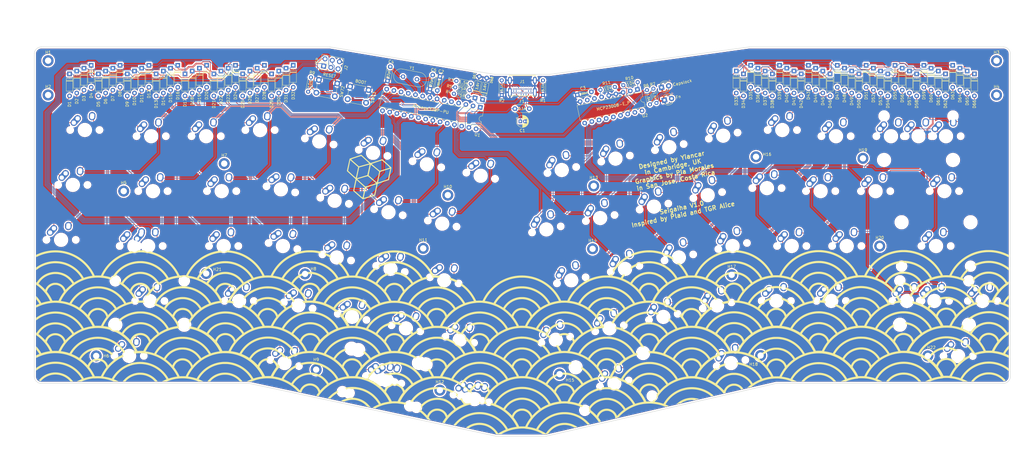
<source format=kicad_pcb>
(kicad_pcb (version 20171130) (host pcbnew "(5.1.8-0-10_14)")
  (title_block (title Seigaiha) (date 2021-04-11) (rev V1.0) (company Yiancar-Designs))
  (layers (0 F.Cu signal) (31 B.Cu signal) (34 B.Paste user hide) (35 F.Paste user hide) (36 B.SilkS user) (37 F.SilkS user) (38 B.Mask user) (39 F.Mask user hide) (44 Edge.Cuts user))
  (net 0 "")
  (net 1 "Net-(D1-Pad2)")
  (net 2 "Net-(D2-Pad2)")
  (net 3 "Net-(D3-Pad2)")
  (net 4 "Net-(D4-Pad2)")
  (net 5 "Net-(D5-Pad2)")
  (net 6 "Net-(D6-Pad2)")
  (net 7 "Net-(D7-Pad2)")
  (net 8 "Net-(D8-Pad2)")
  (net 9 "Net-(D9-Pad2)")
  (net 10 "Net-(D10-Pad2)")
  (net 11 "Net-(D11-Pad2)")
  (net 12 "Net-(D12-Pad2)")
  (net 13 "Net-(D13-Pad2)")
  (net 14 "Net-(D14-Pad2)")
  (net 15 "Net-(D15-Pad2)")
  (net 16 "Net-(D16-Pad2)")
  (net 17 "Net-(D17-Pad2)")
  (net 18 "Net-(D18-Pad2)")
  (net 19 "Net-(D19-Pad2)")
  (net 20 "Net-(D20-Pad2)")
  (net 21 "Net-(D21-Pad2)")
  (net 22 "Net-(D22-Pad2)")
  (net 23 "Net-(D23-Pad2)")
  (net 24 "Net-(D24-Pad2)")
  (net 25 "Net-(D25-Pad2)")
  (net 26 "Net-(D26-Pad2)")
  (net 27 "Net-(D27-Pad2)")
  (net 28 "Net-(D28-Pad2)")
  (net 29 "Net-(D29-Pad2)")
  (net 30 "Net-(D30-Pad2)")
  (net 31 "Net-(D31-Pad2)")
  (net 32 "Net-(D32-Pad2)")
  (net 33 "Net-(D33-Pad2)")
  (net 34 "Net-(D34-Pad2)")
  (net 35 "Net-(D35-Pad2)")
  (net 36 "Net-(D36-Pad2)")
  (net 37 "Net-(D37-Pad2)")
  (net 38 "Net-(D38-Pad2)")
  (net 39 "Net-(D39-Pad2)")
  (net 40 "Net-(D40-Pad2)")
  (net 41 "Net-(D41-Pad2)")
  (net 42 "Net-(D42-Pad2)")
  (net 43 "Net-(D43-Pad2)")
  (net 44 "Net-(D44-Pad2)")
  (net 45 "Net-(D45-Pad2)")
  (net 46 "Net-(D46-Pad2)")
  (net 47 "Net-(D47-Pad2)")
  (net 48 "Net-(D48-Pad2)")
  (net 49 "Net-(D49-Pad2)")
  (net 50 "Net-(D50-Pad2)")
  (net 51 "Net-(D51-Pad2)")
  (net 52 "Net-(D52-Pad2)")
  (net 53 "Net-(D53-Pad2)")
  (net 54 "Net-(D54-Pad2)")
  (net 55 "Net-(D55-Pad2)")
  (net 56 "Net-(D56-Pad2)")
  (net 57 "Net-(D57-Pad2)")
  (net 58 "Net-(D58-Pad2)")
  (net 59 "Net-(D59-Pad2)")
  (net 60 "Net-(D60-Pad2)")
  (net 61 "Net-(D61-Pad2)")
  (net 62 "Net-(D62-Pad2)")
  (net 63 "Net-(D63-Pad2)")
  (net 64 "Net-(D64-Pad2)")
  (net 65 "Net-(D65-Pad2)")
  (net 66 "Net-(D66-Pad2)")
  (net 67 GND)
  (net 68 +5V)
  (net 69 "Net-(D69-Pad2)")
  (net 70 "Net-(D67-Pad1)")
  (net 71 /ROW0)
  (net 72 /ROW1)
  (net 73 /ROW2)
  (net 74 /ROW3)
  (net 75 /ROW4)
  (net 76 /COL14)
  (net 77 /COL0)
  (net 78 /COL1)
  (net 79 /COL2)
  (net 80 /COL3)
  (net 81 /COL4)
  (net 82 /COL5)
  (net 83 /COL6)
  (net 84 /COL7)
  (net 85 /COL8)
  (net 86 /COL9)
  (net 87 /COL10)
  (net 88 /COL11)
  (net 89 /COL12)
  (net 90 /COL13)
  (net 91 "Net-(C4-Pad1)")
  (net 92 "Net-(C5-Pad1)")
  (net 93 "Net-(F1-Pad2)")
  (net 94 "Net-(J1-PadB8)")
  (net 95 "Net-(J1-PadB5)")
  (net 96 "Net-(J1-PadA8)")
  (net 97 "Net-(J1-PadA5)")
  (net 98 /USB_D+)
  (net 99 /USB_D-)
  (net 100 /RESET)
  (net 101 /i2c_SCL)
  (net 102 /i2c_SDA)
  (net 103 "Net-(SW73-Pad2)")
  (net 104 "Net-(U1-Pad21)")
  (net 105 "Net-(U2-Pad17)")
  (net 106 "Net-(U2-Pad8)")
  (net 107 "Net-(U2-Pad7)")
  (net 108 "Net-(D68-Pad1)")
  (net 109 "Net-(D70-Pad2)")
  (net 110 "Net-(R6-Pad1)")
  (net 111 "Net-(R7-Pad1)")
  (module Seigaiha:seigaiha_logo (layer F.Cu) (at 204.9 159.41875)
    (fp_text reference Ref** hide)
    (fp_text value Val** hide)
  )
  (module Seigaiha:yiancar_logo_silk (layer F.Cu) (at 151.1 88.31875 348)
    (fp_text reference G*** hide)
    (fp_text value LOGO hide)
  )
  (module Connector_PinHeader_2.54mm:PinHeader_2x03_P2.54mm_Vertical (layer F.Cu) (at 135.96 49.48875 79)
    (fp_text reference J2 (at 0.907518 7.708464 79) (layer F.SilkS))
    (fp_text value ISP (at 1.208089 -2.537128 79) (layer F.SilkS))
    (pad 6 thru_hole oval (at 2.54 5.08 79) (size 1.7 1.7) (drill 1) (layers *.Cu *.Mask) (net 67 GND))
    (pad 5 thru_hole oval (at 0 5.08 79) (size 1.7 1.7) (drill 1) (layers *.Cu *.Mask) (net 100 /RESET))
    (pad 4 thru_hole oval (at 2.54 2.54 79) (size 1.7 1.7) (drill 1) (layers *.Cu *.Mask) (net 73 /ROW2))
    (pad 3 thru_hole oval (at 0 2.54 79) (size 1.7 1.7) (drill 1) (layers *.Cu *.Mask) (net 75 /ROW4))
    (pad 2 thru_hole oval (at 2.54 0 79) (size 1.7 1.7) (drill 1) (layers *.Cu *.Mask) (net 68 +5V))
    (pad 1 thru_hole rect (at 0 0 79) (size 1.7 1.7) (drill 1) (layers *.Cu *.Mask) (net 72 /ROW1))
  )
  (module MountingHole:MountingHole_2.2mm_M2_DIN965_Pad (layer F.Cu) (at 345.28125 150.01875)
    (fp_text reference H22 (at 1.21875 -2.9) (layer F.SilkS))
    (fp_text value M2)
    (pad 1 thru_hole circle (at 0 0) (size 3.8 3.8) (drill 2.2) (layers *.Cu *.Mask))
  )
  (module MountingHole:MountingHole_2.2mm_M2_DIN965_Pad (layer F.Cu) (at 95.25 121.44375)
    (fp_text reference H21 (at 3.85 -1.425) (layer F.SilkS))
    (fp_text value M2)
    (pad 1 thru_hole circle (at 0 0) (size 3.8 3.8) (drill 2.2) (layers *.Cu *.Mask))
  )
  (module MountingHole:MountingHole_2.2mm_M2_DIN965_Pad (layer F.Cu) (at 328.6125 111.91875)
    (fp_text reference H20 (at 0 -2.9) (layer F.SilkS))
    (fp_text value M2)
    (pad 1 thru_hole circle (at 0 0) (size 3.8 3.8) (drill 2.2) (layers *.Cu *.Mask))
  )
  (module MountingHole:MountingHole_2.2mm_M2_DIN965_Pad (layer F.Cu) (at 322.8 81.49875)
    (fp_text reference H19 (at 0 -2.9) (layer F.SilkS))
    (fp_text value M2)
    (pad 1 thru_hole circle (at 0 0) (size 3.8 3.8) (drill 2.2) (layers *.Cu *.Mask))
  )
  (module MountingHole:MountingHole_2.2mm_M2_DIN965_Pad (layer F.Cu) (at 287.34 149.89875)
    (fp_text reference H18 (at -2.44 3.02) (layer F.SilkS))
    (fp_text value M2)
    (pad 1 thru_hole circle (at 0 0) (size 3.8 3.8) (drill 2.2) (layers *.Cu *.Mask))
  )
  (module MountingHole:MountingHole_2.2mm_M2_DIN965_Pad (layer F.Cu) (at 277.32 121.90875)
    (fp_text reference H17 (at 0 -2.9) (layer F.SilkS))
    (fp_text value M2)
    (pad 1 thru_hole circle (at 0 0) (size 3.8 3.8) (drill 2.2) (layers *.Cu *.Mask))
  )
  (module MountingHole:MountingHole_2.2mm_M2_DIN965_Pad (layer F.Cu) (at 285.75 80.9625)
    (fp_text reference H16 (at 3.85 -0.84375) (layer F.SilkS))
    (fp_text value M2)
    (pad 1 thru_hole circle (at 0 0) (size 3.8 3.8) (drill 2.2) (layers *.Cu *.Mask))
  )
  (module MountingHole:MountingHole_2.2mm_M2_DIN965_Pad (layer F.Cu) (at 217.7 156.35875)
    (fp_text reference H15 (at 3.6 2.06) (layer F.SilkS))
    (fp_text value M2)
    (pad 1 thru_hole circle (at 0 0) (size 3.8 3.8) (drill 2.2) (layers *.Cu *.Mask))
  )
  (module MountingHole:MountingHole_2.2mm_M2_DIN965_Pad (layer F.Cu) (at 229.13 112.87875)
    (fp_text reference H14 (at 0 -2.9) (layer F.SilkS))
    (fp_text value M2)
    (pad 1 thru_hole circle (at 0 0) (size 3.8 3.8) (drill 2.2) (layers *.Cu *.Mask))
  )
  (module MountingHole:MountingHole_2.2mm_M2_DIN965_Pad (layer F.Cu) (at 229.52 91.07875)
    (fp_text reference H13 (at 0 -2.9) (layer F.SilkS))
    (fp_text value M2)
    (pad 1 thru_hole circle (at 0 0) (size 3.8 3.8) (drill 2.2) (layers *.Cu *.Mask))
  )
  (module MountingHole:MountingHole_2.2mm_M2_DIN965_Pad (layer F.Cu) (at 176.2125 161.925)
    (fp_text reference H12 (at 0 -2.9) (layer F.SilkS))
    (fp_text value M2)
    (pad 1 thru_hole circle (at 0 0) (size 3.8 3.8) (drill 2.2) (layers *.Cu *.Mask))
  )
  (module MountingHole:MountingHole_2.2mm_M2_DIN965_Pad (layer F.Cu) (at 170.44 112.71875)
    (fp_text reference H11 (at 0 -2.9) (layer F.SilkS))
    (fp_text value M2)
    (pad 1 thru_hole circle (at 0 0) (size 3.8 3.8) (drill 2.2) (layers *.Cu *.Mask))
  )
  (module MountingHole:MountingHole_2.2mm_M2_DIN965_Pad (layer F.Cu) (at 178.97 94.24875)
    (fp_text reference H10 (at 0 -2.9) (layer F.SilkS))
    (fp_text value M2)
    (pad 1 thru_hole circle (at 0 0) (size 3.8 3.8) (drill 2.2) (layers *.Cu *.Mask))
  )
  (module MountingHole:MountingHole_2.2mm_M2_DIN965_Pad (layer F.Cu) (at 133.35 154.78125)
    (fp_text reference H9 (at 0 -3.4625) (layer F.SilkS))
    (fp_text value M2)
    (pad 1 thru_hole circle (at 0 0) (size 3.8 3.8) (drill 2.2) (layers *.Cu *.Mask))
  )
  (module MountingHole:MountingHole_2.2mm_M2_DIN965_Pad (layer F.Cu) (at 129.5 121.58875)
    (fp_text reference H8 (at 2.9 -1.77) (layer F.SilkS))
    (fp_text value M2)
    (pad 1 thru_hole circle (at 0 0) (size 3.8 3.8) (drill 2.2) (layers *.Cu *.Mask))
  )
  (module MountingHole:MountingHole_2.2mm_M2_DIN965_Pad (layer F.Cu) (at 101.5 83.31875)
    (fp_text reference H7 (at 0 -2.9) (layer F.SilkS))
    (fp_text value M2)
    (pad 1 thru_hole circle (at 0 0) (size 3.8 3.8) (drill 2.2) (layers *.Cu *.Mask))
  )
  (module MountingHole:MountingHole_2.2mm_M2_DIN965_Pad (layer F.Cu) (at 57.15 150.01875)
    (fp_text reference H6 (at 3.45 0) (layer F.SilkS))
    (fp_text value M2)
    (pad 1 thru_hole circle (at 0 0) (size 3.8 3.8) (drill 2.2) (layers *.Cu *.Mask))
  )
  (module MountingHole:MountingHole_2.2mm_M2_DIN965_Pad (layer F.Cu) (at 66.675 92.86875)
    (fp_text reference H5 (at 0 -2.9) (layer F.SilkS))
    (fp_text value M2)
    (pad 1 thru_hole circle (at 0 0) (size 3.8 3.8) (drill 2.2) (layers *.Cu *.Mask))
  )
  (module Resistor_THT:R_Axial_DIN0204_L3.6mm_D1.6mm_P5.08mm_Horizontal (layer F.Cu) (at 250.2 57.31875 282)
    (fp_text reference R7 (at -1.519199 -0.067331 12) (layer F.SilkS))
    (fp_text value 1.5k (at 2.549325 0.030705 282) (layer F.SilkS) (effects (font (size 0.8 0.8))))
    (pad 2 thru_hole oval (at 5.08 0 282) (size 1.4 1.4) (drill 0.7) (layers *.Cu *.Mask) (net 109 "Net-(D70-Pad2)"))
    (pad 1 thru_hole circle (at 0 0 282) (size 1.4 1.4) (drill 0.7) (layers *.Cu *.Mask) (net 111 "Net-(R7-Pad1)"))
  )
  (module Resistor_THT:R_Axial_DIN0204_L3.6mm_D1.6mm_P5.08mm_Horizontal (layer F.Cu) (at 247.95 57.81875 282)
    (fp_text reference R6 (at -1.519199 -0.067331 12) (layer F.SilkS))
    (fp_text value 1.5k (at 2.549325 0.030705 282) (layer F.SilkS) (effects (font (size 0.8 0.8))))
    (pad 2 thru_hole oval (at 5.08 0 282) (size 1.4 1.4) (drill 0.7) (layers *.Cu *.Mask) (net 69 "Net-(D69-Pad2)"))
    (pad 1 thru_hole circle (at 0 0 282) (size 1.4 1.4) (drill 0.7) (layers *.Cu *.Mask) (net 110 "Net-(R6-Pad1)"))
  )
  (module MountingHole:MountingHole_2.2mm_M2_DIN965_Pad (layer F.Cu) (at 369.09375 59.53125)
    (fp_text reference H4 (at 0 -2.9) (layer F.SilkS))
    (fp_text value M2)
    (pad 1 thru_hole circle (at 0 0) (size 3.8 3.8) (drill 2.2) (layers *.Cu *.Mask))
  )
  (module MountingHole:MountingHole_2.2mm_M2_DIN965_Pad (layer F.Cu) (at 369.09375 47.625)
    (fp_text reference H3 (at 0 -2.9) (layer F.SilkS))
    (fp_text value M2)
    (pad 1 thru_hole circle (at 0 0) (size 3.8 3.8) (drill 2.2) (layers *.Cu *.Mask))
  )
  (module MountingHole:MountingHole_2.2mm_M2_DIN965_Pad (layer F.Cu) (at 40.48125 59.53125)
    (fp_text reference H2 (at 0 -2.9) (layer F.SilkS))
    (fp_text value M2)
    (pad 1 thru_hole circle (at 0 0) (size 3.8 3.8) (drill 2.2) (layers *.Cu *.Mask))
  )
  (module MountingHole:MountingHole_2.2mm_M2_DIN965_Pad (layer F.Cu) (at 40.48125 47.625)
    (fp_text reference H1 (at 0 -2.9) (layer F.SilkS))
    (fp_text value M2)
    (pad 1 thru_hole circle (at 0 0) (size 3.8 3.8) (drill 2.2) (layers *.Cu *.Mask))
  )
  (module Crystal:Crystal_HC49-4H_Vertical (layer F.Cu) (at 168.243827 54.066342 169)
    (fp_text reference Y1 (at 2.38 3.5 169) (layer F.SilkS))
    (fp_text value 16MHz)
    (pad 2 thru_hole circle (at 4.88 0 169) (size 1.5 1.5) (drill 0.8) (layers *.Cu *.Mask) (net 91 "Net-(C4-Pad1)"))
    (pad 1 thru_hole circle (at 0 0 169) (size 1.5 1.5) (drill 0.8) (layers *.Cu *.Mask) (net 92 "Net-(C5-Pad1)"))
  )
  (module Package_DIP:DIP-18_W7.62mm (layer F.Cu) (at 244.675 57.575 282)
    (fp_text reference U2 (at 9.4369 -0.6586 12) (layer F.SilkS))
    (fp_text value MCP23008-E_P (at 3.902728 9.385263 12) (layer F.SilkS))
    (pad 18 thru_hole oval (at 7.62 0 282) (size 1.6 1.6) (drill 0.8) (layers *.Cu *.Mask) (net 68 +5V))
    (pad 9 thru_hole oval (at 0 20.32 282) (size 1.6 1.6) (drill 0.8) (layers *.Cu *.Mask) (net 67 GND))
    (pad 17 thru_hole oval (at 7.62 2.54 282) (size 1.6 1.6) (drill 0.8) (layers *.Cu *.Mask) (net 105 "Net-(U2-Pad17)"))
    (pad 8 thru_hole oval (at 0 17.78 282) (size 1.6 1.6) (drill 0.8) (layers *.Cu *.Mask) (net 106 "Net-(U2-Pad8)"))
    (pad 16 thru_hole oval (at 7.62 5.08 282) (size 1.6 1.6) (drill 0.8) (layers *.Cu *.Mask) (net 111 "Net-(R7-Pad1)"))
    (pad 7 thru_hole oval (at 0 15.24 282) (size 1.6 1.6) (drill 0.8) (layers *.Cu *.Mask) (net 107 "Net-(U2-Pad7)"))
    (pad 15 thru_hole oval (at 7.62 7.62 282) (size 1.6 1.6) (drill 0.8) (layers *.Cu *.Mask) (net 110 "Net-(R6-Pad1)"))
    (pad 6 thru_hole oval (at 0 12.7 282) (size 1.6 1.6) (drill 0.8) (layers *.Cu *.Mask) (net 68 +5V))
    (pad 14 thru_hole oval (at 7.62 10.16 282) (size 1.6 1.6) (drill 0.8) (layers *.Cu *.Mask) (net 76 /COL14))
    (pad 5 thru_hole oval (at 0 10.16 282) (size 1.6 1.6) (drill 0.8) (layers *.Cu *.Mask) (net 67 GND))
    (pad 13 thru_hole oval (at 7.62 12.7 282) (size 1.6 1.6) (drill 0.8) (layers *.Cu *.Mask) (net 90 /COL13))
    (pad 4 thru_hole oval (at 0 7.62 282) (size 1.6 1.6) (drill 0.8) (layers *.Cu *.Mask) (net 67 GND))
    (pad 12 thru_hole oval (at 7.62 15.24 282) (size 1.6 1.6) (drill 0.8) (layers *.Cu *.Mask) (net 89 /COL12))
    (pad 3 thru_hole oval (at 0 5.08 282) (size 1.6 1.6) (drill 0.8) (layers *.Cu *.Mask) (net 67 GND))
    (pad 11 thru_hole oval (at 7.62 17.78 282) (size 1.6 1.6) (drill 0.8) (layers *.Cu *.Mask) (net 88 /COL11))
    (pad 2 thru_hole oval (at 0 2.54 282) (size 1.6 1.6) (drill 0.8) (layers *.Cu *.Mask) (net 102 /i2c_SDA))
    (pad 10 thru_hole oval (at 7.62 20.32 282) (size 1.6 1.6) (drill 0.8) (layers *.Cu *.Mask) (net 87 /COL10))
    (pad 1 thru_hole rect (at 0 0 282) (size 1.6 1.6) (drill 0.8) (layers *.Cu *.Mask) (net 101 /i2c_SCL))
  )
  (module Package_DIP:DIP-28_W7.62mm (layer F.Cu) (at 190.205379 63.791736 259)
    (fp_text reference U1 (at 9.564952 -0.855862 349) (layer F.SilkS))
    (fp_text value ATmega328P-PU (at 3.892582 16.707287 349) (layer F.SilkS))
    (pad 28 thru_hole oval (at 7.62 0 259) (size 1.6 1.6) (drill 0.8) (layers *.Cu *.Mask) (net 101 /i2c_SCL))
    (pad 14 thru_hole oval (at 0 33.02 259) (size 1.6 1.6) (drill 0.8) (layers *.Cu *.Mask) (net 77 /COL0))
    (pad 27 thru_hole oval (at 7.62 2.54 259) (size 1.6 1.6) (drill 0.8) (layers *.Cu *.Mask) (net 102 /i2c_SDA))
    (pad 13 thru_hole oval (at 0 30.48 259) (size 1.6 1.6) (drill 0.8) (layers *.Cu *.Mask) (net 78 /COL1))
    (pad 26 thru_hole oval (at 7.62 5.08 259) (size 1.6 1.6) (drill 0.8) (layers *.Cu *.Mask) (net 85 /COL8))
    (pad 12 thru_hole oval (at 0 27.94 259) (size 1.6 1.6) (drill 0.8) (layers *.Cu *.Mask) (net 79 /COL2))
    (pad 25 thru_hole oval (at 7.62 7.62 259) (size 1.6 1.6) (drill 0.8) (layers *.Cu *.Mask) (net 83 /COL6))
    (pad 11 thru_hole oval (at 0 25.4 259) (size 1.6 1.6) (drill 0.8) (layers *.Cu *.Mask) (net 103 "Net-(SW73-Pad2)"))
    (pad 24 thru_hole oval (at 7.62 10.16 259) (size 1.6 1.6) (drill 0.8) (layers *.Cu *.Mask) (net 82 /COL5))
    (pad 10 thru_hole oval (at 0 22.86 259) (size 1.6 1.6) (drill 0.8) (layers *.Cu *.Mask) (net 91 "Net-(C4-Pad1)"))
    (pad 23 thru_hole oval (at 7.62 12.7 259) (size 1.6 1.6) (drill 0.8) (layers *.Cu *.Mask) (net 71 /ROW0))
    (pad 9 thru_hole oval (at 0 20.32 259) (size 1.6 1.6) (drill 0.8) (layers *.Cu *.Mask) (net 92 "Net-(C5-Pad1)"))
    (pad 22 thru_hole oval (at 7.62 15.24 259) (size 1.6 1.6) (drill 0.8) (layers *.Cu *.Mask) (net 67 GND))
    (pad 8 thru_hole oval (at 0 17.78 259) (size 1.6 1.6) (drill 0.8) (layers *.Cu *.Mask) (net 67 GND))
    (pad 21 thru_hole oval (at 7.62 17.78 259) (size 1.6 1.6) (drill 0.8) (layers *.Cu *.Mask) (net 104 "Net-(U1-Pad21)"))
    (pad 7 thru_hole oval (at 0 15.24 259) (size 1.6 1.6) (drill 0.8) (layers *.Cu *.Mask) (net 68 +5V))
    (pad 20 thru_hole oval (at 7.62 20.32 259) (size 1.6 1.6) (drill 0.8) (layers *.Cu *.Mask) (net 68 +5V))
    (pad 6 thru_hole oval (at 0 12.7 259) (size 1.6 1.6) (drill 0.8) (layers *.Cu *.Mask) (net 80 /COL3))
    (pad 19 thru_hole oval (at 7.62 22.86 259) (size 1.6 1.6) (drill 0.8) (layers *.Cu *.Mask) (net 75 /ROW4))
    (pad 5 thru_hole oval (at 0 10.16 259) (size 1.6 1.6) (drill 0.8) (layers *.Cu *.Mask) (net 99 /USB_D-))
    (pad 18 thru_hole oval (at 7.62 25.4 259) (size 1.6 1.6) (drill 0.8) (layers *.Cu *.Mask) (net 72 /ROW1))
    (pad 4 thru_hole oval (at 0 7.62 259) (size 1.6 1.6) (drill 0.8) (layers *.Cu *.Mask) (net 98 /USB_D+))
    (pad 17 thru_hole oval (at 7.62 27.94 259) (size 1.6 1.6) (drill 0.8) (layers *.Cu *.Mask) (net 73 /ROW2))
    (pad 3 thru_hole oval (at 0 5.08 259) (size 1.6 1.6) (drill 0.8) (layers *.Cu *.Mask) (net 84 /COL7))
    (pad 16 thru_hole oval (at 7.62 30.48 259) (size 1.6 1.6) (drill 0.8) (layers *.Cu *.Mask) (net 74 /ROW3))
    (pad 2 thru_hole oval (at 0 2.54 259) (size 1.6 1.6) (drill 0.8) (layers *.Cu *.Mask) (net 86 /COL9))
    (pad 15 thru_hole oval (at 7.62 33.02 259) (size 1.6 1.6) (drill 0.8) (layers *.Cu *.Mask) (net 81 /COL4))
    (pad 1 thru_hole rect (at 0 0 259) (size 1.6 1.6) (drill 0.8) (layers *.Cu *.Mask) (net 100 /RESET))
  )
  (module Button_Switch_THT:SW_PUSH_6mm (layer F.Cu) (at 145.120819 56.561348 349)
    (fp_text reference SW73 (at 8.646432 2.200389 79) (layer F.SilkS))
    (fp_text value BOOT (at 3.307702 -2.265358 349) (layer F.SilkS))
    (pad 1 thru_hole circle (at 6.5 0 79) (size 2 2) (drill 1.1) (layers *.Cu *.Mask) (net 67 GND))
    (pad 2 thru_hole circle (at 6.5 4.5 79) (size 2 2) (drill 1.1) (layers *.Cu *.Mask) (net 103 "Net-(SW73-Pad2)"))
    (pad 1 thru_hole circle (at 0 0 79) (size 2 2) (drill 1.1) (layers *.Cu *.Mask) (net 67 GND))
    (pad 2 thru_hole circle (at 0 4.5 79) (size 2 2) (drill 1.1) (layers *.Cu *.Mask) (net 103 "Net-(SW73-Pad2)"))
  )
  (module Button_Switch_THT:SW_PUSH_6mm (layer F.Cu) (at 134.279705 54.300207 349)
    (fp_text reference SW72 (at 8.69841 2.444926 79) (layer F.SilkS))
    (fp_text value RESET (at 3.301105 -2.252726 349) (layer F.SilkS))
    (pad 1 thru_hole circle (at 6.5 0 79) (size 2 2) (drill 1.1) (layers *.Cu *.Mask) (net 67 GND))
    (pad 2 thru_hole circle (at 6.5 4.5 79) (size 2 2) (drill 1.1) (layers *.Cu *.Mask) (net 100 /RESET))
    (pad 1 thru_hole circle (at 0 0 79) (size 2 2) (drill 1.1) (layers *.Cu *.Mask) (net 67 GND))
    (pad 2 thru_hole circle (at 0 4.5 79) (size 2 2) (drill 1.1) (layers *.Cu *.Mask) (net 100 /RESET))
  )
  (module Resistor_THT:R_Axial_DIN0204_L3.6mm_D1.6mm_P5.08mm_Horizontal (layer F.Cu) (at 231.85625 57.76875 12)
    (fp_text reference R11 (at 2.54 -1.92 12) (layer F.SilkS))
    (fp_text value 10k (at 2.58478 -0.044763 12) (layer F.SilkS))
    (pad 2 thru_hole oval (at 5.08 0 12) (size 1.4 1.4) (drill 0.7) (layers *.Cu *.Mask) (net 102 /i2c_SDA))
    (pad 1 thru_hole circle (at 0 0 12) (size 1.4 1.4) (drill 0.7) (layers *.Cu *.Mask) (net 68 +5V))
  )
  (module Resistor_THT:R_Axial_DIN0204_L3.6mm_D1.6mm_P5.08mm_Horizontal (layer F.Cu) (at 239.78101 56.131191 12)
    (fp_text reference R10 (at 2.54 -1.92 12) (layer F.SilkS))
    (fp_text value 10k (at 2.58478 -0.044763 12) (layer F.SilkS))
    (pad 2 thru_hole oval (at 5.08 0 12) (size 1.4 1.4) (drill 0.7) (layers *.Cu *.Mask) (net 101 /i2c_SCL))
    (pad 1 thru_hole circle (at 0 0 12) (size 1.4 1.4) (drill 0.7) (layers *.Cu *.Mask) (net 68 +5V))
  )
  (module Resistor_THT:R_Axial_DIN0204_L3.6mm_D1.6mm_P5.08mm_Horizontal (layer F.Cu) (at 130.575 58.39375 79)
    (fp_text reference R9 (at 6.716561 0.095168 169) (layer F.SilkS))
    (fp_text value 10k (at 2.649281 0.107729 79) (layer F.SilkS))
    (pad 2 thru_hole oval (at 5.08 0 79) (size 1.4 1.4) (drill 0.7) (layers *.Cu *.Mask) (net 100 /RESET))
    (pad 1 thru_hole circle (at 0 0 79) (size 1.4 1.4) (drill 0.7) (layers *.Cu *.Mask) (net 68 +5V))
  )
  (module Resistor_THT:R_Axial_DIN0204_L3.6mm_D1.6mm_P5.08mm_Horizontal (layer F.Cu) (at 181.531855 56.875935 349)
    (fp_text reference R5 (at -2.03946 0.024564 349) (layer F.SilkS))
    (fp_text value 75R (at 2.387083 -0.012899 350) (layer F.SilkS))
    (pad 2 thru_hole oval (at 5.08 0 349) (size 1.4 1.4) (drill 0.7) (layers *.Cu *.Mask) (net 108 "Net-(D68-Pad1)"))
    (pad 1 thru_hole circle (at 0 0 349) (size 1.4 1.4) (drill 0.7) (layers *.Cu *.Mask) (net 99 /USB_D-))
  )
  (module Resistor_THT:R_Axial_DIN0204_L3.6mm_D1.6mm_P5.08mm_Horizontal (layer F.Cu) (at 181.070326 59.084327 349)
    (fp_text reference R4 (at -1.983227 -0.191856 349) (layer F.SilkS))
    (fp_text value 75R (at 2.570116 0.067109 349) (layer F.SilkS))
    (pad 2 thru_hole oval (at 5.08 0 349) (size 1.4 1.4) (drill 0.7) (layers *.Cu *.Mask) (net 70 "Net-(D67-Pad1)"))
    (pad 1 thru_hole circle (at 0 0 349) (size 1.4 1.4) (drill 0.7) (layers *.Cu *.Mask) (net 98 /USB_D+))
  )
  (module Resistor_THT:R_Axial_DIN0204_L3.6mm_D1.6mm_P5.08mm_Horizontal (layer F.Cu) (at 181.943391 54.668417 349)
    (fp_text reference R3 (at -2.01539 -0.0125 349) (layer F.SilkS))
    (fp_text value 1.5k (at 2.545279 0.040441 349) (layer F.SilkS))
    (pad 2 thru_hole oval (at 5.08 0 349) (size 1.4 1.4) (drill 0.7) (layers *.Cu *.Mask) (net 108 "Net-(D68-Pad1)"))
    (pad 1 thru_hole circle (at 0 0 349) (size 1.4 1.4) (drill 0.7) (layers *.Cu *.Mask) (net 68 +5V))
  )
  (module Resistor_THT:R_Axial_DIN0204_L3.6mm_D1.6mm_P5.08mm_Horizontal (layer F.Cu) (at 197.64375 59.53125 90)
    (fp_text reference R2 (at -1.96875 0 180) (layer F.SilkS))
    (fp_text value 5.1k (at 2.54 0 90) (layer F.SilkS) (effects (font (size 0.8 0.8))))
    (pad 2 thru_hole oval (at 5.08 0 90) (size 1.4 1.4) (drill 0.7) (layers *.Cu *.Mask) (net 95 "Net-(J1-PadB5)"))
    (pad 1 thru_hole circle (at 0 0 90) (size 1.4 1.4) (drill 0.7) (layers *.Cu *.Mask) (net 67 GND))
  )
  (module Resistor_THT:R_Axial_DIN0204_L3.6mm_D1.6mm_P5.08mm_Horizontal (layer F.Cu) (at 211.93125 59.53125 90)
    (fp_text reference R1 (at -1.96875 0 180) (layer F.SilkS))
    (fp_text value 5.1k (at 2.54 0 90) (layer F.SilkS) (effects (font (size 0.8 0.8))))
    (pad 2 thru_hole oval (at 5.08 0 90) (size 1.4 1.4) (drill 0.7) (layers *.Cu *.Mask) (net 97 "Net-(J1-PadA5)"))
    (pad 1 thru_hole circle (at 0 0 90) (size 1.4 1.4) (drill 0.7) (layers *.Cu *.Mask) (net 67 GND))
  )
  (module USB4085-GF-A_REVA:GCT_USB4085-GF-A_REVA (layer F.Cu) (at 204.7875 54.76875 180)
    (fp_text reference J1 (at 0 -0.11 180) (layer F.SilkS))
    (fp_text value USB4085-GF-A_REVA)
    (pad P4 thru_hole oval (at -4.325 0.335 180) (size 1.3 2.5) (drill oval 0.7 1.6) (layers *.Cu *.Mask) (net 67 GND))
    (pad P3 thru_hole oval (at 4.325 0.335 180) (size 1.3 2.5) (drill oval 0.7 1.6) (layers *.Cu *.Mask) (net 67 GND))
    (pad P2 thru_hole oval (at 4.32 -3.81 180) (size 1.3 3.2) (drill oval 0.7 2.1) (layers *.Cu *.Mask) (net 67 GND))
    (pad P1 thru_hole oval (at -4.325 -3.81 180) (size 1.3 3.2) (drill oval 0.7 2.1) (layers *.Cu *.Mask) (net 67 GND))
    (pad B12 thru_hole circle (at -2.975 -2.675 180) (size 0.65 0.65) (drill 0.4) (layers *.Cu *.Mask) (net 67 GND))
    (pad B9 thru_hole circle (at -2.125 -2.675 180) (size 0.65 0.65) (drill 0.4) (layers *.Cu *.Mask) (net 93 "Net-(F1-Pad2)"))
    (pad B8 thru_hole circle (at -1.275 -2.675 180) (size 0.65 0.65) (drill 0.4) (layers *.Cu *.Mask) (net 94 "Net-(J1-PadB8)"))
    (pad B7 thru_hole circle (at -0.425 -2.675 180) (size 0.65 0.65) (drill 0.4) (layers *.Cu *.Mask) (net 108 "Net-(D68-Pad1)"))
    (pad B6 thru_hole circle (at 0.425 -2.675 180) (size 0.65 0.65) (drill 0.4) (layers *.Cu *.Mask) (net 70 "Net-(D67-Pad1)"))
    (pad B5 thru_hole circle (at 1.275 -2.675 180) (size 0.65 0.65) (drill 0.4) (layers *.Cu *.Mask) (net 95 "Net-(J1-PadB5)"))
    (pad B4 thru_hole circle (at 2.125 -2.675 180) (size 0.65 0.65) (drill 0.4) (layers *.Cu *.Mask) (net 93 "Net-(F1-Pad2)"))
    (pad B1 thru_hole circle (at 2.975 -2.675 180) (size 0.65 0.65) (drill 0.4) (layers *.Cu *.Mask) (net 67 GND))
    (pad A12 thru_hole circle (at 2.975 -4.025 180) (size 0.65 0.65) (drill 0.4) (layers *.Cu *.Mask) (net 67 GND))
    (pad A9 thru_hole circle (at 2.125 -4.025 180) (size 0.65 0.65) (drill 0.4) (layers *.Cu *.Mask) (net 93 "Net-(F1-Pad2)"))
    (pad A8 thru_hole circle (at 1.275 -4.025 180) (size 0.65 0.65) (drill 0.4) (layers *.Cu *.Mask) (net 96 "Net-(J1-PadA8)"))
    (pad A7 thru_hole circle (at 0.425 -4.025 180) (size 0.65 0.65) (drill 0.4) (layers *.Cu *.Mask) (net 108 "Net-(D68-Pad1)"))
    (pad A6 thru_hole circle (at -0.425 -4.025 180) (size 0.65 0.65) (drill 0.4) (layers *.Cu *.Mask) (net 70 "Net-(D67-Pad1)"))
    (pad A5 thru_hole circle (at -1.275 -4.025 180) (size 0.65 0.65) (drill 0.4) (layers *.Cu *.Mask) (net 97 "Net-(J1-PadA5)"))
    (pad A4 thru_hole circle (at -2.125 -4.025 180) (size 0.65 0.65) (drill 0.4) (layers *.Cu *.Mask) (net 93 "Net-(F1-Pad2)"))
    (pad A1 thru_hole circle (at -2.975 -4.025 180) (size 0.65 0.65) (drill 0.4) (layers *.Cu *.Mask) (net 67 GND))
  )
  (module Capacitor_THT:C_Disc_D5.0mm_W2.5mm_P5.00mm (layer F.Cu) (at 202.2 64.275)
    (fp_text reference F1 (at 2.5 -2.5) (layer F.SilkS))
    (fp_text value 0.1A (at 2.5 0) (layer F.SilkS) (effects (font (size 0.8 0.8))))
    (pad 2 thru_hole circle (at 5 0) (size 1.6 1.6) (drill 0.8) (layers *.Cu *.Mask) (net 93 "Net-(F1-Pad2)"))
    (pad 1 thru_hole circle (at 0 0) (size 1.6 1.6) (drill 0.8) (layers *.Cu *.Mask) (net 68 +5V))
  )
  (module Diode_THT:D_DO-35_SOD27_P7.62mm_Horizontal (layer F.Cu) (at 191.007213 61.111213 79)
    (fp_text reference D68 (at 7.276879 1.838063 259) (layer F.SilkS) (effects (font (size 0.8 0.8))))
    (fp_text value 3.6V (at 4.357668 -0.077867 80) (layer F.SilkS) (effects (font (size 0.8 0.8))))
    (pad 2 thru_hole oval (at 7.62 0 79) (size 1.6 1.6) (drill 0.8) (layers *.Cu *.Mask) (net 67 GND))
    (pad 1 thru_hole rect (at 0 0 79) (size 1.6 1.6) (drill 0.8) (layers *.Cu *.Mask) (net 108 "Net-(D68-Pad1)"))
  )
  (module Diode_THT:D_DO-35_SOD27_P7.62mm_Horizontal (layer F.Cu) (at 188.397138 60.55668 79)
    (fp_text reference D67 (at 7.558147 -1.669983 259) (layer F.SilkS) (effects (font (size 0.8 0.8))))
    (fp_text value 3.6V (at 4.197526 0.027895 79) (layer F.SilkS) (effects (font (size 0.8 0.8))))
    (pad 2 thru_hole oval (at 7.62 0 79) (size 1.6 1.6) (drill 0.8) (layers *.Cu *.Mask) (net 67 GND))
    (pad 1 thru_hole rect (at 0 0 79) (size 1.6 1.6) (drill 0.8) (layers *.Cu *.Mask) (net 70 "Net-(D67-Pad1)"))
  )
  (module Capacitor_THT:C_Disc_D4.3mm_W1.9mm_P5.00mm (layer F.Cu) (at 173.74678 52.589215 259)
    (fp_text reference C5 (at -1.75 0 349) (layer F.SilkS))
    (fp_text value 22pF (at 2.5 0 259) (layer F.SilkS) (effects (font (size 0.8 0.8))))
    (pad 2 thru_hole circle (at 5 0 259) (size 1.6 1.6) (drill 0.8) (layers *.Cu *.Mask) (net 67 GND))
    (pad 1 thru_hole circle (at 0 0 259) (size 1.6 1.6) (drill 0.8) (layers *.Cu *.Mask) (net 92 "Net-(C5-Pad1)"))
  )
  (module Capacitor_THT:C_Disc_D4.3mm_W1.9mm_P5.00mm (layer F.Cu) (at 159.022373 49.72708 259)
    (fp_text reference C4 (at -1.75 0 349) (layer F.SilkS))
    (fp_text value 22pF (at 2.588343 0.079963 260) (layer F.SilkS) (effects (font (size 0.8 0.8))))
    (pad 2 thru_hole circle (at 5 0 259) (size 1.6 1.6) (drill 0.8) (layers *.Cu *.Mask) (net 67 GND))
    (pad 1 thru_hole circle (at 0 0 259) (size 1.6 1.6) (drill 0.8) (layers *.Cu *.Mask) (net 91 "Net-(C4-Pad1)"))
  )
  (module Capacitor_THT:C_Disc_D4.3mm_W1.9mm_P5.00mm (layer F.Cu) (at 228.70625 58.44375 192)
    (fp_text reference C3 (at 2.620448 1.860478 192) (layer F.SilkS))
    (fp_text value 100nF (at 2.510813 -0.028598 192) (layer F.SilkS) (effects (font (size 0.6 0.6))))
    (pad 2 thru_hole circle (at 5 0 192) (size 1.6 1.6) (drill 0.8) (layers *.Cu *.Mask) (net 67 GND))
    (pad 1 thru_hole circle (at 0 0 192) (size 1.6 1.6) (drill 0.8) (layers *.Cu *.Mask) (net 68 +5V))
  )
  (module Capacitor_THT:C_Disc_D4.3mm_W1.9mm_P5.00mm (layer F.Cu) (at 175.310538 57.975418 79)
    (fp_text reference C2 (at 6.746015 0.037809 169) (layer F.SilkS))
    (fp_text value 100nF (at 2.54849 0.009914 79) (layer F.SilkS) (effects (font (size 0.6 0.6))))
    (pad 2 thru_hole circle (at 5 0 79) (size 1.6 1.6) (drill 0.8) (layers *.Cu *.Mask) (net 67 GND))
    (pad 1 thru_hole circle (at 0 0 79) (size 1.6 1.6) (drill 0.8) (layers *.Cu *.Mask) (net 68 +5V))
  )
  (module Capacitor_THT:CP_Radial_D4.0mm_P1.50mm (layer F.Cu) (at 204.1 68.675)
    (fp_text reference C1 (at 0.7 3.2) (layer F.SilkS))
    (fp_text value 4.7uF)
    (pad 2 thru_hole circle (at 1.5 0) (size 1.2 1.2) (drill 0.6) (layers *.Cu *.Mask) (net 67 GND))
    (pad 1 thru_hole rect (at 0 0) (size 1.2 1.2) (drill 0.6) (layers *.Cu *.Mask) (net 68 +5V))
  )
  (module MX_Alps_Hybrid:MX-1U-NoLED (layer F.Cu) (at 95.25 73.81875)
    (fp_text reference SW3)
    (fp_text value SW_Push)
    (pad "" np_thru_hole circle (at 5.08 0 48.0996) (size 1.75 1.75) (drill 1.75) (layers *.Cu *.Mask))
    (pad "" np_thru_hole circle (at -5.08 0 48.0996) (size 1.75 1.75) (drill 1.75) (layers *.Cu *.Mask))
    (pad 1 thru_hole circle (at -2.5 -4) (size 2.25 2.25) (drill 1.47) (layers *.Cu B.Mask) (net 12 "Net-(D12-Pad2)"))
    (pad "" np_thru_hole circle (at 0 0) (size 3.9878 3.9878) (drill 3.9878) (layers *.Cu *.Mask))
    (pad 1 thru_hole oval (at -3.81 -2.54 48.0996) (size 4.211556 2.25) (drill 1.47 (offset 0.980778 0)) (layers *.Cu B.Mask) (net 12 "Net-(D12-Pad2)"))
    (pad 2 thru_hole circle (at 2.54 -5.08) (size 2.25 2.25) (drill 1.47) (layers *.Cu B.Mask) (net 78 /COL1))
    (pad 2 thru_hole oval (at 2.5 -4.5 86.0548) (size 2.831378 2.25) (drill 1.47 (offset 0.290689 0)) (layers *.Cu B.Mask) (net 78 /COL1))
  )
  (module MX_Alps_Hybrid:MX-1U-NoLED (layer F.Cu) (at 106.66 130.96875)
    (fp_text reference SW49)
    (fp_text value SW_Push)
    (pad "" np_thru_hole circle (at 5.08 0 48.0996) (size 1.75 1.75) (drill 1.75) (layers *.Cu *.Mask))
    (pad "" np_thru_hole circle (at -5.08 0 48.0996) (size 1.75 1.75) (drill 1.75) (layers *.Cu *.Mask))
    (pad 1 thru_hole circle (at -2.5 -4) (size 2.25 2.25) (drill 1.47) (layers *.Cu B.Mask) (net 9 "Net-(D9-Pad2)"))
    (pad "" np_thru_hole circle (at 0 0) (size 3.9878 3.9878) (drill 3.9878) (layers *.Cu *.Mask))
    (pad 1 thru_hole oval (at -3.81 -2.54 48.0996) (size 4.211556 2.25) (drill 1.47 (offset 0.980778 0)) (layers *.Cu B.Mask) (net 9 "Net-(D9-Pad2)"))
    (pad 2 thru_hole circle (at 2.54 -5.08) (size 2.25 2.25) (drill 1.47) (layers *.Cu B.Mask) (net 79 /COL2))
    (pad 2 thru_hole oval (at 2.5 -4.5 86.0548) (size 2.831378 2.25) (drill 1.47 (offset 0.290689 0)) (layers *.Cu B.Mask) (net 79 /COL2))
  )
  (module Diode_THT:D_DO-35_SOD27_P7.62mm_Horizontal (layer F.Cu) (at 361.40625 52.21875 270)
    (fp_text reference D66 (at 10.5 0 270) (layer F.SilkS))
    (fp_text value 1N4148)
    (pad 2 thru_hole oval (at 7.62 0 270) (size 1.6 1.6) (drill 0.8) (layers *.Cu *.Mask) (net 66 "Net-(D66-Pad2)"))
    (pad 1 thru_hole rect (at 0 0 270) (size 1.6 1.6) (drill 0.8) (layers *.Cu *.Mask) (net 75 /ROW4))
  )
  (module Diode_THT:D_DO-35_SOD27_P7.62mm_Horizontal (layer F.Cu) (at 326.40625 50.21875 270)
    (fp_text reference D52 (at 10.5 0 270) (layer F.SilkS))
    (fp_text value 1N4148)
    (pad 2 thru_hole oval (at 7.62 0 270) (size 1.6 1.6) (drill 0.8) (layers *.Cu *.Mask) (net 52 "Net-(D52-Pad2)"))
    (pad 1 thru_hole rect (at 0 0 270) (size 1.6 1.6) (drill 0.8) (layers *.Cu *.Mask) (net 75 /ROW4))
  )
  (module Diode_THT:D_DO-35_SOD27_P7.62mm_Horizontal (layer F.Cu) (at 313.90625 49.21875 270)
    (fp_text reference D47 (at 10.5 0 270) (layer F.SilkS))
    (fp_text value 1N4148)
    (pad 2 thru_hole oval (at 7.62 0 270) (size 1.6 1.6) (drill 0.8) (layers *.Cu *.Mask) (net 47 "Net-(D47-Pad2)"))
    (pad 1 thru_hole rect (at 0 0 270) (size 1.6 1.6) (drill 0.8) (layers *.Cu *.Mask) (net 75 /ROW4))
  )
  (module Diode_THT:D_DO-35_SOD27_P7.62mm_Horizontal (layer F.Cu) (at 112.90625 50.21875 270)
    (fp_text reference D27 (at 10.5 0 270) (layer F.SilkS))
    (fp_text value 1N4148)
    (pad 2 thru_hole oval (at 7.62 0 270) (size 1.6 1.6) (drill 0.8) (layers *.Cu *.Mask) (net 27 "Net-(D27-Pad2)"))
    (pad 1 thru_hole rect (at 0 0 270) (size 1.6 1.6) (drill 0.8) (layers *.Cu *.Mask) (net 75 /ROW4))
  )
  (module Diode_THT:D_DO-35_SOD27_P7.62mm_Horizontal (layer F.Cu) (at 90.40625 51.21875 270)
    (fp_text reference D18 (at 10.5 0 270) (layer F.SilkS))
    (fp_text value 1N4148)
    (pad 2 thru_hole oval (at 7.62 0 270) (size 1.6 1.6) (drill 0.8) (layers *.Cu *.Mask) (net 18 "Net-(D18-Pad2)"))
    (pad 1 thru_hole rect (at 0 0 270) (size 1.6 1.6) (drill 0.8) (layers *.Cu *.Mask) (net 75 /ROW4))
  )
  (module Diode_THT:D_DO-35_SOD27_P7.62mm_Horizontal (layer F.Cu) (at 77.90625 52.21875 270)
    (fp_text reference D13 (at 10.5 0 270) (layer F.SilkS))
    (fp_text value 1N4148)
    (pad 2 thru_hole oval (at 7.62 0 270) (size 1.6 1.6) (drill 0.8) (layers *.Cu *.Mask) (net 13 "Net-(D13-Pad2)"))
    (pad 1 thru_hole rect (at 0 0 270) (size 1.6 1.6) (drill 0.8) (layers *.Cu *.Mask) (net 75 /ROW4))
  )
  (module Diode_THT:D_DO-35_SOD27_P7.62mm_Horizontal (layer F.Cu) (at 55.40625 49.21875 270)
    (fp_text reference D4 (at 10.5 0 270) (layer F.SilkS))
    (fp_text value 1N4148)
    (pad 2 thru_hole oval (at 7.62 0 270) (size 1.6 1.6) (drill 0.8) (layers *.Cu *.Mask) (net 4 "Net-(D4-Pad2)"))
    (pad 1 thru_hole rect (at 0 0 270) (size 1.6 1.6) (drill 0.8) (layers *.Cu *.Mask) (net 75 /ROW4))
  )
  (module Diode_THT:D_DO-35_SOD27_P7.62mm_Horizontal (layer F.Cu) (at 358.90625 51.21875 270)
    (fp_text reference D65 (at 10.5 0 270) (layer F.SilkS))
    (fp_text value 1N4148)
    (pad 2 thru_hole oval (at 7.62 0 270) (size 1.6 1.6) (drill 0.8) (layers *.Cu *.Mask) (net 65 "Net-(D65-Pad2)"))
    (pad 1 thru_hole rect (at 0 0 270) (size 1.6 1.6) (drill 0.8) (layers *.Cu *.Mask) (net 74 /ROW3))
  )
  (module Diode_THT:D_DO-35_SOD27_P7.62mm_Horizontal (layer F.Cu) (at 356.40625 50.21875 270)
    (fp_text reference D64 (at 10.5 0 270) (layer F.SilkS))
    (fp_text value 1N4148)
    (pad 2 thru_hole oval (at 7.62 0 270) (size 1.6 1.6) (drill 0.8) (layers *.Cu *.Mask) (net 64 "Net-(D64-Pad2)"))
    (pad 1 thru_hole rect (at 0 0 270) (size 1.6 1.6) (drill 0.8) (layers *.Cu *.Mask) (net 74 /ROW3))
  )
  (module Diode_THT:D_DO-35_SOD27_P7.62mm_Horizontal (layer F.Cu) (at 346.40625 50.21875 270)
    (fp_text reference D60 (at 10.5 0 270) (layer F.SilkS))
    (fp_text value 1N4148)
    (pad 2 thru_hole oval (at 7.62 0 270) (size 1.6 1.6) (drill 0.8) (layers *.Cu *.Mask) (net 60 "Net-(D60-Pad2)"))
    (pad 1 thru_hole rect (at 0 0 270) (size 1.6 1.6) (drill 0.8) (layers *.Cu *.Mask) (net 74 /ROW3))
  )
  (module Diode_THT:D_DO-35_SOD27_P7.62mm_Horizontal (layer F.Cu) (at 336.40625 50.21875 270)
    (fp_text reference D56 (at 10.5 0 270) (layer F.SilkS))
    (fp_text value 1N4148)
    (pad 2 thru_hole oval (at 7.62 0 270) (size 1.6 1.6) (drill 0.8) (layers *.Cu *.Mask) (net 56 "Net-(D56-Pad2)"))
    (pad 1 thru_hole rect (at 0 0 270) (size 1.6 1.6) (drill 0.8) (layers *.Cu *.Mask) (net 74 /ROW3))
  )
  (module Diode_THT:D_DO-35_SOD27_P7.62mm_Horizontal (layer F.Cu) (at 323.90625 49.21875 270)
    (fp_text reference D51 (at 10.5 0 270) (layer F.SilkS))
    (fp_text value 1N4148)
    (pad 2 thru_hole oval (at 7.62 0 270) (size 1.6 1.6) (drill 0.8) (layers *.Cu *.Mask) (net 51 "Net-(D51-Pad2)"))
    (pad 1 thru_hole rect (at 0 0 270) (size 1.6 1.6) (drill 0.8) (layers *.Cu *.Mask) (net 74 /ROW3))
  )
  (module Diode_THT:D_DO-35_SOD27_P7.62mm_Horizontal (layer F.Cu) (at 311.40625 52.21875 270)
    (fp_text reference D46 (at 10.5 0 270) (layer F.SilkS))
    (fp_text value 1N4148)
    (pad 2 thru_hole oval (at 7.62 0 270) (size 1.6 1.6) (drill 0.8) (layers *.Cu *.Mask) (net 46 "Net-(D46-Pad2)"))
    (pad 1 thru_hole rect (at 0 0 270) (size 1.6 1.6) (drill 0.8) (layers *.Cu *.Mask) (net 74 /ROW3))
  )
  (module Diode_THT:D_DO-35_SOD27_P7.62mm_Horizontal (layer F.Cu) (at 301.40625 52.21875 270)
    (fp_text reference D42 (at 10.5 0 270) (layer F.SilkS))
    (fp_text value 1N4148)
    (pad 2 thru_hole oval (at 7.62 0 270) (size 1.6 1.6) (drill 0.8) (layers *.Cu *.Mask) (net 42 "Net-(D42-Pad2)"))
    (pad 1 thru_hole rect (at 0 0 270) (size 1.6 1.6) (drill 0.8) (layers *.Cu *.Mask) (net 74 /ROW3))
  )
  (module Diode_THT:D_DO-35_SOD27_P7.62mm_Horizontal (layer F.Cu) (at 291.40625 52.21875 270)
    (fp_text reference D38 (at 10.5 0 270) (layer F.SilkS))
    (fp_text value 1N4148)
    (pad 2 thru_hole oval (at 7.62 0 270) (size 1.6 1.6) (drill 0.8) (layers *.Cu *.Mask) (net 38 "Net-(D38-Pad2)"))
    (pad 1 thru_hole rect (at 0 0 270) (size 1.6 1.6) (drill 0.8) (layers *.Cu *.Mask) (net 74 /ROW3))
  )
  (module Diode_THT:D_DO-35_SOD27_P7.62mm_Horizontal (layer F.Cu) (at 115.40625 49.21875 270)
    (fp_text reference D28 (at 10.5 0 270) (layer F.SilkS))
    (fp_text value 1N4148)
    (pad 2 thru_hole oval (at 7.62 0 270) (size 1.6 1.6) (drill 0.8) (layers *.Cu *.Mask) (net 28 "Net-(D28-Pad2)"))
    (pad 1 thru_hole rect (at 0 0 270) (size 1.6 1.6) (drill 0.8) (layers *.Cu *.Mask) (net 74 /ROW3))
  )
  (module Diode_THT:D_DO-35_SOD27_P7.62mm_Horizontal (layer F.Cu) (at 102.90625 50.21875 270)
    (fp_text reference D23 (at 10.5 0 270) (layer F.SilkS))
    (fp_text value 1N4148)
    (pad 2 thru_hole oval (at 7.62 0 270) (size 1.6 1.6) (drill 0.8) (layers *.Cu *.Mask) (net 23 "Net-(D23-Pad2)"))
    (pad 1 thru_hole rect (at 0 0 270) (size 1.6 1.6) (drill 0.8) (layers *.Cu *.Mask) (net 74 /ROW3))
  )
  (module Diode_THT:D_DO-35_SOD27_P7.62mm_Horizontal (layer F.Cu) (at 92.90625 50.21875 270)
    (fp_text reference D19 (at 10.5 0 270) (layer F.SilkS))
    (fp_text value 1N4148)
    (pad 2 thru_hole oval (at 7.62 0 270) (size 1.6 1.6) (drill 0.8) (layers *.Cu *.Mask) (net 19 "Net-(D19-Pad2)"))
    (pad 1 thru_hole rect (at 0 0 270) (size 1.6 1.6) (drill 0.8) (layers *.Cu *.Mask) (net 74 /ROW3))
  )
  (module Diode_THT:D_DO-35_SOD27_P7.62mm_Horizontal (layer F.Cu) (at 80.40625 51.21875 270)
    (fp_text reference D14 (at 10.5 0 270) (layer F.SilkS))
    (fp_text value 1N4148)
    (pad 2 thru_hole oval (at 7.62 0 270) (size 1.6 1.6) (drill 0.8) (layers *.Cu *.Mask) (net 14 "Net-(D14-Pad2)"))
    (pad 1 thru_hole rect (at 0 0 270) (size 1.6 1.6) (drill 0.8) (layers *.Cu *.Mask) (net 74 /ROW3))
  )
  (module Diode_THT:D_DO-35_SOD27_P7.62mm_Horizontal (layer F.Cu) (at 67.90625 52.21875 270)
    (fp_text reference D9 (at 10.5 0 270) (layer F.SilkS))
    (fp_text value 1N4148)
    (pad 2 thru_hole oval (at 7.62 0 270) (size 1.6 1.6) (drill 0.8) (layers *.Cu *.Mask) (net 9 "Net-(D9-Pad2)"))
    (pad 1 thru_hole rect (at 0 0 270) (size 1.6 1.6) (drill 0.8) (layers *.Cu *.Mask) (net 74 /ROW3))
  )
  (module Diode_THT:D_DO-35_SOD27_P7.62mm_Horizontal (layer F.Cu) (at 57.90625 52.21875 270)
    (fp_text reference D5 (at 10.5 0 270) (layer F.SilkS))
    (fp_text value 1N4148)
    (pad 2 thru_hole oval (at 7.62 0 270) (size 1.6 1.6) (drill 0.8) (layers *.Cu *.Mask) (net 5 "Net-(D5-Pad2)"))
    (pad 1 thru_hole rect (at 0 0 270) (size 1.6 1.6) (drill 0.8) (layers *.Cu *.Mask) (net 74 /ROW3))
  )
  (module Diode_THT:D_DO-35_SOD27_P7.62mm_Horizontal (layer F.Cu) (at 47.90625 52.21875 270)
    (fp_text reference D1 (at 10.5 0 270) (layer F.SilkS))
    (fp_text value 1N4148)
    (pad 2 thru_hole oval (at 7.62 0 270) (size 1.6 1.6) (drill 0.8) (layers *.Cu *.Mask) (net 1 "Net-(D1-Pad2)"))
    (pad 1 thru_hole rect (at 0 0 270) (size 1.6 1.6) (drill 0.8) (layers *.Cu *.Mask) (net 74 /ROW3))
  )
  (module Diode_THT:D_DO-35_SOD27_P7.62mm_Horizontal (layer F.Cu) (at 353.90625 49.21875 270)
    (fp_text reference D63 (at 10.5 0 270) (layer F.SilkS))
    (fp_text value 1N4148)
    (pad 2 thru_hole oval (at 7.62 0 270) (size 1.6 1.6) (drill 0.8) (layers *.Cu *.Mask) (net 63 "Net-(D63-Pad2)"))
    (pad 1 thru_hole rect (at 0 0 270) (size 1.6 1.6) (drill 0.8) (layers *.Cu *.Mask) (net 73 /ROW2))
  )
  (module Diode_THT:D_DO-35_SOD27_P7.62mm_Horizontal (layer F.Cu) (at 343.90625 49.21875 270)
    (fp_text reference D59 (at 10.5 0 270) (layer F.SilkS))
    (fp_text value 1N4148)
    (pad 2 thru_hole oval (at 7.62 0 270) (size 1.6 1.6) (drill 0.8) (layers *.Cu *.Mask) (net 59 "Net-(D59-Pad2)"))
    (pad 1 thru_hole rect (at 0 0 270) (size 1.6 1.6) (drill 0.8) (layers *.Cu *.Mask) (net 73 /ROW2))
  )
  (module Diode_THT:D_DO-35_SOD27_P7.62mm_Horizontal (layer F.Cu) (at 333.90625 49.21875 270)
    (fp_text reference D55 (at 10.5 0 270) (layer F.SilkS))
    (fp_text value 1N4148)
    (pad 2 thru_hole oval (at 7.62 0 270) (size 1.6 1.6) (drill 0.8) (layers *.Cu *.Mask) (net 55 "Net-(D55-Pad2)"))
    (pad 1 thru_hole rect (at 0 0 270) (size 1.6 1.6) (drill 0.8) (layers *.Cu *.Mask) (net 73 /ROW2))
  )
  (module Diode_THT:D_DO-35_SOD27_P7.62mm_Horizontal (layer F.Cu) (at 321.40625 52.21875 270)
    (fp_text reference D50 (at 10.5 0 270) (layer F.SilkS))
    (fp_text value 1N4148)
    (pad 2 thru_hole oval (at 7.62 0 270) (size 1.6 1.6) (drill 0.8) (layers *.Cu *.Mask) (net 50 "Net-(D50-Pad2)"))
    (pad 1 thru_hole rect (at 0 0 270) (size 1.6 1.6) (drill 0.8) (layers *.Cu *.Mask) (net 73 /ROW2))
  )
  (module Diode_THT:D_DO-35_SOD27_P7.62mm_Horizontal (layer F.Cu) (at 308.90625 51.21875 270)
    (fp_text reference D45 (at 10.5 0 270) (layer F.SilkS))
    (fp_text value 1N4148)
    (pad 2 thru_hole oval (at 7.62 0 270) (size 1.6 1.6) (drill 0.8) (layers *.Cu *.Mask) (net 45 "Net-(D45-Pad2)"))
    (pad 1 thru_hole rect (at 0 0 270) (size 1.6 1.6) (drill 0.8) (layers *.Cu *.Mask) (net 73 /ROW2))
  )
  (module Diode_THT:D_DO-35_SOD27_P7.62mm_Horizontal (layer F.Cu) (at 298.90625 51.21875 270)
    (fp_text reference D41 (at 10.5 0 270) (layer F.SilkS))
    (fp_text value 1N4148)
    (pad 2 thru_hole oval (at 7.62 0 270) (size 1.6 1.6) (drill 0.8) (layers *.Cu *.Mask) (net 41 "Net-(D41-Pad2)"))
    (pad 1 thru_hole rect (at 0 0 270) (size 1.6 1.6) (drill 0.8) (layers *.Cu *.Mask) (net 73 /ROW2))
  )
  (module Diode_THT:D_DO-35_SOD27_P7.62mm_Horizontal (layer F.Cu) (at 288.90625 51.21875 270)
    (fp_text reference D37 (at 10.5 0 270) (layer F.SilkS))
    (fp_text value 1N4148)
    (pad 2 thru_hole oval (at 7.62 0 270) (size 1.6 1.6) (drill 0.8) (layers *.Cu *.Mask) (net 37 "Net-(D37-Pad2)"))
    (pad 1 thru_hole rect (at 0 0 270) (size 1.6 1.6) (drill 0.8) (layers *.Cu *.Mask) (net 73 /ROW2))
  )
  (module Diode_THT:D_DO-35_SOD27_P7.62mm_Horizontal (layer F.Cu) (at 117.90625 52.21875 270)
    (fp_text reference D29 (at 10.5 0 270) (layer F.SilkS))
    (fp_text value 1N4148)
    (pad 2 thru_hole oval (at 7.62 0 270) (size 1.6 1.6) (drill 0.8) (layers *.Cu *.Mask) (net 29 "Net-(D29-Pad2)"))
    (pad 1 thru_hole rect (at 0 0 270) (size 1.6 1.6) (drill 0.8) (layers *.Cu *.Mask) (net 73 /ROW2))
  )
  (module Diode_THT:D_DO-35_SOD27_P7.62mm_Horizontal (layer F.Cu) (at 105.40625 49.21875 270)
    (fp_text reference D24 (at 10.5 0 270) (layer F.SilkS))
    (fp_text value 1N4148)
    (pad 2 thru_hole oval (at 7.62 0 270) (size 1.6 1.6) (drill 0.8) (layers *.Cu *.Mask) (net 24 "Net-(D24-Pad2)"))
    (pad 1 thru_hole rect (at 0 0 270) (size 1.6 1.6) (drill 0.8) (layers *.Cu *.Mask) (net 73 /ROW2))
  )
  (module Diode_THT:D_DO-35_SOD27_P7.62mm_Horizontal (layer F.Cu) (at 95.40625 49.21875 270)
    (fp_text reference D20 (at 10.5 0 270) (layer F.SilkS))
    (fp_text value 1N4148)
    (pad 2 thru_hole oval (at 7.62 0 270) (size 1.6 1.6) (drill 0.8) (layers *.Cu *.Mask) (net 20 "Net-(D20-Pad2)"))
    (pad 1 thru_hole rect (at 0 0 270) (size 1.6 1.6) (drill 0.8) (layers *.Cu *.Mask) (net 73 /ROW2))
  )
  (module Diode_THT:D_DO-35_SOD27_P7.62mm_Horizontal (layer F.Cu) (at 82.90625 50.21875 270)
    (fp_text reference D15 (at 10.5 0 270) (layer F.SilkS))
    (fp_text value 1N4148)
    (pad 2 thru_hole oval (at 7.62 0 270) (size 1.6 1.6) (drill 0.8) (layers *.Cu *.Mask) (net 15 "Net-(D15-Pad2)"))
    (pad 1 thru_hole rect (at 0 0 270) (size 1.6 1.6) (drill 0.8) (layers *.Cu *.Mask) (net 73 /ROW2))
  )
  (module Diode_THT:D_DO-35_SOD27_P7.62mm_Horizontal (layer F.Cu) (at 70.40625 51.21875 270)
    (fp_text reference D10 (at 10.5 0 270) (layer F.SilkS))
    (fp_text value 1N4148)
    (pad 2 thru_hole oval (at 7.62 0 270) (size 1.6 1.6) (drill 0.8) (layers *.Cu *.Mask) (net 10 "Net-(D10-Pad2)"))
    (pad 1 thru_hole rect (at 0 0 270) (size 1.6 1.6) (drill 0.8) (layers *.Cu *.Mask) (net 73 /ROW2))
  )
  (module Diode_THT:D_DO-35_SOD27_P7.62mm_Horizontal (layer F.Cu) (at 60.40625 51.21875 270)
    (fp_text reference D6 (at 10.5 0 270) (layer F.SilkS))
    (fp_text value 1N4148)
    (pad 2 thru_hole oval (at 7.62 0 270) (size 1.6 1.6) (drill 0.8) (layers *.Cu *.Mask) (net 6 "Net-(D6-Pad2)"))
    (pad 1 thru_hole rect (at 0 0 270) (size 1.6 1.6) (drill 0.8) (layers *.Cu *.Mask) (net 73 /ROW2))
  )
  (module Diode_THT:D_DO-35_SOD27_P7.62mm_Horizontal (layer F.Cu) (at 50.40625 51.21875 270)
    (fp_text reference D2 (at 10.5 0 270) (layer F.SilkS))
    (fp_text value 1N4148)
    (pad 2 thru_hole oval (at 7.62 0 270) (size 1.6 1.6) (drill 0.8) (layers *.Cu *.Mask) (net 2 "Net-(D2-Pad2)"))
    (pad 1 thru_hole rect (at 0 0 270) (size 1.6 1.6) (drill 0.8) (layers *.Cu *.Mask) (net 73 /ROW2))
  )
  (module Diode_THT:D_DO-35_SOD27_P7.62mm_Horizontal (layer F.Cu) (at 351.40625 52.21875 270)
    (fp_text reference D62 (at 10.5 0 270) (layer F.SilkS))
    (fp_text value 1N4148)
    (pad 2 thru_hole oval (at 7.62 0 270) (size 1.6 1.6) (drill 0.8) (layers *.Cu *.Mask) (net 62 "Net-(D62-Pad2)"))
    (pad 1 thru_hole rect (at 0 0 270) (size 1.6 1.6) (drill 0.8) (layers *.Cu *.Mask) (net 72 /ROW1))
  )
  (module Diode_THT:D_DO-35_SOD27_P7.62mm_Horizontal (layer F.Cu) (at 341.40625 52.21875 270)
    (fp_text reference D58 (at 10.5 0 270) (layer F.SilkS))
    (fp_text value 1N4148)
    (pad 2 thru_hole oval (at 7.62 0 270) (size 1.6 1.6) (drill 0.8) (layers *.Cu *.Mask) (net 58 "Net-(D58-Pad2)"))
    (pad 1 thru_hole rect (at 0 0 270) (size 1.6 1.6) (drill 0.8) (layers *.Cu *.Mask) (net 72 /ROW1))
  )
  (module Diode_THT:D_DO-35_SOD27_P7.62mm_Horizontal (layer F.Cu) (at 331.40625 52.21875 270)
    (fp_text reference D54 (at 10.5 0 270) (layer F.SilkS))
    (fp_text value 1N4148)
    (pad 2 thru_hole oval (at 7.62 0 270) (size 1.6 1.6) (drill 0.8) (layers *.Cu *.Mask) (net 54 "Net-(D54-Pad2)"))
    (pad 1 thru_hole rect (at 0 0 270) (size 1.6 1.6) (drill 0.8) (layers *.Cu *.Mask) (net 72 /ROW1))
  )
  (module Diode_THT:D_DO-35_SOD27_P7.62mm_Horizontal (layer F.Cu) (at 318.90625 51.21875 270)
    (fp_text reference D49 (at 10.5 0 270) (layer F.SilkS))
    (fp_text value 1N4148)
    (pad 2 thru_hole oval (at 7.62 0 270) (size 1.6 1.6) (drill 0.8) (layers *.Cu *.Mask) (net 49 "Net-(D49-Pad2)"))
    (pad 1 thru_hole rect (at 0 0 270) (size 1.6 1.6) (drill 0.8) (layers *.Cu *.Mask) (net 72 /ROW1))
  )
  (module Diode_THT:D_DO-35_SOD27_P7.62mm_Horizontal (layer F.Cu) (at 306.40625 50.21875 270)
    (fp_text reference D44 (at 10.5 0 270) (layer F.SilkS))
    (fp_text value 1N4148)
    (pad 2 thru_hole oval (at 7.62 0 270) (size 1.6 1.6) (drill 0.8) (layers *.Cu *.Mask) (net 44 "Net-(D44-Pad2)"))
    (pad 1 thru_hole rect (at 0 0 270) (size 1.6 1.6) (drill 0.8) (layers *.Cu *.Mask) (net 72 /ROW1))
  )
  (module Diode_THT:D_DO-35_SOD27_P7.62mm_Horizontal (layer F.Cu) (at 296.40625 50.21875 270)
    (fp_text reference D40 (at 10.5 0 270) (layer F.SilkS))
    (fp_text value 1N4148)
    (pad 2 thru_hole oval (at 7.62 0 270) (size 1.6 1.6) (drill 0.8) (layers *.Cu *.Mask) (net 40 "Net-(D40-Pad2)"))
    (pad 1 thru_hole rect (at 0 0 270) (size 1.6 1.6) (drill 0.8) (layers *.Cu *.Mask) (net 72 /ROW1))
  )
  (module Diode_THT:D_DO-35_SOD27_P7.62mm_Horizontal (layer F.Cu) (at 286.40625 50.21875 270)
    (fp_text reference D36 (at 10.5 0 270) (layer F.SilkS))
    (fp_text value 1N4148)
    (pad 2 thru_hole oval (at 7.62 0 270) (size 1.6 1.6) (drill 0.8) (layers *.Cu *.Mask) (net 36 "Net-(D36-Pad2)"))
    (pad 1 thru_hole rect (at 0 0 270) (size 1.6 1.6) (drill 0.8) (layers *.Cu *.Mask) (net 72 /ROW1))
  )
  (module Diode_THT:D_DO-35_SOD27_P7.62mm_Horizontal (layer F.Cu) (at 281.40625 52.21875 270)
    (fp_text reference D34 (at 10.5 0 270) (layer F.SilkS))
    (fp_text value 1N4148)
    (pad 2 thru_hole oval (at 7.62 0 270) (size 1.6 1.6) (drill 0.8) (layers *.Cu *.Mask) (net 34 "Net-(D34-Pad2)"))
    (pad 1 thru_hole rect (at 0 0 270) (size 1.6 1.6) (drill 0.8) (layers *.Cu *.Mask) (net 72 /ROW1))
  )
  (module Diode_THT:D_DO-35_SOD27_P7.62mm_Horizontal (layer F.Cu) (at 120.40625 51.21875 270)
    (fp_text reference D30 (at 10.5 0 270) (layer F.SilkS))
    (fp_text value 1N4148)
    (pad 2 thru_hole oval (at 7.62 0 270) (size 1.6 1.6) (drill 0.8) (layers *.Cu *.Mask) (net 30 "Net-(D30-Pad2)"))
    (pad 1 thru_hole rect (at 0 0 270) (size 1.6 1.6) (drill 0.8) (layers *.Cu *.Mask) (net 72 /ROW1))
  )
  (module Diode_THT:D_DO-35_SOD27_P7.62mm_Horizontal (layer F.Cu) (at 107.90625 52.21875 270)
    (fp_text reference D25 (at 10.5 0 270) (layer F.SilkS))
    (fp_text value 1N4148)
    (pad 2 thru_hole oval (at 7.62 0 270) (size 1.6 1.6) (drill 0.8) (layers *.Cu *.Mask) (net 25 "Net-(D25-Pad2)"))
    (pad 1 thru_hole rect (at 0 0 270) (size 1.6 1.6) (drill 0.8) (layers *.Cu *.Mask) (net 72 /ROW1))
  )
  (module Diode_THT:D_DO-35_SOD27_P7.62mm_Horizontal (layer F.Cu) (at 97.90625 52.21875 270)
    (fp_text reference D21 (at 10.5 0 270) (layer F.SilkS))
    (fp_text value 1N4148)
    (pad 2 thru_hole oval (at 7.62 0 270) (size 1.6 1.6) (drill 0.8) (layers *.Cu *.Mask) (net 21 "Net-(D21-Pad2)"))
    (pad 1 thru_hole rect (at 0 0 270) (size 1.6 1.6) (drill 0.8) (layers *.Cu *.Mask) (net 72 /ROW1))
  )
  (module Diode_THT:D_DO-35_SOD27_P7.62mm_Horizontal (layer F.Cu) (at 85.40625 49.21875 270)
    (fp_text reference D16 (at 10.5 0 270) (layer F.SilkS))
    (fp_text value 1N4148)
    (pad 2 thru_hole oval (at 7.62 0 270) (size 1.6 1.6) (drill 0.8) (layers *.Cu *.Mask) (net 16 "Net-(D16-Pad2)"))
    (pad 1 thru_hole rect (at 0 0 270) (size 1.6 1.6) (drill 0.8) (layers *.Cu *.Mask) (net 72 /ROW1))
  )
  (module Diode_THT:D_DO-35_SOD27_P7.62mm_Horizontal (layer F.Cu) (at 72.90625 50.21875 270)
    (fp_text reference D11 (at 10.5 0 270) (layer F.SilkS))
    (fp_text value 1N4148)
    (pad 2 thru_hole oval (at 7.62 0 270) (size 1.6 1.6) (drill 0.8) (layers *.Cu *.Mask) (net 11 "Net-(D11-Pad2)"))
    (pad 1 thru_hole rect (at 0 0 270) (size 1.6 1.6) (drill 0.8) (layers *.Cu *.Mask) (net 72 /ROW1))
  )
  (module Diode_THT:D_DO-35_SOD27_P7.62mm_Horizontal (layer F.Cu) (at 62.90625 50.21875 270)
    (fp_text reference D7 (at 10.5 0 270) (layer F.SilkS))
    (fp_text value 1N4148)
    (pad 2 thru_hole oval (at 7.62 0 270) (size 1.6 1.6) (drill 0.8) (layers *.Cu *.Mask) (net 7 "Net-(D7-Pad2)"))
    (pad 1 thru_hole rect (at 0 0 270) (size 1.6 1.6) (drill 0.8) (layers *.Cu *.Mask) (net 72 /ROW1))
  )
  (module Diode_THT:D_DO-35_SOD27_P7.62mm_Horizontal (layer F.Cu) (at 52.90625 50.21875 270)
    (fp_text reference D3 (at 10.5 0 270) (layer F.SilkS))
    (fp_text value 1N4148)
    (pad 2 thru_hole oval (at 7.62 0 270) (size 1.6 1.6) (drill 0.8) (layers *.Cu *.Mask) (net 3 "Net-(D3-Pad2)"))
    (pad 1 thru_hole rect (at 0 0 270) (size 1.6 1.6) (drill 0.8) (layers *.Cu *.Mask) (net 72 /ROW1))
  )
  (module Diode_THT:D_DO-35_SOD27_P7.62mm_Horizontal (layer F.Cu) (at 348.90625 51.21875 270)
    (fp_text reference D61 (at 10.5 0 270) (layer F.SilkS))
    (fp_text value 1N4148)
    (pad 2 thru_hole oval (at 7.62 0 270) (size 1.6 1.6) (drill 0.8) (layers *.Cu *.Mask) (net 61 "Net-(D61-Pad2)"))
    (pad 1 thru_hole rect (at 0 0 270) (size 1.6 1.6) (drill 0.8) (layers *.Cu *.Mask) (net 71 /ROW0))
  )
  (module Diode_THT:D_DO-35_SOD27_P7.62mm_Horizontal (layer F.Cu) (at 338.90625 51.21875 270)
    (fp_text reference D57 (at 10.5 0 270) (layer F.SilkS))
    (fp_text value 1N4148)
    (pad 2 thru_hole oval (at 7.62 0 270) (size 1.6 1.6) (drill 0.8) (layers *.Cu *.Mask) (net 57 "Net-(D57-Pad2)"))
    (pad 1 thru_hole rect (at 0 0 270) (size 1.6 1.6) (drill 0.8) (layers *.Cu *.Mask) (net 71 /ROW0))
  )
  (module Diode_THT:D_DO-35_SOD27_P7.62mm_Horizontal (layer F.Cu) (at 328.90625 51.21875 270)
    (fp_text reference D53 (at 10.5 0 270) (layer F.SilkS))
    (fp_text value 1N4148)
    (pad 2 thru_hole oval (at 7.62 0 270) (size 1.6 1.6) (drill 0.8) (layers *.Cu *.Mask) (net 53 "Net-(D53-Pad2)"))
    (pad 1 thru_hole rect (at 0 0 270) (size 1.6 1.6) (drill 0.8) (layers *.Cu *.Mask) (net 71 /ROW0))
  )
  (module Diode_THT:D_DO-35_SOD27_P7.62mm_Horizontal (layer F.Cu) (at 316.40625 50.21875 270)
    (fp_text reference D48 (at 10.5 0 270) (layer F.SilkS))
    (fp_text value 1N4148)
    (pad 2 thru_hole oval (at 7.62 0 270) (size 1.6 1.6) (drill 0.8) (layers *.Cu *.Mask) (net 48 "Net-(D48-Pad2)"))
    (pad 1 thru_hole rect (at 0 0 270) (size 1.6 1.6) (drill 0.8) (layers *.Cu *.Mask) (net 71 /ROW0))
  )
  (module Diode_THT:D_DO-35_SOD27_P7.62mm_Horizontal (layer F.Cu) (at 303.90625 49.21875 270)
    (fp_text reference D43 (at 10.5 0 270) (layer F.SilkS))
    (fp_text value 1N4148)
    (pad 2 thru_hole oval (at 7.62 0 270) (size 1.6 1.6) (drill 0.8) (layers *.Cu *.Mask) (net 43 "Net-(D43-Pad2)"))
    (pad 1 thru_hole rect (at 0 0 270) (size 1.6 1.6) (drill 0.8) (layers *.Cu *.Mask) (net 71 /ROW0))
  )
  (module Diode_THT:D_DO-35_SOD27_P7.62mm_Horizontal (layer F.Cu) (at 293.90625 49.21875 270)
    (fp_text reference D39 (at 10.5 0 270) (layer F.SilkS))
    (fp_text value 1N4148)
    (pad 2 thru_hole oval (at 7.62 0 270) (size 1.6 1.6) (drill 0.8) (layers *.Cu *.Mask) (net 39 "Net-(D39-Pad2)"))
    (pad 1 thru_hole rect (at 0 0 270) (size 1.6 1.6) (drill 0.8) (layers *.Cu *.Mask) (net 71 /ROW0))
  )
  (module Diode_THT:D_DO-35_SOD27_P7.62mm_Horizontal (layer F.Cu) (at 283.90625 49.21875 270)
    (fp_text reference D35 (at 10.5 0 270) (layer F.SilkS))
    (fp_text value 1N4148)
    (pad 2 thru_hole oval (at 7.62 0 270) (size 1.6 1.6) (drill 0.8) (layers *.Cu *.Mask) (net 35 "Net-(D35-Pad2)"))
    (pad 1 thru_hole rect (at 0 0 270) (size 1.6 1.6) (drill 0.8) (layers *.Cu *.Mask) (net 71 /ROW0))
  )
  (module Diode_THT:D_DO-35_SOD27_P7.62mm_Horizontal (layer F.Cu) (at 278.90625 51.21875 270)
    (fp_text reference D33 (at 10.5 0 270) (layer F.SilkS))
    (fp_text value 1N4148)
    (pad 2 thru_hole oval (at 7.62 0 270) (size 1.6 1.6) (drill 0.8) (layers *.Cu *.Mask) (net 33 "Net-(D33-Pad2)"))
    (pad 1 thru_hole rect (at 0 0 270) (size 1.6 1.6) (drill 0.8) (layers *.Cu *.Mask) (net 71 /ROW0))
  )
  (module Diode_THT:D_DO-35_SOD27_P7.62mm_Horizontal (layer F.Cu) (at 125.40625 49.21875 270)
    (fp_text reference D32 (at 10.5 0 270) (layer F.SilkS))
    (fp_text value 1N4148)
    (pad 2 thru_hole oval (at 7.62 0 270) (size 1.6 1.6) (drill 0.8) (layers *.Cu *.Mask) (net 32 "Net-(D32-Pad2)"))
    (pad 1 thru_hole rect (at 0 0 270) (size 1.6 1.6) (drill 0.8) (layers *.Cu *.Mask) (net 71 /ROW0))
  )
  (module Diode_THT:D_DO-35_SOD27_P7.62mm_Horizontal (layer F.Cu) (at 122.90625 50.21875 270)
    (fp_text reference D31 (at 10.5 0 270) (layer F.SilkS))
    (fp_text value 1N4148)
    (pad 2 thru_hole oval (at 7.62 0 270) (size 1.6 1.6) (drill 0.8) (layers *.Cu *.Mask) (net 31 "Net-(D31-Pad2)"))
    (pad 1 thru_hole rect (at 0 0 270) (size 1.6 1.6) (drill 0.8) (layers *.Cu *.Mask) (net 71 /ROW0))
  )
  (module Diode_THT:D_DO-35_SOD27_P7.62mm_Horizontal (layer F.Cu) (at 110.40625 51.21875 270)
    (fp_text reference D26 (at 10 0 270) (layer F.SilkS))
    (fp_text value 1N4148)
    (pad 2 thru_hole oval (at 7.62 0 270) (size 1.6 1.6) (drill 0.8) (layers *.Cu *.Mask) (net 26 "Net-(D26-Pad2)"))
    (pad 1 thru_hole rect (at 0 0 270) (size 1.6 1.6) (drill 0.8) (layers *.Cu *.Mask) (net 71 /ROW0))
  )
  (module Diode_THT:D_DO-35_SOD27_P7.62mm_Horizontal (layer F.Cu) (at 100.40625 51.21875 270)
    (fp_text reference D22 (at 10 0 270) (layer F.SilkS))
    (fp_text value 1N4148)
    (pad 2 thru_hole oval (at 7.62 0 270) (size 1.6 1.6) (drill 0.8) (layers *.Cu *.Mask) (net 22 "Net-(D22-Pad2)"))
    (pad 1 thru_hole rect (at 0 0 270) (size 1.6 1.6) (drill 0.8) (layers *.Cu *.Mask) (net 71 /ROW0))
  )
  (module Diode_THT:D_DO-35_SOD27_P7.62mm_Horizontal (layer F.Cu) (at 87.90625 52.21875 270)
    (fp_text reference D17 (at 10 0 270) (layer F.SilkS))
    (fp_text value 1N4148)
    (pad 2 thru_hole oval (at 7.62 0 270) (size 1.6 1.6) (drill 0.8) (layers *.Cu *.Mask) (net 17 "Net-(D17-Pad2)"))
    (pad 1 thru_hole rect (at 0 0 270) (size 1.6 1.6) (drill 0.8) (layers *.Cu *.Mask) (net 71 /ROW0))
  )
  (module Diode_THT:D_DO-35_SOD27_P7.62mm_Horizontal (layer F.Cu) (at 75.40625 49.21875 270)
    (fp_text reference D12 (at 10 0 270) (layer F.SilkS))
    (fp_text value 1N4148)
    (pad 2 thru_hole oval (at 7.62 0 270) (size 1.6 1.6) (drill 0.8) (layers *.Cu *.Mask) (net 12 "Net-(D12-Pad2)"))
    (pad 1 thru_hole rect (at 0 0 270) (size 1.6 1.6) (drill 0.8) (layers *.Cu *.Mask) (net 71 /ROW0))
  )
  (module Diode_THT:D_DO-35_SOD27_P7.62mm_Horizontal (layer F.Cu) (at 65.40625 49.21875 270)
    (fp_text reference D8 (at 10 0 270) (layer F.SilkS))
    (fp_text value 1N4148)
    (pad 2 thru_hole oval (at 7.62 0 270) (size 1.6 1.6) (drill 0.8) (layers *.Cu *.Mask) (net 8 "Net-(D8-Pad2)"))
    (pad 1 thru_hole rect (at 0 0 270) (size 1.6 1.6) (drill 0.8) (layers *.Cu *.Mask) (net 71 /ROW0))
  )
  (module LED_THT:LED_D3.0mm_Clear (layer F.Cu) (at 254.021117 61.323852 13)
    (fp_text reference D70 hide)
    (fp_text value Fn (at 3.98125 -0.0145 13) (layer F.SilkS) (effects (justify left)))
    (pad 2 thru_hole circle (at 2.54 0 13) (size 1.8 1.8) (drill 0.9) (layers *.Cu *.Mask) (net 109 "Net-(D70-Pad2)"))
    (pad 1 thru_hole rect (at 0 0 13) (size 1.8 1.8) (drill 0.9) (layers *.Cu *.Mask) (net 67 GND))
  )
  (module LED_THT:LED_D3.0mm_Clear (layer F.Cu) (at 253.0001 56.915126 13)
    (fp_text reference D69 hide)
    (fp_text value Capslock (at 3.98125 -0.0145 13) (layer F.SilkS) (effects (justify left)))
    (pad 2 thru_hole circle (at 2.54 0 13) (size 1.8 1.8) (drill 0.9) (layers *.Cu *.Mask) (net 69 "Net-(D69-Pad2)"))
    (pad 1 thru_hole rect (at 0 0 13) (size 1.8 1.8) (drill 0.9) (layers *.Cu *.Mask) (net 67 GND))
  )
  (module MX_Alps_Hybrid:MX-2.25U-ReversedStabilizers-NoLED (layer F.Cu) (at 348.135 111.91625)
    (fp_text reference SW45)
    (fp_text value SW_Push)
    (pad "" np_thru_hole circle (at 11.938 -8.255) (size 3.9878 3.9878) (drill 3.9878) (layers *.Cu *.Mask))
    (pad "" np_thru_hole circle (at -11.938 -8.255) (size 3.9878 3.9878) (drill 3.9878) (layers *.Cu *.Mask))
    (pad "" np_thru_hole circle (at 11.938 6.985) (size 3.048 3.048) (drill 3.048) (layers *.Cu *.Mask))
    (pad "" np_thru_hole circle (at -11.938 6.985) (size 3.048 3.048) (drill 3.048) (layers *.Cu *.Mask))
    (pad "" np_thru_hole circle (at 5.08 0 48.0996) (size 1.75 1.75) (drill 1.75) (layers *.Cu *.Mask))
    (pad "" np_thru_hole circle (at -5.08 0 48.0996) (size 1.75 1.75) (drill 1.75) (layers *.Cu *.Mask))
    (pad 1 thru_hole circle (at -2.5 -4) (size 2.25 2.25) (drill 1.47) (layers *.Cu B.Mask) (net 76 /COL14))
    (pad "" np_thru_hole circle (at 0 0) (size 3.9878 3.9878) (drill 3.9878) (layers *.Cu *.Mask))
    (pad 1 thru_hole oval (at -3.81 -2.54 48.0996) (size 4.211556 2.25) (drill 1.47 (offset 0.980778 0)) (layers *.Cu B.Mask) (net 76 /COL14))
    (pad 2 thru_hole circle (at 2.54 -5.08) (size 2.25 2.25) (drill 1.47) (layers *.Cu B.Mask) (net 63 "Net-(D63-Pad2)"))
    (pad 2 thru_hole oval (at 2.5 -4.5 86.0548) (size 2.831378 2.25) (drill 1.47 (offset 0.290689 0)) (layers *.Cu B.Mask) (net 63 "Net-(D63-Pad2)"))
  )
  (module MX_Alps_Hybrid:MX-2.25U-ReversedStabilizers-NoLED (layer F.Cu) (at 157.895 158.54625 348)
    (fp_text reference SW62)
    (fp_text value SW_Push)
    (pad "" np_thru_hole circle (at 11.938 -8.255 348) (size 3.9878 3.9878) (drill 3.9878) (layers *.Cu *.Mask))
    (pad "" np_thru_hole circle (at -11.938 -8.255 348) (size 3.9878 3.9878) (drill 3.9878) (layers *.Cu *.Mask))
    (pad "" np_thru_hole circle (at 11.938 6.985 348) (size 3.048 3.048) (drill 3.048) (layers *.Cu *.Mask))
    (pad "" np_thru_hole circle (at -11.938 6.985 348) (size 3.048 3.048) (drill 3.048) (layers *.Cu *.Mask))
    (pad "" np_thru_hole circle (at 5.08 0 36.0996) (size 1.75 1.75) (drill 1.75) (layers *.Cu *.Mask))
    (pad "" np_thru_hole circle (at -5.08 0 36.0996) (size 1.75 1.75) (drill 1.75) (layers *.Cu *.Mask))
    (pad 1 thru_hole circle (at -2.5 -4 348) (size 2.25 2.25) (drill 1.47) (layers *.Cu B.Mask) (net 18 "Net-(D18-Pad2)"))
    (pad "" np_thru_hole circle (at 0 0 348) (size 3.9878 3.9878) (drill 3.9878) (layers *.Cu *.Mask))
    (pad 1 thru_hole oval (at -3.81 -2.54 36.0996) (size 4.211556 2.25) (drill 1.47 (offset 0.980778 0)) (layers *.Cu B.Mask) (net 18 "Net-(D18-Pad2)"))
    (pad 2 thru_hole circle (at 2.54 -5.08 348) (size 2.25 2.25) (drill 1.47) (layers *.Cu B.Mask) (net 82 /COL5))
    (pad 2 thru_hole oval (at 2.5 -4.5 74.0548) (size 2.831378 2.25) (drill 1.47 (offset 0.290689 0)) (layers *.Cu B.Mask) (net 82 /COL5))
  )
  (module MX_Alps_Hybrid:MX-1.25U-NoLED (layer F.Cu) (at 70.35375 111.91875)
    (fp_text reference SW71)
    (fp_text value SW_Push)
    (pad "" np_thru_hole circle (at 5.08 0 48.0996) (size 1.75 1.75) (drill 1.75) (layers *.Cu *.Mask))
    (pad "" np_thru_hole circle (at -5.08 0 48.0996) (size 1.75 1.75) (drill 1.75) (layers *.Cu *.Mask))
    (pad 2 thru_hole circle (at -2.5 -4) (size 2.25 2.25) (drill 1.47) (layers *.Cu B.Mask) (net 78 /COL1))
    (pad "" np_thru_hole circle (at 0 0) (size 3.9878 3.9878) (drill 3.9878) (layers *.Cu *.Mask))
    (pad 2 thru_hole oval (at -3.81 -2.54 48) (size 4.211556 2.25) (drill 1.47 (offset 0.980778 0)) (layers *.Cu B.Mask) (net 78 /COL1))
    (pad 1 thru_hole circle (at 2.54 -5.08) (size 2.25 2.25) (drill 1.47) (layers *.Cu B.Mask) (net 6 "Net-(D6-Pad2)"))
    (pad 1 thru_hole oval (at 2.5 -4.5 86) (size 2.831378 2.25) (drill 1.47 (offset 0.290689 0)) (layers *.Cu B.Mask) (net 6 "Net-(D6-Pad2)"))
  )
  (module MX_Alps_Hybrid:MX-1.5U-NoLED (layer F.Cu) (at 355.785 150.07625)
    (fp_text reference SW70)
    (fp_text value SW_Push)
    (pad "" np_thru_hole circle (at 5.08 0 48.0996) (size 1.75 1.75) (drill 1.75) (layers *.Cu *.Mask))
    (pad "" np_thru_hole circle (at -5.08 0 48.0996) (size 1.75 1.75) (drill 1.75) (layers *.Cu *.Mask))
    (pad 1 thru_hole circle (at -2.5 -4) (size 2.25 2.25) (drill 1.47) (layers *.Cu B.Mask) (net 76 /COL14))
    (pad "" np_thru_hole circle (at 0 0) (size 3.9878 3.9878) (drill 3.9878) (layers *.Cu *.Mask))
    (pad 1 thru_hole oval (at -3.81 -2.54 48.0996) (size 4.211556 2.25) (drill 1.47 (offset 0.980778 0)) (layers *.Cu B.Mask) (net 76 /COL14))
    (pad 2 thru_hole circle (at 2.54 -5.08) (size 2.25 2.25) (drill 1.47) (layers *.Cu B.Mask) (net 66 "Net-(D66-Pad2)"))
    (pad 2 thru_hole oval (at 2.5 -4.5 86.0548) (size 2.831378 2.25) (drill 1.47 (offset 0.290689 0)) (layers *.Cu B.Mask) (net 66 "Net-(D66-Pad2)"))
  )
  (module MX_Alps_Hybrid:MX-1.5U-NoLED (layer F.Cu) (at 277.085 152.51625 12)
    (fp_text reference SW69)
    (fp_text value SW_Push)
    (pad "" np_thru_hole circle (at 5.08 0 60.0996) (size 1.75 1.75) (drill 1.75) (layers *.Cu *.Mask))
    (pad "" np_thru_hole circle (at -5.08 0 60.0996) (size 1.75 1.75) (drill 1.75) (layers *.Cu *.Mask))
    (pad 1 thru_hole circle (at -2.5 -4 12) (size 2.25 2.25) (drill 1.47) (layers *.Cu B.Mask) (net 87 /COL10))
    (pad "" np_thru_hole circle (at 0 0 12) (size 3.9878 3.9878) (drill 3.9878) (layers *.Cu *.Mask))
    (pad 1 thru_hole oval (at -3.81 -2.54 60.0996) (size 4.211556 2.25) (drill 1.47 (offset 0.980778 0)) (layers *.Cu B.Mask) (net 87 /COL10))
    (pad 2 thru_hole circle (at 2.54 -5.08 12) (size 2.25 2.25) (drill 1.47) (layers *.Cu B.Mask) (net 52 "Net-(D52-Pad2)"))
    (pad 2 thru_hole oval (at 2.5 -4.5 98.0548) (size 2.831378 2.25) (drill 1.47 (offset 0.290689 0)) (layers *.Cu B.Mask) (net 52 "Net-(D52-Pad2)"))
  )
  (module MX_Alps_Hybrid:MX-2.75U-ReversedStabilizers-NoLED (layer F.Cu) (at 236.665 159.57625 12)
    (fp_text reference SW68)
    (fp_text value SW_Push)
    (pad "" np_thru_hole circle (at 11.938 -8.255 12) (size 3.9878 3.9878) (drill 3.9878) (layers *.Cu *.Mask))
    (pad "" np_thru_hole circle (at -11.938 -8.255 12) (size 3.9878 3.9878) (drill 3.9878) (layers *.Cu *.Mask))
    (pad "" np_thru_hole circle (at 11.938 6.985 12) (size 3.048 3.048) (drill 3.048) (layers *.Cu *.Mask))
    (pad "" np_thru_hole circle (at -11.938 6.985 12) (size 3.048 3.048) (drill 3.048) (layers *.Cu *.Mask))
    (pad "" np_thru_hole circle (at 5.08 0 60.0996) (size 1.75 1.75) (drill 1.75) (layers *.Cu *.Mask))
    (pad "" np_thru_hole circle (at -5.08 0 60.0996) (size 1.75 1.75) (drill 1.75) (layers *.Cu *.Mask))
    (pad 1 thru_hole circle (at -2.5 -4 12) (size 2.25 2.25) (drill 1.47) (layers *.Cu B.Mask) (net 85 /COL8))
    (pad "" np_thru_hole circle (at 0 0 12) (size 3.9878 3.9878) (drill 3.9878) (layers *.Cu *.Mask))
    (pad 1 thru_hole oval (at -3.81 -2.54 60.0996) (size 4.211556 2.25) (drill 1.47 (offset 0.980778 0)) (layers *.Cu B.Mask) (net 85 /COL8))
    (pad 2 thru_hole circle (at 2.54 -5.08 12) (size 2.25 2.25) (drill 1.47) (layers *.Cu B.Mask) (net 47 "Net-(D47-Pad2)"))
    (pad 2 thru_hole oval (at 2.5 -4.5 98.0548) (size 2.831378 2.25) (drill 1.47 (offset 0.290689 0)) (layers *.Cu B.Mask) (net 47 "Net-(D47-Pad2)"))
  )
  (module MX_Alps_Hybrid:MX-1U-NoLED (layer F.Cu) (at 188.23375 165.01676 348)
    (fp_text reference SW67)
    (fp_text value SW_Push)
    (pad "" np_thru_hole circle (at 5.08 0 36.0996) (size 1.75 1.75) (drill 1.75) (layers *.Cu *.Mask))
    (pad "" np_thru_hole circle (at -5.08 0 36.0996) (size 1.75 1.75) (drill 1.75) (layers *.Cu *.Mask))
    (pad 1 thru_hole circle (at -2.5 -4 348) (size 2.25 2.25) (drill 1.47) (layers *.Cu B.Mask) (net 27 "Net-(D27-Pad2)"))
    (pad "" np_thru_hole circle (at 0 0 348) (size 3.9878 3.9878) (drill 3.9878) (layers *.Cu *.Mask))
    (pad 1 thru_hole oval (at -3.81 -2.54 36.0996) (size 4.211556 2.25) (drill 1.47 (offset 0.980778 0)) (layers *.Cu B.Mask) (net 27 "Net-(D27-Pad2)"))
    (pad 2 thru_hole circle (at 2.54 -5.08 348) (size 2.25 2.25) (drill 1.47) (layers *.Cu B.Mask) (net 83 /COL6))
    (pad 2 thru_hole oval (at 2.5 -4.5 74.0548) (size 2.831378 2.25) (drill 1.47 (offset 0.290689 0)) (layers *.Cu B.Mask) (net 83 /COL6))
  )
  (module MX_Alps_Hybrid:MX-2U-ReversedStabilizers-NoLED (layer F.Cu) (at 155.575 158.05625 348)
    (fp_text reference SW66)
    (fp_text value SW_Push)
    (pad "" np_thru_hole circle (at 11.938 -8.255 348) (size 3.9878 3.9878) (drill 3.9878) (layers *.Cu *.Mask))
    (pad "" np_thru_hole circle (at -11.938 -8.255 348) (size 3.9878 3.9878) (drill 3.9878) (layers *.Cu *.Mask))
    (pad "" np_thru_hole circle (at 11.938 6.985 348) (size 3.048 3.048) (drill 3.048) (layers *.Cu *.Mask))
    (pad "" np_thru_hole circle (at -11.938 6.985 348) (size 3.048 3.048) (drill 3.048) (layers *.Cu *.Mask))
    (pad "" np_thru_hole circle (at 5.08 0 36.0996) (size 1.75 1.75) (drill 1.75) (layers *.Cu *.Mask))
    (pad "" np_thru_hole circle (at -5.08 0 36.0996) (size 1.75 1.75) (drill 1.75) (layers *.Cu *.Mask))
    (pad 1 thru_hole circle (at -2.5 -4 348) (size 2.25 2.25) (drill 1.47) (layers *.Cu B.Mask) (net 18 "Net-(D18-Pad2)"))
    (pad "" np_thru_hole circle (at 0 0 348) (size 3.9878 3.9878) (drill 3.9878) (layers *.Cu *.Mask))
    (pad 1 thru_hole oval (at -3.81 -2.54 36.0996) (size 4.211556 2.25) (drill 1.47 (offset 0.980778 0)) (layers *.Cu B.Mask) (net 18 "Net-(D18-Pad2)"))
    (pad 2 thru_hole circle (at 2.54 -5.08 348) (size 2.25 2.25) (drill 1.47) (layers *.Cu B.Mask) (net 82 /COL5))
    (pad 2 thru_hole oval (at 2.5 -4.5 74.0548) (size 2.831378 2.25) (drill 1.47 (offset 0.290689 0)) (layers *.Cu B.Mask) (net 82 /COL5))
  )
  (module MX_Alps_Hybrid:MX-1.5U-NoLED (layer F.Cu) (at 122.415 152.50625 348)
    (fp_text reference SW65)
    (fp_text value SW_Push)
    (pad 2 thru_hole oval (at 2.5 -4.5 74.0548) (size 2.831378 2.25) (drill 1.47 (offset 0.290689 0)) (layers *.Cu B.Mask) (net 80 /COL3))
    (pad 2 thru_hole circle (at 2.54 -5.08 348) (size 2.25 2.25) (drill 1.47) (layers *.Cu B.Mask) (net 80 /COL3))
    (pad 1 thru_hole oval (at -3.81 -2.54 36.0996) (size 4.211556 2.25) (drill 1.47 (offset 0.980778 0)) (layers *.Cu B.Mask) (net 13 "Net-(D13-Pad2)"))
    (pad "" np_thru_hole circle (at 0 0 348) (size 3.9878 3.9878) (drill 3.9878) (layers *.Cu *.Mask))
    (pad 1 thru_hole circle (at -2.5 -4 348) (size 2.25 2.25) (drill 1.47) (layers *.Cu B.Mask) (net 13 "Net-(D13-Pad2)"))
    (pad "" np_thru_hole circle (at -5.08 0 36.0996) (size 1.75 1.75) (drill 1.75) (layers *.Cu *.Mask))
    (pad "" np_thru_hole circle (at 5.08 0 36.0996) (size 1.75 1.75) (drill 1.75) (layers *.Cu *.Mask))
  )
  (module MX_Alps_Hybrid:MX-1.5U-NoLED (layer F.Cu) (at 68.56 150.01875)
    (fp_text reference SW64)
    (fp_text value SW_Push)
    (pad "" np_thru_hole circle (at 5.08 0 48.0996) (size 1.75 1.75) (drill 1.75) (layers *.Cu *.Mask))
    (pad "" np_thru_hole circle (at -5.08 0 48.0996) (size 1.75 1.75) (drill 1.75) (layers *.Cu *.Mask))
    (pad 1 thru_hole circle (at -2.5 -4) (size 2.25 2.25) (drill 1.47) (layers *.Cu B.Mask) (net 4 "Net-(D4-Pad2)"))
    (pad "" np_thru_hole circle (at 0 0) (size 3.9878 3.9878) (drill 3.9878) (layers *.Cu *.Mask))
    (pad 1 thru_hole oval (at -3.81 -2.54 48.0996) (size 4.211556 2.25) (drill 1.47 (offset 0.980778 0)) (layers *.Cu B.Mask) (net 4 "Net-(D4-Pad2)"))
    (pad 2 thru_hole circle (at 2.54 -5.08) (size 2.25 2.25) (drill 1.47) (layers *.Cu B.Mask) (net 78 /COL1))
    (pad 2 thru_hole oval (at 2.5 -4.5 86.0548) (size 2.831378 2.25) (drill 1.47 (offset 0.290689 0)) (layers *.Cu B.Mask) (net 78 /COL1))
  )
  (module MX_Alps_Hybrid:MX-1.25U-NoLED (layer F.Cu) (at 185.904536 164.52167 348)
    (fp_text reference SW63)
    (fp_text value SW_Push)
    (pad "" np_thru_hole circle (at 5.08 0 36.0996) (size 1.75 1.75) (drill 1.75) (layers *.Cu *.Mask))
    (pad "" np_thru_hole circle (at -5.08 0 36.0996) (size 1.75 1.75) (drill 1.75) (layers *.Cu *.Mask))
    (pad 1 thru_hole circle (at -2.5 -4 348) (size 2.25 2.25) (drill 1.47) (layers *.Cu B.Mask) (net 27 "Net-(D27-Pad2)"))
    (pad "" np_thru_hole circle (at 0 0 348) (size 3.9878 3.9878) (drill 3.9878) (layers *.Cu *.Mask))
    (pad 1 thru_hole oval (at -3.81 -2.54 36.0996) (size 4.211556 2.25) (drill 1.47 (offset 0.980778 0)) (layers *.Cu B.Mask) (net 27 "Net-(D27-Pad2)"))
    (pad 2 thru_hole circle (at 2.54 -5.08 348) (size 2.25 2.25) (drill 1.47) (layers *.Cu B.Mask) (net 83 /COL6))
    (pad 2 thru_hole oval (at 2.5 -4.5 74.0548) (size 2.831378 2.25) (drill 1.47 (offset 0.290689 0)) (layers *.Cu B.Mask) (net 83 /COL6))
  )
  (module MX_Alps_Hybrid:MX-1U-NoLED (layer F.Cu) (at 364.215 130.95625)
    (fp_text reference SW61)
    (fp_text value SW_Push)
    (pad "" np_thru_hole circle (at 5.08 0 48.0996) (size 1.75 1.75) (drill 1.75) (layers *.Cu *.Mask))
    (pad "" np_thru_hole circle (at -5.08 0 48.0996) (size 1.75 1.75) (drill 1.75) (layers *.Cu *.Mask))
    (pad 1 thru_hole circle (at -2.5 -4) (size 2.25 2.25) (drill 1.47) (layers *.Cu B.Mask) (net 76 /COL14))
    (pad "" np_thru_hole circle (at 0 0) (size 3.9878 3.9878) (drill 3.9878) (layers *.Cu *.Mask))
    (pad 1 thru_hole oval (at -3.81 -2.54 48.0996) (size 4.211556 2.25) (drill 1.47 (offset 0.980778 0)) (layers *.Cu B.Mask) (net 76 /COL14))
    (pad 2 thru_hole circle (at 2.54 -5.08) (size 2.25 2.25) (drill 1.47) (layers *.Cu B.Mask) (net 65 "Net-(D65-Pad2)"))
    (pad 2 thru_hole oval (at 2.5 -4.5 86.0548) (size 2.831378 2.25) (drill 1.47 (offset 0.290689 0)) (layers *.Cu B.Mask) (net 65 "Net-(D65-Pad2)"))
  )
  (module MX_Alps_Hybrid:MX-2.75U-NoLED (layer F.Cu) (at 347.535 130.95625)
    (fp_text reference SW60)
    (fp_text value SW_Push)
    (pad "" np_thru_hole circle (at 11.938 8.255) (size 3.9878 3.9878) (drill 3.9878) (layers *.Cu *.Mask))
    (pad "" np_thru_hole circle (at -11.938 8.255) (size 3.9878 3.9878) (drill 3.9878) (layers *.Cu *.Mask))
    (pad "" np_thru_hole circle (at 11.938 -6.985) (size 3.048 3.048) (drill 3.048) (layers *.Cu *.Mask))
    (pad "" np_thru_hole circle (at -11.938 -6.985) (size 3.048 3.048) (drill 3.048) (layers *.Cu *.Mask))
    (pad "" np_thru_hole circle (at 5.08 0 48.0996) (size 1.75 1.75) (drill 1.75) (layers *.Cu *.Mask))
    (pad "" np_thru_hole circle (at -5.08 0 48.0996) (size 1.75 1.75) (drill 1.75) (layers *.Cu *.Mask))
    (pad 1 thru_hole circle (at -2.5 -4) (size 2.25 2.25) (drill 1.47) (layers *.Cu B.Mask) (net 90 /COL13))
    (pad "" np_thru_hole circle (at 0 0) (size 3.9878 3.9878) (drill 3.9878) (layers *.Cu *.Mask))
    (pad 1 thru_hole oval (at -3.81 -2.54 48.0996) (size 4.211556 2.25) (drill 1.47 (offset 0.980778 0)) (layers *.Cu B.Mask) (net 90 /COL13))
    (pad 2 thru_hole circle (at 2.54 -5.08) (size 2.25 2.25) (drill 1.47) (layers *.Cu B.Mask) (net 64 "Net-(D64-Pad2)"))
    (pad 2 thru_hole oval (at 2.5 -4.5 86.0548) (size 2.831378 2.25) (drill 1.47 (offset 0.290689 0)) (layers *.Cu B.Mask) (net 64 "Net-(D64-Pad2)"))
  )
  (module MX_Alps_Hybrid:MX-1U-NoLED (layer F.Cu) (at 311.815 130.95625)
    (fp_text reference SW59)
    (fp_text value SW_Push)
    (pad "" np_thru_hole circle (at 5.08 0 48.0996) (size 1.75 1.75) (drill 1.75) (layers *.Cu *.Mask))
    (pad "" np_thru_hole circle (at -5.08 0 48.0996) (size 1.75 1.75) (drill 1.75) (layers *.Cu *.Mask))
    (pad 1 thru_hole circle (at -2.5 -4) (size 2.25 2.25) (drill 1.47) (layers *.Cu B.Mask) (net 89 /COL12))
    (pad "" np_thru_hole circle (at 0 0) (size 3.9878 3.9878) (drill 3.9878) (layers *.Cu *.Mask))
    (pad 1 thru_hole oval (at -3.81 -2.54 48.0996) (size 4.211556 2.25) (drill 1.47 (offset 0.980778 0)) (layers *.Cu B.Mask) (net 89 /COL12))
    (pad 2 thru_hole circle (at 2.54 -5.08) (size 2.25 2.25) (drill 1.47) (layers *.Cu B.Mask) (net 60 "Net-(D60-Pad2)"))
    (pad 2 thru_hole oval (at 2.5 -4.5 86.0548) (size 2.831378 2.25) (drill 1.47 (offset 0.290689 0)) (layers *.Cu B.Mask) (net 60 "Net-(D60-Pad2)"))
  )
  (module MX_Alps_Hybrid:MX-1U-NoLED (layer F.Cu) (at 292.775 130.95625)
    (fp_text reference SW58)
    (fp_text value SW_Push)
    (pad "" np_thru_hole circle (at 5.08 0 48.0996) (size 1.75 1.75) (drill 1.75) (layers *.Cu *.Mask))
    (pad "" np_thru_hole circle (at -5.08 0 48.0996) (size 1.75 1.75) (drill 1.75) (layers *.Cu *.Mask))
    (pad 1 thru_hole circle (at -2.5 -4) (size 2.25 2.25) (drill 1.47) (layers *.Cu B.Mask) (net 88 /COL11))
    (pad "" np_thru_hole circle (at 0 0) (size 3.9878 3.9878) (drill 3.9878) (layers *.Cu *.Mask))
    (pad 1 thru_hole oval (at -3.81 -2.54 48.0996) (size 4.211556 2.25) (drill 1.47 (offset 0.980778 0)) (layers *.Cu B.Mask) (net 88 /COL11))
    (pad 2 thru_hole circle (at 2.54 -5.08) (size 2.25 2.25) (drill 1.47) (layers *.Cu B.Mask) (net 56 "Net-(D56-Pad2)"))
    (pad 2 thru_hole oval (at 2.5 -4.5 86.0548) (size 2.831378 2.25) (drill 1.47 (offset 0.290689 0)) (layers *.Cu B.Mask) (net 56 "Net-(D56-Pad2)"))
  )
  (module MX_Alps_Hybrid:MX-1U-NoLED (layer F.Cu) (at 272.265 132.52625 12)
    (fp_text reference SW57)
    (fp_text value SW_Push)
    (pad "" np_thru_hole circle (at 5.08 0 60.0996) (size 1.75 1.75) (drill 1.75) (layers *.Cu *.Mask))
    (pad "" np_thru_hole circle (at -5.08 0 60.0996) (size 1.75 1.75) (drill 1.75) (layers *.Cu *.Mask))
    (pad 1 thru_hole circle (at -2.5 -4 12) (size 2.25 2.25) (drill 1.47) (layers *.Cu B.Mask) (net 87 /COL10))
    (pad "" np_thru_hole circle (at 0 0 12) (size 3.9878 3.9878) (drill 3.9878) (layers *.Cu *.Mask))
    (pad 1 thru_hole oval (at -3.81 -2.54 60.0996) (size 4.211556 2.25) (drill 1.47 (offset 0.980778 0)) (layers *.Cu B.Mask) (net 87 /COL10))
    (pad 2 thru_hole circle (at 2.54 -5.08 12) (size 2.25 2.25) (drill 1.47) (layers *.Cu B.Mask) (net 51 "Net-(D51-Pad2)"))
    (pad 2 thru_hole oval (at 2.5 -4.5 98.0548) (size 2.831378 2.25) (drill 1.47 (offset 0.290689 0)) (layers *.Cu B.Mask) (net 51 "Net-(D51-Pad2)"))
  )
  (module MX_Alps_Hybrid:MX-1U-NoLED (layer F.Cu) (at 253.635 136.49625 12)
    (fp_text reference SW56)
    (fp_text value SW_Push)
    (pad "" np_thru_hole circle (at 5.08 0 60.0996) (size 1.75 1.75) (drill 1.75) (layers *.Cu *.Mask))
    (pad "" np_thru_hole circle (at -5.08 0 60.0996) (size 1.75 1.75) (drill 1.75) (layers *.Cu *.Mask))
    (pad 1 thru_hole circle (at -2.5 -4 12) (size 2.25 2.25) (drill 1.47) (layers *.Cu B.Mask) (net 86 /COL9))
    (pad "" np_thru_hole circle (at 0 0 12) (size 3.9878 3.9878) (drill 3.9878) (layers *.Cu *.Mask))
    (pad 1 thru_hole oval (at -3.81 -2.54 60.0996) (size 4.211556 2.25) (drill 1.47 (offset 0.980778 0)) (layers *.Cu B.Mask) (net 86 /COL9))
    (pad 2 thru_hole circle (at 2.54 -5.08 12) (size 2.25 2.25) (drill 1.47) (layers *.Cu B.Mask) (net 46 "Net-(D46-Pad2)"))
    (pad 2 thru_hole oval (at 2.5 -4.5 98.0548) (size 2.831378 2.25) (drill 1.47 (offset 0.290689 0)) (layers *.Cu B.Mask) (net 46 "Net-(D46-Pad2)"))
  )
  (module MX_Alps_Hybrid:MX-1U-NoLED (layer F.Cu) (at 234.995 140.45625 12)
    (fp_text reference SW55)
    (fp_text value SW_Push)
    (pad "" np_thru_hole circle (at 5.08 0 60.0996) (size 1.75 1.75) (drill 1.75) (layers *.Cu *.Mask))
    (pad "" np_thru_hole circle (at -5.08 0 60.0996) (size 1.75 1.75) (drill 1.75) (layers *.Cu *.Mask))
    (pad 1 thru_hole circle (at -2.5 -4 12) (size 2.25 2.25) (drill 1.47) (layers *.Cu B.Mask) (net 85 /COL8))
    (pad "" np_thru_hole circle (at 0 0 12) (size 3.9878 3.9878) (drill 3.9878) (layers *.Cu *.Mask))
    (pad 1 thru_hole oval (at -3.81 -2.54 60.0996) (size 4.211556 2.25) (drill 1.47 (offset 0.980778 0)) (layers *.Cu B.Mask) (net 85 /COL8))
    (pad 2 thru_hole circle (at 2.54 -5.08 12) (size 2.25 2.25) (drill 1.47) (layers *.Cu B.Mask) (net 42 "Net-(D42-Pad2)"))
    (pad 2 thru_hole oval (at 2.5 -4.5 98.0548) (size 2.831378 2.25) (drill 1.47 (offset 0.290689 0)) (layers *.Cu B.Mask) (net 42 "Net-(D42-Pad2)"))
  )
  (module MX_Alps_Hybrid:MX-1U-NoLED (layer F.Cu) (at 216.375 144.40625 12)
    (fp_text reference SW54)
    (fp_text value SW_Push)
    (pad "" np_thru_hole circle (at 5.08 0 60.0996) (size 1.75 1.75) (drill 1.75) (layers *.Cu *.Mask))
    (pad "" np_thru_hole circle (at -5.08 0 60.0996) (size 1.75 1.75) (drill 1.75) (layers *.Cu *.Mask))
    (pad 1 thru_hole circle (at -2.5 -4 12) (size 2.25 2.25) (drill 1.47) (layers *.Cu B.Mask) (net 84 /COL7))
    (pad "" np_thru_hole circle (at 0 0 12) (size 3.9878 3.9878) (drill 3.9878) (layers *.Cu *.Mask))
    (pad 1 thru_hole oval (at -3.81 -2.54 60.0996) (size 4.211556 2.25) (drill 1.47 (offset 0.980778 0)) (layers *.Cu B.Mask) (net 84 /COL7))
    (pad 2 thru_hole circle (at 2.54 -5.08 12) (size 2.25 2.25) (drill 1.47) (layers *.Cu B.Mask) (net 38 "Net-(D38-Pad2)"))
    (pad 2 thru_hole oval (at 2.5 -4.5 98.0548) (size 2.831378 2.25) (drill 1.47 (offset 0.290689 0)) (layers *.Cu B.Mask) (net 38 "Net-(D38-Pad2)"))
  )
  (module MX_Alps_Hybrid:MX-1U-NoLED (layer F.Cu) (at 183.095 144.41625 348)
    (fp_text reference SW53)
    (fp_text value SW_Push)
    (pad "" np_thru_hole circle (at 5.08 0 36.0996) (size 1.75 1.75) (drill 1.75) (layers *.Cu *.Mask))
    (pad "" np_thru_hole circle (at -5.08 0 36.0996) (size 1.75 1.75) (drill 1.75) (layers *.Cu *.Mask))
    (pad 1 thru_hole circle (at -2.5 -4 348) (size 2.25 2.25) (drill 1.47) (layers *.Cu B.Mask) (net 28 "Net-(D28-Pad2)"))
    (pad "" np_thru_hole circle (at 0 0 348) (size 3.9878 3.9878) (drill 3.9878) (layers *.Cu *.Mask))
    (pad 1 thru_hole oval (at -3.81 -2.54 36.0996) (size 4.211556 2.25) (drill 1.47 (offset 0.980778 0)) (layers *.Cu B.Mask) (net 28 "Net-(D28-Pad2)"))
    (pad 2 thru_hole circle (at 2.54 -5.08 348) (size 2.25 2.25) (drill 1.47) (layers *.Cu B.Mask) (net 83 /COL6))
    (pad 2 thru_hole oval (at 2.5 -4.5 74.0548) (size 2.831378 2.25) (drill 1.47 (offset 0.290689 0)) (layers *.Cu B.Mask) (net 83 /COL6))
  )
  (module MX_Alps_Hybrid:MX-1U-NoLED (layer F.Cu) (at 164.455 140.46625 348)
    (fp_text reference SW52)
    (fp_text value SW_Push)
    (pad "" np_thru_hole circle (at 5.08 0 36.0996) (size 1.75 1.75) (drill 1.75) (layers *.Cu *.Mask))
    (pad "" np_thru_hole circle (at -5.08 0 36.0996) (size 1.75 1.75) (drill 1.75) (layers *.Cu *.Mask))
    (pad 1 thru_hole circle (at -2.5 -4 348) (size 2.25 2.25) (drill 1.47) (layers *.Cu B.Mask) (net 23 "Net-(D23-Pad2)"))
    (pad "" np_thru_hole circle (at 0 0 348) (size 3.9878 3.9878) (drill 3.9878) (layers *.Cu *.Mask))
    (pad 1 thru_hole oval (at -3.81 -2.54 36.0996) (size 4.211556 2.25) (drill 1.47 (offset 0.980778 0)) (layers *.Cu B.Mask) (net 23 "Net-(D23-Pad2)"))
    (pad 2 thru_hole circle (at 2.54 -5.08 348) (size 2.25 2.25) (drill 1.47) (layers *.Cu B.Mask) (net 82 /COL5))
    (pad 2 thru_hole oval (at 2.5 -4.5 74.0548) (size 2.831378 2.25) (drill 1.47 (offset 0.290689 0)) (layers *.Cu B.Mask) (net 82 /COL5))
  )
  (module MX_Alps_Hybrid:MX-1U-NoLED (layer F.Cu) (at 145.805 136.48625 348)
    (fp_text reference SW51)
    (fp_text value SW_Push)
    (pad "" np_thru_hole circle (at 5.08 0 36.0996) (size 1.75 1.75) (drill 1.75) (layers *.Cu *.Mask))
    (pad "" np_thru_hole circle (at -5.08 0 36.0996) (size 1.75 1.75) (drill 1.75) (layers *.Cu *.Mask))
    (pad 1 thru_hole circle (at -2.5 -4 348) (size 2.25 2.25) (drill 1.47) (layers *.Cu B.Mask) (net 19 "Net-(D19-Pad2)"))
    (pad "" np_thru_hole circle (at 0 0 348) (size 3.9878 3.9878) (drill 3.9878) (layers *.Cu *.Mask))
    (pad 1 thru_hole oval (at -3.81 -2.54 36.0996) (size 4.211556 2.25) (drill 1.47 (offset 0.980778 0)) (layers *.Cu B.Mask) (net 19 "Net-(D19-Pad2)"))
    (pad 2 thru_hole circle (at 2.54 -5.08 348) (size 2.25 2.25) (drill 1.47) (layers *.Cu B.Mask) (net 81 /COL4))
    (pad 2 thru_hole oval (at 2.5 -4.5 74.0548) (size 2.831378 2.25) (drill 1.47 (offset 0.290689 0)) (layers *.Cu B.Mask) (net 81 /COL4))
  )
  (module MX_Alps_Hybrid:MX-1U-NoLED (layer F.Cu) (at 127.155 132.52625 348)
    (fp_text reference SW50)
    (fp_text value SW_Push)
    (pad "" np_thru_hole circle (at 5.08 0 36.0996) (size 1.75 1.75) (drill 1.75) (layers *.Cu *.Mask))
    (pad "" np_thru_hole circle (at -5.08 0 36.0996) (size 1.75 1.75) (drill 1.75) (layers *.Cu *.Mask))
    (pad 1 thru_hole circle (at -2.5 -4 348) (size 2.25 2.25) (drill 1.47) (layers *.Cu B.Mask) (net 14 "Net-(D14-Pad2)"))
    (pad "" np_thru_hole circle (at 0 0 348) (size 3.9878 3.9878) (drill 3.9878) (layers *.Cu *.Mask))
    (pad 1 thru_hole oval (at -3.81 -2.54 36.0996) (size 4.211556 2.25) (drill 1.47 (offset 0.980778 0)) (layers *.Cu B.Mask) (net 14 "Net-(D14-Pad2)"))
    (pad 2 thru_hole circle (at 2.54 -5.08 348) (size 2.25 2.25) (drill 1.47) (layers *.Cu B.Mask) (net 80 /COL3))
    (pad 2 thru_hole oval (at 2.5 -4.5 74.0548) (size 2.831378 2.25) (drill 1.47 (offset 0.290689 0)) (layers *.Cu B.Mask) (net 80 /COL3))
  )
  (module MX_Alps_Hybrid:MX-2.25U-NoLED (layer F.Cu) (at 75.70375 130.96875)
    (fp_text reference SW48)
    (fp_text value SW_Push)
    (pad "" np_thru_hole circle (at 11.938 8.255) (size 3.9878 3.9878) (drill 3.9878) (layers *.Cu *.Mask))
    (pad "" np_thru_hole circle (at -11.938 8.255) (size 3.9878 3.9878) (drill 3.9878) (layers *.Cu *.Mask))
    (pad "" np_thru_hole circle (at 11.938 -6.985) (size 3.048 3.048) (drill 3.048) (layers *.Cu *.Mask))
    (pad "" np_thru_hole circle (at -11.938 -6.985) (size 3.048 3.048) (drill 3.048) (layers *.Cu *.Mask))
    (pad "" np_thru_hole circle (at 5.08 0 48.0996) (size 1.75 1.75) (drill 1.75) (layers *.Cu *.Mask))
    (pad "" np_thru_hole circle (at -5.08 0 48.0996) (size 1.75 1.75) (drill 1.75) (layers *.Cu *.Mask))
    (pad 1 thru_hole circle (at -2.5 -4) (size 2.25 2.25) (drill 1.47) (layers *.Cu B.Mask) (net 5 "Net-(D5-Pad2)"))
    (pad "" np_thru_hole circle (at 0 0) (size 3.9878 3.9878) (drill 3.9878) (layers *.Cu *.Mask))
    (pad 1 thru_hole oval (at -3.81 -2.54 48.0996) (size 4.211556 2.25) (drill 1.47 (offset 0.980778 0)) (layers *.Cu B.Mask) (net 5 "Net-(D5-Pad2)"))
    (pad 2 thru_hole circle (at 2.54 -5.08) (size 2.25 2.25) (drill 1.47) (layers *.Cu B.Mask) (net 78 /COL1))
    (pad 2 thru_hole oval (at 2.5 -4.5 86.0548) (size 2.831378 2.25) (drill 1.47 (offset 0.290689 0)) (layers *.Cu B.Mask) (net 78 /COL1))
  )
  (module MX_Alps_Hybrid:MX-1U-NoLED (layer F.Cu) (at 44.985 109.76625)
    (fp_text reference SW47)
    (fp_text value SW_Push)
    (pad "" np_thru_hole circle (at 5.08 0 48.0996) (size 1.75 1.75) (drill 1.75) (layers *.Cu *.Mask))
    (pad "" np_thru_hole circle (at -5.08 0 48.0996) (size 1.75 1.75) (drill 1.75) (layers *.Cu *.Mask))
    (pad 1 thru_hole circle (at -2.5 -4) (size 2.25 2.25) (drill 1.47) (layers *.Cu B.Mask) (net 1 "Net-(D1-Pad2)"))
    (pad "" np_thru_hole circle (at 0 0) (size 3.9878 3.9878) (drill 3.9878) (layers *.Cu *.Mask))
    (pad 1 thru_hole oval (at -3.81 -2.54 48.0996) (size 4.211556 2.25) (drill 1.47 (offset 0.980778 0)) (layers *.Cu B.Mask) (net 1 "Net-(D1-Pad2)"))
    (pad 2 thru_hole circle (at 2.54 -5.08) (size 2.25 2.25) (drill 1.47) (layers *.Cu B.Mask) (net 77 /COL0))
    (pad 2 thru_hole oval (at 2.5 -4.5 86.0548) (size 2.831378 2.25) (drill 1.47 (offset 0.290689 0)) (layers *.Cu B.Mask) (net 77 /COL0))
  )
  (module MX_Alps_Hybrid:MX-1.75U-NoLED (layer F.Cu) (at 338.015 130.95625)
    (fp_text reference SW46)
    (fp_text value SW_Push)
    (pad "" np_thru_hole circle (at 5.08 0 48.0996) (size 1.75 1.75) (drill 1.75) (layers *.Cu *.Mask))
    (pad "" np_thru_hole circle (at -5.08 0 48.0996) (size 1.75 1.75) (drill 1.75) (layers *.Cu *.Mask))
    (pad 1 thru_hole circle (at -2.5 -4) (size 2.25 2.25) (drill 1.47) (layers *.Cu B.Mask) (net 90 /COL13))
    (pad "" np_thru_hole circle (at 0 0) (size 3.9878 3.9878) (drill 3.9878) (layers *.Cu *.Mask))
    (pad 1 thru_hole oval (at -3.81 -2.54 48.0996) (size 4.211556 2.25) (drill 1.47 (offset 0.980778 0)) (layers *.Cu B.Mask) (net 90 /COL13))
    (pad 2 thru_hole circle (at 2.54 -5.08) (size 2.25 2.25) (drill 1.47) (layers *.Cu B.Mask) (net 64 "Net-(D64-Pad2)"))
    (pad 2 thru_hole oval (at 2.5 -4.5 86.0548) (size 2.831378 2.25) (drill 1.47 (offset 0.290689 0)) (layers *.Cu B.Mask) (net 64 "Net-(D64-Pad2)"))
  )
  (module MX_Alps_Hybrid:MX-1U-NoLED (layer F.Cu) (at 317.185 111.90625)
    (fp_text reference SW44)
    (fp_text value SW_Push)
    (pad "" np_thru_hole circle (at 5.08 0 48.0996) (size 1.75 1.75) (drill 1.75) (layers *.Cu *.Mask))
    (pad "" np_thru_hole circle (at -5.08 0 48.0996) (size 1.75 1.75) (drill 1.75) (layers *.Cu *.Mask))
    (pad 1 thru_hole circle (at -2.5 -4) (size 2.25 2.25) (drill 1.47) (layers *.Cu B.Mask) (net 89 /COL12))
    (pad "" np_thru_hole circle (at 0 0) (size 3.9878 3.9878) (drill 3.9878) (layers *.Cu *.Mask))
    (pad 1 thru_hole oval (at -3.81 -2.54 48.0996) (size 4.211556 2.25) (drill 1.47 (offset 0.980778 0)) (layers *.Cu B.Mask) (net 89 /COL12))
    (pad 2 thru_hole circle (at 2.54 -5.08) (size 2.25 2.25) (drill 1.47) (layers *.Cu B.Mask) (net 59 "Net-(D59-Pad2)"))
    (pad 2 thru_hole oval (at 2.5 -4.5 86.0548) (size 2.831378 2.25) (drill 1.47 (offset 0.290689 0)) (layers *.Cu B.Mask) (net 59 "Net-(D59-Pad2)"))
  )
  (module MX_Alps_Hybrid:MX-1U-NoLED (layer F.Cu) (at 298.125 111.90625)
    (fp_text reference SW43)
    (fp_text value SW_Push)
    (pad "" np_thru_hole circle (at 5.08 0 48.0996) (size 1.75 1.75) (drill 1.75) (layers *.Cu *.Mask))
    (pad "" np_thru_hole circle (at -5.08 0 48.0996) (size 1.75 1.75) (drill 1.75) (layers *.Cu *.Mask))
    (pad 1 thru_hole circle (at -2.5 -4) (size 2.25 2.25) (drill 1.47) (layers *.Cu B.Mask) (net 88 /COL11))
    (pad "" np_thru_hole circle (at 0 0) (size 3.9878 3.9878) (drill 3.9878) (layers *.Cu *.Mask))
    (pad 1 thru_hole oval (at -3.81 -2.54 48.0996) (size 4.211556 2.25) (drill 1.47 (offset 0.980778 0)) (layers *.Cu B.Mask) (net 88 /COL11))
    (pad 2 thru_hole circle (at 2.54 -5.08) (size 2.25 2.25) (drill 1.47) (layers *.Cu B.Mask) (net 55 "Net-(D55-Pad2)"))
    (pad 2 thru_hole oval (at 2.5 -4.5 86.0548) (size 2.831378 2.25) (drill 1.47 (offset 0.290689 0)) (layers *.Cu B.Mask) (net 55 "Net-(D55-Pad2)"))
  )
  (module MX_Alps_Hybrid:MX-1U-NoLED (layer F.Cu) (at 277.645 111.91625 12)
    (fp_text reference SW42)
    (fp_text value SW_Push)
    (pad "" np_thru_hole circle (at 5.08 0 60.0996) (size 1.75 1.75) (drill 1.75) (layers *.Cu *.Mask))
    (pad "" np_thru_hole circle (at -5.08 0 60.0996) (size 1.75 1.75) (drill 1.75) (layers *.Cu *.Mask))
    (pad 1 thru_hole circle (at -2.5 -4 12) (size 2.25 2.25) (drill 1.47) (layers *.Cu B.Mask) (net 87 /COL10))
    (pad "" np_thru_hole circle (at 0 0 12) (size 3.9878 3.9878) (drill 3.9878) (layers *.Cu *.Mask))
    (pad 1 thru_hole oval (at -3.81 -2.54 60.0996) (size 4.211556 2.25) (drill 1.47 (offset 0.980778 0)) (layers *.Cu B.Mask) (net 87 /COL10))
    (pad 2 thru_hole circle (at 2.54 -5.08 12) (size 2.25 2.25) (drill 1.47) (layers *.Cu B.Mask) (net 50 "Net-(D50-Pad2)"))
    (pad 2 thru_hole oval (at 2.5 -4.5 98.0548) (size 2.831378 2.25) (drill 1.47 (offset 0.290689 0)) (layers *.Cu B.Mask) (net 50 "Net-(D50-Pad2)"))
  )
  (module MX_Alps_Hybrid:MX-1U-NoLED (layer F.Cu) (at 259.015 115.87625 12)
    (fp_text reference SW41)
    (fp_text value SW_Push)
    (pad "" np_thru_hole circle (at 5.08 0 60.0996) (size 1.75 1.75) (drill 1.75) (layers *.Cu *.Mask))
    (pad "" np_thru_hole circle (at -5.08 0 60.0996) (size 1.75 1.75) (drill 1.75) (layers *.Cu *.Mask))
    (pad 1 thru_hole circle (at -2.5 -4 12) (size 2.25 2.25) (drill 1.47) (layers *.Cu B.Mask) (net 86 /COL9))
    (pad "" np_thru_hole circle (at 0 0 12) (size 3.9878 3.9878) (drill 3.9878) (layers *.Cu *.Mask))
    (pad 1 thru_hole oval (at -3.81 -2.54 60.0996) (size 4.211556 2.25) (drill 1.47 (offset 0.980778 0)) (layers *.Cu B.Mask) (net 86 /COL9))
    (pad 2 thru_hole circle (at 2.54 -5.08 12) (size 2.25 2.25) (drill 1.47) (layers *.Cu B.Mask) (net 45 "Net-(D45-Pad2)"))
    (pad 2 thru_hole oval (at 2.5 -4.5 98.0548) (size 2.831378 2.25) (drill 1.47 (offset 0.290689 0)) (layers *.Cu B.Mask) (net 45 "Net-(D45-Pad2)"))
  )
  (module MX_Alps_Hybrid:MX-1U-NoLED (layer F.Cu) (at 240.385 119.84625 12)
    (fp_text reference SW40)
    (fp_text value SW_Push)
    (pad "" np_thru_hole circle (at 5.08 0 60.0996) (size 1.75 1.75) (drill 1.75) (layers *.Cu *.Mask))
    (pad "" np_thru_hole circle (at -5.08 0 60.0996) (size 1.75 1.75) (drill 1.75) (layers *.Cu *.Mask))
    (pad 1 thru_hole circle (at -2.5 -4 12) (size 2.25 2.25) (drill 1.47) (layers *.Cu B.Mask) (net 85 /COL8))
    (pad "" np_thru_hole circle (at 0 0 12) (size 3.9878 3.9878) (drill 3.9878) (layers *.Cu *.Mask))
    (pad 1 thru_hole oval (at -3.81 -2.54 60.0996) (size 4.211556 2.25) (drill 1.47 (offset 0.980778 0)) (layers *.Cu B.Mask) (net 85 /COL8))
    (pad 2 thru_hole circle (at 2.54 -5.08 12) (size 2.25 2.25) (drill 1.47) (layers *.Cu B.Mask) (net 41 "Net-(D41-Pad2)"))
    (pad 2 thru_hole oval (at 2.5 -4.5 98.0548) (size 2.831378 2.25) (drill 1.47 (offset 0.290689 0)) (layers *.Cu B.Mask) (net 41 "Net-(D41-Pad2)"))
  )
  (module MX_Alps_Hybrid:MX-1U-NoLED (layer F.Cu) (at 221.745 123.80625 12)
    (fp_text reference SW39)
    (fp_text value SW_Push)
    (pad "" np_thru_hole circle (at 5.08 0 60.0996) (size 1.75 1.75) (drill 1.75) (layers *.Cu *.Mask))
    (pad "" np_thru_hole circle (at -5.08 0 60.0996) (size 1.75 1.75) (drill 1.75) (layers *.Cu *.Mask))
    (pad 1 thru_hole circle (at -2.5 -4 12) (size 2.25 2.25) (drill 1.47) (layers *.Cu B.Mask) (net 84 /COL7))
    (pad "" np_thru_hole circle (at 0 0 12) (size 3.9878 3.9878) (drill 3.9878) (layers *.Cu *.Mask))
    (pad 1 thru_hole oval (at -3.81 -2.54 60.0996) (size 4.211556 2.25) (drill 1.47 (offset 0.980778 0)) (layers *.Cu B.Mask) (net 84 /COL7))
    (pad 2 thru_hole circle (at 2.54 -5.08 12) (size 2.25 2.25) (drill 1.47) (layers *.Cu B.Mask) (net 37 "Net-(D37-Pad2)"))
    (pad 2 thru_hole oval (at 2.5 -4.5 98.0548) (size 2.831378 2.25) (drill 1.47 (offset 0.290689 0)) (layers *.Cu B.Mask) (net 37 "Net-(D37-Pad2)"))
  )
  (module MX_Alps_Hybrid:MX-1U-NoLED (layer F.Cu) (at 177.735 123.80625 348)
    (fp_text reference SW38)
    (fp_text value SW_Push)
    (pad "" np_thru_hole circle (at 5.08 0 36.0996) (size 1.75 1.75) (drill 1.75) (layers *.Cu *.Mask))
    (pad "" np_thru_hole circle (at -5.08 0 36.0996) (size 1.75 1.75) (drill 1.75) (layers *.Cu *.Mask))
    (pad 1 thru_hole circle (at -2.5 -4 348) (size 2.25 2.25) (drill 1.47) (layers *.Cu B.Mask) (net 29 "Net-(D29-Pad2)"))
    (pad "" np_thru_hole circle (at 0 0 348) (size 3.9878 3.9878) (drill 3.9878) (layers *.Cu *.Mask))
    (pad 1 thru_hole oval (at -3.81 -2.54 36.0996) (size 4.211556 2.25) (drill 1.47 (offset 0.980778 0)) (layers *.Cu B.Mask) (net 29 "Net-(D29-Pad2)"))
    (pad 2 thru_hole circle (at 2.54 -5.08 348) (size 2.25 2.25) (drill 1.47) (layers *.Cu B.Mask) (net 83 /COL6))
    (pad 2 thru_hole oval (at 2.5 -4.5 74.0548) (size 2.831378 2.25) (drill 1.47 (offset 0.290689 0)) (layers *.Cu B.Mask) (net 83 /COL6))
  )
  (module MX_Alps_Hybrid:MX-1U-NoLED (layer F.Cu) (at 159.105 119.83625 348)
    (fp_text reference SW37)
    (fp_text value SW_Push)
    (pad "" np_thru_hole circle (at 5.08 0 36.0996) (size 1.75 1.75) (drill 1.75) (layers *.Cu *.Mask))
    (pad "" np_thru_hole circle (at -5.08 0 36.0996) (size 1.75 1.75) (drill 1.75) (layers *.Cu *.Mask))
    (pad 1 thru_hole circle (at -2.5 -4 348) (size 2.25 2.25) (drill 1.47) (layers *.Cu B.Mask) (net 24 "Net-(D24-Pad2)"))
    (pad "" np_thru_hole circle (at 0 0 348) (size 3.9878 3.9878) (drill 3.9878) (layers *.Cu *.Mask))
    (pad 1 thru_hole oval (at -3.81 -2.54 36.0996) (size 4.211556 2.25) (drill 1.47 (offset 0.980778 0)) (layers *.Cu B.Mask) (net 24 "Net-(D24-Pad2)"))
    (pad 2 thru_hole circle (at 2.54 -5.08 348) (size 2.25 2.25) (drill 1.47) (layers *.Cu B.Mask) (net 82 /COL5))
    (pad 2 thru_hole oval (at 2.5 -4.5 74.0548) (size 2.831378 2.25) (drill 1.47 (offset 0.290689 0)) (layers *.Cu B.Mask) (net 82 /COL5))
  )
  (module MX_Alps_Hybrid:MX-1U-NoLED (layer F.Cu) (at 140.475 115.87625 348)
    (fp_text reference SW36)
    (fp_text value SW_Push)
    (pad "" np_thru_hole circle (at 5.08 0 36.0996) (size 1.75 1.75) (drill 1.75) (layers *.Cu *.Mask))
    (pad "" np_thru_hole circle (at -5.08 0 36.0996) (size 1.75 1.75) (drill 1.75) (layers *.Cu *.Mask))
    (pad 1 thru_hole circle (at -2.5 -4 348) (size 2.25 2.25) (drill 1.47) (layers *.Cu B.Mask) (net 20 "Net-(D20-Pad2)"))
    (pad "" np_thru_hole circle (at 0 0 348) (size 3.9878 3.9878) (drill 3.9878) (layers *.Cu *.Mask))
    (pad 1 thru_hole oval (at -3.81 -2.54 36.0996) (size 4.211556 2.25) (drill 1.47 (offset 0.980778 0)) (layers *.Cu B.Mask) (net 20 "Net-(D20-Pad2)"))
    (pad 2 thru_hole circle (at 2.54 -5.08 348) (size 2.25 2.25) (drill 1.47) (layers *.Cu B.Mask) (net 81 /COL4))
    (pad 2 thru_hole oval (at 2.5 -4.5 74.0548) (size 2.831378 2.25) (drill 1.47 (offset 0.290689 0)) (layers *.Cu B.Mask) (net 81 /COL4))
  )
  (module MX_Alps_Hybrid:MX-1U-NoLED (layer F.Cu) (at 121.835 111.91625 348)
    (fp_text reference SW35)
    (fp_text value SW_Push)
    (pad "" np_thru_hole circle (at 5.08 0 36.0996) (size 1.75 1.75) (drill 1.75) (layers *.Cu *.Mask))
    (pad "" np_thru_hole circle (at -5.08 0 36.0996) (size 1.75 1.75) (drill 1.75) (layers *.Cu *.Mask))
    (pad 1 thru_hole circle (at -2.5 -4 348) (size 2.25 2.25) (drill 1.47) (layers *.Cu B.Mask) (net 15 "Net-(D15-Pad2)"))
    (pad "" np_thru_hole circle (at 0 0 348) (size 3.9878 3.9878) (drill 3.9878) (layers *.Cu *.Mask))
    (pad 1 thru_hole oval (at -3.81 -2.54 36.0996) (size 4.211556 2.25) (drill 1.47 (offset 0.980778 0)) (layers *.Cu B.Mask) (net 15 "Net-(D15-Pad2)"))
    (pad 2 thru_hole circle (at 2.54 -5.08 348) (size 2.25 2.25) (drill 1.47) (layers *.Cu B.Mask) (net 80 /COL3))
    (pad 2 thru_hole oval (at 2.5 -4.5 74.0548) (size 2.831378 2.25) (drill 1.47 (offset 0.290689 0)) (layers *.Cu B.Mask) (net 80 /COL3))
  )
  (module MX_Alps_Hybrid:MX-1U-NoLED (layer F.Cu) (at 101.31 111.91875)
    (fp_text reference SW34)
    (fp_text value SW_Push)
    (pad 2 thru_hole oval (at 2.5 -4.5 86.0548) (size 2.831378 2.25) (drill 1.47 (offset 0.290689 0)) (layers *.Cu B.Mask) (net 79 /COL2))
    (pad 2 thru_hole circle (at 2.54 -5.08) (size 2.25 2.25) (drill 1.47) (layers *.Cu B.Mask) (net 79 /COL2))
    (pad 1 thru_hole oval (at -3.81 -2.54 48.0996) (size 4.211556 2.25) (drill 1.47 (offset 0.980778 0)) (layers *.Cu B.Mask) (net 10 "Net-(D10-Pad2)"))
    (pad "" np_thru_hole circle (at 0 0) (size 3.9878 3.9878) (drill 3.9878) (layers *.Cu *.Mask))
    (pad 1 thru_hole circle (at -2.5 -4) (size 2.25 2.25) (drill 1.47) (layers *.Cu B.Mask) (net 10 "Net-(D10-Pad2)"))
    (pad "" np_thru_hole circle (at -5.08 0 48.0996) (size 1.75 1.75) (drill 1.75) (layers *.Cu *.Mask))
    (pad "" np_thru_hole circle (at 5.08 0 48.0996) (size 1.75 1.75) (drill 1.75) (layers *.Cu *.Mask))
  )
  (module MX_Alps_Hybrid:MX-1.75U-NoLED (layer F.Cu) (at 75.11625 111.91875)
    (fp_text reference SW33)
    (fp_text value SW_Push)
    (pad "" np_thru_hole circle (at 5.08 0 48.0996) (size 1.75 1.75) (drill 1.75) (layers *.Cu *.Mask))
    (pad "" np_thru_hole circle (at -5.08 0 48.0996) (size 1.75 1.75) (drill 1.75) (layers *.Cu *.Mask))
    (pad 1 thru_hole circle (at -2.5 -4) (size 2.25 2.25) (drill 1.47) (layers *.Cu B.Mask) (net 6 "Net-(D6-Pad2)"))
    (pad "" np_thru_hole circle (at 0 0) (size 3.9878 3.9878) (drill 3.9878) (layers *.Cu *.Mask))
    (pad 1 thru_hole oval (at -3.81 -2.54 48.0996) (size 4.211556 2.25) (drill 1.47 (offset 0.980778 0)) (layers *.Cu B.Mask) (net 6 "Net-(D6-Pad2)"))
    (pad 2 thru_hole circle (at 2.54 -5.08) (size 2.25 2.25) (drill 1.47) (layers *.Cu B.Mask) (net 78 /COL1))
    (pad 2 thru_hole oval (at 2.5 -4.5 86.0548) (size 2.831378 2.25) (drill 1.47 (offset 0.290689 0)) (layers *.Cu B.Mask) (net 78 /COL1))
  )
  (module MX_Alps_Hybrid:MX-1U-NoLED (layer F.Cu) (at 49.035 90.71625)
    (fp_text reference SW32)
    (fp_text value SW_Push)
    (pad "" np_thru_hole circle (at 5.08 0 48.0996) (size 1.75 1.75) (drill 1.75) (layers *.Cu *.Mask))
    (pad "" np_thru_hole circle (at -5.08 0 48.0996) (size 1.75 1.75) (drill 1.75) (layers *.Cu *.Mask))
    (pad 1 thru_hole circle (at -2.5 -4) (size 2.25 2.25) (drill 1.47) (layers *.Cu B.Mask) (net 2 "Net-(D2-Pad2)"))
    (pad "" np_thru_hole circle (at 0 0) (size 3.9878 3.9878) (drill 3.9878) (layers *.Cu *.Mask))
    (pad 1 thru_hole oval (at -3.81 -2.54 48.0996) (size 4.211556 2.25) (drill 1.47 (offset 0.980778 0)) (layers *.Cu B.Mask) (net 2 "Net-(D2-Pad2)"))
    (pad 2 thru_hole circle (at 2.54 -5.08) (size 2.25 2.25) (drill 1.47) (layers *.Cu B.Mask) (net 77 /COL0))
    (pad 2 thru_hole oval (at 2.5 -4.5 86.0548) (size 2.831378 2.25) (drill 1.47 (offset 0.290689 0)) (layers *.Cu B.Mask) (net 77 /COL0))
  )
  (module MX_Alps_Hybrid:MX-1.5U-NoLED (layer F.Cu) (at 351.005 92.86625)
    (fp_text reference SW31)
    (fp_text value SW_Push)
    (pad "" np_thru_hole circle (at 5.08 0 48.0996) (size 1.75 1.75) (drill 1.75) (layers *.Cu *.Mask))
    (pad "" np_thru_hole circle (at -5.08 0 48.0996) (size 1.75 1.75) (drill 1.75) (layers *.Cu *.Mask))
    (pad 1 thru_hole circle (at -2.5 -4) (size 2.25 2.25) (drill 1.47) (layers *.Cu B.Mask) (net 76 /COL14))
    (pad "" np_thru_hole circle (at 0 0) (size 3.9878 3.9878) (drill 3.9878) (layers *.Cu *.Mask))
    (pad 1 thru_hole oval (at -3.81 -2.54 48.0996) (size 4.211556 2.25) (drill 1.47 (offset 0.980778 0)) (layers *.Cu B.Mask) (net 76 /COL14))
    (pad 2 thru_hole circle (at 2.54 -5.08) (size 2.25 2.25) (drill 1.47) (layers *.Cu B.Mask) (net 62 "Net-(D62-Pad2)"))
    (pad 2 thru_hole oval (at 2.5 -4.5 86.0548) (size 2.831378 2.25) (drill 1.47 (offset 0.290689 0)) (layers *.Cu B.Mask) (net 62 "Net-(D62-Pad2)"))
  )
  (module MX_Alps_Hybrid:MX-1U-NoLED (layer F.Cu) (at 327.195 92.88625)
    (fp_text reference SW30)
    (fp_text value SW_Push)
    (pad "" np_thru_hole circle (at 5.08 0 48.0996) (size 1.75 1.75) (drill 1.75) (layers *.Cu *.Mask))
    (pad "" np_thru_hole circle (at -5.08 0 48.0996) (size 1.75 1.75) (drill 1.75) (layers *.Cu *.Mask))
    (pad 1 thru_hole circle (at -2.5 -4) (size 2.25 2.25) (drill 1.47) (layers *.Cu B.Mask) (net 90 /COL13))
    (pad "" np_thru_hole circle (at 0 0) (size 3.9878 3.9878) (drill 3.9878) (layers *.Cu *.Mask))
    (pad 1 thru_hole oval (at -3.81 -2.54 48.0996) (size 4.211556 2.25) (drill 1.47 (offset 0.980778 0)) (layers *.Cu B.Mask) (net 90 /COL13))
    (pad 2 thru_hole circle (at 2.54 -5.08) (size 2.25 2.25) (drill 1.47) (layers *.Cu B.Mask) (net 58 "Net-(D58-Pad2)"))
    (pad 2 thru_hole oval (at 2.5 -4.5 86.0548) (size 2.831378 2.25) (drill 1.47 (offset 0.290689 0)) (layers *.Cu B.Mask) (net 58 "Net-(D58-Pad2)"))
  )
  (module MX_Alps_Hybrid:MX-1U-NoLED (layer F.Cu) (at 308.145 92.86625)
    (fp_text reference SW29)
    (fp_text value SW_Push)
    (pad "" np_thru_hole circle (at 5.08 0 48.0996) (size 1.75 1.75) (drill 1.75) (layers *.Cu *.Mask))
    (pad "" np_thru_hole circle (at -5.08 0 48.0996) (size 1.75 1.75) (drill 1.75) (layers *.Cu *.Mask))
    (pad 1 thru_hole circle (at -2.5 -4) (size 2.25 2.25) (drill 1.47) (layers *.Cu B.Mask) (net 89 /COL12))
    (pad "" np_thru_hole circle (at 0 0) (size 3.9878 3.9878) (drill 3.9878) (layers *.Cu *.Mask))
    (pad 1 thru_hole oval (at -3.81 -2.54 48.0996) (size 4.211556 2.25) (drill 1.47 (offset 0.980778 0)) (layers *.Cu B.Mask) (net 89 /COL12))
    (pad 2 thru_hole circle (at 2.54 -5.08) (size 2.25 2.25) (drill 1.47) (layers *.Cu B.Mask) (net 54 "Net-(D54-Pad2)"))
    (pad 2 thru_hole oval (at 2.5 -4.5 86.0548) (size 2.831378 2.25) (drill 1.47 (offset 0.290689 0)) (layers *.Cu B.Mask) (net 54 "Net-(D54-Pad2)"))
  )
  (module MX_Alps_Hybrid:MX-1U-NoLED (layer F.Cu) (at 289.545 91.81625)
    (fp_text reference SW28)
    (fp_text value SW_Push)
    (pad "" np_thru_hole circle (at 5.08 0 48.0996) (size 1.75 1.75) (drill 1.75) (layers *.Cu *.Mask))
    (pad "" np_thru_hole circle (at -5.08 0 48.0996) (size 1.75 1.75) (drill 1.75) (layers *.Cu *.Mask))
    (pad 1 thru_hole circle (at -2.5 -4) (size 2.25 2.25) (drill 1.47) (layers *.Cu B.Mask) (net 88 /COL11))
    (pad "" np_thru_hole circle (at 0 0) (size 3.9878 3.9878) (drill 3.9878) (layers *.Cu *.Mask))
    (pad 1 thru_hole oval (at -3.81 -2.54 48.0996) (size 4.211556 2.25) (drill 1.47 (offset 0.980778 0)) (layers *.Cu B.Mask) (net 88 /COL11))
    (pad 2 thru_hole circle (at 2.54 -5.08) (size 2.25 2.25) (drill 1.47) (layers *.Cu B.Mask) (net 49 "Net-(D49-Pad2)"))
    (pad 2 thru_hole oval (at 2.5 -4.5 86.0548) (size 2.831378 2.25) (drill 1.47 (offset 0.290689 0)) (layers *.Cu B.Mask) (net 49 "Net-(D49-Pad2)"))
  )
  (module MX_Alps_Hybrid:MX-1U-NoLED (layer F.Cu) (at 269.015 94.26625 12)
    (fp_text reference SW27)
    (fp_text value SW_Push)
    (pad "" np_thru_hole circle (at 5.08 0 60.0996) (size 1.75 1.75) (drill 1.75) (layers *.Cu *.Mask))
    (pad "" np_thru_hole circle (at -5.08 0 60.0996) (size 1.75 1.75) (drill 1.75) (layers *.Cu *.Mask))
    (pad 1 thru_hole circle (at -2.5 -4 12) (size 2.25 2.25) (drill 1.47) (layers *.Cu B.Mask) (net 87 /COL10))
    (pad "" np_thru_hole circle (at 0 0 12) (size 3.9878 3.9878) (drill 3.9878) (layers *.Cu *.Mask))
    (pad 1 thru_hole oval (at -3.81 -2.54 60.0996) (size 4.211556 2.25) (drill 1.47 (offset 0.980778 0)) (layers *.Cu B.Mask) (net 87 /COL10))
    (pad 2 thru_hole circle (at 2.54 -5.08 12) (size 2.25 2.25) (drill 1.47) (layers *.Cu B.Mask) (net 44 "Net-(D44-Pad2)"))
    (pad 2 thru_hole oval (at 2.5 -4.5 98.0548) (size 2.831378 2.25) (drill 1.47 (offset 0.290689 0)) (layers *.Cu B.Mask) (net 44 "Net-(D44-Pad2)"))
  )
  (module MX_Alps_Hybrid:MX-1U-NoLED (layer F.Cu) (at 250.395 98.23625 12)
    (fp_text reference SW26)
    (fp_text value SW_Push)
    (pad "" np_thru_hole circle (at 5.08 0 60.0996) (size 1.75 1.75) (drill 1.75) (layers *.Cu *.Mask))
    (pad "" np_thru_hole circle (at -5.08 0 60.0996) (size 1.75 1.75) (drill 1.75) (layers *.Cu *.Mask))
    (pad 1 thru_hole circle (at -2.5 -4 12) (size 2.25 2.25) (drill 1.47) (layers *.Cu B.Mask) (net 86 /COL9))
    (pad "" np_thru_hole circle (at 0 0 12) (size 3.9878 3.9878) (drill 3.9878) (layers *.Cu *.Mask))
    (pad 1 thru_hole oval (at -3.81 -2.54 60.0996) (size 4.211556 2.25) (drill 1.47 (offset 0.980778 0)) (layers *.Cu B.Mask) (net 86 /COL9))
    (pad 2 thru_hole circle (at 2.54 -5.08 12) (size 2.25 2.25) (drill 1.47) (layers *.Cu B.Mask) (net 40 "Net-(D40-Pad2)"))
    (pad 2 thru_hole oval (at 2.5 -4.5 98.0548) (size 2.831378 2.25) (drill 1.47 (offset 0.290689 0)) (layers *.Cu B.Mask) (net 40 "Net-(D40-Pad2)"))
  )
  (module MX_Alps_Hybrid:MX-1U-NoLED (layer F.Cu) (at 231.765 102.20625 12)
    (fp_text reference SW25)
    (fp_text value SW_Push)
    (pad "" np_thru_hole circle (at 5.08 0 60.0996) (size 1.75 1.75) (drill 1.75) (layers *.Cu *.Mask))
    (pad "" np_thru_hole circle (at -5.08 0 60.0996) (size 1.75 1.75) (drill 1.75) (layers *.Cu *.Mask))
    (pad 1 thru_hole circle (at -2.5 -4 12) (size 2.25 2.25) (drill 1.47) (layers *.Cu B.Mask) (net 85 /COL8))
    (pad "" np_thru_hole circle (at 0 0 12) (size 3.9878 3.9878) (drill 3.9878) (layers *.Cu *.Mask))
    (pad 1 thru_hole oval (at -3.81 -2.54 60.0996) (size 4.211556 2.25) (drill 1.47 (offset 0.980778 0)) (layers *.Cu B.Mask) (net 85 /COL8))
    (pad 2 thru_hole circle (at 2.54 -5.08 12) (size 2.25 2.25) (drill 1.47) (layers *.Cu B.Mask) (net 36 "Net-(D36-Pad2)"))
    (pad 2 thru_hole oval (at 2.5 -4.5 98.0548) (size 2.831378 2.25) (drill 1.47 (offset 0.290689 0)) (layers *.Cu B.Mask) (net 36 "Net-(D36-Pad2)"))
  )
  (module MX_Alps_Hybrid:MX-1U-NoLED (layer F.Cu) (at 213.115 106.15625 12)
    (fp_text reference SW24)
    (fp_text value SW_Push)
    (pad "" np_thru_hole circle (at 5.08 0 60.0996) (size 1.75 1.75) (drill 1.75) (layers *.Cu *.Mask))
    (pad "" np_thru_hole circle (at -5.08 0 60.0996) (size 1.75 1.75) (drill 1.75) (layers *.Cu *.Mask))
    (pad 1 thru_hole circle (at -2.5 -4 12) (size 2.25 2.25) (drill 1.47) (layers *.Cu B.Mask) (net 84 /COL7))
    (pad "" np_thru_hole circle (at 0 0 12) (size 3.9878 3.9878) (drill 3.9878) (layers *.Cu *.Mask))
    (pad 1 thru_hole oval (at -3.81 -2.54 60.0996) (size 4.211556 2.25) (drill 1.47 (offset 0.980778 0)) (layers *.Cu B.Mask) (net 84 /COL7))
    (pad 2 thru_hole circle (at 2.54 -5.08 12) (size 2.25 2.25) (drill 1.47) (layers *.Cu B.Mask) (net 34 "Net-(D34-Pad2)"))
    (pad 2 thru_hole oval (at 2.5 -4.5 98.0548) (size 2.831378 2.25) (drill 1.47 (offset 0.290689 0)) (layers *.Cu B.Mask) (net 34 "Net-(D34-Pad2)"))
  )
  (module MX_Alps_Hybrid:MX-1U-NoLED (layer F.Cu) (at 177.025 104.14625 348)
    (fp_text reference SW23)
    (fp_text value SW_Push)
    (pad "" np_thru_hole circle (at 5.08 0 36.0996) (size 1.75 1.75) (drill 1.75) (layers *.Cu *.Mask))
    (pad "" np_thru_hole circle (at -5.08 0 36.0996) (size 1.75 1.75) (drill 1.75) (layers *.Cu *.Mask))
    (pad 1 thru_hole circle (at -2.5 -4 348) (size 2.25 2.25) (drill 1.47) (layers *.Cu B.Mask) (net 30 "Net-(D30-Pad2)"))
    (pad "" np_thru_hole circle (at 0 0 348) (size 3.9878 3.9878) (drill 3.9878) (layers *.Cu *.Mask))
    (pad 1 thru_hole oval (at -3.81 -2.54 36.0996) (size 4.211556 2.25) (drill 1.47 (offset 0.980778 0)) (layers *.Cu B.Mask) (net 30 "Net-(D30-Pad2)"))
    (pad 2 thru_hole circle (at 2.54 -5.08 348) (size 2.25 2.25) (drill 1.47) (layers *.Cu B.Mask) (net 83 /COL6))
    (pad 2 thru_hole oval (at 2.5 -4.5 74.0548) (size 2.831378 2.25) (drill 1.47 (offset 0.290689 0)) (layers *.Cu B.Mask) (net 83 /COL6))
  )
  (module MX_Alps_Hybrid:MX-1U-NoLED (layer F.Cu) (at 158.385 100.18625 348)
    (fp_text reference SW22)
    (fp_text value SW_Push)
    (pad "" np_thru_hole circle (at 5.08 0 36.0996) (size 1.75 1.75) (drill 1.75) (layers *.Cu *.Mask))
    (pad "" np_thru_hole circle (at -5.08 0 36.0996) (size 1.75 1.75) (drill 1.75) (layers *.Cu *.Mask))
    (pad 1 thru_hole circle (at -2.5 -4 348) (size 2.25 2.25) (drill 1.47) (layers *.Cu B.Mask) (net 25 "Net-(D25-Pad2)"))
    (pad "" np_thru_hole circle (at 0 0 348) (size 3.9878 3.9878) (drill 3.9878) (layers *.Cu *.Mask))
    (pad 1 thru_hole oval (at -3.81 -2.54 36.0996) (size 4.211556 2.25) (drill 1.47 (offset 0.980778 0)) (layers *.Cu B.Mask) (net 25 "Net-(D25-Pad2)"))
    (pad 2 thru_hole circle (at 2.54 -5.08 348) (size 2.25 2.25) (drill 1.47) (layers *.Cu B.Mask) (net 82 /COL5))
    (pad 2 thru_hole oval (at 2.5 -4.5 74.0548) (size 2.831378 2.25) (drill 1.47 (offset 0.290689 0)) (layers *.Cu B.Mask) (net 82 /COL5))
  )
  (module MX_Alps_Hybrid:MX-1U-NoLED (layer F.Cu) (at 139.755 96.21625 348)
    (fp_text reference SW21)
    (fp_text value SW_Push)
    (pad "" np_thru_hole circle (at 5.08 0 36.0996) (size 1.75 1.75) (drill 1.75) (layers *.Cu *.Mask))
    (pad "" np_thru_hole circle (at -5.08 0 36.0996) (size 1.75 1.75) (drill 1.75) (layers *.Cu *.Mask))
    (pad 1 thru_hole circle (at -2.5 -4 348) (size 2.25 2.25) (drill 1.47) (layers *.Cu B.Mask) (net 21 "Net-(D21-Pad2)"))
    (pad "" np_thru_hole circle (at 0 0 348) (size 3.9878 3.9878) (drill 3.9878) (layers *.Cu *.Mask))
    (pad 1 thru_hole oval (at -3.81 -2.54 36.0996) (size 4.211556 2.25) (drill 1.47 (offset 0.980778 0)) (layers *.Cu B.Mask) (net 21 "Net-(D21-Pad2)"))
    (pad 2 thru_hole circle (at 2.54 -5.08 348) (size 2.25 2.25) (drill 1.47) (layers *.Cu B.Mask) (net 81 /COL4))
    (pad 2 thru_hole oval (at 2.5 -4.5 74.0548) (size 2.831378 2.25) (drill 1.47 (offset 0.290689 0)) (layers *.Cu B.Mask) (net 81 /COL4))
  )
  (module MX_Alps_Hybrid:MX-1U-NoLED (layer F.Cu) (at 121.125 92.26625 348)
    (fp_text reference SW20)
    (fp_text value SW_Push)
    (pad "" np_thru_hole circle (at 5.08 0 36.0996) (size 1.75 1.75) (drill 1.75) (layers *.Cu *.Mask))
    (pad "" np_thru_hole circle (at -5.08 0 36.0996) (size 1.75 1.75) (drill 1.75) (layers *.Cu *.Mask))
    (pad 1 thru_hole circle (at -2.5 -4 348) (size 2.25 2.25) (drill 1.47) (layers *.Cu B.Mask) (net 16 "Net-(D16-Pad2)"))
    (pad "" np_thru_hole circle (at 0 0 348) (size 3.9878 3.9878) (drill 3.9878) (layers *.Cu *.Mask))
    (pad 1 thru_hole oval (at -3.81 -2.54 36.0996) (size 4.211556 2.25) (drill 1.47 (offset 0.980778 0)) (layers *.Cu B.Mask) (net 16 "Net-(D16-Pad2)"))
    (pad 2 thru_hole circle (at 2.54 -5.08 348) (size 2.25 2.25) (drill 1.47) (layers *.Cu B.Mask) (net 80 /COL3))
    (pad 2 thru_hole oval (at 2.5 -4.5 74.0548) (size 2.831378 2.25) (drill 1.47 (offset 0.290689 0)) (layers *.Cu B.Mask) (net 80 /COL3))
  )
  (module MX_Alps_Hybrid:MX-1U-NoLED (layer F.Cu) (at 100.6125 92.86875)
    (fp_text reference SW19)
    (fp_text value SW_Push)
    (pad "" np_thru_hole circle (at 5.08 0 48.0996) (size 1.75 1.75) (drill 1.75) (layers *.Cu *.Mask))
    (pad "" np_thru_hole circle (at -5.08 0 48.0996) (size 1.75 1.75) (drill 1.75) (layers *.Cu *.Mask))
    (pad 1 thru_hole circle (at -2.5 -4) (size 2.25 2.25) (drill 1.47) (layers *.Cu B.Mask) (net 11 "Net-(D11-Pad2)"))
    (pad "" np_thru_hole circle (at 0 0) (size 3.9878 3.9878) (drill 3.9878) (layers *.Cu *.Mask))
    (pad 1 thru_hole oval (at -3.81 -2.54 48.0996) (size 4.211556 2.25) (drill 1.47 (offset 0.980778 0)) (layers *.Cu B.Mask) (net 11 "Net-(D11-Pad2)"))
    (pad 2 thru_hole circle (at 2.54 -5.08) (size 2.25 2.25) (drill 1.47) (layers *.Cu B.Mask) (net 79 /COL2))
    (pad 2 thru_hole oval (at 2.5 -4.5 86.0548) (size 2.831378 2.25) (drill 1.47 (offset 0.290689 0)) (layers *.Cu B.Mask) (net 79 /COL2))
  )
  (module MX_Alps_Hybrid:MX-1.5U-NoLED (layer F.Cu) (at 76.8 92.86875)
    (fp_text reference SW18)
    (fp_text value SW_Push)
    (pad "" np_thru_hole circle (at 5.08 0 48.0996) (size 1.75 1.75) (drill 1.75) (layers *.Cu *.Mask))
    (pad "" np_thru_hole circle (at -5.08 0 48.0996) (size 1.75 1.75) (drill 1.75) (layers *.Cu *.Mask))
    (pad 1 thru_hole circle (at -2.5 -4) (size 2.25 2.25) (drill 1.47) (layers *.Cu B.Mask) (net 7 "Net-(D7-Pad2)"))
    (pad "" np_thru_hole circle (at 0 0) (size 3.9878 3.9878) (drill 3.9878) (layers *.Cu *.Mask))
    (pad 1 thru_hole oval (at -3.81 -2.54 48.0996) (size 4.211556 2.25) (drill 1.47 (offset 0.980778 0)) (layers *.Cu B.Mask) (net 7 "Net-(D7-Pad2)"))
    (pad 2 thru_hole circle (at 2.54 -5.08) (size 2.25 2.25) (drill 1.47) (layers *.Cu B.Mask) (net 78 /COL1))
    (pad 2 thru_hole oval (at 2.5 -4.5 86.0548) (size 2.831378 2.25) (drill 1.47 (offset 0.290689 0)) (layers *.Cu B.Mask) (net 78 /COL1))
  )
  (module MX_Alps_Hybrid:MX-1U-NoLED (layer F.Cu) (at 53.205 71.66625)
    (fp_text reference SW17)
    (fp_text value SW_Push)
    (pad "" np_thru_hole circle (at 5.08 0 48.0996) (size 1.75 1.75) (drill 1.75) (layers *.Cu *.Mask))
    (pad "" np_thru_hole circle (at -5.08 0 48.0996) (size 1.75 1.75) (drill 1.75) (layers *.Cu *.Mask))
    (pad 1 thru_hole circle (at -2.5 -4) (size 2.25 2.25) (drill 1.47) (layers *.Cu B.Mask) (net 3 "Net-(D3-Pad2)"))
    (pad "" np_thru_hole circle (at 0 0) (size 3.9878 3.9878) (drill 3.9878) (layers *.Cu *.Mask))
    (pad 1 thru_hole oval (at -3.81 -2.54 48.0996) (size 4.211556 2.25) (drill 1.47 (offset 0.980778 0)) (layers *.Cu B.Mask) (net 3 "Net-(D3-Pad2)"))
    (pad 2 thru_hole circle (at 2.54 -5.08) (size 2.25 2.25) (drill 1.47) (layers *.Cu B.Mask) (net 77 /COL0))
    (pad 2 thru_hole oval (at 2.5 -4.5 86.0548) (size 2.831378 2.25) (drill 1.47 (offset 0.290689 0)) (layers *.Cu B.Mask) (net 77 /COL0))
  )
  (module MX_Alps_Hybrid:MX-2U-NoLED (layer F.Cu) (at 342.055 73.81875)
    (fp_text reference SW16)
    (fp_text value SW_Push)
    (pad "" np_thru_hole circle (at 11.938 8.255) (size 3.9878 3.9878) (drill 3.9878) (layers *.Cu *.Mask))
    (pad "" np_thru_hole circle (at -11.938 8.255) (size 3.9878 3.9878) (drill 3.9878) (layers *.Cu *.Mask))
    (pad "" np_thru_hole circle (at 11.938 -6.985) (size 3.048 3.048) (drill 3.048) (layers *.Cu *.Mask))
    (pad "" np_thru_hole circle (at -11.938 -6.985) (size 3.048 3.048) (drill 3.048) (layers *.Cu *.Mask))
    (pad "" np_thru_hole circle (at 5.08 0 48.0996) (size 1.75 1.75) (drill 1.75) (layers *.Cu *.Mask))
    (pad "" np_thru_hole circle (at -5.08 0 48.0996) (size 1.75 1.75) (drill 1.75) (layers *.Cu *.Mask))
    (pad 1 thru_hole circle (at -2.5 -4) (size 2.25 2.25) (drill 1.47) (layers *.Cu B.Mask) (net 76 /COL14))
    (pad "" np_thru_hole circle (at 0 0) (size 3.9878 3.9878) (drill 3.9878) (layers *.Cu *.Mask))
    (pad 1 thru_hole oval (at -3.81 -2.54 48.0996) (size 4.211556 2.25) (drill 1.47 (offset 0.980778 0)) (layers *.Cu B.Mask) (net 76 /COL14))
    (pad 2 thru_hole circle (at 2.54 -5.08) (size 2.25 2.25) (drill 1.47) (layers *.Cu B.Mask) (net 61 "Net-(D61-Pad2)"))
    (pad 2 thru_hole oval (at 2.5 -4.5 86.0548) (size 2.831378 2.25) (drill 1.47 (offset 0.290689 0)) (layers *.Cu B.Mask) (net 61 "Net-(D61-Pad2)"))
  )
  (module MX_Alps_Hybrid:MX-1U-NoLED (layer F.Cu) (at 332.53 73.81875)
    (fp_text reference SW15)
    (fp_text value SW_Push)
    (pad "" np_thru_hole circle (at 5.08 0 48.0996) (size 1.75 1.75) (drill 1.75) (layers *.Cu *.Mask))
    (pad "" np_thru_hole circle (at -5.08 0 48.0996) (size 1.75 1.75) (drill 1.75) (layers *.Cu *.Mask))
    (pad 1 thru_hole circle (at -2.5 -4) (size 2.25 2.25) (drill 1.47) (layers *.Cu B.Mask) (net 90 /COL13))
    (pad "" np_thru_hole circle (at 0 0) (size 3.9878 3.9878) (drill 3.9878) (layers *.Cu *.Mask))
    (pad 1 thru_hole oval (at -3.81 -2.54 48.0996) (size 4.211556 2.25) (drill 1.47 (offset 0.980778 0)) (layers *.Cu B.Mask) (net 90 /COL13))
    (pad 2 thru_hole circle (at 2.54 -5.08) (size 2.25 2.25) (drill 1.47) (layers *.Cu B.Mask) (net 57 "Net-(D57-Pad2)"))
    (pad 2 thru_hole oval (at 2.5 -4.5 86.0548) (size 2.831378 2.25) (drill 1.47 (offset 0.290689 0)) (layers *.Cu B.Mask) (net 57 "Net-(D57-Pad2)"))
  )
  (module MX_Alps_Hybrid:MX-1U-NoLED (layer F.Cu) (at 313.48 73.81875)
    (fp_text reference SW14)
    (fp_text value SW_Push)
    (pad 2 thru_hole oval (at 2.5 -4.5 86.0548) (size 2.831378 2.25) (drill 1.47 (offset 0.290689 0)) (layers *.Cu B.Mask) (net 53 "Net-(D53-Pad2)"))
    (pad 2 thru_hole circle (at 2.54 -5.08) (size 2.25 2.25) (drill 1.47) (layers *.Cu B.Mask) (net 53 "Net-(D53-Pad2)"))
    (pad 1 thru_hole oval (at -3.81 -2.54 48.0996) (size 4.211556 2.25) (drill 1.47 (offset 0.980778 0)) (layers *.Cu B.Mask) (net 89 /COL12))
    (pad "" np_thru_hole circle (at 0 0) (size 3.9878 3.9878) (drill 3.9878) (layers *.Cu *.Mask))
    (pad 1 thru_hole circle (at -2.5 -4) (size 2.25 2.25) (drill 1.47) (layers *.Cu B.Mask) (net 89 /COL12))
    (pad "" np_thru_hole circle (at -5.08 0 48.0996) (size 1.75 1.75) (drill 1.75) (layers *.Cu *.Mask))
    (pad "" np_thru_hole circle (at 5.08 0 48.0996) (size 1.75 1.75) (drill 1.75) (layers *.Cu *.Mask))
  )
  (module MX_Alps_Hybrid:MX-1U-NoLED (layer F.Cu) (at 294.865 71.67625)
    (fp_text reference SW13)
    (fp_text value SW_Push)
    (pad "" np_thru_hole circle (at 5.08 0 48.0996) (size 1.75 1.75) (drill 1.75) (layers *.Cu *.Mask))
    (pad "" np_thru_hole circle (at -5.08 0 48.0996) (size 1.75 1.75) (drill 1.75) (layers *.Cu *.Mask))
    (pad 1 thru_hole circle (at -2.5 -4) (size 2.25 2.25) (drill 1.47) (layers *.Cu B.Mask) (net 88 /COL11))
    (pad "" np_thru_hole circle (at 0 0) (size 3.9878 3.9878) (drill 3.9878) (layers *.Cu *.Mask))
    (pad 1 thru_hole oval (at -3.81 -2.54 48.0996) (size 4.211556 2.25) (drill 1.47 (offset 0.980778 0)) (layers *.Cu B.Mask) (net 88 /COL11))
    (pad 2 thru_hole circle (at 2.54 -5.08) (size 2.25 2.25) (drill 1.47) (layers *.Cu B.Mask) (net 48 "Net-(D48-Pad2)"))
    (pad 2 thru_hole oval (at 2.5 -4.5 86.0548) (size 2.831378 2.25) (drill 1.47 (offset 0.290689 0)) (layers *.Cu B.Mask) (net 48 "Net-(D48-Pad2)"))
  )
  (module MX_Alps_Hybrid:MX-1U-NoLED (layer F.Cu) (at 274.385 73.63625 12)
    (fp_text reference SW12)
    (fp_text value SW_Push)
    (pad "" np_thru_hole circle (at 5.08 0 60.0996) (size 1.75 1.75) (drill 1.75) (layers *.Cu *.Mask))
    (pad "" np_thru_hole circle (at -5.08 0 60.0996) (size 1.75 1.75) (drill 1.75) (layers *.Cu *.Mask))
    (pad 1 thru_hole circle (at -2.5 -4 12) (size 2.25 2.25) (drill 1.47) (layers *.Cu B.Mask) (net 87 /COL10))
    (pad "" np_thru_hole circle (at 0 0 12) (size 3.9878 3.9878) (drill 3.9878) (layers *.Cu *.Mask))
    (pad 1 thru_hole oval (at -3.81 -2.54 60.0996) (size 4.211556 2.25) (drill 1.47 (offset 0.980778 0)) (layers *.Cu B.Mask) (net 87 /COL10))
    (pad 2 thru_hole circle (at 2.54 -5.08 12) (size 2.25 2.25) (drill 1.47) (layers *.Cu B.Mask) (net 43 "Net-(D43-Pad2)"))
    (pad 2 thru_hole oval (at 2.5 -4.5 98.0548) (size 2.831378 2.25) (drill 1.47 (offset 0.290689 0)) (layers *.Cu B.Mask) (net 43 "Net-(D43-Pad2)"))
  )
  (module MX_Alps_Hybrid:MX-1U-NoLED (layer F.Cu) (at 255.715 77.60625 12)
    (fp_text reference SW11)
    (fp_text value SW_Push)
    (pad "" np_thru_hole circle (at 5.08 0 60.0996) (size 1.75 1.75) (drill 1.75) (layers *.Cu *.Mask))
    (pad "" np_thru_hole circle (at -5.08 0 60.0996) (size 1.75 1.75) (drill 1.75) (layers *.Cu *.Mask))
    (pad 1 thru_hole circle (at -2.5 -4 12) (size 2.25 2.25) (drill 1.47) (layers *.Cu B.Mask) (net 86 /COL9))
    (pad "" np_thru_hole circle (at 0 0 12) (size 3.9878 3.9878) (drill 3.9878) (layers *.Cu *.Mask))
    (pad 1 thru_hole oval (at -3.81 -2.54 60.0996) (size 4.211556 2.25) (drill 1.47 (offset 0.980778 0)) (layers *.Cu B.Mask) (net 86 /COL9))
    (pad 2 thru_hole circle (at 2.54 -5.08 12) (size 2.25 2.25) (drill 1.47) (layers *.Cu B.Mask) (net 39 "Net-(D39-Pad2)"))
    (pad 2 thru_hole oval (at 2.5 -4.5 98.0548) (size 2.831378 2.25) (drill 1.47 (offset 0.290689 0)) (layers *.Cu B.Mask) (net 39 "Net-(D39-Pad2)"))
  )
  (module MX_Alps_Hybrid:MX-1U-NoLED (layer F.Cu) (at 237.075 81.59625 12)
    (fp_text reference SW10)
    (fp_text value SW_Push)
    (pad "" np_thru_hole circle (at 5.08 0 60.0996) (size 1.75 1.75) (drill 1.75) (layers *.Cu *.Mask))
    (pad "" np_thru_hole circle (at -5.08 0 60.0996) (size 1.75 1.75) (drill 1.75) (layers *.Cu *.Mask))
    (pad 1 thru_hole circle (at -2.5 -4 12) (size 2.25 2.25) (drill 1.47) (layers *.Cu B.Mask) (net 85 /COL8))
    (pad "" np_thru_hole circle (at 0 0 12) (size 3.9878 3.9878) (drill 3.9878) (layers *.Cu *.Mask))
    (pad 1 thru_hole oval (at -3.81 -2.54 60.0996) (size 4.211556 2.25) (drill 1.47 (offset 0.980778 0)) (layers *.Cu B.Mask) (net 85 /COL8))
    (pad 2 thru_hole circle (at 2.54 -5.08 12) (size 2.25 2.25) (drill 1.47) (layers *.Cu B.Mask) (net 35 "Net-(D35-Pad2)"))
    (pad 2 thru_hole oval (at 2.5 -4.5 98.0548) (size 2.831378 2.25) (drill 1.47 (offset 0.290689 0)) (layers *.Cu B.Mask) (net 35 "Net-(D35-Pad2)"))
  )
  (module MX_Alps_Hybrid:MX-1U-NoLED (layer F.Cu) (at 218.445 85.54625 12)
    (fp_text reference SW9)
    (fp_text value SW_Push)
    (pad "" np_thru_hole circle (at 5.08 0 60.0996) (size 1.75 1.75) (drill 1.75) (layers *.Cu *.Mask))
    (pad "" np_thru_hole circle (at -5.08 0 60.0996) (size 1.75 1.75) (drill 1.75) (layers *.Cu *.Mask))
    (pad 1 thru_hole circle (at -2.5 -4 12) (size 2.25 2.25) (drill 1.47) (layers *.Cu B.Mask) (net 84 /COL7))
    (pad "" np_thru_hole circle (at 0 0 12) (size 3.9878 3.9878) (drill 3.9878) (layers *.Cu *.Mask))
    (pad 1 thru_hole oval (at -3.81 -2.54 60.0996) (size 4.211556 2.25) (drill 1.47 (offset 0.980778 0)) (layers *.Cu B.Mask) (net 84 /COL7))
    (pad 2 thru_hole circle (at 2.54 -5.08 12) (size 2.25 2.25) (drill 1.47) (layers *.Cu B.Mask) (net 33 "Net-(D33-Pad2)"))
    (pad 2 thru_hole oval (at 2.5 -4.5 98.0548) (size 2.831378 2.25) (drill 1.47 (offset 0.290689 0)) (layers *.Cu B.Mask) (net 33 "Net-(D33-Pad2)"))
  )
  (module MX_Alps_Hybrid:MX-1U-NoLED (layer F.Cu) (at 190.355 87.53625 348)
    (fp_text reference SW8)
    (fp_text value SW_Push)
    (pad "" np_thru_hole circle (at 5.08 0 36.0996) (size 1.75 1.75) (drill 1.75) (layers *.Cu *.Mask))
    (pad "" np_thru_hole circle (at -5.08 0 36.0996) (size 1.75 1.75) (drill 1.75) (layers *.Cu *.Mask))
    (pad 1 thru_hole circle (at -2.5 -4 348) (size 2.25 2.25) (drill 1.47) (layers *.Cu B.Mask) (net 32 "Net-(D32-Pad2)"))
    (pad "" np_thru_hole circle (at 0 0 348) (size 3.9878 3.9878) (drill 3.9878) (layers *.Cu *.Mask))
    (pad 1 thru_hole oval (at -3.81 -2.54 36.0996) (size 4.211556 2.25) (drill 1.47 (offset 0.980778 0)) (layers *.Cu B.Mask) (net 32 "Net-(D32-Pad2)"))
    (pad 2 thru_hole circle (at 2.54 -5.08 348) (size 2.25 2.25) (drill 1.47) (layers *.Cu B.Mask) (net 83 /COL6))
    (pad 2 thru_hole oval (at 2.5 -4.5 74.0548) (size 2.831378 2.25) (drill 1.47 (offset 0.290689 0)) (layers *.Cu B.Mask) (net 83 /COL6))
  )
  (module MX_Alps_Hybrid:MX-1U-NoLED (layer F.Cu) (at 171.715 83.56625 348)
    (fp_text reference SW7)
    (fp_text value SW_Push)
    (pad "" np_thru_hole circle (at 5.08 0 36.0996) (size 1.75 1.75) (drill 1.75) (layers *.Cu *.Mask))
    (pad "" np_thru_hole circle (at -5.08 0 36.0996) (size 1.75 1.75) (drill 1.75) (layers *.Cu *.Mask))
    (pad 1 thru_hole circle (at -2.5 -4 348) (size 2.25 2.25) (drill 1.47) (layers *.Cu B.Mask) (net 31 "Net-(D31-Pad2)"))
    (pad "" np_thru_hole circle (at 0 0 348) (size 3.9878 3.9878) (drill 3.9878) (layers *.Cu *.Mask))
    (pad 1 thru_hole oval (at -3.81 -2.54 36.0996) (size 4.211556 2.25) (drill 1.47 (offset 0.980778 0)) (layers *.Cu B.Mask) (net 31 "Net-(D31-Pad2)"))
    (pad 2 thru_hole circle (at 2.54 -5.08 348) (size 2.25 2.25) (drill 1.47) (layers *.Cu B.Mask) (net 82 /COL5))
    (pad 2 thru_hole oval (at 2.5 -4.5 74.0548) (size 2.831378 2.25) (drill 1.47 (offset 0.290689 0)) (layers *.Cu B.Mask) (net 82 /COL5))
  )
  (module MX_Alps_Hybrid:MX-1U-NoLED (layer F.Cu) (at 153.075 79.59625 348)
    (fp_text reference SW6)
    (fp_text value SW_Push)
    (pad "" np_thru_hole circle (at 5.08 0 36.0996) (size 1.75 1.75) (drill 1.75) (layers *.Cu *.Mask))
    (pad "" np_thru_hole circle (at -5.08 0 36.0996) (size 1.75 1.75) (drill 1.75) (layers *.Cu *.Mask))
    (pad 1 thru_hole circle (at -2.5 -4 348) (size 2.25 2.25) (drill 1.47) (layers *.Cu B.Mask) (net 26 "Net-(D26-Pad2)"))
    (pad "" np_thru_hole circle (at 0 0 348) (size 3.9878 3.9878) (drill 3.9878) (layers *.Cu *.Mask))
    (pad 1 thru_hole oval (at -3.81 -2.54 36.0996) (size 4.211556 2.25) (drill 1.47 (offset 0.980778 0)) (layers *.Cu B.Mask) (net 26 "Net-(D26-Pad2)"))
    (pad 2 thru_hole circle (at 2.54 -5.08 348) (size 2.25 2.25) (drill 1.47) (layers *.Cu B.Mask) (net 81 /COL4))
    (pad 2 thru_hole oval (at 2.5 -4.5 74.0548) (size 2.831378 2.25) (drill 1.47 (offset 0.290689 0)) (layers *.Cu B.Mask) (net 81 /COL4))
  )
  (module MX_Alps_Hybrid:MX-1U-NoLED (layer F.Cu) (at 134.425 75.64625 348)
    (fp_text reference SW5)
    (fp_text value SW_Push)
    (pad "" np_thru_hole circle (at 5.08 0 36.0996) (size 1.75 1.75) (drill 1.75) (layers *.Cu *.Mask))
    (pad "" np_thru_hole circle (at -5.08 0 36.0996) (size 1.75 1.75) (drill 1.75) (layers *.Cu *.Mask))
    (pad 1 thru_hole circle (at -2.5 -4 348) (size 2.25 2.25) (drill 1.47) (layers *.Cu B.Mask) (net 22 "Net-(D22-Pad2)"))
    (pad "" np_thru_hole circle (at 0 0 348) (size 3.9878 3.9878) (drill 3.9878) (layers *.Cu *.Mask))
    (pad 1 thru_hole oval (at -3.81 -2.54 36.0996) (size 4.211556 2.25) (drill 1.47 (offset 0.980778 0)) (layers *.Cu B.Mask) (net 22 "Net-(D22-Pad2)"))
    (pad 2 thru_hole circle (at 2.54 -5.08 348) (size 2.25 2.25) (drill 1.47) (layers *.Cu B.Mask) (net 80 /COL3))
    (pad 2 thru_hole oval (at 2.5 -4.5 74.0548) (size 2.831378 2.25) (drill 1.47 (offset 0.290689 0)) (layers *.Cu B.Mask) (net 80 /COL3))
  )
  (module MX_Alps_Hybrid:MX-1U-NoLED (layer F.Cu) (at 113.915 71.69625)
    (fp_text reference SW4)
    (fp_text value SW_Push)
    (pad "" np_thru_hole circle (at 5.08 0 48.0996) (size 1.75 1.75) (drill 1.75) (layers *.Cu *.Mask))
    (pad "" np_thru_hole circle (at -5.08 0 48.0996) (size 1.75 1.75) (drill 1.75) (layers *.Cu *.Mask))
    (pad 1 thru_hole circle (at -2.5 -4) (size 2.25 2.25) (drill 1.47) (layers *.Cu B.Mask) (net 17 "Net-(D17-Pad2)"))
    (pad "" np_thru_hole circle (at 0 0) (size 3.9878 3.9878) (drill 3.9878) (layers *.Cu *.Mask))
    (pad 1 thru_hole oval (at -3.81 -2.54 48.0996) (size 4.211556 2.25) (drill 1.47 (offset 0.980778 0)) (layers *.Cu B.Mask) (net 17 "Net-(D17-Pad2)"))
    (pad 2 thru_hole circle (at 2.54 -5.08) (size 2.25 2.25) (drill 1.47) (layers *.Cu B.Mask) (net 79 /COL2))
    (pad 2 thru_hole oval (at 2.5 -4.5 86.0548) (size 2.831378 2.25) (drill 1.47 (offset 0.290689 0)) (layers *.Cu B.Mask) (net 79 /COL2))
  )
  (module MX_Alps_Hybrid:MX-1U-NoLED (layer F.Cu) (at 76.2 73.81875)
    (fp_text reference SW2)
    (fp_text value SW_Push)
    (pad "" np_thru_hole circle (at 5.08 0 48.0996) (size 1.75 1.75) (drill 1.75) (layers *.Cu *.Mask))
    (pad "" np_thru_hole circle (at -5.08 0 48.0996) (size 1.75 1.75) (drill 1.75) (layers *.Cu *.Mask))
    (pad 1 thru_hole circle (at -2.5 -4) (size 2.25 2.25) (drill 1.47) (layers *.Cu B.Mask) (net 8 "Net-(D8-Pad2)"))
    (pad "" np_thru_hole circle (at 0 0) (size 3.9878 3.9878) (drill 3.9878) (layers *.Cu *.Mask))
    (pad 1 thru_hole oval (at -3.81 -2.54 48.0996) (size 4.211556 2.25) (drill 1.47 (offset 0.980778 0)) (layers *.Cu B.Mask) (net 8 "Net-(D8-Pad2)"))
    (pad 2 thru_hole circle (at 2.54 -5.08) (size 2.25 2.25) (drill 1.47) (layers *.Cu B.Mask) (net 77 /COL0))
    (pad 2 thru_hole oval (at 2.5 -4.5 86.0548) (size 2.831378 2.25) (drill 1.47 (offset 0.290689 0)) (layers *.Cu B.Mask) (net 77 /COL0))
  )
  (module MX_Alps_Hybrid:MX-1U-NoLED (layer F.Cu) (at 351.58 73.81875)
    (fp_text reference SW1)
    (fp_text value SW_Push)
    (pad "" np_thru_hole circle (at 5.08 0 48.0996) (size 1.75 1.75) (drill 1.75) (layers *.Cu *.Mask))
    (pad "" np_thru_hole circle (at -5.08 0 48.0996) (size 1.75 1.75) (drill 1.75) (layers *.Cu *.Mask))
    (pad 1 thru_hole circle (at -2.5 -4) (size 2.25 2.25) (drill 1.47) (layers *.Cu B.Mask) (net 76 /COL14))
    (pad "" np_thru_hole circle (at 0 0) (size 3.9878 3.9878) (drill 3.9878) (layers *.Cu *.Mask))
    (pad 1 thru_hole oval (at -3.81 -2.54 48.0996) (size 4.211556 2.25) (drill 1.47 (offset 0.980778 0)) (layers *.Cu B.Mask) (net 76 /COL14))
    (pad 2 thru_hole circle (at 2.54 -5.08) (size 2.25 2.25) (drill 1.47) (layers *.Cu B.Mask) (net 61 "Net-(D61-Pad2)"))
    (pad 2 thru_hole oval (at 2.5 -4.5 86.0548) (size 2.831378 2.25) (drill 1.47 (offset 0.290689 0)) (layers *.Cu B.Mask) (net 61 "Net-(D61-Pad2)"))
  )
  (gr_text "Designed by Yiancar\nin Cambridge, UK\nGraphics by Pia Morales\nin San Jose, Costa Rica\n\n\n\nSeigaiha V1.0\nInspired by Plaid and TGR Alice" (at 258.5 91.51875 12) (layer F.SilkS) (effects (font (size 1.5 1.5) (thickness 0.3))))
  (gr_line (start 283.36875 42.8625) (end 371.475 42.8625) (layer Edge.Cuts) (width 0.15))
  (gr_line (start 214.3125 52.3875) (end 283.36875 42.8625) (layer Edge.Cuts) (width 0.15))
  (gr_line (start 195.2625 52.3875) (end 214.3125 52.3875) (layer Edge.Cuts) (width 0.15))
  (gr_line (start 138.1125 42.8625) (end 195.2625 52.3875) (layer Edge.Cuts) (width 0.15))
  (gr_line (start 138.1125 42.8625) (end 38.1 42.8625) (layer Edge.Cuts) (width 0.15))
  (gr_arc (start 371.475 45.24375) (end 373.85625 45.24375) (angle -90) (layer Edge.Cuts) (width 0.15))
  (gr_line (start 373.85625 157.1625) (end 373.85625 45.24375) (layer Edge.Cuts) (width 0.15))
  (gr_arc (start 371.475 157.1625) (end 371.475 159.54375) (angle -90) (layer Edge.Cuts) (width 0.15))
  (gr_arc (start 38.1 45.24375) (end 38.1 42.8625) (angle -90) (layer Edge.Cuts) (width 0.15))
  (gr_line (start 35.71875 157.1625) (end 35.71875 45.24375) (layer Edge.Cuts) (width 0.15))
  (gr_arc (start 38.1 157.1625) (end 35.71875 157.1625) (angle -90) (layer Edge.Cuts) (width 0.15))
  (gr_line (start 213.10625 177.84375) (end 292.70625 159.54375) (layer Edge.Cuts) (width 0.15))
  (gr_line (start 110.13125 159.54375) (end 195.60625 177.84375) (layer Edge.Cuts) (width 0.15))
  (gr_line (start 110.13125 159.54375) (end 38.1 159.54375) (layer Edge.Cuts) (width 0.15))
  (gr_line (start 213.10625 177.84375) (end 195.60625 177.84375) (layer Edge.Cuts) (width 0.15))
  (gr_line (start 371.475 159.54375) (end 292.70625 159.54375) (layer Edge.Cuts) (width 0.15))
  (gr_line (start 256.809639 59.502582) (end 256.584688 58.528212) (layer B.SilkS) (width 0.15))
  (gr_line (start 256.209979 59.127873) (end 257.184349 58.902922) (layer B.SilkS) (width 0.15))
  (gr_line (start 255.92236 55.092917) (end 255.697409 54.118547) (layer B.SilkS) (width 0.15))
  (gr_line (start 255.322699 54.718208) (end 256.297069 54.493257) (layer B.SilkS) (width 0.15))
  (segment (start 43.77875 64.46625) (end 47.90625 60.33875) (width 0.2) (layer F.Cu) (net 1))
  (segment (start 42.485 65.76) (end 43.77875 64.46625) (width 0.2) (layer F.Cu) (net 1))
  (segment (start 42.485 105.76625) (end 42.485 65.76) (width 0.2) (layer F.Cu) (net 1))
  (segment (start 50.40625 60.47012) (end 49.13262 61.74375) (width 0.2) (layer F.Cu) (net 2))
  (segment (start 50.40625 59.33875) (end 50.40625 60.47012) (width 0.2) (layer F.Cu) (net 2))
  (segment (start 49.13262 61.74375) (end 47.03125 61.74375) (width 0.2) (layer F.Cu) (net 2))
  (segment (start 47.03125 61.74375) (end 42.88125 65.89375) (width 0.2) (layer F.Cu) (net 2))
  (segment (start 42.88125 85.8325) (end 45.225 88.17625) (width 0.2) (layer F.Cu) (net 2))
  (segment (start 42.88125 65.89375) (end 42.88125 85.8325) (width 0.2) (layer F.Cu) (net 2))
  (segment (start 52.106251 59.138749) (end 52.106251 59.718749) (width 0.2) (layer F.Cu) (net 3))
  (segment (start 52.90625 58.33875) (end 52.106251 59.138749) (width 0.2) (layer F.Cu) (net 3))
  (segment (start 52.106251 59.718749) (end 49.68125 62.14375) (width 0.2) (layer F.Cu) (net 3))
  (segment (start 49.68125 62.14375) (end 47.15625 62.14375) (width 0.2) (layer F.Cu) (net 3))
  (segment (start 47.15625 62.14375) (end 43.30625 65.99375) (width 0.2) (layer F.Cu) (net 3))
  (segment (start 43.30625 65.99375) (end 43.30625 68.46875) (width 0.2) (layer F.Cu) (net 3))
  (segment (start 43.96375 69.12625) (end 49.395 69.12625) (width 0.2) (layer F.Cu) (net 3))
  (segment (start 43.30625 68.46875) (end 43.96375 69.12625) (width 0.2) (layer F.Cu) (net 3))
  (segment (start 56.73125 58.66375) (end 55.40625 57.33875) (width 0.2) (layer F.Cu) (net 4))
  (segment (start 57.4 61.21875) (end 56.73125 60.55) (width 0.2) (layer F.Cu) (net 4))
  (segment (start 59.5 62.01875) (end 58.7 61.21875) (width 0.2) (layer F.Cu) (net 4))
  (segment (start 59.5 63.7375) (end 59.5 62.01875) (width 0.2) (layer F.Cu) (net 4))
  (segment (start 58.7 61.21875) (end 57.4 61.21875) (width 0.2) (layer F.Cu) (net 4))
  (segment (start 60.65625 64.89375) (end 59.5 63.7375) (width 0.2) (layer F.Cu) (net 4))
  (segment (start 60.65625 140.615) (end 60.65625 64.89375) (width 0.2) (layer F.Cu) (net 4))
  (segment (start 64.75 144.70875) (end 60.65625 140.615) (width 0.2) (layer F.Cu) (net 4))
  (segment (start 56.73125 60.55) (end 56.73125 58.66375) (width 0.2) (layer F.Cu) (net 4))
  (segment (start 64.75 147.47875) (end 64.75 144.70875) (width 0.2) (layer F.Cu) (net 4))
  (segment (start 61.08125 114.84625) (end 73.20375 126.96875) (width 0.2) (layer F.Cu) (net 5))
  (segment (start 61.08125 64.64512) (end 61.08125 114.84625) (width 0.2) (layer F.Cu) (net 5))
  (segment (start 60 63.56387) (end 61.08125 64.64512) (width 0.2) (layer F.Cu) (net 5))
  (segment (start 60 61.51875) (end 60 63.56387) (width 0.2) (layer F.Cu) (net 5))
  (segment (start 58.32 59.83875) (end 60 61.51875) (width 0.2) (layer F.Cu) (net 5))
  (segment (start 57.90625 59.83875) (end 58.32 59.83875) (width 0.2) (layer F.Cu) (net 5))
  (segment (start 60.40625 59.33875) (end 60.40625 63.39375) (width 0.2) (layer F.Cu) (net 6))
  (segment (start 60.40625 63.39375) (end 61.45625 64.44375) (width 0.2) (layer F.Cu) (net 6))
  (segment (start 61.45625 95.40125) (end 72.85375 106.79875) (width 0.2) (layer F.Cu) (net 6))
  (segment (start 72.85375 106.79875) (end 72.85375 107.41875) (width 0.2) (layer F.Cu) (net 6))
  (segment (start 61.45625 64.44375) (end 61.45625 95.40125) (width 0.2) (layer F.Cu) (net 6))
  (segment (start 62.106251 59.138749) (end 62.106251 60.093749) (width 0.2) (layer F.Cu) (net 7))
  (segment (start 62.90625 58.33875) (end 62.106251 59.138749) (width 0.2) (layer F.Cu) (net 7))
  (segment (start 62.106251 60.093749) (end 60.78125 61.41875) (width 0.2) (layer F.Cu) (net 7))
  (segment (start 60.78125 61.41875) (end 60.78125 63.21875) (width 0.2) (layer F.Cu) (net 7))
  (segment (start 60.78125 63.21875) (end 61.83125 64.26875) (width 0.2) (layer F.Cu) (net 7))
  (segment (start 61.83125 79.17) (end 72.99 90.32875) (width 0.2) (layer F.Cu) (net 7))
  (segment (start 61.83125 64.26875) (end 61.83125 79.17) (width 0.2) (layer F.Cu) (net 7))
  (segment (start 65.40625 64.295) (end 72.39 71.27875) (width 0.2) (layer F.Cu) (net 8))
  (segment (start 65.40625 57.33875) (end 65.40625 64.295) (width 0.2) (layer F.Cu) (net 8))
  (segment (start 102.85 124.96875) (end 102.85 128.42875) (width 0.2) (layer F.Cu) (net 9))
  (segment (start 84.93125 107.05) (end 102.85 124.96875) (width 0.2) (layer F.Cu) (net 9))
  (segment (start 84.93125 71.26875) (end 84.93125 107.05) (width 0.2) (layer F.Cu) (net 9))
  (segment (start 70.33125 67.09375) (end 80.75625 67.09375) (width 0.2) (layer F.Cu) (net 9))
  (segment (start 67.90625 64.66875) (end 70.33125 67.09375) (width 0.2) (layer F.Cu) (net 9))
  (segment (start 80.75625 67.09375) (end 84.93125 71.26875) (width 0.2) (layer F.Cu) (net 9))
  (segment (start 67.90625 60.33875) (end 67.90625 64.66875) (width 0.2) (layer F.Cu) (net 9))
  (segment (start 85.38125 97.26) (end 97.5 109.37875) (width 0.2) (layer F.Cu) (net 10))
  (segment (start 80.93125 66.71875) (end 85.38125 71.16875) (width 0.2) (layer F.Cu) (net 10))
  (segment (start 68.28125 64.51875) (end 70.48125 66.71875) (width 0.2) (layer F.Cu) (net 10))
  (segment (start 85.38125 71.16875) (end 85.38125 97.26) (width 0.2) (layer F.Cu) (net 10))
  (segment (start 68.28125 61.89375) (end 68.28125 64.51875) (width 0.2) (layer F.Cu) (net 10))
  (segment (start 70.40625 59.76875) (end 68.28125 61.89375) (width 0.2) (layer F.Cu) (net 10))
  (segment (start 70.48125 66.71875) (end 80.93125 66.71875) (width 0.2) (layer F.Cu) (net 10))
  (segment (start 70.40625 59.33875) (end 70.40625 59.76875) (width 0.2) (layer F.Cu) (net 10))
  (segment (start 85.80625 79.3325) (end 96.8025 90.32875) (width 0.2) (layer F.Cu) (net 11))
  (segment (start 85.80625 71.01875) (end 85.80625 79.3325) (width 0.2) (layer F.Cu) (net 11))
  (segment (start 81.13125 66.34375) (end 85.80625 71.01875) (width 0.2) (layer F.Cu) (net 11))
  (segment (start 68.75625 64.44375) (end 70.65625 66.34375) (width 0.2) (layer F.Cu) (net 11))
  (segment (start 70.65625 66.34375) (end 81.13125 66.34375) (width 0.2) (layer F.Cu) (net 11))
  (segment (start 68.75625 62.48875) (end 68.75625 64.44375) (width 0.2) (layer F.Cu) (net 11))
  (segment (start 72.90625 58.33875) (end 68.75625 62.48875) (width 0.2) (layer F.Cu) (net 11))
  (segment (start 86.59125 71.27875) (end 91.44 71.27875) (width 0.2) (layer F.Cu) (net 12))
  (segment (start 81.28125 65.96875) (end 86.59125 71.27875) (width 0.2) (layer F.Cu) (net 12))
  (segment (start 69.18125 64.26875) (end 70.88125 65.96875) (width 0.2) (layer F.Cu) (net 12))
  (segment (start 75.40625 57.33875) (end 73.55125 59.19375) (width 0.2) (layer F.Cu) (net 12))
  (segment (start 69.18125 62.59375) (end 69.18125 64.26875) (width 0.2) (layer F.Cu) (net 12))
  (segment (start 70.88125 65.96875) (end 81.28125 65.96875) (width 0.2) (layer F.Cu) (net 12))
  (segment (start 73.55125 59.19375) (end 72.58125 59.19375) (width 0.2) (layer F.Cu) (net 12))
  (segment (start 72.58125 59.19375) (end 69.18125 62.59375) (width 0.2) (layer F.Cu) (net 12))
  (segment (start 120.801278 146.48289) (end 120.801278 148.07388) (width 0.2) (layer F.Cu) (net 13))
  (segment (start 120.801278 131.138778) (end 120.801278 146.48289) (width 0.2) (layer F.Cu) (net 13))
  (segment (start 110.20625 120.54375) (end 120.801278 131.138778) (width 0.2) (layer F.Cu) (net 13))
  (segment (start 110.20625 88.06875) (end 110.20625 120.54375) (width 0.2) (layer F.Cu) (net 13))
  (segment (start 104.30625 82.16875) (end 110.20625 88.06875) (width 0.2) (layer F.Cu) (net 13))
  (segment (start 104.30625 71.19375) (end 104.30625 82.16875) (width 0.2) (layer F.Cu) (net 13))
  (segment (start 100.360272 67.247772) (end 104.30625 71.19375) (width 0.2) (layer F.Cu) (net 13))
  (segment (start 86.610272 67.247772) (end 100.360272 67.247772) (width 0.2) (layer F.Cu) (net 13))
  (segment (start 79.70125 60.33875) (end 86.610272 67.247772) (width 0.2) (layer F.Cu) (net 13))
  (segment (start 77.90625 60.33875) (end 79.70125 60.33875) (width 0.2) (layer F.Cu) (net 13))
  (segment (start 80.40625 59.33875) (end 80.40625 60.47012) (width 0.2) (layer F.Cu) (net 14))
  (segment (start 86.831891 66.895761) (end 100.558261 66.895761) (width 0.2) (layer F.Cu) (net 14))
  (segment (start 104.68125 82.04375) (end 110.577001 87.939501) (width 0.2) (layer F.Cu) (net 14))
  (segment (start 110.577001 120.339501) (end 119.487112 129.249612) (width 0.2) (layer F.Cu) (net 14))
  (segment (start 100.558261 66.895761) (end 104.68125 71.01875) (width 0.2) (layer F.Cu) (net 14))
  (segment (start 119.487112 129.249612) (end 123.956353 129.249612) (width 0.2) (layer F.Cu) (net 14))
  (segment (start 80.40625 60.47012) (end 86.831891 66.895761) (width 0.2) (layer F.Cu) (net 14))
  (segment (start 110.577001 87.939501) (end 110.577001 120.339501) (width 0.2) (layer F.Cu) (net 14))
  (segment (start 104.68125 71.01875) (end 104.68125 82.04375) (width 0.2) (layer F.Cu) (net 14))
  (segment (start 82.90625 58.33875) (end 82.90625 62.44375) (width 0.2) (layer F.Cu) (net 15))
  (segment (start 82.90625 62.44375) (end 87.00625 66.54375) (width 0.2) (layer F.Cu) (net 15))
  (segment (start 87.00625 66.54375) (end 100.80625 66.54375) (width 0.2) (layer F.Cu) (net 15))
  (segment (start 100.80625 66.54375) (end 105.05625 70.79375) (width 0.2) (layer F.Cu) (net 15))
  (segment (start 105.05625 70.79375) (end 105.05625 81.89375) (width 0.2) (layer F.Cu) (net 15))
  (segment (start 105.05625 81.89375) (end 110.98125 87.81875) (width 0.2) (layer F.Cu) (net 15))
  (segment (start 110.98125 100.984509) (end 118.636353 108.639612) (width 0.2) (layer F.Cu) (net 15))
  (segment (start 110.98125 87.81875) (end 110.98125 100.984509) (width 0.2) (layer F.Cu) (net 15))
  (segment (start 84.606251 58.138749) (end 84.606251 63.618751) (width 0.2) (layer F.Cu) (net 16))
  (segment (start 85.40625 57.33875) (end 84.606251 58.138749) (width 0.2) (layer F.Cu) (net 16))
  (segment (start 84.606251 63.618751) (end 87.15625 66.16875) (width 0.2) (layer F.Cu) (net 16))
  (segment (start 87.15625 66.16875) (end 100.93125 66.16875) (width 0.2) (layer F.Cu) (net 16))
  (segment (start 100.93125 66.16875) (end 105.43125 70.66875) (width 0.2) (layer F.Cu) (net 16))
  (segment (start 105.43125 70.66875) (end 105.43125 81.74375) (width 0.2) (layer F.Cu) (net 16))
  (segment (start 112.677112 88.989612) (end 117.926353 88.989612) (width 0.2) (layer F.Cu) (net 16))
  (segment (start 105.43125 81.74375) (end 112.677112 88.989612) (width 0.2) (layer F.Cu) (net 16))
  (segment (start 100.68125 65.36875) (end 104.46875 69.15625) (width 0.2) (layer F.Cu) (net 17))
  (segment (start 94.43125 65.36875) (end 100.68125 65.36875) (width 0.2) (layer F.Cu) (net 17))
  (segment (start 87.90625 60.33875) (end 89.40125 60.33875) (width 0.2) (layer F.Cu) (net 17))
  (segment (start 89.40125 60.33875) (end 94.43125 65.36875) (width 0.2) (layer F.Cu) (net 17))
  (segment (start 104.46875 69.15625) (end 110.105 69.15625) (width 0.2) (layer F.Cu) (net 17))
  (segment (start 154.206353 154.779612) (end 154.696353 155.269612) (width 0.2) (layer F.Cu) (net 18))
  (segment (start 152.376353 154.779612) (end 154.206353 154.779612) (width 0.2) (layer F.Cu) (net 18))
  (segment (start 90.40625 59.33875) (end 90.40625 60.84375) (width 0.2) (layer F.Cu) (net 18))
  (segment (start 94.579239 65.016739) (end 100.827058 65.01674) (width 0.2) (layer F.Cu) (net 18))
  (segment (start 100.827058 65.01674) (end 100.829068 65.01875) (width 0.2) (layer F.Cu) (net 18))
  (segment (start 100.829068 65.01875) (end 116.919342 65.01875) (width 0.2) (layer F.Cu) (net 18))
  (segment (start 116.919342 65.01875) (end 122.13125 70.230658) (width 0.2) (layer F.Cu) (net 18))
  (segment (start 90.40625 60.84375) (end 94.579239 65.016739) (width 0.2) (layer F.Cu) (net 18))
  (segment (start 122.13125 76.5) (end 122.13125 76.66875) (width 0.2) (layer F.Cu) (net 18))
  (segment (start 122.13125 70.230658) (end 122.13125 76.5) (width 0.2) (layer F.Cu) (net 18))
  (segment (start 135.25625 144.59375) (end 135.25625 129.292818) (width 0.2) (layer F.Cu) (net 18))
  (segment (start 145.442112 154.779612) (end 135.25625 144.59375) (width 0.2) (layer F.Cu) (net 18))
  (segment (start 129.119999 115.838751) (end 129.119999 83.693477) (width 0.2) (layer F.Cu) (net 18))
  (segment (start 135.25625 129.292818) (end 131.984193 126.020761) (width 0.2) (layer F.Cu) (net 18))
  (segment (start 131.984193 126.020761) (end 128.304192 126.02076) (width 0.2) (layer F.Cu) (net 18))
  (segment (start 125.472989 119.485761) (end 129.119999 115.838751) (width 0.2) (layer F.Cu) (net 18))
  (segment (start 152.376353 154.779612) (end 145.442112 154.779612) (width 0.2) (layer F.Cu) (net 18))
  (segment (start 129.119999 83.693477) (end 122.13125 76.704728) (width 0.2) (layer F.Cu) (net 18))
  (segment (start 125.472989 123.189557) (end 125.472989 119.485761) (width 0.2) (layer F.Cu) (net 18))
  (segment (start 128.304192 126.02076) (end 125.472989 123.189557) (width 0.2) (layer F.Cu) (net 18))
  (segment (start 122.13125 76.704728) (end 122.13125 76.5) (width 0.2) (layer F.Cu) (net 18))
  (segment (start 117.04216 64.64375) (end 94.70625 64.64375) (width 0.2) (layer F.Cu) (net 19))
  (segment (start 122.50625 70.10784) (end 117.04216 64.64375) (width 0.2) (layer F.Cu) (net 19))
  (segment (start 122.50625 76.51875) (end 122.50625 70.10784) (width 0.2) (layer F.Cu) (net 19))
  (segment (start 129.47201 83.48451) (end 122.50625 76.51875) (width 0.2) (layer F.Cu) (net 19))
  (segment (start 94.70625 64.64375) (end 92.90625 62.84375) (width 0.2) (layer F.Cu) (net 19))
  (segment (start 125.825 119.67375) (end 129.47201 116.02674) (width 0.2) (layer F.Cu) (net 19))
  (segment (start 142.606353 133.209612) (end 139.670862 133.209612) (width 0.2) (layer F.Cu) (net 19))
  (segment (start 92.90625 62.84375) (end 92.90625 58.33875) (width 0.2) (layer F.Cu) (net 19))
  (segment (start 128.45 125.66875) (end 125.825 123.04375) (width 0.2) (layer F.Cu) (net 19))
  (segment (start 132.13 125.66875) (end 128.45 125.66875) (width 0.2) (layer F.Cu) (net 19))
  (segment (start 139.670862 133.209612) (end 132.13 125.66875) (width 0.2) (layer F.Cu) (net 19))
  (segment (start 129.47201 116.02674) (end 129.47201 83.48451) (width 0.2) (layer F.Cu) (net 19))
  (segment (start 125.825 123.04375) (end 125.825 119.67375) (width 0.2) (layer F.Cu) (net 19))
  (segment (start 94.829068 64.26875) (end 117.164978 64.26875) (width 0.2) (layer F.Cu) (net 20))
  (segment (start 122.88125 76.39375) (end 129.82402 83.33652) (width 0.2) (layer F.Cu) (net 20))
  (segment (start 129.82402 83.33652) (end 129.82402 105.147279) (width 0.2) (layer F.Cu) (net 20))
  (segment (start 129.82402 105.147279) (end 137.276353 112.599612) (width 0.2) (layer F.Cu) (net 20))
  (segment (start 95.40625 57.33875) (end 94.606251 58.138749) (width 0.2) (layer F.Cu) (net 20))
  (segment (start 117.164978 64.26875) (end 122.88125 69.985022) (width 0.2) (layer F.Cu) (net 20))
  (segment (start 122.88125 69.985022) (end 122.88125 76.39375) (width 0.2) (layer F.Cu) (net 20))
  (segment (start 94.606251 64.045933) (end 94.829068 64.26875) (width 0.2) (layer F.Cu) (net 20))
  (segment (start 94.606251 58.138749) (end 94.606251 64.045933) (width 0.2) (layer F.Cu) (net 20))
  (segment (start 130.176031 86.55929) (end 136.556353 92.939612) (width 0.2) (layer F.Cu) (net 21))
  (segment (start 130.176031 83.188531) (end 130.176031 86.55929) (width 0.2) (layer F.Cu) (net 21))
  (segment (start 101.46125 63.89375) (end 117.287796 63.89375) (width 0.2) (layer F.Cu) (net 21))
  (segment (start 117.287796 63.89375) (end 123.25625 69.862204) (width 0.2) (layer F.Cu) (net 21))
  (segment (start 97.90625 60.33875) (end 101.46125 63.89375) (width 0.2) (layer F.Cu) (net 21))
  (segment (start 123.25625 76.26875) (end 130.176031 83.188531) (width 0.2) (layer F.Cu) (net 21))
  (segment (start 123.25625 69.862204) (end 123.25625 76.26875) (width 0.2) (layer F.Cu) (net 21))
  (segment (start 123.610614 69.71875) (end 128.575491 69.71875) (width 0.2) (layer F.Cu) (net 22))
  (segment (start 100.40625 59.33875) (end 100.40625 60.47012) (width 0.2) (layer F.Cu) (net 22))
  (segment (start 100.40625 60.47012) (end 103.45488 63.51875) (width 0.2) (layer F.Cu) (net 22))
  (segment (start 103.45488 63.51875) (end 117.410614 63.51875) (width 0.2) (layer F.Cu) (net 22))
  (segment (start 117.410614 63.51875) (end 123.610614 69.71875) (width 0.2) (layer F.Cu) (net 22))
  (segment (start 128.575491 69.71875) (end 131.226353 72.369612) (width 0.2) (layer F.Cu) (net 22))
  (segment (start 143.33125 84.09375) (end 149.05625 89.81875) (width 0.2) (layer F.Cu) (net 23))
  (segment (start 102.90625 58.33875) (end 102.90625 62.11875) (width 0.2) (layer F.Cu) (net 23))
  (segment (start 103.93125 63.14375) (end 117.533432 63.14375) (width 0.2) (layer F.Cu) (net 23))
  (segment (start 149.05625 124.989509) (end 161.256353 137.189612) (width 0.2) (layer F.Cu) (net 23))
  (segment (start 117.533432 63.14375) (end 123.733432 69.34375) (width 0.2) (layer F.Cu) (net 23))
  (segment (start 149.05625 89.81875) (end 149.05625 124.989509) (width 0.2) (layer F.Cu) (net 23))
  (segment (start 143.33125 73.11875) (end 143.33125 84.09375) (width 0.2) (layer F.Cu) (net 23))
  (segment (start 139.55625 69.34375) (end 143.33125 73.11875) (width 0.2) (layer F.Cu) (net 23))
  (segment (start 102.90625 62.11875) (end 103.93125 63.14375) (width 0.2) (layer F.Cu) (net 23))
  (segment (start 123.733432 69.34375) (end 139.55625 69.34375) (width 0.2) (layer F.Cu) (net 23))
  (segment (start 149.43125 110.084509) (end 155.906353 116.559612) (width 0.2) (layer F.Cu) (net 24))
  (segment (start 149.43125 89.69375) (end 149.43125 110.084509) (width 0.2) (layer F.Cu) (net 24))
  (segment (start 143.70625 83.96875) (end 149.43125 89.69375) (width 0.2) (layer F.Cu) (net 24))
  (segment (start 139.68125 68.96875) (end 143.70625 72.99375) (width 0.2) (layer F.Cu) (net 24))
  (segment (start 123.85625 68.96875) (end 139.68125 68.96875) (width 0.2) (layer F.Cu) (net 24))
  (segment (start 117.65625 62.76875) (end 123.85625 68.96875) (width 0.2) (layer F.Cu) (net 24))
  (segment (start 105.40625 61.81875) (end 106.35625 62.76875) (width 0.2) (layer F.Cu) (net 24))
  (segment (start 106.35625 62.76875) (end 117.65625 62.76875) (width 0.2) (layer F.Cu) (net 24))
  (segment (start 143.70625 72.99375) (end 143.70625 83.96875) (width 0.2) (layer F.Cu) (net 24))
  (segment (start 105.40625 57.33875) (end 105.40625 61.81875) (width 0.2) (layer F.Cu) (net 24))
  (segment (start 149.80625 91.529509) (end 155.186353 96.909612) (width 0.2) (layer F.Cu) (net 25))
  (segment (start 144.10625 72.86875) (end 144.10625 83.81875) (width 0.2) (layer F.Cu) (net 25))
  (segment (start 117.75625 62.36875) (end 123.983261 68.595761) (width 0.2) (layer F.Cu) (net 25))
  (segment (start 123.983261 68.595761) (end 139.833261 68.595761) (width 0.2) (layer F.Cu) (net 25))
  (segment (start 139.833261 68.595761) (end 144.10625 72.86875) (width 0.2) (layer F.Cu) (net 25))
  (segment (start 149.80625 89.51875) (end 149.80625 91.529509) (width 0.2) (layer F.Cu) (net 25))
  (segment (start 144.10625 83.81875) (end 149.80625 89.51875) (width 0.2) (layer F.Cu) (net 25))
  (segment (start 109.93625 62.36875) (end 117.75625 62.36875) (width 0.2) (layer F.Cu) (net 25))
  (segment (start 107.90625 60.33875) (end 109.93625 62.36875) (width 0.2) (layer F.Cu) (net 25))
  (segment (start 117.88125 61.99375) (end 124.13125 68.24375) (width 0.2) (layer F.Cu) (net 26))
  (segment (start 124.13125 68.24375) (end 140.03125 68.24375) (width 0.2) (layer F.Cu) (net 26))
  (segment (start 111.92988 61.99375) (end 117.88125 61.99375) (width 0.2) (layer F.Cu) (net 26))
  (segment (start 110.40625 60.47012) (end 111.92988 61.99375) (width 0.2) (layer F.Cu) (net 26))
  (segment (start 110.40625 59.33875) (end 110.40625 60.47012) (width 0.2) (layer F.Cu) (net 26))
  (segment (start 140.03125 68.24375) (end 144.20625 72.41875) (width 0.2) (layer F.Cu) (net 26))
  (segment (start 144.20625 72.41875) (end 145.60625 73.81875) (width 0.2) (layer F.Cu) (net 26))
  (segment (start 150.116148 73.81875) (end 151.461278 75.16388) (width 0.2) (layer F.Cu) (net 26))
  (segment (start 145.60625 73.81875) (end 150.116148 73.81875) (width 0.2) (layer F.Cu) (net 26))
  (segment (start 183.630172 161.740122) (end 185.035103 161.740122) (width 0.2) (layer F.Cu) (net 27))
  (segment (start 183.135082 161.245032) (end 183.630172 161.740122) (width 0.2) (layer F.Cu) (net 27))
  (segment (start 182.705889 161.245032) (end 183.135082 161.245032) (width 0.2) (layer F.Cu) (net 27))
  (segment (start 184.290814 157.803314) (end 184.290814 160.0893) (width 0.2) (layer F.Cu) (net 27))
  (segment (start 173.78125 147.29375) (end 184.290814 157.803314) (width 0.2) (layer F.Cu) (net 27))
  (segment (start 173.78125 133.51875) (end 173.78125 147.29375) (width 0.2) (layer F.Cu) (net 27))
  (segment (start 166.60625 126.34375) (end 173.78125 133.51875) (width 0.2) (layer F.Cu) (net 27))
  (segment (start 112.90625 58.33875) (end 112.90625 59.47012) (width 0.2) (layer F.Cu) (net 27))
  (segment (start 166.60625 93.16875) (end 166.60625 126.34375) (width 0.2) (layer F.Cu) (net 27))
  (segment (start 157.50625 73.44375) (end 162.93125 78.86875) (width 0.2) (layer F.Cu) (net 27))
  (segment (start 140.15625 67.84375) (end 145.75625 73.44375) (width 0.2) (layer F.Cu) (net 27))
  (segment (start 162.93125 89.49375) (end 166.60625 93.16875) (width 0.2) (layer F.Cu) (net 27))
  (segment (start 162.93125 78.86875) (end 162.93125 89.49375) (width 0.2) (layer F.Cu) (net 27))
  (segment (start 145.75625 73.44375) (end 157.50625 73.44375) (width 0.2) (layer F.Cu) (net 27))
  (segment (start 124.25625 67.84375) (end 140.15625 67.84375) (width 0.2) (layer F.Cu) (net 27))
  (segment (start 115.05488 61.61875) (end 118.03125 61.61875) (width 0.2) (layer F.Cu) (net 27))
  (segment (start 112.90625 59.47012) (end 115.05488 61.61875) (width 0.2) (layer F.Cu) (net 27))
  (segment (start 118.03125 61.61875) (end 124.25625 67.84375) (width 0.2) (layer F.Cu) (net 27))
  (segment (start 115.40625 56.83875) (end 115.40625 60.21875) (width 0.2) (layer F.Cu) (net 28))
  (segment (start 115.40625 60.21875) (end 116.43125 61.24375) (width 0.2) (layer F.Cu) (net 28))
  (segment (start 116.43125 61.24375) (end 118.15625 61.24375) (width 0.2) (layer F.Cu) (net 28))
  (segment (start 118.15625 61.24375) (end 124.38125 67.46875) (width 0.2) (layer F.Cu) (net 28))
  (segment (start 124.38125 67.46875) (end 140.28125 67.46875) (width 0.2) (layer F.Cu) (net 28))
  (segment (start 140.28125 67.46875) (end 145.88125 73.06875) (width 0.2) (layer F.Cu) (net 28))
  (segment (start 145.88125 73.06875) (end 157.63125 73.06875) (width 0.2) (layer F.Cu) (net 28))
  (segment (start 157.63125 73.06875) (end 163.30625 78.74375) (width 0.2) (layer F.Cu) (net 28))
  (segment (start 163.30625 78.74375) (end 163.30625 89.36875) (width 0.2) (layer F.Cu) (net 28))
  (segment (start 163.30625 89.36875) (end 166.98125 93.04375) (width 0.2) (layer F.Cu) (net 28))
  (segment (start 166.98125 93.04375) (end 166.98125 126.21875) (width 0.2) (layer F.Cu) (net 28))
  (segment (start 166.98125 126.21875) (end 174.15625 133.39375) (width 0.2) (layer F.Cu) (net 28))
  (segment (start 174.15625 133.39375) (end 174.15625 138.64375) (width 0.2) (layer F.Cu) (net 28))
  (segment (start 176.652112 141.139612) (end 179.896353 141.139612) (width 0.2) (layer F.Cu) (net 28))
  (segment (start 174.15625 138.64375) (end 176.652112 141.139612) (width 0.2) (layer F.Cu) (net 28))
  (segment (start 118.706249 60.638749) (end 118.706249 61.293749) (width 0.2) (layer F.Cu) (net 29))
  (segment (start 117.90625 59.83875) (end 118.706249 60.638749) (width 0.2) (layer F.Cu) (net 29))
  (segment (start 118.706249 61.293749) (end 124.50625 67.09375) (width 0.2) (layer F.Cu) (net 29))
  (segment (start 124.50625 67.09375) (end 140.45625 67.09375) (width 0.2) (layer F.Cu) (net 29))
  (segment (start 140.45625 67.09375) (end 146.05625 72.69375) (width 0.2) (layer F.Cu) (net 29))
  (segment (start 146.05625 72.69375) (end 157.75625 72.69375) (width 0.2) (layer F.Cu) (net 29))
  (segment (start 157.75625 72.69375) (end 163.68125 78.61875) (width 0.2) (layer F.Cu) (net 29))
  (segment (start 163.68125 78.61875) (end 163.68125 89.19375) (width 0.2) (layer F.Cu) (net 29))
  (segment (start 163.68125 89.19375) (end 167.38125 92.89375) (width 0.2) (layer F.Cu) (net 29))
  (segment (start 167.38125 92.89375) (end 167.38125 115.46875) (width 0.2) (layer F.Cu) (net 29))
  (segment (start 172.442112 120.529612) (end 174.536353 120.529612) (width 0.2) (layer F.Cu) (net 29))
  (segment (start 167.38125 115.46875) (end 172.442112 120.529612) (width 0.2) (layer F.Cu) (net 29))
  (segment (start 120.40625 58.83875) (end 120.40625 62.46875) (width 0.2) (layer F.Cu) (net 30))
  (segment (start 120.40625 62.46875) (end 124.65625 66.71875) (width 0.2) (layer F.Cu) (net 30))
  (segment (start 124.65625 66.71875) (end 140.58125 66.71875) (width 0.2) (layer F.Cu) (net 30))
  (segment (start 140.58125 66.71875) (end 146.18125 72.31875) (width 0.2) (layer F.Cu) (net 30))
  (segment (start 146.18125 72.31875) (end 157.88125 72.31875) (width 0.2) (layer F.Cu) (net 30))
  (segment (start 157.88125 72.31875) (end 164.08125 78.51875) (width 0.2) (layer F.Cu) (net 30))
  (segment (start 164.08125 78.51875) (end 164.08125 89.06875) (width 0.2) (layer F.Cu) (net 30))
  (segment (start 164.08125 89.06875) (end 167.75625 92.74375) (width 0.2) (layer F.Cu) (net 30))
  (segment (start 167.75625 92.74375) (end 167.75625 98.76875) (width 0.2) (layer F.Cu) (net 30))
  (segment (start 169.857112 100.869612) (end 173.826353 100.869612) (width 0.2) (layer F.Cu) (net 30))
  (segment (start 167.75625 98.76875) (end 169.857112 100.869612) (width 0.2) (layer F.Cu) (net 30))
  (segment (start 146.30625 71.91875) (end 158.03125 71.91875) (width 0.2) (layer F.Cu) (net 31))
  (segment (start 158.03125 71.91875) (end 163.88125 77.76875) (width 0.2) (layer F.Cu) (net 31))
  (segment (start 140.73125 66.34375) (end 146.30625 71.91875) (width 0.2) (layer F.Cu) (net 31))
  (segment (start 120.78125 62.29375) (end 124.83125 66.34375) (width 0.2) (layer F.Cu) (net 31))
  (segment (start 122.106251 58.638749) (end 122.106251 59.443749) (width 0.2) (layer F.Cu) (net 31))
  (segment (start 120.78125 60.76875) (end 120.78125 62.29375) (width 0.2) (layer F.Cu) (net 31))
  (segment (start 122.106251 59.443749) (end 120.78125 60.76875) (width 0.2) (layer F.Cu) (net 31))
  (segment (start 124.83125 66.34375) (end 140.73125 66.34375) (width 0.2) (layer F.Cu) (net 31))
  (segment (start 122.90625 57.83875) (end 122.106251 58.638749) (width 0.2) (layer F.Cu) (net 31))
  (segment (start 168.736148 77.76875) (end 170.101278 79.13388) (width 0.2) (layer F.Cu) (net 31))
  (segment (start 165.68125 77.76875) (end 168.736148 77.76875) (width 0.2) (layer F.Cu) (net 31))
  (segment (start 163.88125 77.76875) (end 165.68125 77.76875) (width 0.2) (layer F.Cu) (net 31))
  (segment (start 124.606251 57.638749) (end 124.606251 58.468749) (width 0.2) (layer F.Cu) (net 32))
  (segment (start 125.40625 56.83875) (end 124.606251 57.638749) (width 0.2) (layer F.Cu) (net 32))
  (segment (start 124.606251 58.468749) (end 121.63125 61.44375) (width 0.2) (layer F.Cu) (net 32))
  (segment (start 121.63125 61.44375) (end 121.63125 62.61875) (width 0.2) (layer F.Cu) (net 32))
  (segment (start 121.63125 62.61875) (end 124.98125 65.96875) (width 0.2) (layer F.Cu) (net 32))
  (segment (start 124.98125 65.96875) (end 140.88125 65.96875) (width 0.2) (layer F.Cu) (net 32))
  (segment (start 140.88125 65.96875) (end 146.45625 71.54375) (width 0.2) (layer F.Cu) (net 32))
  (segment (start 146.45625 71.54375) (end 158.18125 71.54375) (width 0.2) (layer F.Cu) (net 32))
  (segment (start 158.18125 71.54375) (end 164.03125 77.39375) (width 0.2) (layer F.Cu) (net 32))
  (segment (start 164.03125 77.39375) (end 177.25625 77.39375) (width 0.2) (layer F.Cu) (net 32))
  (segment (start 184.122112 84.259612) (end 187.156353 84.259612) (width 0.2) (layer F.Cu) (net 32))
  (segment (start 177.25625 77.39375) (end 184.122112 84.259612) (width 0.2) (layer F.Cu) (net 32))
  (segment (start 278.73625 58.83875) (end 278.90625 58.83875) (width 0.2) (layer F.Cu) (net 33))
  (segment (start 270.90625 63.11875) (end 274.45625 63.11875) (width 0.2) (layer F.Cu) (net 33))
  (segment (start 274.45625 63.11875) (end 278.73625 58.83875) (width 0.2) (layer F.Cu) (net 33))
  (segment (start 266.53125 67.49375) (end 270.90625 63.11875) (width 0.2) (layer F.Cu) (net 33))
  (segment (start 247.28125 74.06875) (end 253.85625 67.49375) (width 0.2) (layer F.Cu) (net 33))
  (segment (start 227.775193 80.624807) (end 234.33125 74.06875) (width 0.2) (layer F.Cu) (net 33))
  (segment (start 253.85625 67.49375) (end 266.53125 67.49375) (width 0.2) (layer F.Cu) (net 33))
  (segment (start 234.33125 74.06875) (end 247.28125 74.06875) (width 0.2) (layer F.Cu) (net 33))
  (segment (start 219.954766 80.624807) (end 227.775193 80.624807) (width 0.2) (layer F.Cu) (net 33))
  (segment (start 219.540193 101.234807) (end 225.37 95.405) (width 0.2) (layer F.Cu) (net 34))
  (segment (start 274.60625 63.49375) (end 277.85625 60.24375) (width 0.2) (layer F.Cu) (net 34))
  (segment (start 280.38125 60.24375) (end 280.78625 59.83875) (width 0.2) (layer F.Cu) (net 34))
  (segment (start 271.13125 63.49375) (end 274.60625 63.49375) (width 0.2) (layer F.Cu) (net 34))
  (segment (start 266.75625 67.86875) (end 271.13125 63.49375) (width 0.2) (layer F.Cu) (net 34))
  (segment (start 277.85625 60.24375) (end 280.38125 60.24375) (width 0.2) (layer F.Cu) (net 34))
  (segment (start 253.98125 67.86875) (end 266.75625 67.86875) (width 0.2) (layer F.Cu) (net 34))
  (segment (start 214.624766 101.234807) (end 219.540193 101.234807) (width 0.2) (layer F.Cu) (net 34))
  (segment (start 234.48125 74.44375) (end 247.40625 74.44375) (width 0.2) (layer F.Cu) (net 34))
  (segment (start 247.40625 74.44375) (end 253.98125 67.86875) (width 0.2) (layer F.Cu) (net 34))
  (segment (start 225.37 95.405) (end 225.37 83.555) (width 0.2) (layer F.Cu) (net 34))
  (segment (start 280.78625 59.83875) (end 281.40625 59.83875) (width 0.2) (layer F.Cu) (net 34))
  (segment (start 225.37 83.555) (end 234.48125 74.44375) (width 0.2) (layer F.Cu) (net 34))
  (segment (start 283.90625 61.94375) (end 283.90625 56.83875) (width 0.2) (layer F.Cu) (net 35))
  (segment (start 271.30625 63.86875) (end 281.98125 63.86875) (width 0.2) (layer F.Cu) (net 35))
  (segment (start 281.98125 63.86875) (end 283.90625 61.94375) (width 0.2) (layer F.Cu) (net 35))
  (segment (start 266.93125 68.24375) (end 271.30625 63.86875) (width 0.2) (layer F.Cu) (net 35))
  (segment (start 254.13125 68.24375) (end 266.93125 68.24375) (width 0.2) (layer F.Cu) (net 35))
  (segment (start 238.584766 76.674807) (end 240.440823 74.81875) (width 0.2) (layer F.Cu) (net 35))
  (segment (start 247.55625 74.81875) (end 254.13125 68.24375) (width 0.2) (layer F.Cu) (net 35))
  (segment (start 240.440823 74.81875) (end 247.55625 74.81875) (width 0.2) (layer F.Cu) (net 35))
  (segment (start 285.28125 57.94375) (end 286.30125 57.94375) (width 0.2) (layer F.Cu) (net 36))
  (segment (start 233.274766 96.627702) (end 246.83125 83.071218) (width 0.2) (layer F.Cu) (net 36))
  (segment (start 284.33125 58.89375) (end 285.28125 57.94375) (width 0.2) (layer F.Cu) (net 36))
  (segment (start 282.13125 64.24375) (end 284.33125 62.04375) (width 0.2) (layer F.Cu) (net 36))
  (segment (start 271.48125 64.24375) (end 282.13125 64.24375) (width 0.2) (layer F.Cu) (net 36))
  (segment (start 267.10625 68.61875) (end 271.48125 64.24375) (width 0.2) (layer F.Cu) (net 36))
  (segment (start 286.30125 57.94375) (end 286.40625 57.83875) (width 0.2) (layer F.Cu) (net 36))
  (segment (start 246.83125 83.071218) (end 246.83125 76.04375) (width 0.2) (layer F.Cu) (net 36))
  (segment (start 254.25625 68.61875) (end 267.10625 68.61875) (width 0.2) (layer F.Cu) (net 36))
  (segment (start 233.274766 97.284807) (end 233.274766 96.627702) (width 0.2) (layer F.Cu) (net 36))
  (segment (start 284.33125 62.04375) (end 284.33125 58.89375) (width 0.2) (layer F.Cu) (net 36))
  (segment (start 246.83125 76.04375) (end 254.25625 68.61875) (width 0.2) (layer F.Cu) (net 36))
  (segment (start 287.77488 58.83875) (end 288.90625 58.83875) (width 0.2) (layer F.Cu) (net 37))
  (segment (start 287.31988 59.29375) (end 287.77488 58.83875) (width 0.2) (layer F.Cu) (net 37))
  (segment (start 284.73125 60.01875) (end 285.45625 59.29375) (width 0.2) (layer F.Cu) (net 37))
  (segment (start 284.73125 62.14375) (end 284.73125 60.01875) (width 0.2) (layer F.Cu) (net 37))
  (segment (start 271.65625 64.61875) (end 282.25625 64.61875) (width 0.2) (layer F.Cu) (net 37))
  (segment (start 247.20625 83.194036) (end 247.20625 76.16875) (width 0.2) (layer F.Cu) (net 37))
  (segment (start 267.28125 68.99375) (end 271.65625 64.61875) (width 0.2) (layer F.Cu) (net 37))
  (segment (start 241.70625 106.99375) (end 241.70625 88.694036) (width 0.2) (layer F.Cu) (net 37))
  (segment (start 282.25625 64.61875) (end 284.73125 62.14375) (width 0.2) (layer F.Cu) (net 37))
  (segment (start 285.45625 59.29375) (end 287.31988 59.29375) (width 0.2) (layer F.Cu) (net 37))
  (segment (start 247.20625 76.16875) (end 254.38125 68.99375) (width 0.2) (layer F.Cu) (net 37))
  (segment (start 241.70625 88.694036) (end 247.20625 83.194036) (width 0.2) (layer F.Cu) (net 37))
  (segment (start 229.815193 118.884807) (end 241.70625 106.99375) (width 0.2) (layer F.Cu) (net 37))
  (segment (start 254.38125 68.99375) (end 267.28125 68.99375) (width 0.2) (layer F.Cu) (net 37))
  (segment (start 223.254766 118.884807) (end 229.815193 118.884807) (width 0.2) (layer F.Cu) (net 37))
  (segment (start 285.15625 60.19375) (end 285.55625 59.79375) (width 0.2) (layer F.Cu) (net 38))
  (segment (start 232.15625 117.06875) (end 242.08125 107.14375) (width 0.2) (layer F.Cu) (net 38))
  (segment (start 242.08125 88.816854) (end 247.58125 83.316854) (width 0.2) (layer F.Cu) (net 38))
  (segment (start 290.18625 59.83875) (end 291.40625 59.83875) (width 0.2) (layer F.Cu) (net 38))
  (segment (start 289.65625 60.36875) (end 290.18625 59.83875) (width 0.2) (layer F.Cu) (net 38))
  (segment (start 242.08125 107.14375) (end 242.08125 88.816854) (width 0.2) (layer F.Cu) (net 38))
  (segment (start 288.00625 60.36875) (end 289.65625 60.36875) (width 0.2) (layer F.Cu) (net 38))
  (segment (start 285.55625 59.79375) (end 287.43125 59.79375) (width 0.2) (layer F.Cu) (net 38))
  (segment (start 247.58125 83.316854) (end 247.58125 76.34375) (width 0.2) (layer F.Cu) (net 38))
  (segment (start 232.15625 125.44375) (end 232.15625 117.06875) (width 0.2) (layer F.Cu) (net 38))
  (segment (start 218.115193 139.484807) (end 232.15625 125.44375) (width 0.2) (layer F.Cu) (net 38))
  (segment (start 285.15625 62.26875) (end 285.15625 60.19375) (width 0.2) (layer F.Cu) (net 38))
  (segment (start 287.43125 59.79375) (end 288.00625 60.36875) (width 0.2) (layer F.Cu) (net 38))
  (segment (start 282.43125 64.99375) (end 285.15625 62.26875) (width 0.2) (layer F.Cu) (net 38))
  (segment (start 217.884766 139.484807) (end 218.115193 139.484807) (width 0.2) (layer F.Cu) (net 38))
  (segment (start 267.46875 69.35625) (end 271.83125 64.99375) (width 0.2) (layer F.Cu) (net 38))
  (segment (start 254.56875 69.35625) (end 267.46875 69.35625) (width 0.2) (layer F.Cu) (net 38))
  (segment (start 271.83125 64.99375) (end 282.43125 64.99375) (width 0.2) (layer F.Cu) (net 38))
  (segment (start 247.58125 76.34375) (end 254.56875 69.35625) (width 0.2) (layer F.Cu) (net 38))
  (segment (start 257.224766 72.684807) (end 264.665193 72.684807) (width 0.2) (layer F.Cu) (net 39))
  (segment (start 264.665193 72.684807) (end 271.98125 65.36875) (width 0.2) (layer F.Cu) (net 39))
  (segment (start 271.98125 65.36875) (end 288.05625 65.36875) (width 0.2) (layer F.Cu) (net 39))
  (segment (start 288.05625 65.36875) (end 291.40625 62.01875) (width 0.2) (layer F.Cu) (net 39))
  (segment (start 291.40625 62.01875) (end 293.90625 62.01875) (width 0.2) (layer F.Cu) (net 39))
  (segment (start 293.90625 62.01875) (end 295.23125 60.69375) (width 0.2) (layer F.Cu) (net 39))
  (segment (start 295.23125 58.16375) (end 293.90625 56.83875) (width 0.2) (layer F.Cu) (net 39))
  (segment (start 295.23125 60.69375) (end 295.23125 58.16375) (width 0.2) (layer F.Cu) (net 39))
  (segment (start 295.606251 58.638749) (end 295.606251 60.893749) (width 0.2) (layer F.Cu) (net 40))
  (segment (start 296.40625 57.83875) (end 295.606251 58.638749) (width 0.2) (layer F.Cu) (net 40))
  (segment (start 295.606251 60.893749) (end 294.10625 62.39375) (width 0.2) (layer F.Cu) (net 40))
  (segment (start 294.10625 62.39375) (end 291.58125 62.39375) (width 0.2) (layer F.Cu) (net 40))
  (segment (start 291.58125 62.39375) (end 288.23125 65.74375) (width 0.2) (layer F.Cu) (net 40))
  (segment (start 288.23125 65.74375) (end 272.10625 65.74375) (width 0.2) (layer F.Cu) (net 40))
  (segment (start 272.10625 65.74375) (end 263.38125 74.46875) (width 0.2) (layer F.Cu) (net 40))
  (segment (start 263.38125 74.46875) (end 263.38125 81.56875) (width 0.2) (layer F.Cu) (net 40))
  (segment (start 263.38125 81.56875) (end 258.20625 86.74375) (width 0.2) (layer F.Cu) (net 40))
  (segment (start 258.20625 86.74375) (end 258.20625 89.26875) (width 0.2) (layer F.Cu) (net 40))
  (segment (start 254.160193 93.314807) (end 258.20625 89.26875) (width 0.2) (layer F.Cu) (net 40))
  (segment (start 251.904766 93.314807) (end 254.160193 93.314807) (width 0.2) (layer F.Cu) (net 40))
  (segment (start 294.33125 62.76875) (end 298.26125 58.83875) (width 0.2) (layer F.Cu) (net 41))
  (segment (start 298.26125 58.83875) (end 298.90625 58.83875) (width 0.2) (layer F.Cu) (net 41))
  (segment (start 272.25625 66.11875) (end 288.35625 66.11875) (width 0.2) (layer F.Cu) (net 41))
  (segment (start 263.75625 74.61875) (end 272.25625 66.11875) (width 0.2) (layer F.Cu) (net 41))
  (segment (start 258.60625 86.86875) (end 263.75625 81.71875) (width 0.2) (layer F.Cu) (net 41))
  (segment (start 263.75625 81.71875) (end 263.75625 74.61875) (width 0.2) (layer F.Cu) (net 41))
  (segment (start 288.35625 66.11875) (end 291.70625 62.76875) (width 0.2) (layer F.Cu) (net 41))
  (segment (start 241.894766 114.924807) (end 244.325193 114.924807) (width 0.2) (layer F.Cu) (net 41))
  (segment (start 258.60625 100.64375) (end 258.60625 86.86875) (width 0.2) (layer F.Cu) (net 41))
  (segment (start 291.70625 62.76875) (end 294.33125 62.76875) (width 0.2) (layer F.Cu) (net 41))
  (segment (start 244.325193 114.924807) (end 258.60625 100.64375) (width 0.2) (layer F.Cu) (net 41))
  (segment (start 250.15625 121.226218) (end 236.504766 134.877702) (width 0.2) (layer F.Cu) (net 42))
  (segment (start 258.98125 100.76875) (end 250.15625 109.59375) (width 0.2) (layer F.Cu) (net 42))
  (segment (start 250.15625 109.59375) (end 250.15625 121.226218) (width 0.2) (layer F.Cu) (net 42))
  (segment (start 258.98125 86.99375) (end 258.98125 100.76875) (width 0.2) (layer F.Cu) (net 42))
  (segment (start 264.15625 81.81875) (end 258.98125 86.99375) (width 0.2) (layer F.Cu) (net 42))
  (segment (start 236.504766 134.877702) (end 236.504766 135.534807) (width 0.2) (layer F.Cu) (net 42))
  (segment (start 301.40625 59.83875) (end 300.27488 59.83875) (width 0.2) (layer F.Cu) (net 42))
  (segment (start 297.28125 60.36875) (end 294.50625 63.14375) (width 0.2) (layer F.Cu) (net 42))
  (segment (start 272.35826 66.54375) (end 264.15625 74.745761) (width 0.2) (layer F.Cu) (net 42))
  (segment (start 288.48125 66.54375) (end 272.35826 66.54375) (width 0.2) (layer F.Cu) (net 42))
  (segment (start 294.50625 63.14375) (end 291.88125 63.14375) (width 0.2) (layer F.Cu) (net 42))
  (segment (start 300.27488 59.83875) (end 299.74488 60.36875) (width 0.2) (layer F.Cu) (net 42))
  (segment (start 264.15625 74.745761) (end 264.15625 81.81875) (width 0.2) (layer F.Cu) (net 42))
  (segment (start 299.74488 60.36875) (end 297.28125 60.36875) (width 0.2) (layer F.Cu) (net 42))
  (segment (start 291.88125 63.14375) (end 288.48125 66.54375) (width 0.2) (layer F.Cu) (net 42))
  (segment (start 304.95625 57.88875) (end 303.90625 56.83875) (width 0.2) (layer F.Cu) (net 43))
  (segment (start 292.03125 63.51875) (end 304.03125 63.51875) (width 0.2) (layer F.Cu) (net 43))
  (segment (start 277.690823 66.91875) (end 288.63125 66.91875) (width 0.2) (layer F.Cu) (net 43))
  (segment (start 304.03125 63.51875) (end 304.95625 62.59375) (width 0.2) (layer F.Cu) (net 43))
  (segment (start 288.63125 66.91875) (end 292.03125 63.51875) (width 0.2) (layer F.Cu) (net 43))
  (segment (start 304.95625 62.59375) (end 304.95625 57.88875) (width 0.2) (layer F.Cu) (net 43))
  (segment (start 275.894766 68.714807) (end 277.690823 66.91875) (width 0.2) (layer F.Cu) (net 43))
  (segment (start 281.15625 82.74375) (end 274.555193 89.344807) (width 0.2) (layer F.Cu) (net 44))
  (segment (start 281.15625 74.89375) (end 281.15625 82.74375) (width 0.2) (layer F.Cu) (net 44))
  (segment (start 274.555193 89.344807) (end 270.524766 89.344807) (width 0.2) (layer F.Cu) (net 44))
  (segment (start 304.15625 63.89375) (end 292.15625 63.89375) (width 0.2) (layer F.Cu) (net 44))
  (segment (start 305.35625 62.69375) (end 304.15625 63.89375) (width 0.2) (layer F.Cu) (net 44))
  (segment (start 305.35625 58.88875) (end 305.35625 62.69375) (width 0.2) (layer F.Cu) (net 44))
  (segment (start 292.15625 63.89375) (end 281.15625 74.89375) (width 0.2) (layer F.Cu) (net 44))
  (segment (start 306.40625 57.83875) (end 305.35625 58.88875) (width 0.2) (layer F.Cu) (net 44))
  (segment (start 281.53125 75.04375) (end 292.30625 64.26875) (width 0.2) (layer F.Cu) (net 45))
  (segment (start 281.53125 87.34375) (end 281.53125 75.04375) (width 0.2) (layer F.Cu) (net 45))
  (segment (start 278.35625 96.16875) (end 278.35625 90.51875) (width 0.2) (layer F.Cu) (net 45))
  (segment (start 278.35625 90.51875) (end 281.53125 87.34375) (width 0.2) (layer F.Cu) (net 45))
  (segment (start 263.570193 110.954807) (end 278.35625 96.16875) (width 0.2) (layer F.Cu) (net 45))
  (segment (start 260.524766 110.954807) (end 263.570193 110.954807) (width 0.2) (layer F.Cu) (net 45))
  (segment (start 307.77488 58.83875) (end 307.24488 59.36875) (width 0.2) (layer F.Cu) (net 45))
  (segment (start 308.90625 58.83875) (end 307.77488 58.83875) (width 0.2) (layer F.Cu) (net 45))
  (segment (start 307.24488 59.36875) (end 306.28125 59.36875) (width 0.2) (layer F.Cu) (net 45))
  (segment (start 306.28125 59.36875) (end 305.73125 59.91875) (width 0.2) (layer F.Cu) (net 45))
  (segment (start 305.73125 62.86875) (end 304.33125 64.26875) (width 0.2) (layer F.Cu) (net 45))
  (segment (start 305.73125 59.91875) (end 305.73125 62.86875) (width 0.2) (layer F.Cu) (net 45))
  (segment (start 292.30625 64.26875) (end 304.33125 64.26875) (width 0.2) (layer F.Cu) (net 45))
  (segment (start 310.27488 59.83875) (end 311.40625 59.83875) (width 0.2) (layer F.Cu) (net 46))
  (segment (start 306.95625 60.09375) (end 310.01988 60.09375) (width 0.2) (layer F.Cu) (net 46))
  (segment (start 306.15625 60.89375) (end 306.95625 60.09375) (width 0.2) (layer F.Cu) (net 46))
  (segment (start 310.01988 60.09375) (end 310.27488 59.83875) (width 0.2) (layer F.Cu) (net 46))
  (segment (start 306.15625 62.94375) (end 306.15625 60.89375) (width 0.2) (layer F.Cu) (net 46))
  (segment (start 292.43125 64.64375) (end 304.45625 64.64375) (width 0.2) (layer F.Cu) (net 46))
  (segment (start 281.90625 75.16875) (end 292.43125 64.64375) (width 0.2) (layer F.Cu) (net 46))
  (segment (start 281.90625 87.49375) (end 281.90625 75.16875) (width 0.2) (layer F.Cu) (net 46))
  (segment (start 278.73125 90.66875) (end 281.90625 87.49375) (width 0.2) (layer F.Cu) (net 46))
  (segment (start 278.73125 96.31875) (end 278.73125 90.66875) (width 0.2) (layer F.Cu) (net 46))
  (segment (start 304.45625 64.64375) (end 306.15625 62.94375) (width 0.2) (layer F.Cu) (net 46))
  (segment (start 264.05625 125.29375) (end 267.78125 121.56875) (width 0.2) (layer F.Cu) (net 46))
  (segment (start 267.78125 107.26875) (end 278.73125 96.31875) (width 0.2) (layer F.Cu) (net 46))
  (segment (start 267.78125 121.56875) (end 267.78125 107.26875) (width 0.2) (layer F.Cu) (net 46))
  (segment (start 264.05625 128.96875) (end 264.05625 125.29375) (width 0.2) (layer F.Cu) (net 46))
  (segment (start 261.450193 131.574807) (end 264.05625 128.96875) (width 0.2) (layer F.Cu) (net 46))
  (segment (start 255.144766 131.574807) (end 261.450193 131.574807) (width 0.2) (layer F.Cu) (net 46))
  (segment (start 247.695836 154.079164) (end 238.093304 154.079164) (width 0.2) (layer F.Cu) (net 47))
  (segment (start 264.43125 125.44375) (end 264.43125 137.34375) (width 0.2) (layer F.Cu) (net 47))
  (segment (start 268.15625 121.71875) (end 264.43125 125.44375) (width 0.2) (layer F.Cu) (net 47))
  (segment (start 279.10625 96.44375) (end 268.15625 107.39375) (width 0.2) (layer F.Cu) (net 47))
  (segment (start 313.90625 56.83875) (end 313.90625 57.29375) (width 0.2) (layer F.Cu) (net 47))
  (segment (start 292.55625 65.01875) (end 282.28125 75.29375) (width 0.2) (layer F.Cu) (net 47))
  (segment (start 314.35625 65.01875) (end 292.55625 65.01875) (width 0.2) (layer F.Cu) (net 47))
  (segment (start 282.28125 75.29375) (end 282.28125 87.66875) (width 0.2) (layer F.Cu) (net 47))
  (segment (start 264.43125 137.34375) (end 247.695836 154.079164) (width 0.2) (layer F.Cu) (net 47))
  (segment (start 317.80625 61.56875) (end 314.35625 65.01875) (width 0.2) (layer F.Cu) (net 47))
  (segment (start 279.10625 90.84375) (end 279.10625 96.44375) (width 0.2) (layer F.Cu) (net 47))
  (segment (start 316.95625 59.44375) (end 317.80625 60.29375) (width 0.2) (layer F.Cu) (net 47))
  (segment (start 268.15625 107.39375) (end 268.15625 121.71875) (width 0.2) (layer F.Cu) (net 47))
  (segment (start 317.80625 60.29375) (end 317.80625 61.56875) (width 0.2) (layer F.Cu) (net 47))
  (segment (start 316.05625 59.44375) (end 316.95625 59.44375) (width 0.2) (layer F.Cu) (net 47))
  (segment (start 282.28125 87.66875) (end 279.10625 90.84375) (width 0.2) (layer F.Cu) (net 47))
  (segment (start 313.90625 57.29375) (end 316.05625 59.44375) (width 0.2) (layer F.Cu) (net 47))
  (segment (start 314.478749 65.471251) (end 318.30625 61.64375) (width 0.2) (layer F.Cu) (net 48))
  (segment (start 318.30625 59.99375) (end 316.40625 58.09375) (width 0.2) (layer F.Cu) (net 48))
  (segment (start 318.30625 61.64375) (end 318.30625 59.99375) (width 0.2) (layer F.Cu) (net 48))
  (segment (start 316.40625 58.09375) (end 316.40625 57.83875) (width 0.2) (layer F.Cu) (net 48))
  (segment (start 298.529999 65.471251) (end 314.478749 65.471251) (width 0.2) (layer F.Cu) (net 48))
  (segment (start 297.405 66.59625) (end 298.529999 65.471251) (width 0.2) (layer F.Cu) (net 48))
  (segment (start 318.90625 61.61875) (end 318.90625 58.83875) (width 0.2) (layer F.Cu) (net 49))
  (segment (start 314.58125 65.94375) (end 318.90625 61.61875) (width 0.2) (layer F.Cu) (net 49))
  (segment (start 303.70625 72.26875) (end 310.03125 65.94375) (width 0.2) (layer F.Cu) (net 49))
  (segment (start 303.70625 83.49375) (end 303.70625 72.26875) (width 0.2) (layer F.Cu) (net 49))
  (segment (start 310.03125 65.94375) (end 314.58125 65.94375) (width 0.2) (layer F.Cu) (net 49))
  (segment (start 299.88375 87.31625) (end 303.70625 83.49375) (width 0.2) (layer F.Cu) (net 49))
  (segment (start 292.045 87.31625) (end 299.88375 87.31625) (width 0.2) (layer F.Cu) (net 49))
  (segment (start 310.15625 66.31875) (end 314.92625 66.31875) (width 0.2) (layer F.Cu) (net 50))
  (segment (start 304.08125 72.39375) (end 310.15625 66.31875) (width 0.2) (layer F.Cu) (net 50))
  (segment (start 300.05625 87.66875) (end 304.08125 83.64375) (width 0.2) (layer F.Cu) (net 50))
  (segment (start 300.05625 97.09375) (end 300.05625 87.66875) (width 0.2) (layer F.Cu) (net 50))
  (segment (start 314.92625 66.31875) (end 321.40625 59.83875) (width 0.2) (layer F.Cu) (net 50))
  (segment (start 290.730836 106.419164) (end 300.05625 97.09375) (width 0.2) (layer F.Cu) (net 50))
  (segment (start 304.08125 83.64375) (end 304.08125 72.39375) (width 0.2) (layer F.Cu) (net 50))
  (segment (start 279.073304 106.419164) (end 290.730836 106.419164) (width 0.2) (layer F.Cu) (net 50))
  (segment (start 323.90625 56.99375) (end 323.90625 56.83875) (width 0.2) (layer F.Cu) (net 51))
  (segment (start 304.45625 72.51875) (end 310.28125 66.69375) (width 0.2) (layer F.Cu) (net 51))
  (segment (start 322.73125 66.69375) (end 326.95625 62.46875) (width 0.2) (layer F.Cu) (net 51))
  (segment (start 310.28125 66.69375) (end 322.73125 66.69375) (width 0.2) (layer F.Cu) (net 51))
  (segment (start 326.95625 60.04375) (end 323.90625 56.99375) (width 0.2) (layer F.Cu) (net 51))
  (segment (start 273.774766 127.604807) (end 284.395193 127.604807) (width 0.2) (layer F.Cu) (net 51))
  (segment (start 326.95625 62.46875) (end 326.95625 60.04375) (width 0.2) (layer F.Cu) (net 51))
  (segment (start 304.45625 83.81875) (end 304.45625 72.51875) (width 0.2) (layer F.Cu) (net 51))
  (segment (start 300.43125 97.21875) (end 300.43125 87.84375) (width 0.2) (layer F.Cu) (net 51))
  (segment (start 300.43125 87.84375) (end 304.45625 83.81875) (width 0.2) (layer F.Cu) (net 51))
  (segment (start 290.45625 107.19375) (end 300.43125 97.21875) (width 0.2) (layer F.Cu) (net 51))
  (segment (start 290.45625 121.54375) (end 290.45625 107.19375) (width 0.2) (layer F.Cu) (net 51))
  (segment (start 284.395193 127.604807) (end 290.45625 121.54375) (width 0.2) (layer F.Cu) (net 51))
  (segment (start 326.40625 57.83875) (end 327.55625 58.98875) (width 0.2) (layer F.Cu) (net 52))
  (segment (start 327.55625 58.98875) (end 327.55625 62.51875) (width 0.2) (layer F.Cu) (net 52))
  (segment (start 327.55625 62.51875) (end 323.00625 67.06875) (width 0.2) (layer F.Cu) (net 52))
  (segment (start 323.00625 67.06875) (end 310.43125 67.06875) (width 0.2) (layer F.Cu) (net 52))
  (segment (start 310.43125 67.06875) (end 304.83125 72.66875) (width 0.2) (layer F.Cu) (net 52))
  (segment (start 304.83125 72.66875) (end 304.83125 83.94375) (width 0.2) (layer F.Cu) (net 52))
  (segment (start 304.83125 83.94375) (end 300.80625 87.96875) (width 0.2) (layer F.Cu) (net 52))
  (segment (start 300.80625 87.96875) (end 300.80625 97.36875) (width 0.2) (layer F.Cu) (net 52))
  (segment (start 300.80625 97.36875) (end 290.83125 107.34375) (width 0.2) (layer F.Cu) (net 52))
  (segment (start 290.83125 107.34375) (end 290.83125 121.71875) (width 0.2) (layer F.Cu) (net 52))
  (segment (start 290.83125 121.71875) (end 285.20625 127.34375) (width 0.2) (layer F.Cu) (net 52))
  (segment (start 278.594766 146.937702) (end 278.594766 147.594807) (width 0.2) (layer F.Cu) (net 52))
  (segment (start 285.20625 140.326218) (end 278.594766 146.937702) (width 0.2) (layer F.Cu) (net 52))
  (segment (start 285.20625 127.34375) (end 285.20625 140.326218) (width 0.2) (layer F.Cu) (net 52))
  (segment (start 317.24 67.51875) (end 316.02 68.73875) (width 0.2) (layer F.Cu) (net 53))
  (segment (start 323.08125 67.51875) (end 317.24 67.51875) (width 0.2) (layer F.Cu) (net 53))
  (segment (start 328.90625 61.69375) (end 323.08125 67.51875) (width 0.2) (layer F.Cu) (net 53))
  (segment (start 328.90625 58.83875) (end 328.90625 61.69375) (width 0.2) (layer F.Cu) (net 53))
  (segment (start 323.28125 74.701864) (end 316.077228 81.905886) (width 0.2) (layer F.Cu) (net 54))
  (segment (start 313.856864 87.78625) (end 311.225 87.78625) (width 0.2) (layer F.Cu) (net 54))
  (segment (start 331.40625 59.83875) (end 330.606251 60.638749) (width 0.2) (layer F.Cu) (net 54))
  (segment (start 323.28125 67.81875) (end 323.28125 74.701864) (width 0.2) (layer F.Cu) (net 54))
  (segment (start 330.606251 60.638749) (end 330.461251 60.638749) (width 0.2) (layer F.Cu) (net 54))
  (segment (start 316.077228 81.905886) (end 316.077228 85.565886) (width 0.2) (layer F.Cu) (net 54))
  (segment (start 316.077228 85.565886) (end 313.856864 87.78625) (width 0.2) (layer F.Cu) (net 54))
  (segment (start 330.461251 60.638749) (end 323.28125 67.81875) (width 0.2) (layer F.Cu) (net 54))
  (segment (start 311.225 87.78625) (end 310.645 88.36625) (width 0.2) (layer F.Cu) (net 54))
  (segment (start 327.85625 63.76875) (end 331.60625 63.76875) (width 0.2) (layer F.Cu) (net 55))
  (segment (start 316.40625 97.56875) (end 316.40625 85.734682) (width 0.2) (layer F.Cu) (net 55))
  (segment (start 316.429239 85.711693) (end 316.429239 82.051693) (width 0.2) (layer F.Cu) (net 55))
  (segment (start 300.625 107.40625) (end 306.56875 107.40625) (width 0.2) (layer F.Cu) (net 55))
  (segment (start 323.65625 74.824682) (end 323.65625 67.96875) (width 0.2) (layer F.Cu) (net 55))
  (segment (start 306.56875 107.40625) (end 316.40625 97.56875) (width 0.2) (layer F.Cu) (net 55))
  (segment (start 333.90625 57.97012) (end 333.90625 56.83875) (width 0.2) (layer F.Cu) (net 55))
  (segment (start 316.429239 82.051693) (end 323.65625 74.824682) (width 0.2) (layer F.Cu) (net 55))
  (segment (start 323.65625 67.96875) (end 327.85625 63.76875) (width 0.2) (layer F.Cu) (net 55))
  (segment (start 316.40625 85.734682) (end 316.429239 85.711693) (width 0.2) (layer F.Cu) (net 55))
  (segment (start 333.90625 61.46875) (end 333.90625 57.97012) (width 0.2) (layer F.Cu) (net 55))
  (segment (start 331.60625 63.76875) (end 333.90625 61.46875) (width 0.2) (layer F.Cu) (net 55))
  (segment (start 300.74375 126.45625) (end 295.275 126.45625) (width 0.2) (layer F.Cu) (net 56))
  (segment (start 307.23125 107.34375) (end 307.23125 119.96875) (width 0.2) (layer F.Cu) (net 56))
  (segment (start 324.08125 74.8975) (end 316.78125 82.1975) (width 0.2) (layer F.Cu) (net 56))
  (segment (start 328.05625 64.16875) (end 324.08125 68.14375) (width 0.2) (layer F.Cu) (net 56))
  (segment (start 331.75625 64.16875) (end 328.05625 64.16875) (width 0.2) (layer F.Cu) (net 56))
  (segment (start 336.40625 57.83875) (end 336.40625 59.51875) (width 0.2) (layer F.Cu) (net 56))
  (segment (start 336.40625 59.51875) (end 331.75625 64.16875) (width 0.2) (layer F.Cu) (net 56))
  (segment (start 324.08125 68.14375) (end 324.08125 74.8975) (width 0.2) (layer F.Cu) (net 56))
  (segment (start 316.78125 82.1975) (end 316.78125 97.79375) (width 0.2) (layer F.Cu) (net 56))
  (segment (start 307.23125 119.96875) (end 300.74375 126.45625) (width 0.2) (layer F.Cu) (net 56))
  (segment (start 316.78125 97.79375) (end 307.23125 107.34375) (width 0.2) (layer F.Cu) (net 56))
  (segment (start 338.90625 58.83875) (end 338.90625 59.99375) (width 0.2) (layer F.Cu) (net 57))
  (segment (start 338.90625 59.99375) (end 341.00625 62.09375) (width 0.2) (layer F.Cu) (net 57))
  (segment (start 341.00625 62.09375) (end 341.00625 66.61875) (width 0.2) (layer F.Cu) (net 57))
  (segment (start 341.00625 66.61875) (end 339.48125 68.14375) (width 0.2) (layer F.Cu) (net 57))
  (segment (start 336.205 68.14375) (end 339.48125 68.14375) (width 0.2) (layer F.Cu) (net 57))
  (segment (start 335.03 69.31875) (end 336.205 68.14375) (width 0.2) (layer F.Cu) (net 57))
  (segment (start 341.40625 69.04375) (end 341.40625 59.83875) (width 0.2) (layer F.Cu) (net 58))
  (segment (start 342.575 85.725) (end 344.55625 83.74375) (width 0.2) (layer F.Cu) (net 58))
  (segment (start 332.35625 85.725) (end 342.575 85.725) (width 0.2) (layer F.Cu) (net 58))
  (segment (start 344.55625 72.19375) (end 341.40625 69.04375) (width 0.2) (layer F.Cu) (net 58))
  (segment (start 344.55625 83.74375) (end 344.55625 72.19375) (width 0.2) (layer F.Cu) (net 58))
  (segment (start 329.695 88.38625) (end 332.35625 85.725) (width 0.2) (layer F.Cu) (net 58))
  (segment (start 320.265 106.82625) (end 319.685 107.40625) (width 0.2) (layer F.Cu) (net 59))
  (segment (start 326.59875 106.82625) (end 320.265 106.82625) (width 0.2) (layer F.Cu) (net 59))
  (segment (start 346.83125 59.76375) (end 346.83125 69.46875) (width 0.2) (layer F.Cu) (net 59))
  (segment (start 344.908261 88.516739) (end 326.59875 106.82625) (width 0.2) (layer F.Cu) (net 59))
  (segment (start 343.90625 56.83875) (end 346.83125 59.76375) (width 0.2) (layer F.Cu) (net 59))
  (segment (start 346.83125 69.46875) (end 344.908261 71.391739) (width 0.2) (layer F.Cu) (net 59))
  (segment (start 344.908261 71.391739) (end 344.908261 88.516739) (width 0.2) (layer F.Cu) (net 59))
  (segment (start 319.01875 126.45625) (end 314.315 126.45625) (width 0.2) (layer F.Cu) (net 60))
  (segment (start 325.51 119.965) (end 319.01875 126.45625) (width 0.2) (layer F.Cu) (net 60))
  (segment (start 345.260272 88.664728) (end 325.51 108.415) (width 0.2) (layer F.Cu) (net 60))
  (segment (start 325.51 108.415) (end 325.51 119.965) (width 0.2) (layer F.Cu) (net 60))
  (segment (start 345.260272 71.539728) (end 345.260272 88.664728) (width 0.2) (layer F.Cu) (net 60))
  (segment (start 347.206249 69.593751) (end 345.260272 71.539728) (width 0.2) (layer F.Cu) (net 60))
  (segment (start 347.206249 58.638749) (end 347.206249 69.593751) (width 0.2) (layer F.Cu) (net 60))
  (segment (start 346.40625 57.83875) (end 347.206249 58.638749) (width 0.2) (layer F.Cu) (net 60))
  (segment (start 354.66 68.73875) (end 354.08 69.31875) (width 0.2) (layer F.Cu) (net 61))
  (segment (start 359.36125 68.73875) (end 354.66 68.73875) (width 0.2) (layer F.Cu) (net 61))
  (segment (start 360.83125 64.29375) (end 360.83125 67.26875) (width 0.2) (layer F.Cu) (net 61))
  (segment (start 348.90625 59.97012) (end 350.42988 61.49375) (width 0.2) (layer F.Cu) (net 61))
  (segment (start 360.83125 67.26875) (end 359.36125 68.73875) (width 0.2) (layer F.Cu) (net 61))
  (segment (start 358.03125 61.49375) (end 360.83125 64.29375) (width 0.2) (layer F.Cu) (net 61))
  (segment (start 350.42988 61.49375) (end 358.03125 61.49375) (width 0.2) (layer F.Cu) (net 61))
  (segment (start 348.90625 58.83875) (end 348.90625 59.97012) (width 0.2) (layer F.Cu) (net 61))
  (segment (start 352.52901 68.73875) (end 354.12 68.73875) (width 0.2) (layer B.Cu) (net 61))
  (segment (start 351.80901 68.01875) (end 352.52901 68.73875) (width 0.2) (layer B.Cu) (net 61))
  (segment (start 345.855 68.01875) (end 351.80901 68.01875) (width 0.2) (layer B.Cu) (net 61))
  (segment (start 344.555 69.31875) (end 345.855 68.01875) (width 0.2) (layer B.Cu) (net 61))
  (segment (start 351.40625 59.83875) (end 354.95125 59.83875) (width 0.2) (layer F.Cu) (net 62))
  (segment (start 354.95125 59.83875) (end 355.55625 60.44375) (width 0.2) (layer F.Cu) (net 62))
  (segment (start 355.55625 60.44375) (end 357.55625 60.44375) (width 0.2) (layer F.Cu) (net 62))
  (segment (start 357.55625 60.44375) (end 370.18125 73.06875) (width 0.2) (layer F.Cu) (net 62))
  (segment (start 370.18125 73.06875) (end 370.18125 80.24375) (width 0.2) (layer F.Cu) (net 62))
  (segment (start 362.05875 88.36625) (end 370.18125 80.24375) (width 0.2) (layer F.Cu) (net 62))
  (segment (start 353.505 88.36625) (end 362.05875 88.36625) (width 0.2) (layer F.Cu) (net 62))
  (segment (start 364.61375 106.83625) (end 350.675 106.83625) (width 0.2) (layer F.Cu) (net 63))
  (segment (start 370.60625 100.84375) (end 364.61375 106.83625) (width 0.2) (layer F.Cu) (net 63))
  (segment (start 370.60625 72.89375) (end 370.60625 100.84375) (width 0.2) (layer F.Cu) (net 63))
  (segment (start 357.73125 60.01875) (end 370.60625 72.89375) (width 0.2) (layer F.Cu) (net 63))
  (segment (start 355.95488 60.01875) (end 357.73125 60.01875) (width 0.2) (layer F.Cu) (net 63))
  (segment (start 353.90625 57.97012) (end 355.95488 60.01875) (width 0.2) (layer F.Cu) (net 63))
  (segment (start 353.90625 56.83875) (end 353.90625 57.97012) (width 0.2) (layer F.Cu) (net 63))
  (segment (start 348.330001 124.751251) (end 350.035 126.45625) (width 0.25) (layer B.Cu) (net 64))
  (segment (start 342.219999 124.751251) (end 348.330001 124.751251) (width 0.25) (layer B.Cu) (net 64))
  (segment (start 340.515 126.45625) (end 342.219999 124.751251) (width 0.25) (layer B.Cu) (net 64))
  (segment (start 359.18125 115.01875) (end 350.075 124.125) (width 0.2) (layer F.Cu) (net 64))
  (segment (start 364.60625 115.01875) (end 359.18125 115.01875) (width 0.2) (layer F.Cu) (net 64))
  (segment (start 370.98125 72.74375) (end 370.98125 108.64375) (width 0.2) (layer F.Cu) (net 64))
  (segment (start 357.88125 59.64375) (end 370.98125 72.74375) (width 0.2) (layer F.Cu) (net 64))
  (segment (start 357.07988 59.64375) (end 357.88125 59.64375) (width 0.2) (layer F.Cu) (net 64))
  (segment (start 370.98125 108.64375) (end 364.60625 115.01875) (width 0.2) (layer F.Cu) (net 64))
  (segment (start 356.40625 58.97012) (end 357.07988 59.64375) (width 0.2) (layer F.Cu) (net 64))
  (segment (start 350.075 124.125) (end 350.075 125.87625) (width 0.2) (layer F.Cu) (net 64))
  (segment (start 356.40625 57.83875) (end 356.40625 58.97012) (width 0.2) (layer F.Cu) (net 64))
  (segment (start 358.90625 59.97012) (end 358.90625 58.83875) (width 0.2) (layer F.Cu) (net 65))
  (segment (start 366.715 126.45625) (end 371.40625 121.765) (width 0.2) (layer F.Cu) (net 65))
  (segment (start 371.40625 121.765) (end 371.40625 72.47012) (width 0.2) (layer F.Cu) (net 65))
  (segment (start 371.40625 72.47012) (end 358.90625 59.97012) (width 0.2) (layer F.Cu) (net 65))
  (segment (start 371.78125 131.54) (end 358.325 144.99625) (width 0.2) (layer F.Cu) (net 66))
  (segment (start 371.78125 72.34375) (end 371.78125 131.54) (width 0.2) (layer F.Cu) (net 66))
  (segment (start 361.40625 61.96875) (end 371.78125 72.34375) (width 0.2) (layer F.Cu) (net 66))
  (segment (start 361.40625 59.83875) (end 361.40625 61.96875) (width 0.2) (layer F.Cu) (net 66))
  (segment (start 207.7625 57.44375) (end 207.7625 58.79375) (width 0.2) (layer B.Cu) (net 67))
  (segment (start 201.8125 57.44375) (end 201.8125 58.79375) (width 0.2) (layer B.Cu) (net 67))
  (segment (start 200.6825 58.79375) (end 200.4675 58.57875) (width 0.2) (layer B.Cu) (net 67))
  (segment (start 201.8125 58.79375) (end 200.6825 58.79375) (width 0.2) (layer B.Cu) (net 67))
  (segment (start 208.8975 58.79375) (end 209.1125 58.57875) (width 0.2) (layer B.Cu) (net 67))
  (segment (start 207.7625 58.79375) (end 208.8975 58.79375) (width 0.2) (layer B.Cu) (net 67))
  (segment (start 175.310538 60.81865) (end 175.245381 60.883807) (width 0.2) (layer B.Cu) (net 68))
  (segment (start 175.310538 57.975418) (end 175.310538 60.81865) (width 0.2) (layer B.Cu) (net 68))
  (segment (start 178.617539 54.668417) (end 181.943391 54.668417) (width 0.2) (layer B.Cu) (net 68))
  (segment (start 175.310538 57.975418) (end 178.617539 54.668417) (width 0.2) (layer B.Cu) (net 68))
  (via (at 187.275 65.29375) (size 0.6) (drill 0.3) (layers F.Cu B.Cu) (net 68))
  (segment (start 231.85625 59.819203) (end 232.252525 60.215478) (width 0.2) (layer B.Cu) (net 68))
  (segment (start 231.85625 57.76875) (end 231.85625 59.819203) (width 0.2) (layer B.Cu) (net 68))
  (segment (start 239.081011 55.431192) (end 239.78101 56.131191) (width 0.2) (layer B.Cu) (net 68))
  (segment (start 233.203859 55.431192) (end 239.081011 55.431192) (width 0.2) (layer B.Cu) (net 68))
  (segment (start 231.85625 56.778801) (end 233.203859 55.431192) (width 0.2) (layer B.Cu) (net 68))
  (segment (start 231.85625 57.76875) (end 231.85625 56.778801) (width 0.2) (layer B.Cu) (net 68))
  (segment (start 229.38125 57.76875) (end 228.70625 58.44375) (width 0.2) (layer B.Cu) (net 68))
  (segment (start 231.85625 57.76875) (end 229.38125 57.76875) (width 0.2) (layer B.Cu) (net 68))
  (segment (start 240.95 59.719198) (end 245.459288 64.228486) (width 0.2) (layer F.Cu) (net 68))
  (segment (start 240.95 57.300181) (end 240.95 59.719198) (width 0.2) (layer F.Cu) (net 68))
  (segment (start 245.459288 64.228486) (end 246.259287 65.028485) (width 0.2) (layer F.Cu) (net 68))
  (segment (start 239.78101 56.131191) (end 240.95 57.300181) (width 0.2) (layer F.Cu) (net 68))
  (segment (start 145.575 58.39375) (end 137.075 58.39375) (width 0.2) (layer F.Cu) (net 68))
  (segment (start 147.25 60.06875) (end 145.575 58.39375) (width 0.2) (layer F.Cu) (net 68))
  (segment (start 156.55 60.06875) (end 147.25 60.06875) (width 0.2) (layer F.Cu) (net 68))
  (segment (start 159.3 62.81875) (end 156.55 60.06875) (width 0.2) (layer F.Cu) (net 68))
  (segment (start 175.245381 60.883807) (end 173.310438 62.81875) (width 0.2) (layer F.Cu) (net 68))
  (segment (start 168.004751 66.594497) (end 168.004751 63.698501) (width 0.2) (layer B.Cu) (net 68))
  (segment (start 168.80475 67.394496) (end 168.004751 66.594497) (width 0.2) (layer B.Cu) (net 68))
  (segment (start 168.004751 63.698501) (end 167.625 63.31875) (width 0.2) (layer B.Cu) (net 68))
  (via (at 162.9 62.81875) (size 0.6) (drill 0.3) (layers F.Cu B.Cu) (net 68))
  (segment (start 163.4 63.31875) (end 162.9 62.81875) (width 0.2) (layer B.Cu) (net 68))
  (segment (start 162.9 62.81875) (end 159.3 62.81875) (width 0.2) (layer F.Cu) (net 68))
  (segment (start 167.625 63.31875) (end 163.4 63.31875) (width 0.2) (layer B.Cu) (net 68))
  (segment (start 173.310438 62.81875) (end 162.9 62.81875) (width 0.2) (layer F.Cu) (net 68))
  (segment (start 202.2 64.275) (end 200.34375 64.275) (width 0.2) (layer B.Cu) (net 68))
  (segment (start 200.34375 64.275) (end 199.325 65.29375) (width 0.2) (layer B.Cu) (net 68))
  (segment (start 187.275 65.29375) (end 199.325 65.29375) (width 0.2) (layer B.Cu) (net 68))
  (segment (start 204.1 66.175) (end 204.1 68.675) (width 0.2) (layer B.Cu) (net 68))
  (segment (start 202.2 64.275) (end 204.1 66.175) (width 0.2) (layer B.Cu) (net 68))
  (segment (start 222.049999 57.643751) (end 217.175 62.51875) (width 0.2) (layer B.Cu) (net 68))
  (segment (start 206 62.51875) (end 204.24375 64.275) (width 0.2) (layer B.Cu) (net 68))
  (segment (start 227.906251 57.643751) (end 222.049999 57.643751) (width 0.2) (layer B.Cu) (net 68))
  (segment (start 204.24375 64.275) (end 202.2 64.275) (width 0.2) (layer B.Cu) (net 68))
  (segment (start 217.175 62.51875) (end 206 62.51875) (width 0.2) (layer B.Cu) (net 68))
  (segment (start 228.70625 58.44375) (end 227.906251 57.643751) (width 0.2) (layer B.Cu) (net 68))
  (segment (start 133.78 48.457991) (end 133.78 52.580356) (width 0.2) (layer F.Cu) (net 68))
  (segment (start 133.78 52.580356) (end 132.71 53.650356) (width 0.2) (layer F.Cu) (net 68))
  (segment (start 135.242574 46.995417) (end 133.78 48.457991) (width 0.2) (layer F.Cu) (net 68))
  (segment (start 136.444655 46.995417) (end 135.242574 46.995417) (width 0.2) (layer F.Cu) (net 68))
  (segment (start 175.245381 60.883807) (end 178.080324 63.71875) (width 0.2) (layer F.Cu) (net 68))
  (segment (start 178.080324 63.71875) (end 180.9 63.71875) (width 0.2) (layer F.Cu) (net 68))
  (segment (start 180.9 63.71875) (end 182.8 65.61875) (width 0.2) (layer F.Cu) (net 68))
  (segment (start 182.8 65.61875) (end 186.95 65.61875) (width 0.2) (layer F.Cu) (net 68))
  (segment (start 186.95 65.61875) (end 187.275 65.29375) (width 0.2) (layer F.Cu) (net 68))
  (segment (start 135.725 57.04375) (end 131.925 57.04375) (width 0.2) (layer F.Cu) (net 68))
  (segment (start 136.05 57.36875) (end 135.725 57.04375) (width 0.2) (layer F.Cu) (net 68))
  (segment (start 137.075 58.39375) (end 136.05 57.36875) (width 0.2) (layer F.Cu) (net 68))
  (segment (start 132.71 56.25875) (end 132.71 55.60875) (width 0.2) (layer F.Cu) (net 68))
  (segment (start 131.725 57.24375) (end 132.71 56.25875) (width 0.2) (layer F.Cu) (net 68))
  (segment (start 132.71 53.650356) (end 132.71 55.60875) (width 0.2) (layer F.Cu) (net 68))
  (segment (start 131.925 57.04375) (end 131.725 57.24375) (width 0.2) (layer F.Cu) (net 68))
  (segment (start 131.725 57.24375) (end 130.575 58.39375) (width 0.2) (layer F.Cu) (net 68))
  (segment (start 255.483737 57.640603) (end 255.483737 56.367811) (width 0.25) (layer B.Cu) (net 69))
  (segment (start 254.23059 58.89375) (end 255.483737 57.640603) (width 0.25) (layer B.Cu) (net 69))
  (segment (start 252.900181 58.89375) (end 254.23059 58.89375) (width 0.25) (layer B.Cu) (net 69))
  (segment (start 249.006191 62.78774) (end 252.900181 58.89375) (width 0.25) (layer B.Cu) (net 69))
  (segment (start 205.2125 58.5375) (end 205.2125 58.79375) (width 0.2) (layer F.Cu) (net 70))
  (segment (start 204.3625 57.6875) (end 205.2125 58.5375) (width 0.2) (layer F.Cu) (net 70))
  (segment (start 204.3625 57.44375) (end 204.3625 57.6875) (width 0.2) (layer F.Cu) (net 70))
  (segment (start 187.894095 60.053637) (end 188.397138 60.55668) (width 0.2) (layer B.Cu) (net 70))
  (segment (start 186.056992 60.053637) (end 187.894095 60.053637) (width 0.2) (layer B.Cu) (net 70))
  (segment (start 189.369235 62.44375) (end 202.375 62.44375) (width 0.2) (layer B.Cu) (net 70))
  (segment (start 205.2125 59.60625) (end 205.2125 58.79375) (width 0.2) (layer B.Cu) (net 70))
  (segment (start 202.375 62.44375) (end 205.2125 59.60625) (width 0.2) (layer B.Cu) (net 70))
  (segment (start 188.397138 61.471653) (end 189.369235 62.44375) (width 0.2) (layer B.Cu) (net 70))
  (segment (start 188.397138 60.55668) (end 188.397138 61.471653) (width 0.2) (layer B.Cu) (net 70))
  (segment (start 74.40625 49.21875) (end 75.40625 49.21875) (width 0.2) (layer B.Cu) (net 71))
  (segment (start 74.1875 49) (end 74.40625 49.21875) (width 0.2) (layer B.Cu) (net 71))
  (segment (start 66.625 49) (end 74.1875 49) (width 0.2) (layer B.Cu) (net 71))
  (segment (start 66.40625 49.21875) (end 66.625 49) (width 0.2) (layer B.Cu) (net 71))
  (segment (start 65.40625 49.21875) (end 66.40625 49.21875) (width 0.2) (layer B.Cu) (net 71))
  (segment (start 75.40625 49.21875) (end 78.48125 49.21875) (width 0.2) (layer B.Cu) (net 71))
  (segment (start 78.48125 49.21875) (end 80 47.7) (width 0.2) (layer B.Cu) (net 71))
  (segment (start 87.90625 48.50625) (end 87.90625 52.21875) (width 0.2) (layer B.Cu) (net 71))
  (segment (start 87.1 47.7) (end 87.90625 48.50625) (width 0.2) (layer B.Cu) (net 71))
  (segment (start 80 47.7) (end 86.9 47.7) (width 0.2) (layer B.Cu) (net 71))
  (segment (start 86.9 47.7) (end 87.1 47.7) (width 0.2) (layer B.Cu) (net 71))
  (segment (start 99.91875 51.21875) (end 100.40625 51.21875) (width 0.2) (layer B.Cu) (net 71))
  (segment (start 96.4 47.7) (end 99.91875 51.21875) (width 0.2) (layer B.Cu) (net 71))
  (segment (start 86.9 47.7) (end 96.4 47.7) (width 0.2) (layer B.Cu) (net 71))
  (segment (start 124.40625 50.21875) (end 125.40625 49.21875) (width 0.2) (layer B.Cu) (net 71))
  (segment (start 122.90625 50.21875) (end 124.40625 50.21875) (width 0.2) (layer B.Cu) (net 71))
  (segment (start 339.90625 51.21875) (end 340.30625 50.81875) (width 0.2) (layer B.Cu) (net 71))
  (segment (start 338.90625 51.21875) (end 339.90625 51.21875) (width 0.2) (layer B.Cu) (net 71))
  (segment (start 340.30625 50.81875) (end 342.50625 50.81875) (width 0.2) (layer B.Cu) (net 71))
  (segment (start 342.50625 50.81875) (end 343.75625 52.06875) (width 0.2) (layer B.Cu) (net 71))
  (segment (start 347.90625 51.21875) (end 348.90625 51.21875) (width 0.2) (layer B.Cu) (net 71))
  (segment (start 347.05625 52.06875) (end 347.90625 51.21875) (width 0.2) (layer B.Cu) (net 71))
  (segment (start 343.75625 52.06875) (end 347.05625 52.06875) (width 0.2) (layer B.Cu) (net 71))
  (segment (start 329.90625 51.21875) (end 330.28125 50.84375) (width 0.2) (layer B.Cu) (net 71))
  (segment (start 328.90625 51.21875) (end 329.90625 51.21875) (width 0.2) (layer B.Cu) (net 71))
  (segment (start 330.28125 50.84375) (end 332.43125 50.84375) (width 0.2) (layer B.Cu) (net 71))
  (segment (start 332.43125 50.84375) (end 333.53125 51.94375) (width 0.2) (layer B.Cu) (net 71))
  (segment (start 337.18125 51.94375) (end 337.90625 51.21875) (width 0.2) (layer B.Cu) (net 71))
  (segment (start 337.90625 51.21875) (end 338.90625 51.21875) (width 0.2) (layer B.Cu) (net 71))
  (segment (start 333.53125 51.94375) (end 337.18125 51.94375) (width 0.2) (layer B.Cu) (net 71))
  (segment (start 317.40625 50.21875) (end 317.88125 49.74375) (width 0.2) (layer B.Cu) (net 71))
  (segment (start 316.40625 50.21875) (end 317.40625 50.21875) (width 0.2) (layer B.Cu) (net 71))
  (segment (start 317.88125 49.74375) (end 320.13125 49.74375) (width 0.2) (layer B.Cu) (net 71))
  (segment (start 320.13125 49.74375) (end 321.00625 50.61875) (width 0.2) (layer B.Cu) (net 71))
  (segment (start 321.00625 50.61875) (end 324.10625 50.61875) (width 0.2) (layer B.Cu) (net 71))
  (segment (start 324.10625 50.61875) (end 325.38125 51.89375) (width 0.2) (layer B.Cu) (net 71))
  (segment (start 327.90625 51.21875) (end 328.90625 51.21875) (width 0.2) (layer B.Cu) (net 71))
  (segment (start 327.23125 51.89375) (end 327.90625 51.21875) (width 0.2) (layer B.Cu) (net 71))
  (segment (start 325.38125 51.89375) (end 327.23125 51.89375) (width 0.2) (layer B.Cu) (net 71))
  (segment (start 315.40625 50.21875) (end 314.75625 50.86875) (width 0.2) (layer B.Cu) (net 71))
  (segment (start 316.40625 50.21875) (end 315.40625 50.21875) (width 0.2) (layer B.Cu) (net 71))
  (segment (start 314.75625 50.86875) (end 313.08125 50.86875) (width 0.2) (layer B.Cu) (net 71))
  (segment (start 313.08125 50.86875) (end 310.95625 48.74375) (width 0.2) (layer B.Cu) (net 71))
  (segment (start 304.90625 49.21875) (end 303.90625 49.21875) (width 0.2) (layer B.Cu) (net 71))
  (segment (start 305.38125 48.74375) (end 304.90625 49.21875) (width 0.2) (layer B.Cu) (net 71))
  (segment (start 310.95625 48.74375) (end 305.38125 48.74375) (width 0.2) (layer B.Cu) (net 71))
  (segment (start 294.90625 49.21875) (end 295.20625 48.91875) (width 0.2) (layer B.Cu) (net 71))
  (segment (start 293.90625 49.21875) (end 294.90625 49.21875) (width 0.2) (layer B.Cu) (net 71))
  (segment (start 302.90625 49.21875) (end 303.90625 49.21875) (width 0.2) (layer B.Cu) (net 71))
  (segment (start 302.60625 48.91875) (end 302.90625 49.21875) (width 0.2) (layer B.Cu) (net 71))
  (segment (start 295.20625 48.91875) (end 302.60625 48.91875) (width 0.2) (layer B.Cu) (net 71))
  (segment (start 284.90625 49.21875) (end 285.18125 48.94375) (width 0.2) (layer B.Cu) (net 71))
  (segment (start 283.90625 49.21875) (end 284.90625 49.21875) (width 0.2) (layer B.Cu) (net 71))
  (segment (start 292.90625 49.21875) (end 293.90625 49.21875) (width 0.2) (layer B.Cu) (net 71))
  (segment (start 292.63125 48.94375) (end 292.90625 49.21875) (width 0.2) (layer B.Cu) (net 71))
  (segment (start 285.18125 48.94375) (end 292.63125 48.94375) (width 0.2) (layer B.Cu) (net 71))
  (segment (start 281.90625 49.21875) (end 282.90625 49.21875) (width 0.2) (layer B.Cu) (net 71))
  (segment (start 279.90625 51.21875) (end 281.90625 49.21875) (width 0.2) (layer B.Cu) (net 71))
  (segment (start 282.90625 49.21875) (end 283.90625 49.21875) (width 0.2) (layer B.Cu) (net 71))
  (segment (start 278.90625 51.21875) (end 279.90625 51.21875) (width 0.2) (layer B.Cu) (net 71))
  (segment (start 110.40625 51.21875) (end 110.40625 52.21875) (width 0.2) (layer F.Cu) (net 71))
  (segment (start 110.40625 52.21875) (end 109.208261 53.416739) (width 0.2) (layer F.Cu) (net 71))
  (segment (start 109.208261 53.416739) (end 103.604239 53.416739) (width 0.2) (layer F.Cu) (net 71))
  (segment (start 103.604239 53.416739) (end 101.40625 51.21875) (width 0.2) (layer F.Cu) (net 71))
  (segment (start 101.40625 51.21875) (end 100.40625 51.21875) (width 0.2) (layer F.Cu) (net 71))
  (segment (start 43.125 61.71875) (end 39.40625 65.4375) (width 0.2) (layer B.Cu) (net 71))
  (segment (start 47.13125 48.96875) (end 43.125 52.975) (width 0.2) (layer B.Cu) (net 71))
  (segment (start 145.30625 103.79375) (end 162.08125 87.01875) (width 0.2) (layer B.Cu) (net 71))
  (segment (start 52.40625 103.79375) (end 145.30625 103.79375) (width 0.2) (layer B.Cu) (net 71))
  (segment (start 39.40625 65.4375) (end 39.40625 90.79375) (width 0.2) (layer B.Cu) (net 71))
  (segment (start 39.40625 90.79375) (end 52.40625 103.79375) (width 0.2) (layer B.Cu) (net 71))
  (segment (start 64.40625 49.21875) (end 64.05625 48.86875) (width 0.2) (layer B.Cu) (net 71))
  (segment (start 64.05625 48.86875) (end 57.70625 48.86875) (width 0.2) (layer B.Cu) (net 71))
  (segment (start 54.23125 47.91875) (end 53.75625 48.39375) (width 0.2) (layer B.Cu) (net 71))
  (segment (start 56.75625 47.91875) (end 54.23125 47.91875) (width 0.2) (layer B.Cu) (net 71))
  (segment (start 43.125 52.975) (end 43.125 61.71875) (width 0.2) (layer B.Cu) (net 71))
  (segment (start 57.70625 48.86875) (end 56.75625 47.91875) (width 0.2) (layer B.Cu) (net 71))
  (segment (start 51.18125 48.96875) (end 47.13125 48.96875) (width 0.2) (layer B.Cu) (net 71))
  (segment (start 65.40625 49.21875) (end 64.40625 49.21875) (width 0.2) (layer B.Cu) (net 71))
  (segment (start 53.75625 48.39375) (end 51.75625 48.39375) (width 0.2) (layer B.Cu) (net 71))
  (segment (start 51.75625 48.39375) (end 51.18125 48.96875) (width 0.2) (layer B.Cu) (net 71))
  (segment (start 162.08125 71.5375) (end 162.08125 69.4125) (width 0.2) (layer B.Cu) (net 71))
  (segment (start 162.08125 87.01875) (end 162.08125 71.5375) (width 0.2) (layer B.Cu) (net 71))
  (segment (start 162.08125 69.4125) (end 163.275 68.21875) (width 0.2) (layer B.Cu) (net 71))
  (segment (start 163.275 68.21875) (end 167.55 68.21875) (width 0.2) (layer B.Cu) (net 71))
  (segment (start 167.55 68.21875) (end 168.3 68.96875) (width 0.2) (layer B.Cu) (net 71))
  (segment (start 168.3 68.96875) (end 169.95 68.96875) (width 0.2) (layer B.Cu) (net 71))
  (segment (start 169.95 68.96875) (end 170.275 69.29375) (width 0.2) (layer B.Cu) (net 71))
  (segment (start 170.275 69.29375) (end 172.3 69.29375) (width 0.2) (layer B.Cu) (net 71))
  (segment (start 172.3 69.29375) (end 172.825 69.81875) (width 0.2) (layer B.Cu) (net 71))
  (segment (start 175.31446 69.81875) (end 176.284749 68.848461) (width 0.2) (layer B.Cu) (net 71))
  (segment (start 172.825 69.81875) (end 175.31446 69.81875) (width 0.2) (layer B.Cu) (net 71))
  (segment (start 110.40625 51.21875) (end 111.40625 51.21875) (width 0.2) (layer B.Cu) (net 71))
  (segment (start 121.90625 50.21875) (end 122.90625 50.21875) (width 0.2) (layer B.Cu) (net 71))
  (segment (start 112.0875 51.9) (end 115.586568 51.9) (width 0.2) (layer B.Cu) (net 71))
  (segment (start 117.786568 49.7) (end 121.3875 49.7) (width 0.2) (layer B.Cu) (net 71))
  (segment (start 111.40625 51.21875) (end 112.0875 51.9) (width 0.2) (layer B.Cu) (net 71))
  (segment (start 115.586568 51.9) (end 117.786568 49.7) (width 0.2) (layer B.Cu) (net 71))
  (segment (start 121.3875 49.7) (end 121.90625 50.21875) (width 0.2) (layer B.Cu) (net 71))
  (segment (start 176.284749 68.848461) (end 178.48946 66.64375) (width 0.2) (layer F.Cu) (net 71))
  (segment (start 178.48946 66.64375) (end 180.675 66.64375) (width 0.2) (layer F.Cu) (net 71))
  (segment (start 230.90625 76.91875) (end 234.13125 73.69375) (width 0.2) (layer F.Cu) (net 71))
  (segment (start 182.8 68.76875) (end 188.35 68.76875) (width 0.2) (layer F.Cu) (net 71))
  (segment (start 188.35 68.76875) (end 196.5 76.91875) (width 0.2) (layer F.Cu) (net 71))
  (segment (start 180.675 66.64375) (end 182.8 68.76875) (width 0.2) (layer F.Cu) (net 71))
  (segment (start 196.5 76.91875) (end 230.90625 76.91875) (width 0.2) (layer F.Cu) (net 71))
  (segment (start 274.35625 62.69375) (end 277.55625 59.49375) (width 0.2) (layer F.Cu) (net 71))
  (segment (start 234.13125 73.69375) (end 247.10625 73.69375) (width 0.2) (layer F.Cu) (net 71))
  (segment (start 247.10625 73.69375) (end 253.70625 67.09375) (width 0.2) (layer F.Cu) (net 71))
  (segment (start 277.55625 59.49375) (end 277.55625 52.56875) (width 0.2) (layer F.Cu) (net 71))
  (segment (start 253.70625 67.09375) (end 266.35625 67.09375) (width 0.2) (layer F.Cu) (net 71))
  (segment (start 266.35625 67.09375) (end 270.75625 62.69375) (width 0.2) (layer F.Cu) (net 71))
  (segment (start 277.55625 52.56875) (end 278.90625 51.21875) (width 0.2) (layer F.Cu) (net 71))
  (segment (start 270.75625 62.69375) (end 274.35625 62.69375) (width 0.2) (layer F.Cu) (net 71))
  (segment (start 53.90625 50.21875) (end 54.4875 50.8) (width 0.2) (layer B.Cu) (net 72))
  (segment (start 52.90625 50.21875) (end 53.90625 50.21875) (width 0.2) (layer B.Cu) (net 72))
  (segment (start 54.4875 50.8) (end 56.3 50.8) (width 0.2) (layer B.Cu) (net 72))
  (segment (start 56.3 50.8) (end 57.3 49.8) (width 0.2) (layer B.Cu) (net 72))
  (segment (start 61.90625 50.21875) (end 62.90625 50.21875) (width 0.2) (layer B.Cu) (net 72))
  (segment (start 61.4875 49.8) (end 61.90625 50.21875) (width 0.2) (layer B.Cu) (net 72))
  (segment (start 57.3 49.8) (end 61.4875 49.8) (width 0.2) (layer B.Cu) (net 72))
  (segment (start 63.90625 50.21875) (end 64.4875 50.8) (width 0.2) (layer B.Cu) (net 72))
  (segment (start 62.90625 50.21875) (end 63.90625 50.21875) (width 0.2) (layer B.Cu) (net 72))
  (segment (start 64.4875 50.8) (end 66.2 50.8) (width 0.2) (layer B.Cu) (net 72))
  (segment (start 66.2 50.8) (end 67.2 49.8) (width 0.2) (layer B.Cu) (net 72))
  (segment (start 71.90625 50.21875) (end 72.90625 50.21875) (width 0.2) (layer B.Cu) (net 72))
  (segment (start 71.4875 49.8) (end 71.90625 50.21875) (width 0.2) (layer B.Cu) (net 72))
  (segment (start 67.2 49.8) (end 71.4875 49.8) (width 0.2) (layer B.Cu) (net 72))
  (segment (start 73.90625 50.21875) (end 74.4875 50.8) (width 0.2) (layer B.Cu) (net 72))
  (segment (start 72.90625 50.21875) (end 73.90625 50.21875) (width 0.2) (layer B.Cu) (net 72))
  (segment (start 74.4875 50.8) (end 76.5 50.8) (width 0.2) (layer B.Cu) (net 72))
  (segment (start 76.5 50.8) (end 77.1 50.2) (width 0.2) (layer B.Cu) (net 72))
  (segment (start 77.1 50.2) (end 78.4 50.2) (width 0.2) (layer B.Cu) (net 72))
  (segment (start 78.4 50.2) (end 79.8 48.8) (width 0.2) (layer B.Cu) (net 72))
  (segment (start 84.40625 49.21875) (end 85.40625 49.21875) (width 0.2) (layer B.Cu) (net 72))
  (segment (start 83.9875 48.8) (end 84.40625 49.21875) (width 0.2) (layer B.Cu) (net 72))
  (segment (start 79.8 48.8) (end 83.9875 48.8) (width 0.2) (layer B.Cu) (net 72))
  (segment (start 105.21875 52.21875) (end 107.90625 52.21875) (width 0.2) (layer B.Cu) (net 72))
  (segment (start 104.2 51.2) (end 105.21875 52.21875) (width 0.2) (layer B.Cu) (net 72))
  (segment (start 104.2 49.1) (end 104.2 51.2) (width 0.2) (layer B.Cu) (net 72))
  (segment (start 104 48.9) (end 104.2 49.1) (width 0.2) (layer B.Cu) (net 72))
  (segment (start 101.9 48.9) (end 104 48.9) (width 0.2) (layer B.Cu) (net 72))
  (segment (start 101.7 52.3) (end 101.7 49.1) (width 0.2) (layer B.Cu) (net 72))
  (segment (start 101.7 49.1) (end 101.9 48.9) (width 0.2) (layer B.Cu) (net 72))
  (segment (start 97.90625 52.21875) (end 98.90625 52.21875) (width 0.2) (layer B.Cu) (net 72))
  (segment (start 101.1 52.9) (end 101.7 52.3) (width 0.2) (layer B.Cu) (net 72))
  (segment (start 99.5875 52.9) (end 101.1 52.9) (width 0.2) (layer B.Cu) (net 72))
  (segment (start 98.90625 52.21875) (end 99.5875 52.9) (width 0.2) (layer B.Cu) (net 72))
  (segment (start 342.40625 52.21875) (end 341.40625 52.21875) (width 0.2) (layer B.Cu) (net 72))
  (segment (start 342.88125 52.69375) (end 342.40625 52.21875) (width 0.2) (layer B.Cu) (net 72))
  (segment (start 349.93125 52.69375) (end 342.88125 52.69375) (width 0.2) (layer B.Cu) (net 72))
  (segment (start 350.40625 52.21875) (end 349.93125 52.69375) (width 0.2) (layer B.Cu) (net 72))
  (segment (start 351.40625 52.21875) (end 350.40625 52.21875) (width 0.2) (layer B.Cu) (net 72))
  (segment (start 340.40625 52.21875) (end 341.40625 52.21875) (width 0.2) (layer B.Cu) (net 72))
  (segment (start 339.90625 52.71875) (end 340.40625 52.21875) (width 0.2) (layer B.Cu) (net 72))
  (segment (start 332.90625 52.71875) (end 339.90625 52.71875) (width 0.2) (layer B.Cu) (net 72))
  (segment (start 332.40625 52.21875) (end 332.90625 52.71875) (width 0.2) (layer B.Cu) (net 72))
  (segment (start 331.40625 52.21875) (end 332.40625 52.21875) (width 0.2) (layer B.Cu) (net 72))
  (segment (start 330.40625 52.21875) (end 331.40625 52.21875) (width 0.2) (layer B.Cu) (net 72))
  (segment (start 318.90625 51.21875) (end 319.90625 51.21875) (width 0.2) (layer B.Cu) (net 72))
  (segment (start 319.90625 51.21875) (end 320.154239 50.970761) (width 0.2) (layer B.Cu) (net 72))
  (segment (start 325.508432 52.51875) (end 330.10625 52.51875) (width 0.2) (layer B.Cu) (net 72))
  (segment (start 323.960443 50.970761) (end 325.508432 52.51875) (width 0.2) (layer B.Cu) (net 72))
  (segment (start 320.154239 50.970761) (end 323.960443 50.970761) (width 0.2) (layer B.Cu) (net 72))
  (segment (start 330.10625 52.51875) (end 330.40625 52.21875) (width 0.2) (layer B.Cu) (net 72))
  (segment (start 317.90625 51.21875) (end 317.55625 51.56875) (width 0.2) (layer B.Cu) (net 72))
  (segment (start 313.283432 51.56875) (end 311.508432 49.79375) (width 0.2) (layer B.Cu) (net 72))
  (segment (start 311.508432 49.79375) (end 307.83125 49.79375) (width 0.2) (layer B.Cu) (net 72))
  (segment (start 318.90625 51.21875) (end 317.90625 51.21875) (width 0.2) (layer B.Cu) (net 72))
  (segment (start 317.55625 51.56875) (end 313.283432 51.56875) (width 0.2) (layer B.Cu) (net 72))
  (segment (start 307.83125 49.79375) (end 307.40625 50.21875) (width 0.2) (layer B.Cu) (net 72))
  (segment (start 307.40625 50.21875) (end 306.40625 50.21875) (width 0.2) (layer B.Cu) (net 72))
  (segment (start 305.40625 50.21875) (end 304.95625 50.66875) (width 0.2) (layer B.Cu) (net 72))
  (segment (start 306.40625 50.21875) (end 305.40625 50.21875) (width 0.2) (layer B.Cu) (net 72))
  (segment (start 304.95625 50.66875) (end 302.83125 50.66875) (width 0.2) (layer B.Cu) (net 72))
  (segment (start 302.83125 50.66875) (end 301.55625 49.39375) (width 0.2) (layer B.Cu) (net 72))
  (segment (start 297.40625 50.21875) (end 296.40625 50.21875) (width 0.2) (layer B.Cu) (net 72))
  (segment (start 298.23125 49.39375) (end 297.40625 50.21875) (width 0.2) (layer B.Cu) (net 72))
  (segment (start 301.55625 49.39375) (end 298.23125 49.39375) (width 0.2) (layer B.Cu) (net 72))
  (segment (start 295.40625 50.21875) (end 294.75625 50.86875) (width 0.2) (layer B.Cu) (net 72))
  (segment (start 296.40625 50.21875) (end 295.40625 50.21875) (width 0.2) (layer B.Cu) (net 72))
  (segment (start 294.75625 50.86875) (end 293.10625 50.86875) (width 0.2) (layer B.Cu) (net 72))
  (segment (start 293.10625 50.86875) (end 291.93125 49.69375) (width 0.2) (layer B.Cu) (net 72))
  (segment (start 287.40625 50.21875) (end 286.40625 50.21875) (width 0.2) (layer B.Cu) (net 72))
  (segment (start 287.93125 49.69375) (end 287.40625 50.21875) (width 0.2) (layer B.Cu) (net 72))
  (segment (start 291.93125 49.69375) (end 287.93125 49.69375) (width 0.2) (layer B.Cu) (net 72))
  (segment (start 285.40625 50.21875) (end 286.40625 50.21875) (width 0.2) (layer B.Cu) (net 72))
  (segment (start 284.68125 50.94375) (end 285.40625 50.21875) (width 0.2) (layer B.Cu) (net 72))
  (segment (start 282.68125 50.94375) (end 284.68125 50.94375) (width 0.2) (layer B.Cu) (net 72))
  (segment (start 281.40625 52.21875) (end 282.68125 50.94375) (width 0.2) (layer B.Cu) (net 72))
  (segment (start 96.68125 50.99375) (end 97.90625 52.21875) (width 0.2) (layer F.Cu) (net 72))
  (segment (start 96.68125 48.26875) (end 96.68125 50.99375) (width 0.2) (layer F.Cu) (net 72))
  (segment (start 96.43125 48.01875) (end 96.68125 48.26875) (width 0.2) (layer F.Cu) (net 72))
  (segment (start 90.58125 49.56875) (end 91.70625 48.44375) (width 0.2) (layer F.Cu) (net 72))
  (segment (start 94.09375 48.01875) (end 96.43125 48.01875) (width 0.2) (layer F.Cu) (net 72))
  (segment (start 93.66875 48.44375) (end 94.09375 48.01875) (width 0.2) (layer F.Cu) (net 72))
  (segment (start 91.70625 48.44375) (end 93.66875 48.44375) (width 0.2) (layer F.Cu) (net 72))
  (segment (start 89.13125 49.56875) (end 90.58125 49.56875) (width 0.2) (layer F.Cu) (net 72))
  (segment (start 88.15625 50.54375) (end 89.13125 49.56875) (width 0.2) (layer F.Cu) (net 72))
  (segment (start 85.73125 50.54375) (end 88.15625 50.54375) (width 0.2) (layer F.Cu) (net 72))
  (segment (start 85.40625 50.21875) (end 85.73125 50.54375) (width 0.2) (layer F.Cu) (net 72))
  (segment (start 85.40625 49.21875) (end 85.40625 50.21875) (width 0.2) (layer F.Cu) (net 72))
  (segment (start 145.05625 103.04375) (end 161.35625 86.74375) (width 0.2) (layer B.Cu) (net 72))
  (segment (start 47.40625 49.81875) (end 43.875 53.35) (width 0.2) (layer B.Cu) (net 72))
  (segment (start 43.875 53.35) (end 43.875 62.08125) (width 0.2) (layer B.Cu) (net 72))
  (segment (start 40.18125 90.49375) (end 52.73125 103.04375) (width 0.2) (layer B.Cu) (net 72))
  (segment (start 52.90625 50.21875) (end 51.90625 50.21875) (width 0.2) (layer B.Cu) (net 72))
  (segment (start 43.875 62.08125) (end 40.18125 65.775) (width 0.2) (layer B.Cu) (net 72))
  (segment (start 52.73125 103.04375) (end 145.05625 103.04375) (width 0.2) (layer B.Cu) (net 72))
  (segment (start 51.90625 50.21875) (end 51.50625 49.81875) (width 0.2) (layer B.Cu) (net 72))
  (segment (start 40.18125 65.775) (end 40.18125 90.49375) (width 0.2) (layer B.Cu) (net 72))
  (segment (start 51.50625 49.81875) (end 47.40625 49.81875) (width 0.2) (layer B.Cu) (net 72))
  (segment (start 161.35625 68.887021) (end 161.35625 70.775) (width 0.2) (layer B.Cu) (net 72))
  (segment (start 163.818084 66.425187) (end 161.35625 68.887021) (width 0.2) (layer B.Cu) (net 72))
  (segment (start 161.35625 86.74375) (end 161.35625 70.775) (width 0.2) (layer B.Cu) (net 72))
  (segment (start 281.40625 51.21875) (end 281.40625 52.21875) (width 0.2) (layer F.Cu) (net 72))
  (segment (start 280.43125 49.24375) (end 281.40625 50.21875) (width 0.2) (layer F.Cu) (net 72))
  (segment (start 277.73125 49.24375) (end 280.43125 49.24375) (width 0.2) (layer F.Cu) (net 72))
  (segment (start 276.80625 50.16875) (end 277.73125 49.24375) (width 0.2) (layer F.Cu) (net 72))
  (segment (start 276.80625 59.14375) (end 276.80625 50.16875) (width 0.2) (layer F.Cu) (net 72))
  (segment (start 281.40625 50.21875) (end 281.40625 51.21875) (width 0.2) (layer F.Cu) (net 72))
  (segment (start 163.818084 66.425187) (end 164.618083 65.625188) (width 0.2) (layer F.Cu) (net 72))
  (segment (start 270.48125 61.94375) (end 274.00625 61.94375) (width 0.2) (layer F.Cu) (net 72))
  (segment (start 164.618083 65.625188) (end 180.756438 65.625188) (width 0.2) (layer F.Cu) (net 72))
  (segment (start 180.756438 65.625188) (end 183.1 67.96875) (width 0.2) (layer F.Cu) (net 72))
  (segment (start 183.1 67.96875) (end 188.7 67.96875) (width 0.2) (layer F.Cu) (net 72))
  (segment (start 196.9 76.16875) (end 230.60625 76.16875) (width 0.2) (layer F.Cu) (net 72))
  (segment (start 230.60625 76.16875) (end 233.829239 72.945761) (width 0.2) (layer F.Cu) (net 72))
  (segment (start 253.40625 66.34375) (end 266.08125 66.34375) (width 0.2) (layer F.Cu) (net 72))
  (segment (start 274.00625 61.94375) (end 276.80625 59.14375) (width 0.2) (layer F.Cu) (net 72))
  (segment (start 188.7 67.96875) (end 196.9 76.16875) (width 0.2) (layer F.Cu) (net 72))
  (segment (start 246.804239 72.945761) (end 253.40625 66.34375) (width 0.2) (layer F.Cu) (net 72))
  (segment (start 233.829239 72.945761) (end 246.804239 72.945761) (width 0.2) (layer F.Cu) (net 72))
  (segment (start 266.08125 66.34375) (end 270.48125 61.94375) (width 0.2) (layer F.Cu) (net 72))
  (segment (start 108.90625 52.21875) (end 107.90625 52.21875) (width 0.2) (layer B.Cu) (net 72))
  (segment (start 119.21875 54) (end 110.6875 54) (width 0.2) (layer B.Cu) (net 72))
  (segment (start 110.6875 54) (end 108.90625 52.21875) (width 0.2) (layer B.Cu) (net 72))
  (segment (start 120.40625 52.8125) (end 119.21875 54) (width 0.2) (layer B.Cu) (net 72))
  (segment (start 120.40625 51.21875) (end 120.40625 52.8125) (width 0.2) (layer B.Cu) (net 72))
  (segment (start 124 51.61875) (end 120.80625 51.61875) (width 0.2) (layer B.Cu) (net 72))
  (segment (start 120.80625 51.61875) (end 120.40625 51.21875) (width 0.2) (layer B.Cu) (net 72))
  (segment (start 124.7 50.91875) (end 124 51.61875) (width 0.2) (layer B.Cu) (net 72))
  (segment (start 126.3 50.91875) (end 124.7 50.91875) (width 0.2) (layer B.Cu) (net 72))
  (segment (start 128.6 48.61875) (end 126.3 50.91875) (width 0.2) (layer B.Cu) (net 72))
  (segment (start 135.09 48.61875) (end 128.6 48.61875) (width 0.2) (layer B.Cu) (net 72))
  (segment (start 135.96 49.48875) (end 135.09 48.61875) (width 0.2) (layer B.Cu) (net 72))
  (segment (start 51.40625 51.21875) (end 52.1875 52) (width 0.2) (layer B.Cu) (net 73))
  (segment (start 50.40625 51.21875) (end 51.40625 51.21875) (width 0.2) (layer B.Cu) (net 73))
  (segment (start 52.1875 52) (end 55.6 52) (width 0.2) (layer B.Cu) (net 73))
  (segment (start 55.6 52) (end 56.8 50.8) (width 0.2) (layer B.Cu) (net 73))
  (segment (start 59.40625 51.21875) (end 60.40625 51.21875) (width 0.2) (layer B.Cu) (net 73))
  (segment (start 58.9875 50.8) (end 59.40625 51.21875) (width 0.2) (layer B.Cu) (net 73))
  (segment (start 56.8 50.8) (end 58.9875 50.8) (width 0.2) (layer B.Cu) (net 73))
  (segment (start 61.40625 51.21875) (end 62.3875 52.2) (width 0.2) (layer B.Cu) (net 73))
  (segment (start 60.40625 51.21875) (end 61.40625 51.21875) (width 0.2) (layer B.Cu) (net 73))
  (segment (start 62.3875 52.2) (end 65.4 52.2) (width 0.2) (layer B.Cu) (net 73))
  (segment (start 65.4 52.2) (end 66.7 50.9) (width 0.2) (layer B.Cu) (net 73))
  (segment (start 69.40625 51.21875) (end 70.40625 51.21875) (width 0.2) (layer B.Cu) (net 73))
  (segment (start 69.0875 50.9) (end 69.40625 51.21875) (width 0.2) (layer B.Cu) (net 73))
  (segment (start 66.7 50.9) (end 69.0875 50.9) (width 0.2) (layer B.Cu) (net 73))
  (segment (start 70.40625 51.21875) (end 71.40625 51.21875) (width 0.2) (layer B.Cu) (net 73))
  (segment (start 72.2875 52.1) (end 75.697818 52.1) (width 0.2) (layer B.Cu) (net 73))
  (segment (start 77.197818 50.6) (end 78.7 50.6) (width 0.2) (layer B.Cu) (net 73))
  (segment (start 78.7 50.6) (end 79.4 49.9) (width 0.2) (layer B.Cu) (net 73))
  (segment (start 71.40625 51.21875) (end 72.2875 52.1) (width 0.2) (layer B.Cu) (net 73))
  (segment (start 75.697818 52.1) (end 77.197818 50.6) (width 0.2) (layer B.Cu) (net 73))
  (segment (start 81.90625 50.21875) (end 82.90625 50.21875) (width 0.2) (layer B.Cu) (net 73))
  (segment (start 79.4 49.9) (end 81.5875 49.9) (width 0.2) (layer B.Cu) (net 73))
  (segment (start 81.5875 49.9) (end 81.90625 50.21875) (width 0.2) (layer B.Cu) (net 73))
  (segment (start 344.90625 49.21875) (end 343.90625 49.21875) (width 0.2) (layer B.Cu) (net 73))
  (segment (start 345.33125 48.79375) (end 344.90625 49.21875) (width 0.2) (layer B.Cu) (net 73))
  (segment (start 352.48125 48.79375) (end 345.33125 48.79375) (width 0.2) (layer B.Cu) (net 73))
  (segment (start 352.90625 49.21875) (end 352.48125 48.79375) (width 0.2) (layer B.Cu) (net 73))
  (segment (start 353.90625 49.21875) (end 352.90625 49.21875) (width 0.2) (layer B.Cu) (net 73))
  (segment (start 334.90625 49.21875) (end 335.43125 48.69375) (width 0.2) (layer B.Cu) (net 73))
  (segment (start 333.90625 49.21875) (end 334.90625 49.21875) (width 0.2) (layer B.Cu) (net 73))
  (segment (start 335.43125 48.69375) (end 337.50625 48.69375) (width 0.2) (layer B.Cu) (net 73))
  (segment (start 338.03125 49.21875) (end 343.90625 49.21875) (width 0.2) (layer B.Cu) (net 73))
  (segment (start 337.50625 48.69375) (end 338.03125 49.21875) (width 0.2) (layer B.Cu) (net 73))
  (segment (start 321.40625 52.21875) (end 326.73125 52.21875) (width 0.2) (layer F.Cu) (net 73))
  (segment (start 326.73125 52.21875) (end 328.35625 53.84375) (width 0.2) (layer F.Cu) (net 73))
  (segment (start 328.35625 53.84375) (end 332.63125 53.84375) (width 0.2) (layer F.Cu) (net 73))
  (segment (start 333.90625 52.56875) (end 333.90625 49.21875) (width 0.2) (layer F.Cu) (net 73))
  (segment (start 332.63125 53.84375) (end 333.90625 52.56875) (width 0.2) (layer F.Cu) (net 73))
  (segment (start 299.90625 51.21875) (end 300.33125 50.79375) (width 0.2) (layer B.Cu) (net 73))
  (segment (start 298.90625 51.21875) (end 299.90625 51.21875) (width 0.2) (layer B.Cu) (net 73))
  (segment (start 300.33125 50.79375) (end 302.38125 50.79375) (width 0.2) (layer B.Cu) (net 73))
  (segment (start 302.38125 50.79375) (end 303.55625 51.96875) (width 0.2) (layer B.Cu) (net 73))
  (segment (start 307.90625 51.21875) (end 308.90625 51.21875) (width 0.2) (layer B.Cu) (net 73))
  (segment (start 307.15625 51.96875) (end 307.90625 51.21875) (width 0.2) (layer B.Cu) (net 73))
  (segment (start 303.55625 51.96875) (end 307.15625 51.96875) (width 0.2) (layer B.Cu) (net 73))
  (segment (start 320.40625 52.21875) (end 321.40625 52.21875) (width 0.2) (layer F.Cu) (net 73))
  (segment (start 310.45625 53.76875) (end 312.50625 53.76875) (width 0.2) (layer F.Cu) (net 73))
  (segment (start 313.68125 52.59375) (end 320.03125 52.59375) (width 0.2) (layer F.Cu) (net 73))
  (segment (start 320.03125 52.59375) (end 320.40625 52.21875) (width 0.2) (layer F.Cu) (net 73))
  (segment (start 312.50625 53.76875) (end 313.68125 52.59375) (width 0.2) (layer F.Cu) (net 73))
  (segment (start 308.90625 52.21875) (end 310.45625 53.76875) (width 0.2) (layer F.Cu) (net 73))
  (segment (start 308.90625 51.21875) (end 308.90625 52.21875) (width 0.2) (layer F.Cu) (net 73))
  (segment (start 289.90625 51.21875) (end 290.25625 50.86875) (width 0.2) (layer B.Cu) (net 73))
  (segment (start 288.90625 51.21875) (end 289.90625 51.21875) (width 0.2) (layer B.Cu) (net 73))
  (segment (start 290.25625 50.86875) (end 292.50625 50.86875) (width 0.2) (layer B.Cu) (net 73))
  (segment (start 292.50625 50.86875) (end 293.58125 51.94375) (width 0.2) (layer B.Cu) (net 73))
  (segment (start 297.90625 51.21875) (end 298.90625 51.21875) (width 0.2) (layer B.Cu) (net 73))
  (segment (start 297.18125 51.94375) (end 297.90625 51.21875) (width 0.2) (layer B.Cu) (net 73))
  (segment (start 293.58125 51.94375) (end 297.18125 51.94375) (width 0.2) (layer B.Cu) (net 73))
  (segment (start 116.90625 52.21875) (end 115.404248 50.716748) (width 0.2) (layer F.Cu) (net 73))
  (segment (start 117.90625 52.21875) (end 116.90625 52.21875) (width 0.2) (layer F.Cu) (net 73))
  (segment (start 115.404248 50.716748) (end 114.583252 50.716748) (width 0.2) (layer F.Cu) (net 73))
  (segment (start 110.20625 53.76875) (end 111.53125 53.76875) (width 0.2) (layer F.Cu) (net 73))
  (segment (start 111.53125 53.76875) (end 111.93125 53.36875) (width 0.2) (layer F.Cu) (net 73))
  (segment (start 110.20625 53.76875) (end 110.66875 53.76875) (width 0.2) (layer F.Cu) (net 73))
  (segment (start 105.40625 49.21875) (end 110.83125 49.21875) (width 0.2) (layer F.Cu) (net 73))
  (segment (start 110.83125 49.21875) (end 111.65625 50.04375) (width 0.2) (layer F.Cu) (net 73))
  (segment (start 111.65625 50.04375) (end 111.65625 51.24375) (width 0.2) (layer F.Cu) (net 73))
  (segment (start 111.98125 51.56875) (end 113.73125 51.56875) (width 0.2) (layer F.Cu) (net 73))
  (segment (start 111.65625 51.24375) (end 111.98125 51.56875) (width 0.2) (layer F.Cu) (net 73))
  (segment (start 113.73125 51.56875) (end 111.93125 53.36875) (width 0.2) (layer F.Cu) (net 73))
  (segment (start 114.583252 50.716748) (end 113.73125 51.56875) (width 0.2) (layer F.Cu) (net 73))
  (segment (start 84.63125 50.94375) (end 83.90625 50.21875) (width 0.2) (layer F.Cu) (net 73))
  (segment (start 88.30625 50.94375) (end 84.63125 50.94375) (width 0.2) (layer F.Cu) (net 73))
  (segment (start 90.75625 49.94375) (end 89.30625 49.94375) (width 0.2) (layer F.Cu) (net 73))
  (segment (start 83.90625 50.21875) (end 82.90625 50.21875) (width 0.2) (layer F.Cu) (net 73))
  (segment (start 91.9 48.8) (end 90.75625 49.94375) (width 0.2) (layer F.Cu) (net 73))
  (segment (start 89.30625 49.94375) (end 88.30625 50.94375) (width 0.2) (layer F.Cu) (net 73))
  (segment (start 93.9875 48.8) (end 91.9 48.8) (width 0.2) (layer F.Cu) (net 73))
  (segment (start 94.40625 49.21875) (end 93.9875 48.8) (width 0.2) (layer F.Cu) (net 73))
  (segment (start 95.40625 49.21875) (end 94.40625 49.21875) (width 0.2) (layer F.Cu) (net 73))
  (segment (start 96.58125 53.195932) (end 97.154068 53.76875) (width 0.2) (layer F.Cu) (net 73))
  (segment (start 96.58125 51.39375) (end 96.58125 53.195932) (width 0.2) (layer F.Cu) (net 73))
  (segment (start 95.40625 50.21875) (end 96.58125 51.39375) (width 0.2) (layer F.Cu) (net 73))
  (segment (start 95.40625 49.21875) (end 95.40625 50.21875) (width 0.2) (layer F.Cu) (net 73))
  (segment (start 50.40625 51.21875) (end 49.40625 51.21875) (width 0.2) (layer B.Cu) (net 73))
  (segment (start 144.90625 102.66875) (end 160.95625 86.61875) (width 0.2) (layer B.Cu) (net 73))
  (segment (start 40.533261 90.270761) (end 52.93125 102.66875) (width 0.2) (layer B.Cu) (net 73))
  (segment (start 44.25 62.210272) (end 40.533261 65.927011) (width 0.2) (layer B.Cu) (net 73))
  (segment (start 40.533261 65.927011) (end 40.533261 90.270761) (width 0.2) (layer B.Cu) (net 73))
  (segment (start 48.98125 50.79375) (end 46.95625 50.79375) (width 0.2) (layer B.Cu) (net 73))
  (segment (start 49.40625 51.21875) (end 48.98125 50.79375) (width 0.2) (layer B.Cu) (net 73))
  (segment (start 160.95625 86.61875) (end 160.95625 69.560398) (width 0.2) (layer B.Cu) (net 73))
  (segment (start 44.25 53.5) (end 44.25 62.210272) (width 0.2) (layer B.Cu) (net 73))
  (segment (start 46.95625 50.79375) (end 44.25 53.5) (width 0.2) (layer B.Cu) (net 73))
  (segment (start 52.93125 102.66875) (end 144.90625 102.66875) (width 0.2) (layer B.Cu) (net 73))
  (segment (start 160.524752 69.1289) (end 160.95625 69.560398) (width 0.2) (layer B.Cu) (net 73))
  (segment (start 160.524752 66.740531) (end 160.524752 69.1289) (width 0.2) (layer B.Cu) (net 73))
  (segment (start 161.324751 65.940532) (end 160.524752 66.740531) (width 0.2) (layer B.Cu) (net 73))
  (segment (start 97.154068 53.76875) (end 109.66 53.76875) (width 0.2) (layer F.Cu) (net 73))
  (via (at 109.66 53.76875) (size 0.6) (drill 0.3) (layers F.Cu B.Cu) (net 73))
  (segment (start 109.66 53.76875) (end 110.20625 53.76875) (width 0.2) (layer F.Cu) (net 73))
  (segment (start 287.929239 52.195761) (end 288.90625 51.21875) (width 0.2) (layer F.Cu) (net 73))
  (segment (start 283.935443 52.195761) (end 287.929239 52.195761) (width 0.2) (layer F.Cu) (net 73))
  (segment (start 277.63125 48.81875) (end 280.558432 48.81875) (width 0.2) (layer F.Cu) (net 73))
  (segment (start 276.43125 50.01875) (end 277.63125 48.81875) (width 0.2) (layer F.Cu) (net 73))
  (segment (start 276.43125 59.01875) (end 276.43125 50.01875) (width 0.2) (layer F.Cu) (net 73))
  (segment (start 161.324751 65.940532) (end 162.12475 65.140533) (width 0.2) (layer F.Cu) (net 73))
  (segment (start 162.12475 65.140533) (end 180.769601 65.140533) (width 0.2) (layer F.Cu) (net 73))
  (segment (start 280.558432 48.81875) (end 283.935443 52.195761) (width 0.2) (layer F.Cu) (net 73))
  (segment (start 180.769601 65.140533) (end 183.222818 67.59375) (width 0.2) (layer F.Cu) (net 73))
  (segment (start 270.33125 61.56875) (end 273.88125 61.56875) (width 0.2) (layer F.Cu) (net 73))
  (segment (start 183.222818 67.59375) (end 188.822818 67.59375) (width 0.2) (layer F.Cu) (net 73))
  (segment (start 188.822818 67.59375) (end 197.022818 75.79375) (width 0.2) (layer F.Cu) (net 73))
  (segment (start 233.68125 72.59375) (end 246.63125 72.59375) (width 0.2) (layer F.Cu) (net 73))
  (segment (start 197.022818 75.79375) (end 230.48125 75.79375) (width 0.2) (layer F.Cu) (net 73))
  (segment (start 230.48125 75.79375) (end 233.68125 72.59375) (width 0.2) (layer F.Cu) (net 73))
  (segment (start 246.63125 72.59375) (end 253.25625 65.96875) (width 0.2) (layer F.Cu) (net 73))
  (segment (start 253.25625 65.96875) (end 265.93125 65.96875) (width 0.2) (layer F.Cu) (net 73))
  (segment (start 273.88125 61.56875) (end 276.43125 59.01875) (width 0.2) (layer F.Cu) (net 73))
  (segment (start 265.93125 65.96875) (end 270.33125 61.56875) (width 0.2) (layer F.Cu) (net 73))
  (segment (start 110.27 54.37875) (end 109.66 53.76875) (width 0.2) (layer B.Cu) (net 73))
  (segment (start 138.937988 47.480072) (end 138.937988 48.682153) (width 0.2) (layer B.Cu) (net 73))
  (segment (start 139.71 49.454165) (end 139.71 50.56875) (width 0.2) (layer B.Cu) (net 73))
  (segment (start 124.9 51.41875) (end 124.2 52.11875) (width 0.2) (layer B.Cu) (net 73))
  (segment (start 139.71 50.56875) (end 138.92 51.35875) (width 0.2) (layer B.Cu) (net 73))
  (segment (start 138.92 51.35875) (end 135.44 51.35875) (width 0.2) (layer B.Cu) (net 73))
  (segment (start 135.44 51.35875) (end 133.2 49.11875) (width 0.2) (layer B.Cu) (net 73))
  (segment (start 133.2 49.11875) (end 128.7 49.11875) (width 0.2) (layer B.Cu) (net 73))
  (segment (start 128.7 49.11875) (end 126.4 51.41875) (width 0.2) (layer B.Cu) (net 73))
  (segment (start 138.937988 48.682153) (end 139.71 49.454165) (width 0.2) (layer B.Cu) (net 73))
  (segment (start 121.7 52.11875) (end 119.44 54.37875) (width 0.2) (layer B.Cu) (net 73))
  (segment (start 124.2 52.11875) (end 121.7 52.11875) (width 0.2) (layer B.Cu) (net 73))
  (segment (start 126.4 51.41875) (end 124.9 51.41875) (width 0.2) (layer B.Cu) (net 73))
  (segment (start 119.44 54.37875) (end 110.27 54.37875) (width 0.2) (layer B.Cu) (net 73))
  (segment (start 48.90625 52.21875) (end 49.5875 52.9) (width 0.2) (layer B.Cu) (net 74))
  (segment (start 47.90625 52.21875) (end 48.90625 52.21875) (width 0.2) (layer B.Cu) (net 74))
  (segment (start 56.90625 52.21875) (end 57.90625 52.21875) (width 0.2) (layer B.Cu) (net 74))
  (segment (start 56.225 52.9) (end 56.90625 52.21875) (width 0.2) (layer B.Cu) (net 74))
  (segment (start 49.5875 52.9) (end 56.225 52.9) (width 0.2) (layer B.Cu) (net 74))
  (segment (start 58.90625 52.21875) (end 59.7875 53.1) (width 0.2) (layer B.Cu) (net 74))
  (segment (start 57.90625 52.21875) (end 58.90625 52.21875) (width 0.2) (layer B.Cu) (net 74))
  (segment (start 66.90625 52.21875) (end 67.90625 52.21875) (width 0.2) (layer B.Cu) (net 74))
  (segment (start 66.025 53.1) (end 66.90625 52.21875) (width 0.2) (layer B.Cu) (net 74))
  (segment (start 59.7875 53.1) (end 66.025 53.1) (width 0.2) (layer B.Cu) (net 74))
  (segment (start 68.90625 52.21875) (end 70.3875 53.7) (width 0.2) (layer B.Cu) (net 74))
  (segment (start 67.90625 52.21875) (end 68.90625 52.21875) (width 0.2) (layer B.Cu) (net 74))
  (segment (start 70.3875 53.7) (end 79.6 53.7) (width 0.2) (layer B.Cu) (net 74))
  (segment (start 80.40625 52.89375) (end 80.40625 51.21875) (width 0.2) (layer B.Cu) (net 74))
  (segment (start 79.6 53.7) (end 80.40625 52.89375) (width 0.2) (layer B.Cu) (net 74))
  (segment (start 81.40625 51.21875) (end 84.3875 54.2) (width 0.2) (layer B.Cu) (net 74))
  (segment (start 80.40625 51.21875) (end 81.40625 51.21875) (width 0.2) (layer B.Cu) (net 74))
  (segment (start 92.90625 52.69375) (end 92.90625 50.21875) (width 0.2) (layer B.Cu) (net 74))
  (segment (start 91.4 54.2) (end 92.90625 52.69375) (width 0.2) (layer B.Cu) (net 74))
  (segment (start 91.2 54.2) (end 100.5 54.2) (width 0.2) (layer B.Cu) (net 74))
  (segment (start 84.3875 54.2) (end 91.2 54.2) (width 0.2) (layer B.Cu) (net 74))
  (segment (start 91.2 54.2) (end 91.4 54.2) (width 0.2) (layer B.Cu) (net 74))
  (segment (start 102.90625 51.79375) (end 102.90625 50.21875) (width 0.2) (layer B.Cu) (net 74))
  (segment (start 100.5 54.2) (end 102.90625 51.79375) (width 0.2) (layer B.Cu) (net 74))
  (segment (start 113.0875 47.9) (end 114.40625 49.21875) (width 0.2) (layer F.Cu) (net 74))
  (segment (start 104.225 47.9) (end 113.0875 47.9) (width 0.2) (layer F.Cu) (net 74))
  (segment (start 102.90625 49.21875) (end 104.225 47.9) (width 0.2) (layer F.Cu) (net 74))
  (segment (start 114.40625 49.21875) (end 115.40625 49.21875) (width 0.2) (layer F.Cu) (net 74))
  (segment (start 102.90625 50.21875) (end 102.90625 49.21875) (width 0.2) (layer F.Cu) (net 74))
  (segment (start 357.90625 50.21875) (end 358.90625 51.21875) (width 0.2) (layer B.Cu) (net 74))
  (segment (start 356.40625 50.21875) (end 357.90625 50.21875) (width 0.2) (layer B.Cu) (net 74))
  (segment (start 347.40625 50.21875) (end 347.95625 49.66875) (width 0.2) (layer B.Cu) (net 74))
  (segment (start 346.40625 50.21875) (end 347.40625 50.21875) (width 0.2) (layer B.Cu) (net 74))
  (segment (start 347.95625 49.66875) (end 351.65625 49.66875) (width 0.2) (layer B.Cu) (net 74))
  (segment (start 351.65625 49.66875) (end 352.80625 50.81875) (width 0.2) (layer B.Cu) (net 74))
  (segment (start 355.40625 50.21875) (end 356.40625 50.21875) (width 0.2) (layer B.Cu) (net 74))
  (segment (start 354.80625 50.81875) (end 355.40625 50.21875) (width 0.2) (layer B.Cu) (net 74))
  (segment (start 352.80625 50.81875) (end 354.80625 50.81875) (width 0.2) (layer B.Cu) (net 74))
  (segment (start 337.75625 49.86875) (end 337.40625 50.21875) (width 0.2) (layer B.Cu) (net 74))
  (segment (start 343.03125 50.59375) (end 342.30625 49.86875) (width 0.2) (layer B.Cu) (net 74))
  (segment (start 337.40625 50.21875) (end 336.40625 50.21875) (width 0.2) (layer B.Cu) (net 74))
  (segment (start 345.03125 50.59375) (end 343.03125 50.59375) (width 0.2) (layer B.Cu) (net 74))
  (segment (start 342.30625 49.86875) (end 337.75625 49.86875) (width 0.2) (layer B.Cu) (net 74))
  (segment (start 345.40625 50.21875) (end 345.03125 50.59375) (width 0.2) (layer B.Cu) (net 74))
  (segment (start 346.40625 50.21875) (end 345.40625 50.21875) (width 0.2) (layer B.Cu) (net 74))
  (segment (start 324.90625 49.21875) (end 325.35625 48.76875) (width 0.2) (layer B.Cu) (net 74))
  (segment (start 323.90625 49.21875) (end 324.90625 49.21875) (width 0.2) (layer B.Cu) (net 74))
  (segment (start 325.35625 48.76875) (end 329.53125 48.76875) (width 0.2) (layer B.Cu) (net 74))
  (segment (start 329.53125 48.76875) (end 331.00625 50.24375) (width 0.2) (layer B.Cu) (net 74))
  (segment (start 331.00625 50.24375) (end 332.45625 50.24375) (width 0.2) (layer B.Cu) (net 74))
  (segment (start 332.45625 50.24375) (end 333.10625 50.89375) (width 0.2) (layer B.Cu) (net 74))
  (segment (start 335.40625 50.21875) (end 336.40625 50.21875) (width 0.2) (layer B.Cu) (net 74))
  (segment (start 334.73125 50.89375) (end 335.40625 50.21875) (width 0.2) (layer B.Cu) (net 74))
  (segment (start 333.10625 50.89375) (end 334.73125 50.89375) (width 0.2) (layer B.Cu) (net 74))
  (segment (start 317.65625 47.71875) (end 319.15625 49.21875) (width 0.2) (layer F.Cu) (net 74))
  (segment (start 319.15625 49.21875) (end 323.90625 49.21875) (width 0.2) (layer F.Cu) (net 74))
  (segment (start 311.80625 50.81875) (end 311.80625 48.61875) (width 0.2) (layer F.Cu) (net 74))
  (segment (start 312.70625 47.71875) (end 317.65625 47.71875) (width 0.2) (layer F.Cu) (net 74))
  (segment (start 311.80625 48.61875) (end 312.70625 47.71875) (width 0.2) (layer F.Cu) (net 74))
  (segment (start 311.40625 51.21875) (end 311.80625 50.81875) (width 0.2) (layer F.Cu) (net 74))
  (segment (start 311.40625 52.21875) (end 311.40625 51.21875) (width 0.2) (layer F.Cu) (net 74))
  (segment (start 302.40625 52.21875) (end 303.13125 52.94375) (width 0.2) (layer B.Cu) (net 74))
  (segment (start 301.40625 52.21875) (end 302.40625 52.21875) (width 0.2) (layer B.Cu) (net 74))
  (segment (start 309.68125 52.94375) (end 310.40625 52.21875) (width 0.2) (layer B.Cu) (net 74))
  (segment (start 310.40625 52.21875) (end 311.40625 52.21875) (width 0.2) (layer B.Cu) (net 74))
  (segment (start 303.13125 52.94375) (end 309.68125 52.94375) (width 0.2) (layer B.Cu) (net 74))
  (segment (start 300.40625 52.21875) (end 299.85625 52.76875) (width 0.2) (layer B.Cu) (net 74))
  (segment (start 301.40625 52.21875) (end 300.40625 52.21875) (width 0.2) (layer B.Cu) (net 74))
  (segment (start 292.40625 52.21875) (end 291.40625 52.21875) (width 0.2) (layer B.Cu) (net 74))
  (segment (start 292.95625 52.76875) (end 292.40625 52.21875) (width 0.2) (layer B.Cu) (net 74))
  (segment (start 299.85625 52.76875) (end 292.95625 52.76875) (width 0.2) (layer B.Cu) (net 74))
  (segment (start 144.75625 102.29375) (end 160.58125 86.46875) (width 0.2) (layer B.Cu) (net 74))
  (segment (start 53.054068 102.29375) (end 144.75625 102.29375) (width 0.2) (layer B.Cu) (net 74))
  (segment (start 40.90625 90.145932) (end 53.054068 102.29375) (width 0.2) (layer B.Cu) (net 74))
  (segment (start 47.90625 52.21875) (end 46.05625 52.21875) (width 0.2) (layer B.Cu) (net 74))
  (segment (start 160.58125 72.16875) (end 160.58125 71.966827) (width 0.2) (layer B.Cu) (net 74))
  (segment (start 160.58125 86.46875) (end 160.58125 72.16875) (width 0.2) (layer B.Cu) (net 74))
  (segment (start 44.628125 62.415625) (end 40.90625 66.1375) (width 0.2) (layer B.Cu) (net 74))
  (segment (start 44.628125 53.646875) (end 44.628125 62.415625) (width 0.2) (layer B.Cu) (net 74))
  (segment (start 40.90625 66.1375) (end 40.90625 90.145932) (width 0.2) (layer B.Cu) (net 74))
  (segment (start 46.05625 52.21875) (end 44.628125 53.646875) (width 0.2) (layer B.Cu) (net 74))
  (segment (start 158.831418 66.587247) (end 160.025 67.780829) (width 0.2) (layer B.Cu) (net 74))
  (segment (start 158.831418 65.455877) (end 158.831418 66.587247) (width 0.2) (layer B.Cu) (net 74))
  (segment (start 160.025 67.780829) (end 160.025 69.19375) (width 0.2) (layer B.Cu) (net 74))
  (segment (start 160.58125 69.75) (end 160.58125 71.25) (width 0.2) (layer B.Cu) (net 74))
  (segment (start 160.025 69.19375) (end 160.58125 69.75) (width 0.2) (layer B.Cu) (net 74))
  (segment (start 160.58125 71.25) (end 160.58125 72.16875) (width 0.2) (layer B.Cu) (net 74))
  (segment (start 291.40625 51.21875) (end 291.40625 52.21875) (width 0.2) (layer F.Cu) (net 74))
  (segment (start 287.90625 49.79375) (end 289.98125 49.79375) (width 0.2) (layer F.Cu) (net 74))
  (segment (start 287.65625 50.04375) (end 287.90625 49.79375) (width 0.2) (layer F.Cu) (net 74))
  (segment (start 287.65625 51.41875) (end 287.65625 50.04375) (width 0.2) (layer F.Cu) (net 74))
  (segment (start 287.23125 51.84375) (end 287.65625 51.41875) (width 0.2) (layer F.Cu) (net 74))
  (segment (start 280.68125 48.44375) (end 284.08125 51.84375) (width 0.2) (layer F.Cu) (net 74))
  (segment (start 276.00625 49.84375) (end 277.40625 48.44375) (width 0.2) (layer F.Cu) (net 74))
  (segment (start 277.40625 48.44375) (end 280.68125 48.44375) (width 0.2) (layer F.Cu) (net 74))
  (segment (start 276.00625 58.79375) (end 276.00625 49.84375) (width 0.2) (layer F.Cu) (net 74))
  (segment (start 158.831418 65.455877) (end 159.631417 64.655878) (width 0.2) (layer F.Cu) (net 74))
  (segment (start 230.33125 75.41875) (end 233.53125 72.21875) (width 0.2) (layer F.Cu) (net 74))
  (segment (start 284.08125 51.84375) (end 287.23125 51.84375) (width 0.2) (layer F.Cu) (net 74))
  (segment (start 159.631417 64.655878) (end 180.782764 64.655878) (width 0.2) (layer F.Cu) (net 74))
  (segment (start 180.782764 64.655878) (end 183.320636 67.19375) (width 0.2) (layer F.Cu) (net 74))
  (segment (start 289.98125 49.79375) (end 291.40625 51.21875) (width 0.2) (layer F.Cu) (net 74))
  (segment (start 183.320636 67.19375) (end 188.920636 67.19375) (width 0.2) (layer F.Cu) (net 74))
  (segment (start 233.53125 72.21875) (end 246.45625 72.21875) (width 0.2) (layer F.Cu) (net 74))
  (segment (start 273.63125 61.16875) (end 276.00625 58.79375) (width 0.2) (layer F.Cu) (net 74))
  (segment (start 246.45625 72.21875) (end 253.08125 65.59375) (width 0.2) (layer F.Cu) (net 74))
  (segment (start 197.145636 75.41875) (end 230.33125 75.41875) (width 0.2) (layer F.Cu) (net 74))
  (segment (start 265.63125 65.59375) (end 270.05625 61.16875) (width 0.2) (layer F.Cu) (net 74))
  (segment (start 188.920636 67.19375) (end 197.145636 75.41875) (width 0.2) (layer F.Cu) (net 74))
  (segment (start 253.08125 65.59375) (end 265.63125 65.59375) (width 0.2) (layer F.Cu) (net 74))
  (segment (start 270.05625 61.16875) (end 273.63125 61.16875) (width 0.2) (layer F.Cu) (net 74))
  (segment (start 90.40625 52.21875) (end 90.40625 51.21875) (width 0.2) (layer F.Cu) (net 75))
  (segment (start 314.90625 49.21875) (end 315.45625 48.66875) (width 0.2) (layer F.Cu) (net 75))
  (segment (start 313.90625 49.21875) (end 314.90625 49.21875) (width 0.2) (layer F.Cu) (net 75))
  (segment (start 315.45625 48.66875) (end 317.35625 48.66875) (width 0.2) (layer F.Cu) (net 75))
  (segment (start 317.35625 48.66875) (end 318.40625 49.71875) (width 0.2) (layer F.Cu) (net 75))
  (segment (start 318.40625 49.71875) (end 321.20625 49.71875) (width 0.2) (layer F.Cu) (net 75))
  (segment (start 321.20625 49.71875) (end 322.23125 50.74375) (width 0.2) (layer F.Cu) (net 75))
  (segment (start 324.88125 50.74375) (end 325.40625 50.21875) (width 0.2) (layer F.Cu) (net 75))
  (segment (start 325.40625 50.21875) (end 326.40625 50.21875) (width 0.2) (layer F.Cu) (net 75))
  (segment (start 322.23125 50.74375) (end 324.88125 50.74375) (width 0.2) (layer F.Cu) (net 75))
  (segment (start 360.40625 52.21875) (end 361.40625 52.21875) (width 0.2) (layer F.Cu) (net 75))
  (segment (start 358.88125 53.74375) (end 360.40625 52.21875) (width 0.2) (layer F.Cu) (net 75))
  (segment (start 345.48125 53.74375) (end 358.88125 53.74375) (width 0.2) (layer F.Cu) (net 75))
  (segment (start 332.58125 49.04375) (end 332.58125 48.21875) (width 0.2) (layer F.Cu) (net 75))
  (segment (start 331.80625 49.81875) (end 332.58125 49.04375) (width 0.2) (layer F.Cu) (net 75))
  (segment (start 327.80625 49.81875) (end 331.80625 49.81875) (width 0.2) (layer F.Cu) (net 75))
  (segment (start 327.40625 50.21875) (end 327.80625 49.81875) (width 0.2) (layer F.Cu) (net 75))
  (segment (start 326.40625 50.21875) (end 327.40625 50.21875) (width 0.2) (layer F.Cu) (net 75))
  (segment (start 332.85625 47.94375) (end 335.15625 47.94375) (width 0.2) (layer F.Cu) (net 75))
  (segment (start 332.58125 48.21875) (end 332.85625 47.94375) (width 0.2) (layer F.Cu) (net 75))
  (segment (start 335.15625 47.94375) (end 335.70625 48.49375) (width 0.2) (layer F.Cu) (net 75))
  (segment (start 335.70625 48.49375) (end 337.05625 48.49375) (width 0.2) (layer F.Cu) (net 75))
  (segment (start 337.05625 48.49375) (end 338.38125 49.81875) (width 0.2) (layer F.Cu) (net 75))
  (segment (start 338.38125 49.81875) (end 339.98125 49.81875) (width 0.2) (layer F.Cu) (net 75))
  (segment (start 341.04375 50.88125) (end 342.61875 50.88125) (width 0.2) (layer F.Cu) (net 75))
  (segment (start 339.98125 49.81875) (end 341.04375 50.88125) (width 0.2) (layer F.Cu) (net 75))
  (segment (start 342.61875 50.88125) (end 345.48125 53.74375) (width 0.2) (layer F.Cu) (net 75))
  (via (at 115.15625 51.26875) (size 0.6) (drill 0.3) (layers F.Cu B.Cu) (net 75))
  (segment (start 113.95625 51.26875) (end 112.90625 50.21875) (width 0.2) (layer B.Cu) (net 75))
  (segment (start 115.15625 51.26875) (end 113.95625 51.26875) (width 0.2) (layer B.Cu) (net 75))
  (segment (start 78.90625 52.21875) (end 79.30625 52.61875) (width 0.2) (layer F.Cu) (net 75))
  (segment (start 85.68125 52.61875) (end 86.53125 53.46875) (width 0.2) (layer F.Cu) (net 75))
  (segment (start 79.30625 52.61875) (end 85.68125 52.61875) (width 0.2) (layer F.Cu) (net 75))
  (segment (start 77.90625 52.21875) (end 78.90625 52.21875) (width 0.2) (layer F.Cu) (net 75))
  (segment (start 89.15625 53.46875) (end 89.49375 53.13125) (width 0.2) (layer F.Cu) (net 75))
  (segment (start 89.49375 53.13125) (end 90.40625 52.21875) (width 0.2) (layer F.Cu) (net 75))
  (segment (start 87.53125 53.46875) (end 89.15625 53.46875) (width 0.2) (layer F.Cu) (net 75))
  (segment (start 86.53125 53.46875) (end 87.53125 53.46875) (width 0.2) (layer F.Cu) (net 75))
  (via (at 280.15625 49.79576) (size 0.6) (drill 0.3) (layers F.Cu B.Cu) (net 75))
  (segment (start 312.90625 49.21875) (end 311.55625 47.86875) (width 0.2) (layer B.Cu) (net 75))
  (segment (start 313.90625 49.21875) (end 312.90625 49.21875) (width 0.2) (layer B.Cu) (net 75))
  (segment (start 282.08326 47.86875) (end 280.456249 49.495761) (width 0.2) (layer B.Cu) (net 75))
  (segment (start 311.55625 47.86875) (end 282.08326 47.86875) (width 0.2) (layer B.Cu) (net 75))
  (segment (start 280.456249 49.495761) (end 280.15625 49.79576) (width 0.2) (layer B.Cu) (net 75))
  (segment (start 70.33125 52.54375) (end 71.78125 52.54375) (width 0.2) (layer F.Cu) (net 75))
  (segment (start 71.78125 52.54375) (end 72.60625 51.71875) (width 0.2) (layer F.Cu) (net 75))
  (segment (start 69.33125 53.54375) (end 70.33125 52.54375) (width 0.2) (layer F.Cu) (net 75))
  (segment (start 72.60625 51.71875) (end 77.40625 51.71875) (width 0.2) (layer F.Cu) (net 75))
  (segment (start 56.44375 53.54375) (end 69.33125 53.54375) (width 0.2) (layer F.Cu) (net 75))
  (segment (start 55.40625 52.50625) (end 56.44375 53.54375) (width 0.2) (layer F.Cu) (net 75))
  (segment (start 77.40625 51.71875) (end 77.90625 52.21875) (width 0.2) (layer F.Cu) (net 75))
  (segment (start 55.40625 49.21875) (end 55.40625 52.50625) (width 0.2) (layer F.Cu) (net 75))
  (segment (start 145.179067 103.41875) (end 161.70826 86.889557) (width 0.2) (layer B.Cu) (net 75))
  (segment (start 39.78125 65.6125) (end 39.78125 90.61875) (width 0.2) (layer B.Cu) (net 75))
  (segment (start 55.40625 49.21875) (end 54.40625 49.21875) (width 0.2) (layer B.Cu) (net 75))
  (segment (start 43.5 61.89375) (end 39.78125 65.6125) (width 0.2) (layer B.Cu) (net 75))
  (segment (start 39.78125 90.61875) (end 52.58125 103.41875) (width 0.2) (layer B.Cu) (net 75))
  (segment (start 43.5 53.15) (end 43.5 61.89375) (width 0.2) (layer B.Cu) (net 75))
  (segment (start 47.30625 49.34375) (end 43.5 53.15) (width 0.2) (layer B.Cu) (net 75))
  (segment (start 53.95625 48.76875) (end 51.93125 48.76875) (width 0.2) (layer B.Cu) (net 75))
  (segment (start 51.93125 48.76875) (end 51.35625 49.34375) (width 0.2) (layer B.Cu) (net 75))
  (segment (start 54.40625 49.21875) (end 53.95625 48.76875) (width 0.2) (layer B.Cu) (net 75))
  (segment (start 51.35625 49.34375) (end 47.30625 49.34375) (width 0.2) (layer B.Cu) (net 75))
  (segment (start 52.58125 103.41875) (end 145.179067 103.41875) (width 0.2) (layer B.Cu) (net 75))
  (segment (start 165.511418 67.709841) (end 163.183909 67.709841) (width 0.2) (layer B.Cu) (net 75))
  (segment (start 166.311417 66.909842) (end 165.511418 67.709841) (width 0.2) (layer B.Cu) (net 75))
  (segment (start 161.70826 69.18549) (end 161.70826 70.88549) (width 0.2) (layer B.Cu) (net 75))
  (segment (start 163.183909 67.709841) (end 161.70826 69.18549) (width 0.2) (layer B.Cu) (net 75))
  (segment (start 161.70826 86.889557) (end 161.70826 70.88549) (width 0.2) (layer B.Cu) (net 75))
  (segment (start 279.731986 49.79576) (end 280.15625 49.79576) (width 0.2) (layer F.Cu) (net 75))
  (segment (start 277.18125 50.44375) (end 277.82924 49.79576) (width 0.2) (layer F.Cu) (net 75))
  (segment (start 277.18125 59.34375) (end 277.18125 50.44375) (width 0.2) (layer F.Cu) (net 75))
  (segment (start 274.20625 62.31875) (end 277.18125 59.34375) (width 0.2) (layer F.Cu) (net 75))
  (segment (start 270.60625 62.31875) (end 274.20625 62.31875) (width 0.2) (layer F.Cu) (net 75))
  (segment (start 266.20625 66.71875) (end 270.60625 62.31875) (width 0.2) (layer F.Cu) (net 75))
  (segment (start 277.82924 49.79576) (end 279.731986 49.79576) (width 0.2) (layer F.Cu) (net 75))
  (segment (start 234.647866 73.32277) (end 234.651886 73.31875) (width 0.2) (layer F.Cu) (net 75))
  (segment (start 253.55625 66.71875) (end 266.20625 66.71875) (width 0.2) (layer F.Cu) (net 75))
  (segment (start 230.75625 76.54375) (end 233.97723 73.32277) (width 0.2) (layer F.Cu) (net 75))
  (segment (start 180.825 66.24375) (end 182.95 68.36875) (width 0.2) (layer F.Cu) (net 75))
  (segment (start 196.675 76.54375) (end 230.75625 76.54375) (width 0.2) (layer F.Cu) (net 75))
  (segment (start 182.95 68.36875) (end 188.5 68.36875) (width 0.2) (layer F.Cu) (net 75))
  (segment (start 166.311417 66.909842) (end 166.977509 66.24375) (width 0.2) (layer F.Cu) (net 75))
  (segment (start 246.95625 73.31875) (end 253.55625 66.71875) (width 0.2) (layer F.Cu) (net 75))
  (segment (start 234.651886 73.31875) (end 246.95625 73.31875) (width 0.2) (layer F.Cu) (net 75))
  (segment (start 233.97723 73.32277) (end 234.647866 73.32277) (width 0.2) (layer F.Cu) (net 75))
  (segment (start 166.977509 66.24375) (end 180.825 66.24375) (width 0.2) (layer F.Cu) (net 75))
  (segment (start 188.5 68.36875) (end 196.675 76.54375) (width 0.2) (layer F.Cu) (net 75))
  (segment (start 112.104249 54.320751) (end 114.856251 51.568749) (width 0.2) (layer F.Cu) (net 75))
  (segment (start 97.208251 54.320751) (end 112.104249 54.320751) (width 0.2) (layer F.Cu) (net 75))
  (segment (start 96.19375 53.30625) (end 97.208251 54.320751) (width 0.2) (layer F.Cu) (net 75))
  (segment (start 95.40625 51.39375) (end 96.19375 52.18125) (width 0.2) (layer F.Cu) (net 75))
  (segment (start 114.856251 51.568749) (end 115.15625 51.26875) (width 0.2) (layer F.Cu) (net 75))
  (segment (start 90.40625 51.21875) (end 91.40625 51.21875) (width 0.2) (layer F.Cu) (net 75))
  (segment (start 91.58125 51.39375) (end 95.40625 51.39375) (width 0.2) (layer F.Cu) (net 75))
  (segment (start 91.40625 51.21875) (end 91.58125 51.39375) (width 0.2) (layer F.Cu) (net 75))
  (segment (start 96.19375 52.18125) (end 96.19375 53.30625) (width 0.2) (layer F.Cu) (net 75))
  (segment (start 117.69 49.29875) (end 116.019999 50.968751) (width 0.2) (layer B.Cu) (net 75))
  (segment (start 121.32 49.29875) (end 117.69 49.29875) (width 0.2) (layer B.Cu) (net 75))
  (segment (start 122.58 48.03875) (end 121.32 49.29875) (width 0.2) (layer B.Cu) (net 75))
  (segment (start 137.72 46.08875) (end 137.38 45.74875) (width 0.2) (layer B.Cu) (net 75))
  (segment (start 133.62 48.03875) (end 122.58 48.03875) (width 0.2) (layer B.Cu) (net 75))
  (segment (start 135.91 45.74875) (end 133.62 48.03875) (width 0.2) (layer B.Cu) (net 75))
  (segment (start 115.456249 50.968751) (end 115.15625 51.26875) (width 0.2) (layer B.Cu) (net 75))
  (segment (start 116.019999 50.968751) (end 115.456249 50.968751) (width 0.2) (layer B.Cu) (net 75))
  (segment (start 137.38 45.74875) (end 135.91 45.74875) (width 0.2) (layer B.Cu) (net 75))
  (segment (start 137.72 49.240072) (end 137.72 46.08875) (width 0.2) (layer B.Cu) (net 75))
  (segment (start 138.453333 49.973405) (end 137.72 49.240072) (width 0.2) (layer B.Cu) (net 75))
  (segment (start 360.3025 128.51875) (end 360.405 128.41625) (width 0.2) (layer F.Cu) (net 76))
  (segment (start 349.28125 128.51875) (end 360.3025 128.51875) (width 0.2) (layer F.Cu) (net 76))
  (segment (start 345.08125 124.31875) (end 349.28125 128.51875) (width 0.2) (layer F.Cu) (net 76))
  (segment (start 345.08125 110.1325) (end 345.08125 124.31875) (width 0.2) (layer F.Cu) (net 76))
  (segment (start 344.325 109.37625) (end 345.08125 110.1325) (width 0.2) (layer F.Cu) (net 76))
  (segment (start 360.405 128.41625) (end 360.65625 128.6675) (width 0.2) (layer F.Cu) (net 76))
  (segment (start 360.65625 128.6675) (end 360.65625 132.06875) (width 0.2) (layer F.Cu) (net 76))
  (segment (start 353.285 139.44) (end 353.285 146.07625) (width 0.2) (layer F.Cu) (net 76))
  (segment (start 360.65625 132.06875) (end 353.285 139.44) (width 0.2) (layer F.Cu) (net 76))
  (segment (start 341.015 71.27875) (end 338.327001 71.27875) (width 0.2) (layer B.Cu) (net 76))
  (segment (start 347.77 71.27875) (end 341.015 71.27875) (width 0.2) (layer B.Cu) (net 76))
  (segment (start 348.90625 88.615) (end 347.195 90.32625) (width 0.2) (layer F.Cu) (net 76))
  (segment (start 348.90625 72.415) (end 348.90625 88.615) (width 0.2) (layer F.Cu) (net 76))
  (segment (start 347.77 71.27875) (end 348.90625 72.415) (width 0.2) (layer F.Cu) (net 76))
  (segment (start 347.98125 105.57) (end 345.635 107.91625) (width 0.2) (layer B.Cu) (net 76))
  (segment (start 347.98125 91.1125) (end 347.98125 105.57) (width 0.2) (layer B.Cu) (net 76))
  (segment (start 347.195 90.32625) (end 347.98125 91.1125) (width 0.2) (layer B.Cu) (net 76))
  (segment (start 228.55625 83.21875) (end 232.93125 87.59375) (width 0.2) (layer B.Cu) (net 76))
  (segment (start 232.93125 87.59375) (end 263.43125 87.59375) (width 0.2) (layer B.Cu) (net 76))
  (segment (start 263.43125 87.59375) (end 265.60625 85.41875) (width 0.2) (layer B.Cu) (net 76))
  (segment (start 265.60625 85.41875) (end 289.50625 85.41875) (width 0.2) (layer B.Cu) (net 76))
  (segment (start 289.50625 85.41875) (end 290.70625 84.21875) (width 0.2) (layer B.Cu) (net 76))
  (segment (start 290.70625 84.21875) (end 326.05625 84.21875) (width 0.2) (layer B.Cu) (net 76))
  (segment (start 326.05625 84.21875) (end 327.23125 85.39375) (width 0.2) (layer B.Cu) (net 76))
  (segment (start 342.2625 85.39375) (end 347.195 90.32625) (width 0.2) (layer B.Cu) (net 76))
  (segment (start 327.23125 85.39375) (end 342.2625 85.39375) (width 0.2) (layer B.Cu) (net 76))
  (segment (start 228.55625 75.1625) (end 228.55625 71.2875) (width 0.2) (layer B.Cu) (net 76))
  (segment (start 228.55625 75.1625) (end 228.55625 83.21875) (width 0.2) (layer B.Cu) (net 76))
  (segment (start 228.55625 71.2875) (end 228.9 70.94375) (width 0.2) (layer B.Cu) (net 76))
  (segment (start 228.9 70.94375) (end 229.8 70.94375) (width 0.2) (layer B.Cu) (net 76))
  (segment (start 229.8 70.94375) (end 230.725 70.01875) (width 0.2) (layer B.Cu) (net 76))
  (segment (start 230.725 70.01875) (end 232.075 70.01875) (width 0.2) (layer B.Cu) (net 76))
  (segment (start 232.075 70.01875) (end 233.1 68.99375) (width 0.2) (layer B.Cu) (net 76))
  (segment (start 234.468424 68.99375) (end 236.321307 67.140867) (width 0.2) (layer B.Cu) (net 76))
  (segment (start 233.1 68.99375) (end 234.468424 68.99375) (width 0.2) (layer B.Cu) (net 76))
  (segment (start 55.705 67.16625) (end 56.25625 67.7175) (width 0.2) (layer F.Cu) (net 77))
  (segment (start 56.25625 80.955) (end 51.575 85.63625) (width 0.2) (layer F.Cu) (net 77))
  (segment (start 56.25625 67.7175) (end 56.25625 80.955) (width 0.2) (layer F.Cu) (net 77))
  (segment (start 51.535 86.21625) (end 51.88125 86.5625) (width 0.2) (layer F.Cu) (net 77))
  (segment (start 51.88125 100.33) (end 47.525 104.68625) (width 0.2) (layer F.Cu) (net 77))
  (segment (start 51.88125 86.5625) (end 51.88125 100.33) (width 0.2) (layer F.Cu) (net 77))
  (segment (start 51.535 86.21625) (end 72.25875 86.21625) (width 0.2) (layer B.Cu) (net 77))
  (segment (start 78.74 70.32974) (end 78.74 68.73875) (width 0.2) (layer B.Cu) (net 77))
  (segment (start 78.74 79.735) (end 78.74 70.32974) (width 0.2) (layer B.Cu) (net 77))
  (segment (start 72.25875 86.21625) (end 78.74 79.735) (width 0.2) (layer B.Cu) (net 77))
  (segment (start 78.7 68.77875) (end 78.7 69.31875) (width 0.2) (layer B.Cu) (net 77))
  (segment (start 121.68125 62.69375) (end 84.785 62.69375) (width 0.2) (layer B.Cu) (net 77))
  (segment (start 84.785 62.69375) (end 78.7 68.77875) (width 0.2) (layer B.Cu) (net 77))
  (segment (start 125.03125 66.04375) (end 121.68125 62.69375) (width 0.2) (layer B.Cu) (net 77))
  (segment (start 157.792049 58.782951) (end 150.53125 66.04375) (width 0.2) (layer B.Cu) (net 77))
  (segment (start 150.53125 66.04375) (end 125.03125 66.04375) (width 0.2) (layer B.Cu) (net 77))
  (segment (start 157.792049 57.491223) (end 157.792049 58.782951) (width 0.2) (layer B.Cu) (net 77))
  (segment (start 66.54375 109.22875) (end 70.97875 104.79375) (width 0.2) (layer B.Cu) (net 78))
  (segment (start 66.54375 109.37875) (end 66.54375 109.22875) (width 0.2) (layer B.Cu) (net 78))
  (segment (start 75.61125 104.79375) (end 77.65625 106.83875) (width 0.2) (layer B.Cu) (net 78))
  (segment (start 70.97875 104.79375) (end 75.61125 104.79375) (width 0.2) (layer B.Cu) (net 78))
  (segment (start 79.3 88.36875) (end 79.95625 89.025) (width 0.2) (layer F.Cu) (net 78))
  (segment (start 79.95625 104.53875) (end 77.65625 106.83875) (width 0.2) (layer F.Cu) (net 78))
  (segment (start 79.95625 89.025) (end 79.95625 104.53875) (width 0.2) (layer F.Cu) (net 78))
  (segment (start 78.24375 108.04625) (end 78.24375 125.88875) (width 0.2) (layer F.Cu) (net 78))
  (segment (start 77.61625 107.41875) (end 78.24375 108.04625) (width 0.2) (layer F.Cu) (net 78))
  (segment (start 71.06 142.765) (end 71.06 145.51875) (width 0.2) (layer F.Cu) (net 78))
  (segment (start 78.24375 135.58125) (end 71.06 142.765) (width 0.2) (layer F.Cu) (net 78))
  (segment (start 78.24375 126.50875) (end 78.24375 135.58125) (width 0.2) (layer F.Cu) (net 78))
  (segment (start 78.20375 126.46875) (end 78.24375 126.50875) (width 0.2) (layer F.Cu) (net 78))
  (segment (start 91.08125 88.36875) (end 79.3 88.36875) (width 0.2) (layer B.Cu) (net 78))
  (segment (start 98.35625 81.09375) (end 91.08125 88.36875) (width 0.2) (layer B.Cu) (net 78))
  (segment (start 98.35625 69.925) (end 98.35625 81.09375) (width 0.2) (layer B.Cu) (net 78))
  (segment (start 97.75 69.31875) (end 98.35625 69.925) (width 0.2) (layer B.Cu) (net 78))
  (segment (start 103.46 63.06875) (end 97.79 68.73875) (width 0.2) (layer B.Cu) (net 78))
  (segment (start 121.53125 63.06875) (end 103.46 63.06875) (width 0.2) (layer B.Cu) (net 78))
  (segment (start 124.88125 66.41875) (end 121.53125 63.06875) (width 0.2) (layer B.Cu) (net 78))
  (segment (start 150.78125 66.41875) (end 124.88125 66.41875) (width 0.2) (layer B.Cu) (net 78))
  (segment (start 156.88125 60.31875) (end 150.78125 66.41875) (width 0.2) (layer B.Cu) (net 78))
  (segment (start 157.94251 60.31875) (end 156.88125 60.31875) (width 0.2) (layer B.Cu) (net 78))
  (segment (start 160.285382 57.975878) (end 157.94251 60.31875) (width 0.2) (layer B.Cu) (net 78))
  (segment (start 103.85 107.37875) (end 103.81 107.41875) (width 0.2) (layer F.Cu) (net 79))
  (segment (start 103.85 89.10625) (end 103.85 107.37875) (width 0.2) (layer F.Cu) (net 79))
  (segment (start 103.1125 88.36875) (end 103.85 89.10625) (width 0.2) (layer F.Cu) (net 79))
  (segment (start 109.16 125.84875) (end 109.16 126.46875) (width 0.2) (layer F.Cu) (net 79))
  (segment (start 104.53125 121.22) (end 109.16 125.84875) (width 0.2) (layer F.Cu) (net 79))
  (segment (start 104.53125 108.14) (end 104.53125 121.22) (width 0.2) (layer F.Cu) (net 79))
  (segment (start 103.81 107.41875) (end 104.53125 108.14) (width 0.2) (layer F.Cu) (net 79))
  (segment (start 112.60625 88.36875) (end 103.1125 88.36875) (width 0.2) (layer B.Cu) (net 79))
  (segment (start 117.23125 83.74375) (end 112.60625 88.36875) (width 0.2) (layer B.Cu) (net 79))
  (segment (start 117.23125 68.0125) (end 117.23125 83.74375) (width 0.2) (layer B.Cu) (net 79))
  (segment (start 116.415 67.19625) (end 117.23125 68.0125) (width 0.2) (layer B.Cu) (net 79))
  (segment (start 159.675 59.64375) (end 161.595498 59.64375) (width 0.2) (layer B.Cu) (net 79))
  (segment (start 158.3 61.01875) (end 159.675 59.64375) (width 0.2) (layer B.Cu) (net 79))
  (segment (start 156.70625 61.01875) (end 158.3 61.01875) (width 0.2) (layer B.Cu) (net 79))
  (segment (start 150.93125 66.79375) (end 156.70625 61.01875) (width 0.2) (layer B.Cu) (net 79))
  (segment (start 124.70625 66.79375) (end 150.93125 66.79375) (width 0.2) (layer B.Cu) (net 79))
  (segment (start 161.595498 59.64375) (end 162.778715 58.460533) (width 0.2) (layer B.Cu) (net 79))
  (segment (start 121.35625 63.44375) (end 124.70625 66.79375) (width 0.2) (layer B.Cu) (net 79))
  (segment (start 119.23125 63.44375) (end 121.35625 63.44375) (width 0.2) (layer B.Cu) (net 79))
  (segment (start 116.415 66.26) (end 119.23125 63.44375) (width 0.2) (layer B.Cu) (net 79))
  (segment (start 116.415 67.19625) (end 116.415 66.26) (width 0.2) (layer B.Cu) (net 79))
  (segment (start 125.215972 105.724652) (end 125.215972 108.034365) (width 0.2) (layer F.Cu) (net 80))
  (segment (start 124.505972 105.014652) (end 125.215972 105.724652) (width 0.2) (layer F.Cu) (net 80))
  (segment (start 124.505972 88.384365) (end 124.505972 105.014652) (width 0.2) (layer F.Cu) (net 80))
  (segment (start 127.080685 146.940357) (end 125.955686 148.065356) (width 0.2) (layer F.Cu) (net 80))
  (segment (start 130.535972 143.48507) (end 127.080685 146.940357) (width 0.2) (layer F.Cu) (net 80))
  (segment (start 130.535972 128.644365) (end 130.535972 143.48507) (width 0.2) (layer F.Cu) (net 80))
  (segment (start 137.805972 71.764365) (end 137.805972 83.169028) (width 0.2) (layer B.Cu) (net 80))
  (segment (start 132.590635 88.384365) (end 137.805972 83.169028) (width 0.2) (layer B.Cu) (net 80))
  (segment (start 124.505972 88.384365) (end 132.590635 88.384365) (width 0.2) (layer B.Cu) (net 80))
  (segment (start 128.725 115.71875) (end 125.120979 119.322771) (width 0.2) (layer F.Cu) (net 80))
  (segment (start 125.665615 108.034365) (end 128.725 111.09375) (width 0.2) (layer F.Cu) (net 80))
  (segment (start 128.725 111.09375) (end 128.725 115.71875) (width 0.2) (layer F.Cu) (net 80))
  (segment (start 125.120978 123.335364) (end 128.158386 126.37277) (width 0.2) (layer F.Cu) (net 80))
  (segment (start 130.535972 127.029722) (end 130.535972 128.644365) (width 0.2) (layer F.Cu) (net 80))
  (segment (start 125.120979 119.322771) (end 125.120978 123.335364) (width 0.2) (layer F.Cu) (net 80))
  (segment (start 129.879021 126.372771) (end 130.535972 127.029722) (width 0.2) (layer F.Cu) (net 80))
  (segment (start 125.215972 108.034365) (end 125.665615 108.034365) (width 0.2) (layer F.Cu) (net 80))
  (segment (start 128.158386 126.37277) (end 129.879021 126.372771) (width 0.2) (layer F.Cu) (net 80))
  (segment (start 142.002292 67.16875) (end 137.965686 71.205356) (width 0.2) (layer B.Cu) (net 80))
  (segment (start 151.05625 67.16875) (end 142.002292 67.16875) (width 0.2) (layer B.Cu) (net 80))
  (segment (start 156.70625 61.51875) (end 151.05625 67.16875) (width 0.2) (layer B.Cu) (net 80))
  (segment (start 162.58125 61.51875) (end 156.70625 61.51875) (width 0.2) (layer B.Cu) (net 80))
  (segment (start 163.95625 62.89375) (end 162.58125 61.51875) (width 0.2) (layer B.Cu) (net 80))
  (segment (start 167.73125 62.89375) (end 163.95625 62.89375) (width 0.2) (layer B.Cu) (net 80))
  (segment (start 169.263142 64.425642) (end 167.73125 62.89375) (width 0.2) (layer B.Cu) (net 80))
  (segment (start 174.681534 64.425642) (end 169.263142 64.425642) (width 0.2) (layer B.Cu) (net 80))
  (segment (start 177.738714 61.368462) (end 174.681534 64.425642) (width 0.2) (layer B.Cu) (net 80))
  (segment (start 143.135972 92.334365) (end 150.565635 92.334365) (width 0.2) (layer B.Cu) (net 81))
  (segment (start 156.615686 75.874079) (end 156.455972 75.714365) (width 0.2) (layer B.Cu) (net 81))
  (segment (start 156.615686 86.284314) (end 156.615686 75.874079) (width 0.2) (layer B.Cu) (net 81))
  (segment (start 150.565635 92.334365) (end 156.615686 86.284314) (width 0.2) (layer B.Cu) (net 81))
  (segment (start 144.015686 109.844366) (end 144.015686 111.435356) (width 0.2) (layer F.Cu) (net 81))
  (segment (start 143.135972 108.964652) (end 144.015686 109.844366) (width 0.2) (layer F.Cu) (net 81))
  (segment (start 143.135972 92.334365) (end 143.135972 108.964652) (width 0.2) (layer F.Cu) (net 81))
  (segment (start 149.185972 131.885642) (end 149.185972 132.604365) (width 0.2) (layer F.Cu) (net 81))
  (segment (start 143.855972 126.555642) (end 149.185972 131.885642) (width 0.2) (layer F.Cu) (net 81))
  (segment (start 143.855972 111.994365) (end 143.855972 126.555642) (width 0.2) (layer F.Cu) (net 81))
  (segment (start 156.455972 74.995642) (end 156.455972 75.714365) (width 0.2) (layer B.Cu) (net 81))
  (segment (start 156.338085 74.877755) (end 156.615686 75.155356) (width 0.2) (layer B.Cu) (net 81))
  (segment (start 156.338085 64.971222) (end 156.338085 74.877755) (width 0.2) (layer B.Cu) (net 81))
  (segment (start 161.765972 96.304365) (end 169.020635 96.304365) (width 0.2) (layer B.Cu) (net 82))
  (segment (start 175.095972 90.229028) (end 175.095972 79.684365) (width 0.2) (layer B.Cu) (net 82))
  (segment (start 169.020635 96.304365) (end 175.095972 90.229028) (width 0.2) (layer B.Cu) (net 82))
  (segment (start 159.024981 154.105356) (end 160.716963 154.105356) (width 0.2) (layer F.Cu) (net 82))
  (segment (start 160.716963 154.105356) (end 161.275972 154.664365) (width 0.2) (layer F.Cu) (net 82))
  (segment (start 158.955972 154.174365) (end 159.024981 154.105356) (width 0.2) (layer F.Cu) (net 82))
  (segment (start 161.275972 154.664365) (end 161.275972 150.849028) (width 0.2) (layer F.Cu) (net 82))
  (segment (start 167.835972 144.289028) (end 167.835972 136.584365) (width 0.2) (layer F.Cu) (net 82))
  (segment (start 161.275972 150.849028) (end 167.835972 144.289028) (width 0.2) (layer F.Cu) (net 82))
  (segment (start 167.835972 136.584365) (end 167.835972 135.023472) (width 0.2) (layer F.Cu) (net 82))
  (segment (start 167.835972 135.023472) (end 162.43125 129.61875) (width 0.2) (layer F.Cu) (net 82))
  (segment (start 162.43125 116.009087) (end 162.485972 115.954365) (width 0.2) (layer F.Cu) (net 82))
  (segment (start 162.43125 129.61875) (end 162.43125 116.009087) (width 0.2) (layer F.Cu) (net 82))
  (segment (start 162.226989 115.695382) (end 162.226989 106.714489) (width 0.2) (layer F.Cu) (net 82))
  (segment (start 162.485972 115.954365) (end 162.226989 115.695382) (width 0.2) (layer F.Cu) (net 82))
  (segment (start 162.226989 106.714489) (end 161.33125 105.81875) (width 0.2) (layer F.Cu) (net 82))
  (segment (start 161.33125 96.739087) (end 161.765972 96.304365) (width 0.2) (layer F.Cu) (net 82))
  (segment (start 161.33125 105.81875) (end 161.33125 96.739087) (width 0.2) (layer F.Cu) (net 82))
  (segment (start 175.095972 79.28507) (end 175.095972 79.684365) (width 0.2) (layer B.Cu) (net 82))
  (segment (start 175.255686 79.524651) (end 175.095972 79.684365) (width 0.2) (layer B.Cu) (net 82))
  (segment (start 175.255686 72.855512) (end 175.255686 79.524651) (width 0.2) (layer B.Cu) (net 82))
  (segment (start 178.778082 69.333116) (end 175.255686 72.855512) (width 0.2) (layer B.Cu) (net 82))
  (segment (start 180.405972 100.264365) (end 183.385635 100.264365) (width 0.2) (layer B.Cu) (net 83))
  (segment (start 193.735972 89.914028) (end 193.735972 83.654365) (width 0.2) (layer B.Cu) (net 83))
  (segment (start 183.385635 100.264365) (end 193.735972 89.914028) (width 0.2) (layer B.Cu) (net 83))
  (segment (start 180.405972 100.264365) (end 180.405972 104.319028) (width 0.2) (layer F.Cu) (net 83))
  (segment (start 180.405972 104.319028) (end 179.53125 105.19375) (width 0.2) (layer F.Cu) (net 83))
  (segment (start 179.53125 117.62092) (end 181.275686 119.365356) (width 0.2) (layer F.Cu) (net 83))
  (segment (start 179.53125 105.19375) (end 179.53125 117.62092) (width 0.2) (layer F.Cu) (net 83))
  (segment (start 181.115972 134.455642) (end 186.635686 139.975356) (width 0.2) (layer F.Cu) (net 83))
  (segment (start 181.115972 119.924365) (end 181.115972 134.455642) (width 0.2) (layer F.Cu) (net 83))
  (segment (start 189.285508 159.921062) (end 189.285508 160.639785) (width 0.2) (layer F.Cu) (net 83))
  (segment (start 186.475972 157.111526) (end 189.285508 159.921062) (width 0.2) (layer F.Cu) (net 83))
  (segment (start 186.475972 140.534365) (end 186.475972 157.111526) (width 0.2) (layer F.Cu) (net 83))
  (segment (start 189.349427 160.575866) (end 191.774436 160.575866) (width 0.2) (layer F.Cu) (net 83))
  (segment (start 189.285508 160.639785) (end 189.349427 160.575866) (width 0.2) (layer F.Cu) (net 83))
  (segment (start 181.204241 69.884945) (end 181.271415 69.817771) (width 0.2) (layer B.Cu) (net 83))
  (segment (start 181.204241 79.191741) (end 181.204241 69.884945) (width 0.2) (layer B.Cu) (net 83))
  (segment (start 191.66908 80.86875) (end 182.88125 80.86875) (width 0.2) (layer B.Cu) (net 83))
  (segment (start 182.88125 80.86875) (end 181.204241 79.191741) (width 0.2) (layer B.Cu) (net 83))
  (segment (start 193.895686 83.095356) (end 191.66908 80.86875) (width 0.2) (layer B.Cu) (net 83))
  (segment (start 208.712985 104.316722) (end 208.712985 102.862015) (width 0.2) (layer F.Cu) (net 84))
  (segment (start 208.860162 104.463899) (end 208.712985 104.316722) (width 0.2) (layer F.Cu) (net 84))
  (segment (start 208.712985 102.862015) (end 215.45625 96.11875) (width 0.2) (layer F.Cu) (net 84))
  (segment (start 215.45625 85.119987) (end 214.190162 83.853899) (width 0.2) (layer F.Cu) (net 84))
  (segment (start 215.45625 96.11875) (end 215.45625 85.119987) (width 0.2) (layer F.Cu) (net 84))
  (segment (start 208.860162 104.463899) (end 209.60625 105.209987) (width 0.2) (layer F.Cu) (net 84))
  (segment (start 209.60625 105.209987) (end 209.60625 113.14375) (width 0.2) (layer F.Cu) (net 84))
  (segment (start 217.490162 121.027662) (end 217.490162 122.113899) (width 0.2) (layer F.Cu) (net 84))
  (segment (start 209.60625 113.14375) (end 217.490162 121.027662) (width 0.2) (layer F.Cu) (net 84))
  (segment (start 209.99375 103.330311) (end 208.860162 104.463899) (width 0.2) (layer B.Cu) (net 84))
  (segment (start 209.99375 101.58125) (end 209.99375 103.330311) (width 0.2) (layer B.Cu) (net 84))
  (segment (start 211.10625 100.46875) (end 209.99375 101.58125) (width 0.2) (layer B.Cu) (net 84))
  (segment (start 211.10625 92.01875) (end 211.10625 100.46875) (width 0.2) (layer B.Cu) (net 84))
  (segment (start 183.00625 80.41875) (end 199.50625 80.41875) (width 0.2) (layer B.Cu) (net 84))
  (segment (start 181.55625 78.96875) (end 183.00625 80.41875) (width 0.2) (layer B.Cu) (net 84))
  (segment (start 199.50625 80.41875) (end 211.10625 92.01875) (width 0.2) (layer B.Cu) (net 84))
  (segment (start 181.55625 78.96875) (end 181.55625 71.6375) (width 0.2) (layer B.Cu) (net 84))
  (segment (start 181.55625 71.6375) (end 182.5 70.69375) (width 0.2) (layer B.Cu) (net 84))
  (segment (start 182.5 65.541139) (end 185.218713 62.822426) (width 0.2) (layer B.Cu) (net 84))
  (segment (start 182.5 70.69375) (end 182.5 65.541139) (width 0.2) (layer B.Cu) (net 84))
  (segment (start 218.4 133.4) (end 212.120162 139.679838) (width 0.2) (layer F.Cu) (net 84))
  (segment (start 212.120162 139.679838) (end 212.120162 142.713899) (width 0.2) (layer F.Cu) (net 84))
  (segment (start 218.4 123.023737) (end 218.4 133.4) (width 0.2) (layer F.Cu) (net 84))
  (segment (start 217.490162 122.113899) (end 218.4 123.023737) (width 0.2) (layer F.Cu) (net 84))
  (segment (start 230.740162 138.763899) (end 231.88125 139.904987) (width 0.2) (layer F.Cu) (net 85))
  (segment (start 232.410162 155.205617) (end 232.410162 157.883899) (width 0.2) (layer F.Cu) (net 85))
  (segment (start 231.88125 154.676705) (end 232.410162 155.205617) (width 0.2) (layer F.Cu) (net 85))
  (segment (start 231.88125 139.904987) (end 231.88125 154.676705) (width 0.2) (layer F.Cu) (net 85))
  (segment (start 237.40625 119.429987) (end 236.130162 118.153899) (width 0.2) (layer F.Cu) (net 85))
  (segment (start 237.40625 128.24375) (end 237.40625 119.429987) (width 0.2) (layer F.Cu) (net 85))
  (segment (start 230.592985 135.057015) (end 237.40625 128.24375) (width 0.2) (layer F.Cu) (net 85))
  (segment (start 230.592985 138.616722) (end 230.592985 135.057015) (width 0.2) (layer F.Cu) (net 85))
  (segment (start 230.740162 138.763899) (end 230.592985 138.616722) (width 0.2) (layer F.Cu) (net 85))
  (segment (start 235.982985 115.32844) (end 237.107984 116.453439) (width 0.2) (layer B.Cu) (net 85))
  (segment (start 228.70625 108.051705) (end 235.982985 115.32844) (width 0.2) (layer B.Cu) (net 85))
  (segment (start 228.70625 101.709987) (end 228.70625 108.051705) (width 0.2) (layer B.Cu) (net 85))
  (segment (start 227.510162 100.513899) (end 228.70625 101.709987) (width 0.2) (layer B.Cu) (net 85))
  (segment (start 181.99823 78.73573) (end 183.25625 79.99375) (width 0.2) (layer B.Cu) (net 85))
  (segment (start 183.25625 79.99375) (end 199.65625 79.99375) (width 0.2) (layer B.Cu) (net 85))
  (segment (start 220.176399 100.513899) (end 227.510162 100.513899) (width 0.2) (layer B.Cu) (net 85))
  (segment (start 199.65625 79.99375) (end 220.176399 100.513899) (width 0.2) (layer B.Cu) (net 85))
  (segment (start 183.764748 70.302425) (end 181.99823 72.068943) (width 0.2) (layer B.Cu) (net 85))
  (segment (start 181.99823 73.64198) (end 181.99823 78.73573) (width 0.2) (layer B.Cu) (net 85))
  (segment (start 181.99823 72.068943) (end 181.99823 73.64198) (width 0.2) (layer B.Cu) (net 85))
  (segment (start 228.487984 96.910766) (end 228.487984 98.813439) (width 0.2) (layer F.Cu) (net 85))
  (segment (start 233.95625 91.4425) (end 228.487984 96.910766) (width 0.2) (layer F.Cu) (net 85))
  (segment (start 233.95625 81.96875) (end 233.95625 91.4425) (width 0.2) (layer F.Cu) (net 85))
  (segment (start 232.820162 80.832662) (end 233.95625 81.96875) (width 0.2) (layer F.Cu) (net 85))
  (segment (start 232.820162 79.903899) (end 232.820162 80.832662) (width 0.2) (layer F.Cu) (net 85))
  (segment (start 246.140162 96.543899) (end 246.140162 92.509838) (width 0.2) (layer F.Cu) (net 86))
  (segment (start 246.140162 92.509838) (end 252.90625 85.74375) (width 0.2) (layer F.Cu) (net 86))
  (segment (start 252.90625 77.359987) (end 251.460162 75.913899) (width 0.2) (layer F.Cu) (net 86))
  (segment (start 252.90625 85.74375) (end 252.90625 77.359987) (width 0.2) (layer F.Cu) (net 86))
  (segment (start 246.140162 96.543899) (end 246.140162 97.327662) (width 0.2) (layer B.Cu) (net 86))
  (segment (start 246.140162 97.327662) (end 247.53125 98.71875) (width 0.2) (layer B.Cu) (net 86))
  (segment (start 247.53125 104.276705) (end 255.737984 112.483439) (width 0.2) (layer B.Cu) (net 86))
  (segment (start 247.53125 98.71875) (end 247.53125 104.276705) (width 0.2) (layer B.Cu) (net 86))
  (segment (start 199.78125 79.54375) (end 213.85625 93.61875) (width 0.2) (layer B.Cu) (net 86))
  (segment (start 183.45625 79.54375) (end 199.78125 79.54375) (width 0.2) (layer B.Cu) (net 86))
  (segment (start 245.893295 93.61875) (end 247.117984 94.843439) (width 0.2) (layer B.Cu) (net 86))
  (segment (start 213.85625 93.61875) (end 245.893295 93.61875) (width 0.2) (layer B.Cu) (net 86))
  (segment (start 182.48125 78.56875) (end 183.45625 79.54375) (width 0.2) (layer B.Cu) (net 86))
  (segment (start 182.48125 75.2875) (end 182.48125 72.6875) (width 0.2) (layer B.Cu) (net 86))
  (segment (start 182.48125 74.89375) (end 182.48125 75.2875) (width 0.2) (layer B.Cu) (net 86))
  (segment (start 182.48125 75.2875) (end 182.48125 78.56875) (width 0.2) (layer B.Cu) (net 86))
  (segment (start 182.48125 72.6875) (end 183.375 71.79375) (width 0.2) (layer B.Cu) (net 86))
  (segment (start 183.375 71.79375) (end 184.175 71.79375) (width 0.2) (layer B.Cu) (net 86))
  (segment (start 184.175 71.79375) (end 185.05 70.91875) (width 0.2) (layer B.Cu) (net 86))
  (segment (start 185.05 65.969127) (end 187.460656 63.558472) (width 0.2) (layer B.Cu) (net 86))
  (segment (start 185.05 70.91875) (end 185.05 65.969127) (width 0.2) (layer B.Cu) (net 86))
  (segment (start 256 115.423737) (end 254.760162 114.183899) (width 0.2) (layer F.Cu) (net 86))
  (segment (start 249.232985 129.667015) (end 256 122.9) (width 0.2) (layer F.Cu) (net 86))
  (segment (start 256 122.9) (end 256 115.423737) (width 0.2) (layer F.Cu) (net 86))
  (segment (start 249.232985 134.656722) (end 249.232985 129.667015) (width 0.2) (layer F.Cu) (net 86))
  (segment (start 249.380162 134.803899) (end 249.232985 134.656722) (width 0.2) (layer F.Cu) (net 86))
  (segment (start 272.682985 147.99844) (end 273.807984 149.123439) (width 0.2) (layer F.Cu) (net 87))
  (segment (start 269.70625 132.529987) (end 269.70625 145.021705) (width 0.2) (layer F.Cu) (net 87))
  (segment (start 269.70625 145.021705) (end 272.682985 147.99844) (width 0.2) (layer F.Cu) (net 87))
  (segment (start 268.010162 130.833899) (end 269.70625 132.529987) (width 0.2) (layer F.Cu) (net 87))
  (segment (start 273.242985 107.39844) (end 274.367984 108.523439) (width 0.2) (layer B.Cu) (net 87))
  (segment (start 265.98125 100.136705) (end 273.242985 107.39844) (width 0.2) (layer B.Cu) (net 87))
  (segment (start 265.98125 93.794987) (end 265.98125 100.136705) (width 0.2) (layer B.Cu) (net 87))
  (segment (start 264.760162 92.573899) (end 265.98125 93.794987) (width 0.2) (layer B.Cu) (net 87))
  (segment (start 264.612985 92.426722) (end 264.612985 88.587015) (width 0.2) (layer F.Cu) (net 87))
  (segment (start 264.760162 92.573899) (end 264.612985 92.426722) (width 0.2) (layer F.Cu) (net 87))
  (segment (start 264.612985 88.587015) (end 271.78125 81.41875) (width 0.2) (layer F.Cu) (net 87))
  (segment (start 271.78125 73.594987) (end 270.130162 71.943899) (width 0.2) (layer F.Cu) (net 87))
  (segment (start 271.78125 81.41875) (end 271.78125 73.594987) (width 0.2) (layer F.Cu) (net 87))
  (segment (start 226.983328 83.820828) (end 232.25625 89.09375) (width 0.2) (layer B.Cu) (net 87))
  (segment (start 263.958295 89.09375) (end 265.737984 90.873439) (width 0.2) (layer B.Cu) (net 87))
  (segment (start 232.25625 89.09375) (end 263.958295 89.09375) (width 0.2) (layer B.Cu) (net 87))
  (segment (start 226.983328 71.40325) (end 226.983328 74.202078) (width 0.2) (layer B.Cu) (net 87))
  (segment (start 226.983328 74.202078) (end 226.983328 83.820828) (width 0.2) (layer B.Cu) (net 87))
  (segment (start 226.983328 69.85325) (end 226.383328 69.25325) (width 0.2) (layer B.Cu) (net 87))
  (segment (start 226.983328 74.202078) (end 226.983328 69.85325) (width 0.2) (layer B.Cu) (net 87))
  (segment (start 274.8 111.633737) (end 273.390162 110.223899) (width 0.2) (layer F.Cu) (net 87))
  (segment (start 274.8 119.81875) (end 274.8 111.633737) (width 0.2) (layer F.Cu) (net 87))
  (segment (start 268.010162 126.608588) (end 274.8 119.81875) (width 0.2) (layer F.Cu) (net 87))
  (segment (start 268.010162 130.833899) (end 268.010162 126.608588) (width 0.2) (layer F.Cu) (net 87))
  (segment (start 288.965 128.26625) (end 294.98125 122.25) (width 0.2) (layer F.Cu) (net 88))
  (segment (start 288.965 128.41625) (end 288.965 128.26625) (width 0.2) (layer F.Cu) (net 88))
  (segment (start 294.98125 110.0325) (end 294.315 109.36625) (width 0.2) (layer F.Cu) (net 88))
  (segment (start 294.98125 122.25) (end 294.98125 110.0325) (width 0.2) (layer F.Cu) (net 88))
  (segment (start 286.15625 101.2075) (end 294.315 109.36625) (width 0.2) (layer B.Cu) (net 88))
  (segment (start 286.15625 89.6975) (end 286.15625 101.2075) (width 0.2) (layer B.Cu) (net 88))
  (segment (start 285.735 89.27625) (end 286.15625 89.6975) (width 0.2) (layer B.Cu) (net 88))
  (segment (start 285.735 89.12625) (end 291.83125 83.03) (width 0.2) (layer F.Cu) (net 88))
  (segment (start 285.735 89.27625) (end 285.735 89.12625) (width 0.2) (layer F.Cu) (net 88))
  (segment (start 291.83125 69.9125) (end 291.055 69.13625) (width 0.2) (layer F.Cu) (net 88))
  (segment (start 291.83125 83.03) (end 291.83125 69.9125) (width 0.2) (layer F.Cu) (net 88))
  (segment (start 283.0025 86.54375) (end 285.735 89.27625) (width 0.2) (layer B.Cu) (net 88))
  (segment (start 263.90625 88.71875) (end 266.08125 86.54375) (width 0.2) (layer B.Cu) (net 88))
  (segment (start 227.35625 83.64375) (end 232.43125 88.71875) (width 0.2) (layer B.Cu) (net 88))
  (segment (start 266.08125 86.54375) (end 283.0025 86.54375) (width 0.2) (layer B.Cu) (net 88))
  (segment (start 232.43125 88.71875) (end 263.90625 88.71875) (width 0.2) (layer B.Cu) (net 88))
  (segment (start 227.35625 70.236728) (end 228.867823 68.725155) (width 0.2) (layer B.Cu) (net 88))
  (segment (start 227.35625 73.675) (end 227.35625 70.236728) (width 0.2) (layer B.Cu) (net 88))
  (segment (start 227.35625 73.675) (end 227.35625 83.64375) (width 0.2) (layer B.Cu) (net 88))
  (segment (start 313.375 106.59625) (end 313.375 109.36625) (width 0.2) (layer B.Cu) (net 89))
  (segment (start 304.95625 98.1775) (end 313.375 106.59625) (width 0.2) (layer B.Cu) (net 89))
  (segment (start 304.95625 90.9475) (end 304.95625 98.1775) (width 0.2) (layer B.Cu) (net 89))
  (segment (start 304.335 90.32625) (end 304.95625 90.9475) (width 0.2) (layer B.Cu) (net 89))
  (segment (start 309.67 71.27875) (end 310.40625 72.015) (width 0.2) (layer F.Cu) (net 89))
  (segment (start 310.40625 84.105) (end 305.645 88.86625) (width 0.2) (layer F.Cu) (net 89))
  (segment (start 310.40625 72.015) (end 310.40625 84.105) (width 0.2) (layer F.Cu) (net 89))
  (segment (start 227.78125 83.51875) (end 232.60625 88.34375) (width 0.2) (layer B.Cu) (net 89))
  (segment (start 232.60625 88.34375) (end 263.78125 88.34375) (width 0.2) (layer B.Cu) (net 89))
  (segment (start 263.78125 88.34375) (end 265.95625 86.16875) (width 0.2) (layer B.Cu) (net 89))
  (segment (start 265.95625 86.16875) (end 289.83125 86.16875) (width 0.2) (layer B.Cu) (net 89))
  (segment (start 289.83125 86.16875) (end 291.03125 84.96875) (width 0.2) (layer B.Cu) (net 89))
  (segment (start 298.9775 84.96875) (end 304.335 90.32625) (width 0.2) (layer B.Cu) (net 89))
  (segment (start 291.03125 84.96875) (end 298.9775 84.96875) (width 0.2) (layer B.Cu) (net 89))
  (segment (start 227.78125 74.518127) (end 227.78125 75.3625) (width 0.2) (layer B.Cu) (net 89))
  (segment (start 227.78125 75.3625) (end 227.78125 83.51875) (width 0.2) (layer B.Cu) (net 89))
  (segment (start 229.380627 70.16875) (end 231.352318 68.197059) (width 0.2) (layer B.Cu) (net 89))
  (segment (start 228.5 70.16875) (end 229.380627 70.16875) (width 0.2) (layer B.Cu) (net 89))
  (segment (start 227.78125 70.8875) (end 228.5 70.16875) (width 0.2) (layer B.Cu) (net 89))
  (segment (start 227.78125 75.3625) (end 227.78125 70.8875) (width 0.2) (layer B.Cu) (net 89))
  (segment (start 313.9 109.89125) (end 313.375 109.36625) (width 0.2) (layer F.Cu) (net 89))
  (segment (start 313.9 122.37125) (end 313.9 109.89125) (width 0.2) (layer F.Cu) (net 89))
  (segment (start 308.005 128.26625) (end 313.9 122.37125) (width 0.2) (layer F.Cu) (net 89))
  (segment (start 308.005 128.41625) (end 308.005 128.26625) (width 0.2) (layer F.Cu) (net 89))
  (segment (start 336.975 128.41625) (end 334.205 128.41625) (width 0.25) (layer B.Cu) (net 90))
  (segment (start 343.4525 128.14375) (end 337.2475 128.14375) (width 0.25) (layer B.Cu) (net 90))
  (segment (start 337.2475 128.14375) (end 336.975 128.41625) (width 0.25) (layer B.Cu) (net 90))
  (segment (start 343.725 128.41625) (end 343.4525 128.14375) (width 0.25) (layer B.Cu) (net 90))
  (segment (start 323.385 90.34625) (end 323.385 84.29) (width 0.2) (layer F.Cu) (net 90))
  (segment (start 323.385 84.29) (end 329.68125 77.99375) (width 0.2) (layer F.Cu) (net 90))
  (segment (start 329.68125 72.24) (end 328.72 71.27875) (width 0.2) (layer F.Cu) (net 90))
  (segment (start 329.68125 77.99375) (end 329.68125 72.24) (width 0.2) (layer F.Cu) (net 90))
  (segment (start 323.385 90.34625) (end 324.38125 91.3425) (width 0.2) (layer B.Cu) (net 90))
  (segment (start 324.38125 118.5925) (end 334.205 128.41625) (width 0.2) (layer B.Cu) (net 90))
  (segment (start 324.38125 91.3425) (end 324.38125 118.5925) (width 0.2) (layer B.Cu) (net 90))
  (segment (start 228.18125 83.41875) (end 232.73125 87.96875) (width 0.2) (layer B.Cu) (net 90))
  (segment (start 232.73125 87.96875) (end 263.60625 87.96875) (width 0.2) (layer B.Cu) (net 90))
  (segment (start 263.60625 87.96875) (end 265.78125 85.79375) (width 0.2) (layer B.Cu) (net 90))
  (segment (start 265.78125 85.79375) (end 289.65625 85.79375) (width 0.2) (layer B.Cu) (net 90))
  (segment (start 289.65625 85.79375) (end 290.85625 84.59375) (width 0.2) (layer B.Cu) (net 90))
  (segment (start 317.6325 84.59375) (end 323.385 90.34625) (width 0.2) (layer B.Cu) (net 90))
  (segment (start 290.85625 84.59375) (end 317.6325 84.59375) (width 0.2) (layer B.Cu) (net 90))
  (segment (start 228.18125 75.0375) (end 228.18125 71.0375) (width 0.2) (layer B.Cu) (net 90))
  (segment (start 228.18125 75.0375) (end 228.18125 83.41875) (width 0.2) (layer B.Cu) (net 90))
  (segment (start 228.18125 71.0375) (end 228.675 70.54375) (width 0.2) (layer B.Cu) (net 90))
  (segment (start 228.675 70.54375) (end 229.65 70.54375) (width 0.2) (layer B.Cu) (net 90))
  (segment (start 229.65 70.54375) (end 230.575 69.61875) (width 0.2) (layer B.Cu) (net 90))
  (segment (start 231.887026 69.61875) (end 233.836813 67.668963) (width 0.2) (layer B.Cu) (net 90))
  (segment (start 230.575 69.61875) (end 231.887026 69.61875) (width 0.2) (layer B.Cu) (net 90))
  (segment (start 162.430487 53.135194) (end 163.453486 53.135194) (width 0.2) (layer B.Cu) (net 91))
  (segment (start 159.022373 49.72708) (end 162.430487 53.135194) (width 0.2) (layer B.Cu) (net 91))
  (segment (start 167.765382 57.44709) (end 163.453486 53.135194) (width 0.2) (layer B.Cu) (net 91))
  (segment (start 167.765382 59.429842) (end 167.765382 57.44709) (width 0.2) (layer B.Cu) (net 91))
  (segment (start 170.258715 56.08123) (end 170.258715 59.914497) (width 0.2) (layer B.Cu) (net 92))
  (segment (start 168.243827 54.066342) (end 170.258715 56.08123) (width 0.2) (layer B.Cu) (net 92))
  (segment (start 172.269653 54.066342) (end 173.74678 52.589215) (width 0.2) (layer B.Cu) (net 92))
  (segment (start 168.243827 54.066342) (end 172.269653 54.066342) (width 0.2) (layer B.Cu) (net 92))
  (segment (start 202.6625 57.44375) (end 202.6625 58.79375) (width 0.2) (layer B.Cu) (net 93))
  (segment (start 206.9125 57.44375) (end 206.9125 58.79375) (width 0.2) (layer B.Cu) (net 93))
  (segment (start 206.9125 58.79375) (end 206.9125 59.4625) (width 0.2) (layer F.Cu) (net 93))
  (segment (start 206.9125 59.4625) (end 206.2 60.175) (width 0.2) (layer F.Cu) (net 93))
  (segment (start 202.6625 59.2875) (end 203.55 60.175) (width 0.2) (layer F.Cu) (net 93))
  (segment (start 202.6625 58.79375) (end 202.6625 59.2875) (width 0.2) (layer F.Cu) (net 93))
  (segment (start 206.2 60.175) (end 203.55 60.175) (width 0.2) (layer F.Cu) (net 93))
  (segment (start 206.2 63.275) (end 207.2 64.275) (width 0.2) (layer F.Cu) (net 93))
  (segment (start 206.2 60.175) (end 206.2 63.275) (width 0.2) (layer F.Cu) (net 93))
  (segment (start 198.577551 56.375) (end 197.64375 55.441199) (width 0.2) (layer B.Cu) (net 95))
  (segment (start 203.15 56.375) (end 198.577551 56.375) (width 0.2) (layer B.Cu) (net 95))
  (segment (start 197.64375 55.441199) (end 197.64375 54.45125) (width 0.2) (layer B.Cu) (net 95))
  (segment (start 203.5125 56.7375) (end 203.15 56.375) (width 0.2) (layer B.Cu) (net 95))
  (segment (start 203.5125 57.44375) (end 203.5125 56.7375) (width 0.2) (layer B.Cu) (net 95))
  (segment (start 206.0625 58.79375) (end 206.0625 59.6625) (width 0.2) (layer B.Cu) (net 97))
  (segment (start 206.0625 59.6625) (end 207.3 60.9) (width 0.2) (layer B.Cu) (net 97))
  (segment (start 207.3 60.9) (end 209.95 60.9) (width 0.2) (layer B.Cu) (net 97))
  (segment (start 209.95 60.9) (end 210.575 60.275) (width 0.2) (layer B.Cu) (net 97))
  (segment (start 210.575 55.8075) (end 211.93125 54.45125) (width 0.2) (layer B.Cu) (net 97))
  (segment (start 210.575 60.275) (end 210.575 55.8075) (width 0.2) (layer B.Cu) (net 97))
  (segment (start 182.72538 60.739381) (end 182.72538 62.337771) (width 0.2) (layer B.Cu) (net 98))
  (segment (start 181.070326 59.084327) (end 182.72538 60.739381) (width 0.2) (layer B.Cu) (net 98))
  (segment (start 180.541906 56.875935) (end 178.724091 58.69375) (width 0.2) (layer B.Cu) (net 99))
  (segment (start 181.531855 56.875935) (end 180.541906 56.875935) (width 0.2) (layer B.Cu) (net 99))
  (segment (start 178.724091 60.345161) (end 180.232047 61.853117) (width 0.2) (layer B.Cu) (net 99))
  (segment (start 178.724091 58.69375) (end 178.724091 60.345161) (width 0.2) (layer B.Cu) (net 99))
  (segment (start 131.54431 56.840774) (end 133.421065 58.717529) (width 0.2) (layer B.Cu) (net 100))
  (segment (start 131.54431 53.407084) (end 131.54431 56.840774) (width 0.2) (layer B.Cu) (net 100))
  (segment (start 138.561382 58.717529) (end 139.801641 59.957788) (width 0.2) (layer B.Cu) (net 100))
  (segment (start 140.946666 50.45806) (end 140.946666 52.942084) (width 0.2) (layer B.Cu) (net 100))
  (segment (start 138.498779 55.389971) (end 138.498779 58.717529) (width 0.2) (layer B.Cu) (net 100))
  (segment (start 140.946666 52.942084) (end 138.498779 55.389971) (width 0.2) (layer B.Cu) (net 100))
  (segment (start 138.498779 58.717529) (end 138.561382 58.717529) (width 0.2) (layer B.Cu) (net 100))
  (segment (start 133.421065 58.717529) (end 138.498779 58.717529) (width 0.2) (layer B.Cu) (net 100))
  (segment (start 189.452329 64.544786) (end 190.205379 63.791736) (width 0.2) (layer F.Cu) (net 100))
  (segment (start 188.003365 65.99375) (end 189.452329 64.544786) (width 0.2) (layer F.Cu) (net 100))
  (segment (start 180.9 64.24375) (end 182.65 65.99375) (width 0.2) (layer F.Cu) (net 100))
  (segment (start 182.65 65.99375) (end 188.003365 65.99375) (width 0.2) (layer F.Cu) (net 100))
  (segment (start 156.377011 60.420761) (end 160.2 64.24375) (width 0.2) (layer F.Cu) (net 100))
  (segment (start 147.104193 60.420761) (end 156.377011 60.420761) (width 0.2) (layer F.Cu) (net 100))
  (segment (start 160.2 64.24375) (end 180.9 64.24375) (width 0.2) (layer F.Cu) (net 100))
  (segment (start 145.641221 58.957789) (end 147.104193 60.420761) (width 0.2) (layer F.Cu) (net 100))
  (segment (start 140.80164 58.957789) (end 145.641221 58.957789) (width 0.2) (layer F.Cu) (net 100))
  (segment (start 139.801641 59.957788) (end 140.80164 58.957789) (width 0.2) (layer F.Cu) (net 100))
  (segment (start 188.751414 71.271735) (end 191.027985 71.271735) (width 0.2) (layer B.Cu) (net 101))
  (segment (start 193.475856 73.719606) (end 193.800856 73.719606) (width 0.2) (layer B.Cu) (net 101))
  (segment (start 191.027985 71.271735) (end 193.475856 73.719606) (width 0.2) (layer B.Cu) (net 101))
  (segment (start 193.800856 73.719606) (end 219.230394 73.719606) (width 0.2) (layer B.Cu) (net 101))
  (segment (start 226.015625 66.934375) (end 229.35625 63.59375) (width 0.2) (layer B.Cu) (net 101))
  (segment (start 219.230394 73.719606) (end 226.015625 66.934375) (width 0.2) (layer B.Cu) (net 101))
  (segment (start 226.015625 66.934375) (end 226.48125 66.46875) (width 0.2) (layer B.Cu) (net 101))
  (segment (start 229.35625 63.59375) (end 237.3 63.59375) (width 0.2) (layer B.Cu) (net 101))
  (segment (start 237.3 63.59375) (end 241.25 59.64375) (width 0.2) (layer B.Cu) (net 101))
  (segment (start 242.60625 59.64375) (end 244.675 57.575) (width 0.2) (layer B.Cu) (net 101))
  (segment (start 241.25 59.64375) (end 242.60625 59.64375) (width 0.2) (layer B.Cu) (net 101))
  (segment (start 244.75 57.5) (end 244.675 57.575) (width 0.2) (layer B.Cu) (net 101))
  (segment (start 244.75 55.075) (end 244.75 57.5) (width 0.2) (layer B.Cu) (net 101))
  (segment (start 186.258081 70.78708) (end 187.376411 69.66875) (width 0.2) (layer B.Cu) (net 102))
  (segment (start 190.025 69.66875) (end 193.7 73.34375) (width 0.2) (layer B.Cu) (net 102))
  (segment (start 187.376411 69.66875) (end 190.025 69.66875) (width 0.2) (layer B.Cu) (net 102))
  (segment (start 219.03125 73.34375) (end 193.7 73.34375) (width 0.2) (layer B.Cu) (net 102))
  (segment (start 226.015625 66.359375) (end 229.15625 63.21875) (width 0.2) (layer B.Cu) (net 102))
  (segment (start 226.33125 66.04375) (end 226.015625 66.359375) (width 0.2) (layer B.Cu) (net 102))
  (segment (start 226.015625 66.359375) (end 219.03125 73.34375) (width 0.2) (layer B.Cu) (net 102))
  (segment (start 237.074851 63.21875) (end 242.190505 58.103096) (width 0.2) (layer B.Cu) (net 102))
  (segment (start 229.15625 63.21875) (end 237.074851 63.21875) (width 0.2) (layer B.Cu) (net 102))
  (segment (start 237.415778 57.303097) (end 236.82524 56.712559) (width 0.2) (layer B.Cu) (net 102))
  (segment (start 241.390506 57.303097) (end 237.415778 57.303097) (width 0.2) (layer B.Cu) (net 102))
  (segment (start 242.190505 58.103096) (end 241.390506 57.303097) (width 0.2) (layer B.Cu) (net 102))
  (segment (start 165.272049 58.945188) (end 162.495611 56.16875) (width 0.2) (layer B.Cu) (net 103))
  (segment (start 156.692934 56.16875) (end 150.642755 62.218929) (width 0.2) (layer B.Cu) (net 103))
  (segment (start 162.495611 56.16875) (end 156.692934 56.16875) (width 0.2) (layer B.Cu) (net 103))
  (segment (start 149.402496 60.97867) (end 150.642755 62.218929) (width 0.2) (layer B.Cu) (net 103))
  (segment (start 144.262179 60.97867) (end 149.402496 60.97867) (width 0.2) (layer B.Cu) (net 103))
  (segment (start 205.2125 57.7375) (end 205.2125 57.44375) (width 0.2) (layer B.Cu) (net 108))
  (segment (start 204.3625 58.5875) (end 205.2125 57.7375) (width 0.2) (layer B.Cu) (net 108))
  (segment (start 204.3625 58.79375) (end 204.3625 58.5875) (width 0.2) (layer B.Cu) (net 108))
  (segment (start 186.930057 57.433709) (end 186.518521 57.845245) (width 0.2) (layer B.Cu) (net 108))
  (segment (start 186.930057 55.637727) (end 186.930057 57.433709) (width 0.2) (layer B.Cu) (net 108))
  (segment (start 190.254163 60.358163) (end 191.007213 61.111213) (width 0.2) (layer B.Cu) (net 108))
  (segment (start 190.254163 59.722913) (end 190.254163 60.358163) (width 0.2) (layer B.Cu) (net 108))
  (segment (start 189.076494 58.545244) (end 190.254163 59.722913) (width 0.2) (layer B.Cu) (net 108))
  (segment (start 187.21852 58.545244) (end 189.076494 58.545244) (width 0.2) (layer B.Cu) (net 108))
  (segment (start 186.518521 57.845245) (end 187.21852 58.545244) (width 0.2) (layer B.Cu) (net 108))
  (segment (start 204.3625 58.79375) (end 204.3625 59.93125) (width 0.2) (layer B.Cu) (net 108))
  (segment (start 204.3625 59.93125) (end 202.25 62.04375) (width 0.2) (layer B.Cu) (net 108))
  (segment (start 191.93975 62.04375) (end 191.007213 61.111213) (width 0.2) (layer B.Cu) (net 108))
  (segment (start 202.25 62.04375) (end 191.93975 62.04375) (width 0.2) (layer B.Cu) (net 108))
  (segment (start 251.95619 61.587741) (end 251.95619 60.51256) (width 0.25) (layer B.Cu) (net 109))
  (segment (start 251.256191 62.28774) (end 251.95619 61.587741) (width 0.25) (layer B.Cu) (net 109))
  (segment (start 251.95619 60.51256) (end 253.075 59.39375) (width 0.25) (layer B.Cu) (net 109))
  (segment (start 255.137291 59.39375) (end 256.496017 60.752476) (width 0.25) (layer B.Cu) (net 109))
  (segment (start 253.075 59.39375) (end 255.137291 59.39375) (width 0.25) (layer B.Cu) (net 109))
  (segment (start 238.805802 66.387948) (end 238.805802 66.612772) (width 0.25) (layer B.Cu) (net 110))
  (segment (start 247.375 57.81875) (end 238.805802 66.387948) (width 0.25) (layer B.Cu) (net 110))
  (segment (start 247.95 57.81875) (end 247.375 57.81875) (width 0.25) (layer B.Cu) (net 110))
  (segment (start 242.090296 65.284677) (end 242.090296 63.778454) (width 0.25) (layer B.Cu) (net 111))
  (segment (start 241.290297 66.084676) (end 242.090296 65.284677) (width 0.25) (layer B.Cu) (net 111))
  (segment (start 242.090296 63.778454) (end 246.775 59.09375) (width 0.25) (layer B.Cu) (net 111))
  (segment (start 248.425 59.09375) (end 250.2 57.31875) (width 0.25) (layer B.Cu) (net 111))
  (segment (start 246.775 59.09375) (end 248.425 59.09375) (width 0.25) (layer B.Cu) (net 111))
  (zone (net 67) (net_name GND) (layer F.Cu) (connect_pads (clearance 0.508)) (min_thickness 0.254) (fill yes (arc_segments 32) (thermal_gap 0.508) (thermal_bridge_width 0.508))
    (polygon (pts (xy 23.8125 38.1) (xy 376.2375 38.1) (xy 376.2375 183.35625) (xy 23.8125 183.35625)))
  )
  (zone (net 67) (net_name GND) (layer B.Cu) (connect_pads (clearance 0.508)) (min_thickness 0.254) (fill yes (arc_segments 32) (thermal_gap 0.508) (thermal_bridge_width 0.508))
    (polygon (pts (xy 26.19375 38.1) (xy 378.61875 38.1) (xy 378.61875 183.35625) (xy 26.19375 183.35625)))
  )
)
</source>
